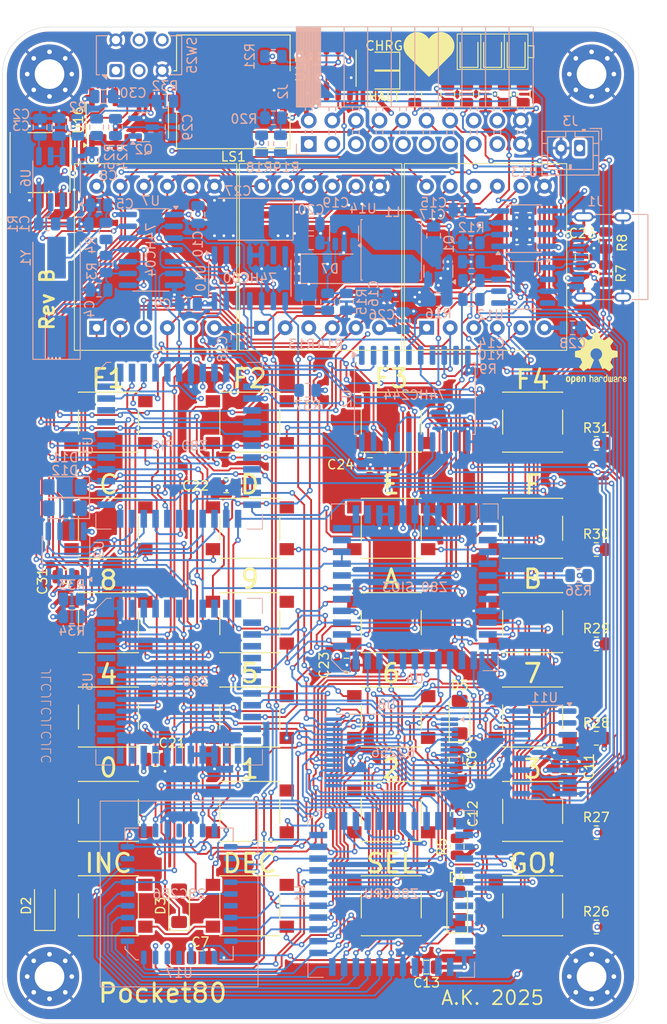
<source format=kicad_pcb>
(kicad_pcb (version 20241229) (generator "pcbnew") (generator_version "9.0")
  (title_block (title "Pocket80") (date "2025-10-19") (rev "B") (company "A.K."))
  (layers (0 "F.Cu" signal) (4 "In1.Cu" signal) (6 "In2.Cu" signal) (2 "B.Cu" signal) (13 "F.Paste" user) (15 "B.Paste" user) (5 "F.SilkS" user "F.Silkscreen") (7 "B.SilkS" user "B.Silkscreen") (1 "F.Mask" user) (3 "B.Mask" user) (25 "Edge.Cuts" user))
  (net 0 "")
  (net 1 "Net-(U6-TR)")
  (net 2 "GND")
  (net 3 "Net-(U6-CV)")
  (net 4 "Net-(U6-DIS)")
  (net 5 "Net-(C4-Pad1)")
  (net 6 "Net-(C5-Pad1)")
  (net 7 "VCC")
  (net 8 "Net-(U12-V3)")
  (net 9 "VBUS")
  (net 10 "+BATT")
  (net 11 "Net-(Q1-D)")
  (net 12 "Net-(D1-K)")
  (net 13 "Net-(D2-A)")
  (net 14 "Net-(D3-A)")
  (net 15 "Net-(D4-A)")
  (net 16 "Net-(D5-A)")
  (net 17 "Net-(D6-K)")
  (net 18 "Net-(D7-A)")
  (net 19 "Net-(D8-K)")
  (net 20 "Net-(D9-K)")
  (net 21 "Net-(D10-K)")
  (net 22 "Net-(Q2-C)")
  (net 23 "Net-(Q1-G)")
  (net 24 "Net-(Q2-B)")
  (net 25 "Net-(R3-Pad2)")
  (net 26 "/CPU/~{INT}")
  (net 27 "Net-(U1-~{HALT})")
  (net 28 "Net-(J1-CC2)")
  (net 29 "Net-(J1-CC1)")
  (net 30 "Net-(U12-TXD)")
  (net 31 "Net-(U12-RXD)")
  (net 32 "Net-(U13-~{CHRG})")
  (net 33 "Net-(U13-PROG)")
  (net 34 "Net-(R13-Pad2)")
  (net 35 "Net-(U14-FB)")
  (net 36 "Net-(U15A-+)")
  (net 37 "Net-(U15B-+)")
  (net 38 "Net-(U15A--)")
  (net 39 "Net-(R22-Pad2)")
  (net 40 "Net-(R23-Pad2)")
  (net 41 "Net-(C29-Pad2)")
  (net 42 "Net-(U2-1A0)")
  (net 43 "Net-(U2-1A1)")
  (net 44 "Net-(U2-1A2)")
  (net 45 "Net-(U2-1A3)")
  (net 46 "Net-(U2-2A0)")
  (net 47 "Net-(U2-2A1)")
  (net 48 "/CPU/D7")
  (net 49 "/CPU/~{WR}")
  (net 50 "/CPU/~{RD}")
  (net 51 "/CPU/A4")
  (net 52 "/CPU/A13")
  (net 54 "/CPU/A10")
  (net 55 "/CPU/D3")
  (net 56 "/CPU/CLK")
  (net 57 "/CPU/D6")
  (net 58 "/CPU/D1")
  (net 59 "/CPU/A8")
  (net 61 "/CPU/A6")
  (net 62 "/CPU/A12")
  (net 63 "/CPU/~{MREQ}")
  (net 64 "/CPU/A15")
  (net 65 "/CPU/A7")
  (net 66 "/CPU/D5")
  (net 67 "/CPU/A0")
  (net 68 "/CPU/A11")
  (net 69 "/CPU/~{M1}")
  (net 70 "/CPU/A1")
  (net 71 "/CPU/A2")
  (net 72 "/CPU/~{RST}")
  (net 73 "/CPU/A14")
  (net 74 "/CPU/~{IOREQ}")
  (net 75 "/CPU/A5")
  (net 76 "/CPU/D4")
  (net 77 "/CPU/D0")
  (net 78 "/CPU/D2")
  (net 79 "/CPU/A3")
  (net 80 "/CPU/A9")
  (net 81 "Net-(D11-A)")
  (net 83 "Net-(D11-K)")
  (net 84 "Net-(D12-K)")
  (net 85 "Net-(D12-A)")
  (net 86 "Net-(D13-K)")
  (net 87 "/Expansion/PORTA0")
  (net 88 "/Expansion/PORTA7")
  (net 89 "/Expansion/PORTA5")
  (net 90 "/Expansion/PORTA3")
  (net 91 "/Expansion/PORTA4")
  (net 92 "/Expansion/TX")
  (net 93 "/Expansion/PORTA6")
  (net 94 "/Expansion/ARDY")
  (net 96 "/PIO/IEI")
  (net 97 "/Expansion/PORTA1")
  (net 99 "/Expansion/PORTB0")
  (net 100 "/Expansion/PORTA2")
  (net 104 "/PIO/IEO")
  (net 105 "/Expansion/RX")
  (net 108 "/SIO/RX1")
  (net 118 "/SIO/TX1")
  (net 120 "/CTC/IEI")
  (net 128 "/CTC/IEO")
  (net 131 "/CTC/TO1")
  (net 138 "Net-(U6-Q)")
  (net 139 "Net-(U10-Pad3)")
  (net 140 "Net-(U10-Pad12)")
  (net 141 "/CPU/~{PIO_M1}")
  (net 142 "Net-(U10-Pad13)")
  (net 143 "/CPU/~{RAM}")
  (net 145 "/CPU/~{ROM}")
  (net 146 "/Expansion/PORTB1")
  (net 147 "/CPU/~{KEY}")
  (net 148 "/Expansion/~{ASTB}")
  (net 149 "Net-(U3-PB2)")
  (net 150 "/CPU/~{SIO}")
  (net 151 "/CPU/~{CTC}")
  (net 152 "/CPU/~{PIO}")
  (net 154 "Net-(U12-UD-)")
  (net 155 "Net-(U12-UD+)")
  (net 159 "/CTC/TO0")
  (net 160 "Net-(U16B-Q)")
  (net 161 "Net-(U16B-C)")
  (net 162 "Net-(U16B-D)")
  (net 165 "/CPU/~{DISP1}")
  (net 166 "/CPU/~{DISP3}")
  (net 167 "/CPU/~{DISP2}")
  (net 168 "/CPU/~{SRST}")
  (footprint "LED_SMD:LED_0805_2012Metric" (layer "F.Cu") (at 142.494 37.846 180)
    (property "Reference" "D13" (hide yes))
    (property "Value" "HEARTBEAT" (hide yes))
  )
  (footprint "Resistor_SMD:R_0805_2012Metric" (layer "F.Cu") (at 161.544 58.166 90)
    (property "Reference" "R8")
    (property "Value" "5K1")
  )
  (footprint "Resistor_SMD:R_0805_2012Metric" (layer "F.Cu") (at 152.654 42.418 -90)
    (property "Reference" "R22" (hide yes))
    (property "Value" "470R")
  )
  (footprint "dl1414:DL1414" (layer "F.Cu") (at 148.59 59.944)
    (property "Reference" "DL3" (hide yes))
    (property "Value" "~" (hide yes))
  )
  (footprint "Button_Switch_SMD:SW_SPST_PTS645" (layer "F.Cu") (at 153.67 77.724)
    (property "Reference" "SW4" (hide yes))
    (property "Value" "F4")
  )
  (footprint "LED_SMD:LED_0805_2012Metric" (layer "F.Cu") (at 137.668 40.894 180)
    (property "Reference" "D1" (hide yes))
    (property "Value" "HALT")
  )
  (footprint "Resistor_SMD:R_0805_2012Metric" (layer "F.Cu") (at 160.528 121.92)
    (property "Reference" "R27")
    (property "Value" "10K")
  )
  (footprint "Capacitor_SMD:C_0805_2012Metric" (layer "F.Cu") (at 145.542 119.888 -90)
    (property "Reference" "C12")
    (property "Value" "100n")
  )
  (footprint "Button_Switch_SMD:SW_SPST_PTS645" (layer "F.Cu") (at 153.67 89.154)
    (property "Reference" "SW8" (hide yes))
    (property "Value" "F")
  )
  (footprint "LED_SMD:LED_0805_2012Metric" (layer "F.Cu") (at 149.352 37.846 90)
    (property "Reference" "D10" (hide yes))
    (property "Value" "MEDIUM" (hide yes))
  )
  (footprint "Capacitor_SMD:C_0805_2012Metric" (layer "F.Cu") (at 159.004 59.944 90)
    (property "Reference" "C25")
    (property "Value" "100n")
  )
  (footprint "Button_Switch_SMD:SW_SPST_PTS645" (layer "F.Cu") (at 123.19 99.314)
    (property "Reference" "SW11" (hide yes))
    (property "Value" "9")
  )
  (footprint "Button_Switch_SMD:SW_SPST_PTS645" (layer "F.Cu") (at 123.19 119.634)
    (property "Reference" "SW19" (hide yes))
    (property "Value" "1")
  )
  (footprint "Package_SO:SOIC-8_3.9x4.9mm_P1.27mm" (layer "F.Cu") (at 132.08 39.624 90)
    (property "Reference" "U15")
    (property "Value" "LM393")
  )
  (footprint "MountingHole:MountingHole_3.2mm_M3_Pad_Via" (layer "F.Cu") (at 101.6 137.414)
    (property "Reference" "H4" (hide yes))
    (property "Value" "MountingHole_Pad_MP" (hide yes))
  )
  (footprint "Capacitor_SMD:C_0805_2012Metric" (layer "F.Cu") (at 157.099 114.808)
    (property "Reference" "C11")
    (property "Value" "100n")
  )
  (footprint "Button_Switch_SMD:SW_SPST_PTS645" (layer "F.Cu") (at 153.67 109.474)
    (property "Reference" "SW16" (hide yes))
    (property "Value" "7")
  )
  (footprint "Button_Switch_SMD:SW_SPST_PTS645" (layer "F.Cu") (at 123.19 77.724)
    (property "Reference" "SW2" (hide yes))
    (property "Value" "F2")
  )
  (footprint "Capacitor_SMD:C_0805_2012Metric" (layer "F.Cu") (at 142.24 136.398 180)
    (property "Reference" "C13")
    (property "Value" "100n")
  )
  (footprint "Resistor_SMD:R_0805_2012Metric" (layer "F.Cu") (at 160.528 80.01)
    (property "Reference" "R31")
    (property "Value" "10K")
  )
  (footprint "Button_Switch_SMD:SW_SPST_PTS645" (layer "F.Cu") (at 123.19 109.474)
    (property "Reference" "SW12" (hide yes))
    (property "Value" "5")
  )
  (footprint "Diode_SMD:D_MiniMELF" (layer "F.Cu") (at 101.092 129.794 90)
    (property "Reference" "D2")
    (property "Value" "1N4148")
  )
  (footprint "Button_Switch_SMD:SW_SPST_PTS645" (layer "F.Cu") (at 123.19 89.154)
    (property "Reference" "SW6" (hide yes))
    (property "Value" "D")
  )
  (footprint "Capacitor_SMD:C_0805_2012Metric" (layer "F.Cu") (at 145.415 114.046 -90)
    (property "Reference" "C6")
    (property "Value" "100n")
  )
  (footprint "Package_SO:SO-14_3.9x8.65mm_P1.27mm" (layer "F.Cu") (at 109.982 45.212 90)
    (property "Reference" "U16")
    (property "Value" "74HC74")
  )
  (footprint "Capacitor_SMD:C_0805_2012Metric" (layer "F.Cu") (at 120.65 84.582)
    (property "Reference" "C22")
    (property "Value" "100n")
  )
  (footprint "Capacitor_SMD:C_0805_2012Metric" (layer "F.Cu") (at 133.604 103.886)
    (property "Reference" "C23")
    (property "Value" "100n")
  )
  (footprint "Resistor_SMD:R_0805_2012Metric" (layer "F.Cu") (at 161.544 61.722 -90)
    (property "Reference" "R7")
    (property "Value" "5K1")
  )
  (footprint "Button_Switch_SMD:SW_SPST_PTS645" (layer "F.Cu") (at 138.43 77.724)
    (property "Reference" "SW3" (hide yes))
    (property "Value" "F3")
  )
  (footprint "Diode_SMD:D_MiniMELF" (layer "F.Cu") (at 145.796 109.474 90)
    (property "Reference" "D5")
    (property "Value" "1N4148")
  )
  (footprint "Button_Switch_SMD:SW_SPST_PTS645" (layer "F.Cu") (at 107.95 99.314)
    (property "Reference" "SW9" (hide yes))
    (property "Value" "8")
  )
  (footprint "Button_Switch_SMD:SW_SPST_PTS645" (layer "F.Cu") (at 138.43 109.474)
    (property "Reference" "SW14" (hide yes))
    (property "Value" "6")
  )
  (footprint "Button_Switch_SMD:SW_SPST_PTS645" (layer "F.Cu") (at 107.95 109.474)
    (property "Reference" "SW10" (hide yes))
    (property "Value" "4")
  )
  (footprint "Button_Switch_SMD:SW_SPST_PTS645" (layer "F.Cu") (at 107.95 77.724)
    (property "Reference" "SW1" (hide yes))
    (property "Value" "F1")
  )
  (footprint "Resistor_SMD:R_0805_2012Metric" (layer "F.Cu") (at 148.59 42.418 -90)
    (property "Reference" "R17" (hide yes))
    (property "Value" "1K")
  )
  (footprint "Symbol:OSHW-Logo2_7.3x6mm_SilkScreen" (layer "F.Cu") (at 160.528 70.866)
    (property "Reference" "REF**" (hide yes))
    (property "Value" "OSHW-Logo2_7.3x6mm_SilkScreen" (hide yes))
  )
  (footprint "Button_Switch_SMD:SW_SPST_PTS645" (layer "F.Cu") (at 138.43 119.634)
    (property "Reference" "SW21" (hide yes))
    (property "Value" "2")
  )
  (footprint "Button_Switch_SMD:SW_SPST_PTS645" (layer "F.Cu") (at 107.95 129.794)
    (property "Reference" "SW18" (hide yes))
    (property "Value" "INC")
  )
  (footprint "Button_Switch_SMD:SW_SPST_PTS645" (layer "F.Cu") (at 100.584 49.784 90)
    (property "Reference" "SW26" (hide yes))
    (property "Value" "RESET")
  )
  (footprint "Button_Switch_SMD:SW_SPST_PTS645" (layer "F.Cu") (at 123.19 129.794)
    (property "Reference" "SW20" (hide yes))
    (property "Value" "DEC")
  )
  (footprint "MountingHole:MountingHole_3.2mm_M3_Pad_Via" (layer "F.Cu") (at 101.6 40.259)
    (property "Reference" "H2" (hide yes))
    (property "Value" "MountingHole_Pad_MP" (hide yes))
  )
  (footprint "Button_Switch_SMD:SW_SPST_PTS645" (layer "F.Cu") (at 153.67 99.314)
    (property "Reference" "SW15" (hide yes))
    (property "Value" "B")
  )
  (footprint "Resistor_SMD:R_0805_2012Metric" (layer "F.Cu") (at 160.528 91.44)
    (property "Reference" "R30")
    (property "Value" "10K")
  )
  (footprint "Resistor_SMD:R_0805_2012Metric" (layer "F.Cu") (at 160.528 111.76)
    (property "Reference" "R28")
    (property "Value" "10K")
  )
  (footprint "Diode_SMD:D_MiniMELF" (layer "F.Cu") (at 145.542 130.048 90)
    (property "Reference" "D4")
    (property "Value" "1N4148")
  )
  (footprint "Button_Switch_SMD:SW_SPST_PTS645" (layer "F.Cu") (at 107.95 119.634)
    (property "Reference" "SW17" (hide yes))
    (property "Value" "0")
  )
  (footprint "Resistor_SMD:R_0805_2012Metric" (layer "F.Cu") (at 145.542 123.444 90)
    (property "Reference" "R5")
    (property "Value" "10K")
  )
  (footprint "Button_Switch_SMD:SW_SPST_PTS645" (layer "F.Cu") (at 138.43 129.794)
    (property "Reference" "SW22" (hide yes))
    (property "Value" "SEL")
  )
  (footprint "Capacitor_SMD:C_0805_2012Metric" (layer "F.Cu") (at 103.378 94.361 180)
    (property "Reference" "C31")
    (property "Value" "100n")
  )
  (footprint "Resistor_SMD:R_0805_2012Metric" (layer "F.Cu") (at 160.528 101.6)
    (property "Reference" "R29")
    (property "Value" "10K")
  )
  (footprint "Capacitor_SMD:C_0805_2012Metric" (layer "F.Cu") (at 136.144 82.296)
    (property "Reference" "C24")
    (property "Value" "100n")
  )
  (footprint "Resistor_SMD:R_0805_2012Metric" (layer "F.Cu") (at 140.97 42.418 -90)
    (property "Reference" "R6" (hide yes))
    (property "Value" "1K")
  )
  (footprint "Button_Switch_SMD:SW_SPST_PTS645" (layer "F.Cu") (at 153.67 129.794)
    (property "Reference" "SW24" (hide yes))
    (property "Value" "GO!")
  )
  (footprint "Capacitor_SMD:C_0805_2012Metric" (layer "F.Cu") (at 113.03 114.046)
    (property "Reference" "C21")
    (property "Value" "100n")
  )
  (footprint "Buzzer_Beeper:Buzzer_Murata_PKLCS1212E" (layer "F.Cu") (at 121.412 42.164)
    (property "Reference" "LS1")
    (property "Value" "Speaker_Crystal")
  )
  (footprint "Button_Switch_SMD:SW_SPST_PTS645" (layer "F.Cu") (at 138.43 89.154)
    (property "Reference" "SW7" (hide yes))
    (property "Value" "E")
  )
  (footprint "dl1414:DL1414" (layer "F.Cu") (at 130.81 59.944)
    (property "Reference" "DL2" (hide yes))
    (property "Value" "~" (hide yes))
  )
  (footprint "LED_SMD:LED_0805_2012Metric" (layer "F.Cu") (at 151.892 37.846 90)
    (property "Reference" "D9" (hide yes))
    (property "Value" "HIGH" (hide yes))
  )
  (footprint "dl1414:DL1414" (layer "F.Cu") (at 113.03 59.944)
    (property "Reference" "DL1" (hide yes))
    (property "Value" "~" (hide yes))
  )
  (footprint "LED_SMD:LED_0805_2012Metric" (layer "F.Cu") (at 146.812 37.846 90)
    (property "Reference" "D8" (hide yes))
    (property "Value" "POWER" (hide yes))
  )
  (footprint "MountingHole:MountingHole_3.2mm_M3_Pad_Via" (layer "F.Cu") (at 160.02 40.259)
    (property "Reference" "H1" (hide yes))
    (property "Value" "MountingHole_Pad_MP" (hide yes))
  )
  (footprint "Resistor_SMD:R_0805_2012Metric" (layer "F.Cu") (at 150.622 42.418 -90)
    (property "Reference" "R23" (hide yes))
    (property "Value" "680R")
  )
  (footprint "Button_Switch_SMD:SW_SPST_PTS645" (layer "F.Cu") (at 153.67 119.634)
    (property "Reference" "SW23" (hide yes))
    (property "Value" "3")
  )
  (footprint "Capacitor_SMD:C_0805_2012Metric" (layer "F.Cu") (at 117.856 135.382)
    (property "Reference" "C7")
    (property "Value" "100n")
  )
  (footprint "Button_Switch_SMD:SW_SPST_PTS645" (layer "F.Cu") (at 107.95 89.154)
    (property "Reference" "SW5" (hide yes))
    (property "Value" "C")
  )
  (footprint "Diode_SMD:D_MiniMELF" (layer "F.Cu") (at 115.57 129.794 90)
    (property "Reference" "D3")
    (property "Value" "1N4148")
  )
  (footprint "Resistor_SMD:R_0805_2012Metric" (layer "F.Cu") (at 144.526 42.418 -90)
    (property "Reference" "R11" (hide yes))
    (property "Value" "1K")
  )
  (footprint "MountingHole:MountingHole_3.2mm_M3_Pad_Via" (layer "F.Cu") (at 160.02 137.414)
    (property "Reference" "H3" (hide yes))
    (property "Value" "MountingHole_Pad_MP" (hide yes))
  )
  (footprint "Button_Switch_SMD:SW_SPST_PTS645" (layer "F.Cu") (at 138.43 99.314)
    (property "Reference" "SW13" (hide yes))
    (property "Value" "A")
  )
  (footprint "Resistor_SMD:R_0805_2012Metric" (layer "F.Cu") (at 160.528 132.08)
    (property "Reference" "R26")
    (property "Value" "10K")
  )
  (footprint "LED_SMD:LED_0805_2012Metric" (layer "F.Cu") (at 137.668 38.862 180)
    (property "Reference" "D6" (hide yes))
    (property "Value" "CHRG")
  )
  (footprint "Resistor_SMD:R_0805_2012Metric" (layer "F.Cu") (at 146.558 42.418 -90)
    (property "Reference" "R35" (hide yes))
    (property "Value" "470R")
  )
  (footprint "Resistor_SMD:R_0805_2012Metric" (layer "B.Cu") (at 124.46 47.752 -90)
    (property "Reference" "R18")
    (property "Value" "68K")
  )
  (footprint "Inductor_SMD:L_Sunlord_SWPA6040S" (layer "B.Cu") (at 138.43 59.182 -90)
    (property "Reference" "L1")
    (property "Value" "220u")
  )
  (footprint "Capacitor_SMD:C_0805_2012Metric" (layer "B.Cu") (at 147.066 60.452 180)
    (property "Reference" "C14")
    (property "Value" "100n")
  )
  (footprint "Package_SO:SOIC-8-1EP_3.9x4.9mm_P1.27mm_EP2.41x3.3mm_ThermalVias" (layer "B.Cu") (at 152.654 56.896)
    (property "Reference" "U13")
    (property "Value" "TP4056-42-ESOP8")
  )
  (footprint "Connector_USB:USB_C_Receptacle_G-Switch_GT-USB-7010ASV" (layer "B.Cu") (at 162.306 59.944 -90)
    (property "Reference" "J1")
    (property "Value" "USB_C_Receptacle_USB2.0_14P")
  )
  (footprint "Package_TO_SOT_SMD:SOT-23" (layer "B.Cu") (at 143.51 61.468 90)
    (property "Reference" "Q1")
    (property "Value" "IRLML6402")
  )
  (footprint "Resistor_SMD:R_0805_2012Metric" (layer "B.Cu") (at 126.492 47.752 90)
    (property "Reference" "R19")
    (property "Value" "47K")
  )
  (footprint "Resistor_SMD:R_0805_2012Metric" (layer "B.Cu") (at 107.696 57.15 -90)
    (property "Reference" "R4")
    (property "Value" "1K")
  )
  (footprint "Package_LCC:PLCC-44" (layer "B.Cu") (at 115.57 80.264 -90)
    (property "Reference" "U3")
    (property "Value" "Z80 PIO")
  )
  (footprint "Package_TO_SOT_SMD:SOT-23" (layer "B.Cu") (at 111.76 45.974)
    (property "Reference" "Q2")
    (property "Value" "BC847")
  )
  (footprint "Package_SO:SO-14_3.9x8.65mm_P1.27mm" (layer "B.Cu") (at 112.522 59.182 180)
    (property "Reference" "U7")
    (property "Value" "74HC04")
  )
  (footprint "Package_SO:TSOP-I-28_11.8x8mm_P0.55mm" (layer "B.Cu") (at 138.43 113.284 180)
    (property "Reference" "U8")
    (property "Value" "62256")
  )
  (footprint "Capacitor_SMD:C_0805_2012Metric" (layer "B.Cu") (at 106.934 54.356 180)
    (property "Reference" "C5")
    (property "Value" "22p")
  )
  (footprint "Resistor_SMD:R_0805_2012Metric" (layer "B.Cu") (at 104.648 45.974 -90)
    (property "Reference" "R2")
    (property "Value" "1M")
  )
  (footprint "Capacitor_SMD:C_0805_2012Metric" (layer "B.Cu") (at 106.934 63.5 180)
    (property "Reference" "C4")
    (property "Value" "22p")
  )
  (footprint "Resistor_SMD:R_0805_2012Metric" (layer "B.Cu") (at 147.066 58.42 180)
    (property "Reference" "R12")
    (property "Value" "2K7")
  )
  (footprint "Package_SO:SOIC-20W_7.5x12.8mm_P1.27mm" (layer "B.Cu") (at 140.97 75.184 -90)
    (property "Reference" "U2")
    (property "Value" "74HC244")
  )
  (footprint "Package_SO:SOIC-8_3.9x4.9mm_P1.27mm" (layer "B.Cu") (at 103.378 91.948 90)
    (property "Reference" "U9")
    (property "Value" "24C512")
  )
  (footprint "Capacitor_SMD:C_0805_2012Metric" (layer "B.Cu") (at 117.602 55.372 -90)
    (property "Reference" "C10")
    (property "Value" "100n")
  )
  (footprint "Resistor_SMD:R_0805_2012Metric" (layer "B.Cu") (at 125.73 38.354)
    (property "Reference" "R21")
    (property "Value" "100K")
  )
  (footprint "Diode_SMD:D_MiniMELF" (layer "B.Cu") (at 103.251 86.995 180)
    (property "Reference" "D12")
    (property "Value" "1N4148")
  )
  (footprint "Package_SO:SOIC-8_3.9x4.9mm_P1.27mm" (layer "B.Cu") (at 102.362 51.562 90)
    (property "Reference" "U6")
    (property "Value" "NE555D")
  )
  (footprint "Capacitor_SMD:C_0805_2012Metric" (layer "B.Cu") (at 102.616 45.974 90)
    (property "Reference" "C3")
    (property "Value" "220n")
  )
  (footprint "Button_Switch_THT:SW_CK_JS202011AQN_DPDT_Angled" (layer "B.Cu") (at 108.752 39.876)
    (property "Reference" "SW25")
    (property "Value" "SW_Push_DPDT")
  )
  (footprint "Resistor_SMD:R_0805_2012Metric" (layer "B.Cu") (at 131.572 64.77 90)
    (property "Reference" "R14")
    (property "Value" "6K8")
  )
  (footprint "Capacitor_SMD:C_0805_2012Metric" (layer "B.Cu") (at 121.92 68.58 -90)
    (property "Reference" "C18")
    (property "Value" "100n")
  )
  (footprint "Diode_SMD:D_MiniMELF" (layer "B.Cu") (at 103.251 84.709 180)
    (property "Reference" "D11")
    (property "Value" "1N4148")
  )
  (footprint "Package_LCC:PLCC-44" (layer "B.Cu") (at 138.43 128.524 -90)
    (property "Reference" "U1")
    (property "Value" "Z80CPU")
  )
  (footprint "Resistor_SMD:R_0805_2012Metric" (layer "B.Cu") (at 129.413 74.295)
    (property "Reference" "R37")
    (property "Value" "10K")
  )
  (footprint "Resistor_SMD:R_0805_2012Metric" (layer "B.Cu") (at 106.68 45.974 -90)
    (property "Reference" "R25")
    (property "Value" "10K")
  )
  (footprint "Resistor_SMD:R_0805_2012Metric" (layer "B.Cu") (at 158.623 94.234)
    (property "Reference" "R36")
    (property "Value" "10K")
  )
  (footprint "Capacitor_SMD:C_0805_2012Metric" (layer "B.Cu") (at 129.794 56.388)
    (property "Reference" "C19")
    (property "Value" "100n")
  )
  (footprint "Resistor_SMD:R_0805_2012Metric" (layer "B.Cu") (at 133.604 64.77 -90)
    (property "Reference" "R15")
    (property "Value" "1K")
  )
  (footprint "Resistor_SMD:R_0805_2012Metric" (layer "B.Cu") (at 101.346 56.388)
    (property "Reference" "R1")
    (property "Value" "10K")
  )
  (footprint "Capacitor_SMD:C_0805_2012Metric" (layer "B.Cu") (at 139.7 66.802 90)
    (property "Reference" "C26")
    (property "Value" "100n")
  )
  (footprint "Capacitor_SMD:C_0805_2012Metric" (layer "B.Cu") (at 104.902 56.388)
    (property "Reference" "C1")
    (property "Value" "100n")
  )
  (footprint "Crystal:Crystal_SMD_HC49-SD" (layer "B.Cu") (at 102.362 64.262 90)
    (property "Reference" "Y1")
    (property "Value" "3.6864M")
  )
  (footprint "Resistor_SMD:R_0805_2012Metric" (layer "B.Cu") (at 107.696 60.706 90)
    (property "Reference" "R3")
    (property "Value" "1M")
  )
  (footprint "Connector_PinSocket_2.54mm:PinSocket_2x10_P2.54mm_Horizontal" (layer "B.Cu") (at 129.54 47.789 -90)
    (property "Reference" "J2")
    (property "Value" "Conn_02x10_Odd_Even")
  )
  (footprint "Capacitor_Tantalum_SMD:CP_EIA-7343-15_Kemet-W" (layer "B.Cu") (at 123.444 55.88 180)
    (property "Reference" "C27")
    (property "Value" "68u")
  )
  (footprint "Resistor_SMD:R_0805_2012Metric" (layer "B.Cu") (at 147.066 64.516)
    (property "Reference" "R9")
    (property "Value" "220R")
  )
  (footprint "Package_LCC:PLCC-44" (layer "B.Cu") (at 115.57 105.664 -90)
    (property "Reference" "U5")
    (property "Value" "Z80 CTC")
  )
  (footprint "Capacitor_SMD:C_0805_2012Metric" (layer "B.Cu") (at 138.938 64.008 180)
    (property "Reference" "C16")
    (property "Value" "22u")
  )
  (footprint "Resistor_SMD:R_0805_2012Metric" (layer "B.Cu") (at 104.013 96.774 180)
    (property "Reference" "R33")
    (property "Value" "4K7")
  )
  (footprint "Resistor_SMD:R_0805_2012Metric" (layer "B.Cu") (at 108.712 45.974 -90)
    (property "Reference" "R24")
    (property "Value" "1K")
  )
  (footprint "Resistor_SMD:R_0805_2012Metric" (layer "B.Cu") (at 125.73 44.958 180)
    (property "Reference" "R20")
    (property "Value" "220K")
  )
  (footprint "Resistor_SMD:R_0805_2012Metric" (layer "B.Cu") (at 147.066 62.484 180)
    (property "Reference" "R10")
    (property "Value" "220R")
  )
  (footprint "Resistor_SMD:R_0805_2012Metric" (layer "B.Cu") (at 104.013 98.679 180)
    (property "Reference" "R34")
    (property "Value" "4K7")
  )
  (footprint "Connector_JST:JST_PH_B2B-PH-K_1x02_P2.00mm_Vertical" (layer "B.Cu") (at 158.734 48.218 180)
    (property "Reference" "J3")
    (property "Value" "Conn_01x02")
  )
  (footprint "Capacitor_SMD:C_0805_2012Metric" (layer "B.Cu") (at 143.002 57.658 -90)
    (property "Reference" "C17")
    (property "Value" "100n")
  )
  (footprint "Package_TO_SOT_SMD:TSOT-23-5" (layer "B.Cu") (at 133.35 57.404 90)
    (property "Reference" "U14")
    (property "Value" "SX1308")
  )
  (footprint "Package_LCC:PLCC-32_11.4x14.0mm_P1.27mm" (layer "B.Cu") (at 115.57 128.524)
    (property "Reference" "U17")
    (property "Value" "28C256")
  )
  (footprint "Capacitor_SMD:C_0805_2012Metric" (layer "B.Cu") (at 107.442 42.672)
    (property "Reference" "C30")
    (property "Value" "100n")
  )
  (footprint "Package_LCC:PLCC-44" (layer "B.Cu") (at 140.97 95.504)
    (property "Reference" "U4")
    (property "Value" "Z80 SIO3")
  )
  (footprint "Resistor_SMD:R_0805_2012Metric" (layer "B.Cu") (at 143.51 64.516)
    (property "Reference" "R16")
    (property "Value" "1M")
  )
  (footprint "Resistor_SMD:R_0805_2012Metric" (layer "B.Cu") (at 129.54 64.77 -90)
    (property "Reference" "R13")
    (property "Value" "470R")
  )
  (footprint "Package_SO:SOIC-16_3.9x9.9mm_P1.27mm" (layer "B.Cu") (at 154.94 113.284 180)
    (property "Reference" "U11")
    (property "Value" "74HC138")
  )
  (footprint "Package_SO:SO-14_3.9x8.65mm_P1.27mm" (layer "B.Cu") (at 123.19 62.23 -90)
    (property "Reference" "U10")
    (property "Value" "74HC00")
  )
  (footprint "Capacitor_SMD:C_0805_2012Metric" (layer "B.Cu") (at 146.05 54.864 180)
    (property "Reference" "C15")
    (property "Value" "22u")
  )
  (footprint "Diode_SMD:D_2010_5025Metric" (layer "B.Cu") (at 131.826 61.214)
    (property "Reference" "D7")
    (property "Value" "SS34")
  )
  (footprint "Capacitor_SMD:C_0805_2012Metric" (layer "B.Cu") (at 106.172 49.53 -90)
    (property "Reference" "C8")
    (property "Value" "100n")
  )
  (footprint "Capacitor_SMD:C_0805_2012Metric" (layer "B.Cu") (at 129.794 58.42)
    (property "Reference" "C20")
    (property "Value" "22u")
  )
  (footprint "Package_SO:SOP-8_3.9x4.9mm_P1.27mm" (layer "B.Cu") (at 152.654 62.992 180)
    (property "Reference" "U12")
    (property "Value" "CH340N")
  )
  (footprint "Resistor_SMD:R_0805_2012Metric" (layer "B.Cu") (at 114.046 43.18 180)
    (property "Reference" "R32")
    (property "Value" "100k")
  )
  (footprint "Capacitor_SMD:C_0805_2012Metric" (layer "B.Cu") (at 100.584 45.974 90)
    (property "Reference" "C2")
    (property "Value" "10n")
  )
  (footprint "Capacitor_SMD:C_0805_2012Metric" (layer "B.Cu") (at 157.988 67.564)
    (property "Reference" "C28")
    (property "Value" "100n")
  )
  (footprint "Capacitor_SMD:C_0805_2012Metric" (layer "B.Cu") (at 116.586 65.024 180)
    (property "Reference" "C9")
    (property "Value" "100n")
  )
  (footprint "Capacitor_SMD:C_0805_2012Metric" (layer "B.Cu") (at 114.808 45.974 90)
    (property "Reference" "C29")
    (property "Value" "1u")
  )
  (gr_line (start 142.494 40.489044) (end 144.768023 38.215021) (stroke (width 0.1)) (layer "F.SilkS"))
  (gr_line (start 140.219979 38.215023) (end 142.494 40.489044) (stroke (width 0.1)) (layer "F.SilkS"))
  (gr_arc (start 140.219978 38.215022) (mid 140.393769 36.059116) (end 142.493999 36.576) (stroke (width 0.1)) (layer "F.SilkS"))
  (gr_line (start 153.797 38.481) (end 153.797 37.211) (stroke (width 0.1)) (layer "F.SilkS"))
  (gr_circle (center 143.764 37.211) (end 143.764 35.791097) (stroke (width 0.1)) (fill yes) (layer "F.SilkS"))
  (gr_circle (center 141.224001 37.211) (end 141.224001 35.814) (stroke (width 0.1)) (fill yes) (layer "F.SilkS"))
  (gr_line (start 150.622 35.941) (end 150.622 39.751) (stroke (width 0.1)) (layer "F.SilkS"))
  (gr_rect (start 141.732 37.592) (end 143.256 38.608) (stroke (width 0.1)) (fill yes) (layer "F.SilkS"))
  (gr_arc (start 142.494 36.576) (mid 144.594232 36.059115) (end 144.768023 38.215023) (stroke (width 0.1)) (layer "F.SilkS"))
  (gr_line (start 153.162 35.941) (end 153.162 39.751) (stroke (width 0.1)) (layer "F.SilkS"))
  (gr_line (start 153.797 37.211) (end 153.162 37.211) (stroke (width 0.1)) (layer "F.SilkS"))
  (gr_line (start 145.542 35.941) (end 153.162 35.941) (stroke (width 0.1)) (layer "F.SilkS"))
  (gr_poly (pts (xy 140.219979 38.215023) (xy 142.494 40.489044) (xy 144.768023 38.215021) (xy 140.219981 38.215021)) (stroke (width 0.1)) (fill yes) (layer "F.SilkS"))
  (gr_line (start 145.542 39.751) (end 145.542 35.941) (stroke (width 0.1)) (layer "F.SilkS"))
  (gr_line (start 153.162 39.751) (end 145.542 39.751) (stroke (width 0.1)) (layer "F.SilkS"))
  (gr_line (start 153.162 38.481) (end 153.797 38.481) (stroke (width 0.1)) (layer "F.SilkS"))
  (gr_line (start 148.082 35.941) (end 148.082 39.751) (stroke (width 0.1)) (layer "F.SilkS"))
  (gr_arc (start 160.02 35.179) (mid 163.612102 36.666898) (end 165.1 40.259) (stroke (width 0.05)) (layer "Edge.Cuts"))
  (gr_arc (start 101.6 142.494) (mid 98.007898 141.006102) (end 96.52 137.414) (stroke (width 0.05)) (layer "Edge.Cuts"))
  (gr_line (start 101.6 35.179) (end 160.02 35.179) (stroke (width 0.05)) (layer "Edge.Cuts"))
  (gr_line (start 96.52 137.414) (end 96.52 40.259) (stroke (width 0.05)) (layer "Edge.Cuts"))
  (gr_arc (start 165.1 137.414) (mid 163.612102 141.006102) (end 160.02 142.494) (stroke (width 0.05)) (layer "Edge.Cuts"))
  (gr_line (start 160.019998 142.494) (end 101.6 142.494) (stroke (width 0.05)) (layer "Edge.Cuts"))
  (gr_arc (start 96.52 40.259) (mid 98.007898 36.666898) (end 101.6 35.179) (stroke (width 0.05)) (layer "Edge.Cuts"))
  (gr_line (start 165.1 40.259) (end 165.099998 137.413998) (stroke (width 0.05)) (layer "Edge.Cuts"))
  (gr_text "Pocket80" (at 113.792 139.192 0) (layer "F.SilkS") (effects (font (size 2 2) (thickness 0.3) (bold yes))))
  (gr_text "Rev B" (at 101.346 64.516 90) (layer "F.SilkS") (effects (font (size 1.5 1.5) (thickness 0.3) (bold yes))))
  (gr_text "A.K. 2025" (at 149.352 139.7 0) (layer "F.SilkS") (effects (font (size 1.5 1.5) (thickness 0.1875))))
  (gr_text "JLCJLCJLCJLC" (at 101.854 104.14 90) (layer "B.SilkS") (effects (font (size 1 1) (thickness 0.1)) (justify left bottom mirror)))
  (segment (start 102.834 53.764) (end 102.834 52.741) (width 0.2) (layer "F.Cu") (net 1))
  (segment (start 102.834 52.741) (end 103.124 52.451) (width 0.2) (layer "F.Cu") (net 1))
  (via (at 103.124 52.451) (size 0.6) (drill 0.3) (layers "F.Cu" "B.Cu") (net 1))
  (segment (start 102.409 55.88) (end 102.2585 56.0305) (width 0.2) (layer "B.Cu") (net 1))
  (segment (start 102.997 52.578) (end 102.997 54.037) (width 0.2) (layer "B.Cu") (net 1))
  (segment (start 102.616 55.88) (end 102.409 55.88) (width 0.2) (layer "B.Cu") (net 1))
  (segment (start 102.997 55.499) (end 102.616 55.88) (width 0.2) (layer "B.Cu") (net 1))
  (segment (start 102.2585 56.388) (end 103.952 56.388) (width 0.2) (layer "B.Cu") (net 1))
  (segment (start 102.2585 56.0305) (end 102.2585 56.388) (width 0.2) (layer "B.Cu") (net 1))
  (segment (start 103.124 52.451) (end 102.997 52.578) (width 0.2) (layer "B.Cu") (net 1))
  (segment (start 102.997 54.037) (end 102.997 55.499) (width 0.2) (layer "B.Cu") (net 1))
  (segment (start 114.046 114.112) (end 113.98 114.046) (width 0.5) (layer "F.Cu") (net 2))
  (segment (start 114.046 115.316) (end 114.046 114.112) (width 0.5) (layer "F.Cu") (net 2))
  (segment (start 121.208843 84.582) (end 120.699914 85.090929) (width 0.5) (layer "F.Cu") (net 2))
  (segment (start 145.542 120.838) (end 146.746 120.838) (width 0.5) (layer "F.Cu") (net 2))
  (segment (start 148.59 43.3305) (end 148.59 44.542) (width 0.2) (layer "F.Cu") (net 2))
  (segment (start 158.049 114.808) (end 158.692 114.808) (width 0.5) (layer "F.Cu") (net 2))
  (segment (start 146.746 120.838) (end 146.812 120.904) (width 0.5) (layer "F.Cu") (net 2))
  (segment (start 133.985 40.767) (end 134.112 40.64) (width 0.5) (layer "F.Cu") (net 2))
  (segment (start 133.985 42.099) (end 133.985 40.767) (width 0.5) (layer "F.Cu") (net 2))
  (segment (start 98.334 53.764) (end 99.357 53.764) (width 0.5) (layer "F.Cu") (net 2))
  (segment (start 161.544 60.8095) (end 161.544 59.0785) (width 0.5) (layer "F.Cu") (net 2))
  (segment (start 118.806 135.382) (end 120.396 135.382) (width 0.5) (layer "F.Cu") (net 2))
  (segment (start 125.987568 42.164) (end 125.808285 41.984717) (width 0.5) (layer "F.Cu") (net 2))
  (segment (start 141.29 136.398) (end 141.29 134.94) (width 0.5) (layer "F.Cu") (net 2))
  (segment (start 161.4595 58.994) (end 161.544 59.0785) (width 0.5) (layer "F.Cu") (net 2))
  (segment (start 159.004 58.994) (end 160.274 58.994) (width 0.5) (layer "F.Cu") (net 2))
  (segment (start 146.685 114.046) (end 146.238 114.046) (width 0.5) (layer "F.Cu") (net 2))
  (segment (start 102.428 94.361) (end 100.584 94.361) (width 0.5) (layer "F.Cu") (net 2))
  (segment (start 158.692 114.808) (end 159.004 115.12) (width 0.5) (layer "F.Cu") (net 2))
  (segment (start 113.792 45.466) (end 113.538 45.212) (width 0.5) (layer "F.Cu") (net 2))
  (segment (start 98.334 45.804) (end 99.398 45.804) (width 0.5) (layer "F.Cu") (net 2))
  (segment (start 134.554 103.886) (end 133.654 103.886) (width 0.5) (layer "F.Cu") (net 2))
  (segment (start 137.094 82.296) (end 136.194 82.296) (width 0.5) (layer "F.Cu") (net 2))
  (segment (start 160.274 58.994) (end 161.4595 58.994) (width 0.5) (layer "F.Cu") (net 2))
  (segment (start 99.398 45.804) (end 99.441 45.847) (width 0.5) (layer "F.Cu") (net 2))
  (segment (start 146.238 114.046) (end 145.288 114.996) (width 0.5) (layer "F.Cu") (net 2))
  (segment (start 141.29 134.94) (end 141.224 134.874) (width 0.5) (layer "F.Cu") (net 2))
  (segment (start 113.792 47.687) (end 113.792 45.466) (width 0.5) (layer "F.Cu") (net 2))
  (segment (start 127.012 42.164) (end 125.987568 42.164) (width 0.5) (layer "F.Cu") (net 2))
  (segment (start 99.357 53.764) (end 99.441 53.848) (width 0.5) (layer "F.Cu") (net 2))
  (segment (start 121.6 84.582) (end 121.208843 84.582) (width 0.5) (layer "F.Cu") (net 2))
  (via (at 134.112 40.64) (size 0.6) (drill 0.3) (layers "F.Cu" "B.Cu") (net 2))
  (via (at 99.441 45.847) (size 0.6) (drill 0.3) (layers "F.Cu" "B.Cu") (net 2))
  (via (at 160.274 58.994) (size 0.6) (drill 0.3) (layers "F.Cu" "B.Cu") (net 2))
  (via (at 141.224 134.874) (size 0.6) (drill 0.3) (layers "F.Cu" "B.Cu") (net 2))
  (via (at 146.812 120.904) (size 0.6) (drill 0.3) (layers "F.Cu" "B.Cu") (net 2))
  (via (at 119.38 57.658) (size 0.6) (drill 0.3) (layers "F.Cu" "B.Cu") (net 2))
  (via (at 147.32 98.044) (size 0.6) (drill 0.3) (layers "F.Cu" "B.Cu") (net 2))
  (via (at 105.407168 49.834419) (size 0.6) (drill 0.3) (layers "F.Cu" "B.Cu") (net 2))
  (via (at 143.764 55.499) (size 0.6) (drill 0.3) (layers "F.Cu" "B.Cu") (net 2))
  (via (at 143.002 55.88) (size 0.6) (drill 0.3) (layers "F.Cu" "B.Cu") (net 2))
  (via (at 158.115 67.564) (size 0.6) (drill 0.3) (layers "F.Cu" "B.Cu") (net 2))
  (via (at 127 61.214) (size 0.6) (drill 0.3) (layers "F.Cu" "B.Cu") (net 2))
  (via (at 133.687206 113.609) (size 0.6) (drill 0.3) (layers "F.Cu" "B.Cu") (net 2))
  (via (at 113.538 45.212) (size 0.6) (drill 0.3) (layers "F.Cu" "B.Cu") (net 2))
  (via (at 131.572 60.706) (size 0.6) (drill 0.3) (layers "F.Cu" "B.Cu") (net 2))
  (via (at 119.38 115.062) (size 0.6) (drill 0.3) (layers "F.Cu" "B.Cu") (net 2))
  (via (at 103.759 88.054002) (size 0.6) (drill 0.3) (layers "F.Cu" "B.Cu") (net 2))
  (via (at 130.81 57.404) (size 0.6) (drill 0.3) (layers "F.Cu" "B.Cu") (net 2))
  (via (at 146.966 58.42) (size 0.6) (drill 0.3) (layers "F.Cu" "B.Cu") (net 2))
  (via (at 138.43 89.154) (size 0.6) (drill 0.3) (layers "F.Cu" "B.Cu") (net 2))
  (via (at 121.412 57.658) (size 0.6) (drill 0.3) (layers "F.Cu" "B.Cu") (net 2))
  (via (at 133.294277 59.475922) (size 0.6) (drill 0.3) (layers "F.Cu" "B.Cu") (net 2))
  (via (at 120.396 53.848) (size 0.6) (drill 0.3) (layers "F.Cu" "B.Cu") (net 2))
  (via (at 109.22 99.314) (size 0.6) (drill 0.3) (layers "F.Cu" "B.Cu") (net 2))
  (via (at 148.59 44.542) (size 0.6) (drill 0.3) (layers "F.Cu" "B.Cu") (net 2))
  (via (at 125.808285 41.984717) (size 0.6) (drill 0.3) (layers "F.Cu" "B.Cu") (net 2))
  (via (at 140.843 65.786) (size 0.6) (drill 0.3) (layers "F.Cu" "B.Cu") (net 2))
  (via (at 133.654 103.886) (size 0.6) (drill 0.3) (layers "F.Cu" "B.Cu") (net 2))
  (via (at 116.84 73.914) (size 0.6) (drill 0.3) (layers "F.Cu" "B.Cu") (net 2))
  (via (at 133.858 54.356) (size 0.6) (drill 0.3) (layers "F.Cu" "B.Cu") (net 2))
  (via (at 136.194 82.296) (size 0.6) (drill 0.3) (layers "F.Cu" "B.Cu") (net 2))
  (via (at 146.666 78.451) (size 0.6) (drill 0.3) (layers "F.Cu" "B.Cu") (net 2))
  (via (at 143.51 89.154) (size 0.6) (drill 0.3) (layers "F.Cu" "B.Cu") (net 2))
  (via (at 100.584 94.361) (size 0.6) (drill 0.3) (layers "F.Cu" "B.Cu") (net 2))
  (via (at 146.812 72.136) (size 0.6) (drill 0.3) (layers "F.Cu" "B.Cu") (net 2))
  (via (at 99.441 53.848) (size 0.6) (drill 0.3) (layers "F.Cu" "B.Cu") (net 2))
  (via (at 142.24 89.154) (size 0.6) (drill 0.3) (layers "F.Cu" "B.Cu") (net 2))
  (via (at 102.616 44.196) (size 0.6) (drill 0.3) (layers "F.Cu" "B.Cu") (net 2))
  (via (at 155.956 117.856) (size 0.6) (drill 0.3) (layers "F.Cu" "B.Cu") (net 2))
  (via (at 147.016 60.452) (size 0.6) (drill 0.3) (layers "F.Cu" "B.Cu") (net 2))
  (via (at 100.584 45.847) (size 0.6) (drill 0.3) (layers "F.Cu" "B.Cu") (net 2))
  (via (at 124.46 61.214) (size 0.6) (drill 0.3) (layers "F.Cu" "B.Cu") (net 2))
  (via (at 104.267 52.705) (size 0.6) (drill 0.3) (layers "F.Cu" "B.Cu") (net 2))
  (via (at 119.38 53.848) (size 0.6) (drill 0.3) (layers "F.Cu" "B.Cu") (net 2))
  (via (at 125.63 44.958) (size 0.6) (drill 0.3) (layers "F.Cu" "B.Cu") (net 2))
  (via (at 144.272 78.486) (size 0.6) (drill 0.3) (layers "F.Cu" "B.Cu") (net 2))
  (via (at 133.35 57.404) (size 0.6) (drill 0.3) (layers "F.Cu" "B.Cu") (net 2))
  (via (at 157.48 56.642) (size 0.6) (drill 0.3) (layers "F.Cu" "B.Cu") (net 2))
  (via (at 105.029 56.388) (size 0.6) (drill 0.3) (layers "F.Cu" "B.Cu") (net 2))
  (via (at 114.046 115.316) (size 0.6) (drill 0.3) (layers "F.Cu" "B.Cu") (net 2))
  (via (at 120.699914 85.090929) (size 0.6) (drill 0.3) (layers "F.Cu" "B.Cu") (net 2))
  (via (at 157.48 63.246) (size 0.6) (drill 0.3) (layers "F.Cu" "B.Cu") (net 2))
  (via (at 146 54.864) (size 0.6) (drill 0.3) (layers "F.Cu" "B.Cu") (net 2))
  (via (at 135.255 54.229) (size 0.6) (drill 0.3) (layers "F.Cu" "B.Cu") (net 2))
  (via (at 159.004 115.12) (size 0.6) (drill 0.3) (layers "F.Cu" "B.Cu") (net 2))
  (via (at 106.807 63.5) (size 0.6) (drill 0.3) (layers "F.Cu" "B.Cu") (net 2))
  (via (at 137.16 89.154) (size 0.6) (drill 0.3) (layers "F.Cu" "B.Cu") (net 2))
  (via (at 147.955 56.515) (size 0.6) (drill 0.3) (layers "F.Cu" "B.Cu") (net 2))
  (via (at 139.7 134.874) (size 0.6) (drill 0.3) (layers "F.Cu" "B.Cu") (net 2))
  (via (at 106.807 54.356) (size 0.6) (drill 0.3) (layers "F.Cu" "B.Cu") (net 2))
  (via (at 138.888 64.008) (size 0.6) (drill 0.3) (layers "F.Cu" "B.Cu") (net 2))
  (via (at 146.685 114.046) (size 0.6) (drill 0.3) (layers "F.Cu" "B.Cu") (net 2))
  (via (at 119.923 68.957997) (size 0.6) (drill 0.3) (layers "F.Cu" "B.Cu") (net 2))
  (via (at 155.995536 113.329) (size 0.6) (drill 0.3) (layers "F.Cu" "B.Cu") (net 2))
  (via (at 120.396 57.658) (size 0.6) (drill 0.3) (layers "F.Cu" "B.Cu") (net 2))
  (via (at 115.062 64.008) (size 0.6) (drill 0.3) (layers "F.Cu" "B.Cu") (net 2))
  (via (at 114.3 120.396) (size 0.6) (drill 0.3) (layers "F.Cu" "B.Cu") (net 2))
  (via (at 120.396 135.382) (size 0.6) (drill 0.3) (layers "F.Cu" "B.Cu") (net 2))
  (via (at 111.76 44.958) (size 0.6) (drill 0.3) (layers "F.Cu" "B.Cu") (net 2))
  (segment (start 157.415 113.919) (end 156.585536 113.919) (width 0.5) (layer "B.Cu") (net 2))
  (segment (start 115.636 65.024) (end 115.636 64.582) (width 0.5) (layer "B.Cu") (net 2))
  (segment (start 114.3 115.062) (end 114.046 115.316) (width 0.5) (layer "B.Cu") (net 2))
  (segment (start 117.602 56.322) (end 119.882 56.322) (width 0.5) (layer "B.Cu") (net 2))
  (segment (start 119.38 113.5265) (end 118.11 113.5265) (width 0.5) (layer "B.Cu") (net 2))
  (segment (start 118.11 113.5265) (end 116.84 113.5265) (width 0.5) (layer "B.Cu") (net 2))
  (segment (start 145.1 54.864) (end 146 54.864) (width 0.5) (layer "B.Cu") (net 2))
  (segment (start 104.013 88.308002) (end 103.759 88.054002) (width 0.5) (layer "B.Cu") (net 2))
  (segment (start 102.743 94.423) (end 104.013 94.423) (width 0.5) (layer "B.Cu") (net 2))
  (segment (start 157.582 63.144) (end 157.48 63.246) (width 0.5) (layer "B.Cu") (net 2))
  (segment (start 119.882 56.322) (end 120.324 55.88) (width 0.5) (layer "B.Cu") (net 2))
  (segment (start 144.145 79.834) (end 144.145 78.613) (width 0.5) (layer "B.Cu") (net 2))
  (segment (start 133.604 65.6825) (end 136.3135 65.6825) (width 0.5) (layer "B.Cu") (net 2))
  (segment (start 130.744 58.42) (end 130.744 57.47) (width 0.5) (layer "B.Cu") (net 2))
  (segment (start 139.7 65.852) (end 140.777 65.852) (width 0.5) (layer "B.Cu") (net 2))
  (segment (start 105.407168 49.834419) (end 106.052749 50.48) (width 0.5) (layer "B.Cu") (net 2))
  (segment (start 137.988 64.008) (end 138.888 64.008) (width 0.5) (layer "B.Cu") (net 2))
  (segment (start 115.062 64.008) (end 115.062 63.057) (width 0.5) (layer "B.Cu") (net 2))
  (segment (start 101.473 94.423) (end 100.646 94.423) (width 0.5) (layer "B.Cu") (net 2))
  (segment (start 116.84 72.4015) (end 116.84 73.914) (width 0.5) (layer "B.Cu") (net 2))
  (segment (start 124.8175 44.958) (end 125.63 44.958) (width 0.5) (layer "B.Cu") (net 2))
  (segment (start 132.16 113.559) (end 133.637206 113.559) (width 0.2) (layer "B.Cu") (net 2))
  (segment (start 142.24 87.6415) (end 142.24 89.154) (width 0.5) (layer "B.Cu") (net 2))
  (segment (start 115.636 64.582) (end 115.062 64.008) (width 0.5) (layer "B.Cu") (net 2))
  (segment (start 158.581 63.144) (end 157.582 63.144) (width 0.5) (layer "B.Cu") (net 2))
  (segment (start 108.392 42.672) (end 108.9 43.18) (width 0.5) (layer "B.Cu") (net 2))
  (segment (start 113.538 43.5845) (end 113.538 45.212) (width 0.5) (layer "B.Cu") (net 2))
  (segment (start 104.013 89.473) (end 104.013 88.308002) (width 0.5) (layer "B.Cu") (net 2))
  (segment (start 156.585536 113.919) (end 155.995536 113.329) (width 0.5) (layer "B.Cu") (net 2))
  (segment (start 127 59.755) (end 127 61.214) (width 0.5) (layer "B.Cu") (net 2))
  (segment (start 146.116 60.452) (end 147.016 60.452) (width 0.5) (layer "B.Cu") (net 2))
  (segment (start 100.646 94.423) (end 100.584 94.361) (width 0.5) (layer "B.Cu") (net 2))
  (segment (start 157.415 117.729) (end 156.083 117.729) (width 0.5) (layer "B.Cu") (net 2))
  (segment (start 155.279 63.627) (end 157.099 63.627) (width 0.5) (layer "B.Cu") (net 2))
  (segment (start 105.852 56.388) (end 105.029 56.388) (width 0.5) (layer "B.Cu") (net 2))
  (segment (start 130.744 57.47) (end 130.81 57.404) (width 0.5) (layer "B.Cu") (net 2))
  (segment (start 119.38 113.5265) (end 119.38 115.062) (width 0.5) (layer "B.Cu") (net 2))
  (segment (start 157.582 56.744) (end 157.48 56.642) (width 0.5) (layer "B.Cu") (net 2))
  (segment (start 150.179 58.801) (end 151.249 58.801) (width 0.5) (layer "B.Cu") (net 2))
  (segment (start 133.35 59.420199) (end 133.294277 59.475922) (width 0.5) (layer "B.Cu") (net 2))
  (segment (start 100.584 45.024) (end 100.584 45.847) (width 0.5) (layer "B.Cu") (net 2))
  (segment (start 143.51 87.6415) (end 143.51 89.154) (width 0.5) (layer "B.Cu") (net 2))
  (segment (start 104.267 54.037) (end 104.267 52.705) (width 0.5) (layer "B.Cu") (net 2))
  (segment (start 121.92 69.53) (end 121.347997 68.957997) (width 0.5) (layer "B.Cu") (net 2))
  (segment (start 121.347997 68.957997) (end 119.923 68.957997) (width 0.5) (layer "B.Cu") (net 2))
  (segment (start 105.984 63.5) (end 106.807 63.5) (width 0.5) (layer "B.Cu") (net 2))
  (segment (start 139.7 136.3865) (end 139.7 134.874) (width 0.5) (layer "B.Cu") (net 2))
  (segment (start 101.473 94.423) (end 102.743 94.423) (width 0.5) (layer "B.Cu") (net 2))
  (segment (start 130.744 56.388) (end 130.744 57.338) (width 0.5) (layer "B.Cu") (net 2))
  (segment (start 133.35 58.5415) (end 133.35 57.404) (width 0.5) (layer "B.Cu") (net 2))
  (segment (start 136.3135 65.6825) (end 137.988 64.008) (width 0.5) (layer "B.Cu") (net 2))
  (segment (start 146.666 78.451) (end 146.666 78.594) (width 0.5) (layer "B.Cu") (net 2))
  (segment (start 150.179 56.261) (end 152.019 56.261) (width 0.5) (layer "B.Cu") (net 2))
  (segment (start 104.013 94.423) (end 105.283 94.423) (width 0.5) (layer "B.Cu") (net 2))
  (segment (start 115.062 63.057) (end 114.997 62.992) (width 0.5) (layer "B.Cu") (net 2))
  (segment (start 110.8225 45.024) (end 111.694 45.024) (width 0.5) (layer "B.Cu") (net 2))
  (segment (start 158.938 67.564) (end 158.115 67.564) (width 0.5) (layer "B.Cu") (net 2))
  (segment (start 144.145 78.613) (end 144.272 78.486) (width 0.5) (layer "B.Cu") (net 2))
  (segment (start 152.019 56.261) (end 152.654 56.896) (width 0.5) (layer "B.Cu") (net 2))
  (segment (start 114.3 113.5265) (end 114.3 115.062) (width 0.5) (layer "B.Cu") (net 2))
  (segment (start 140.777 65.852) (end 140.843 65.786) (width 0.5) (layer "B.Cu") (net 2))
  (segment (start 109.22 97.8015) (end 109.22 99.314) (width 0.5) (layer "B.Cu") (net 2))
  (segment (start 151.249 58.801) (end 151.954 58.096) (width 0.5) (layer "B.Cu") (net 2))
  (segment (start 123.19 59.755) (end 124.46 59.755) (width 0.5) (layer "B.Cu") (net 2))
  (segment (start 108.9 43.18) (end 113.1335 43.18) (width 0.5) (layer "B.Cu") (net 2))
  (segment (start 156.083 117.729) (end 155.956 117.856) (width 0.5) (layer "B.Cu") (net 2))
  (segment (start 105.984 54.356) (end 106.807 54.356) (width 0.5) (layer "B.Cu") (net 2))
  (segment (start 146.685 72.009) (end 146.812 72.136) (width 0.5) (layer "B.Cu") (net 2))
  (segment (start 157.099 63.627) (end 157.48 63.246) (width 0.5) (layer "B.Cu") (net 2))
  (segment (start 133.35 58.5415) (end 133.35 59.420199) (width 0.5) (layer "B.Cu") (net 2))
  (segment (start 146.1535 58.42) (end 146.966 58.42) (width 0.5) (layer "B.Cu") (net 2))
  (segment (start 146.666 78.594) (end 146.685 78.613) (width 0.5) (layer "B.Cu") (net 2))
  (segment (start 141.224 134.874) (end 139.7 134.874) (width 0.5) (layer "B.Cu") (net 2))
  (segment (start 124.46 59.755) (end 124.46 61.214) (width 0.5) (layer "B.Cu") (net 2))
  (segment (start 113.1335 43.18) (end 113.538 43.5845) (width 0.5) (layer "B.Cu") (net 2))
  (segment (start 102.616 45.024) (end 102.616 44.196) (width 0.5) (layer "B.Cu") (net 2))
  (segment (start 133.637206 113.559) (end 133.687206 113.609) (width 0.2) (layer "B.Cu") (net 2))
  (segment (start 148.8325 98.044) (end 147.32 98.044) (width 0.5) (layer "B.Cu") (net 2))
  (segment (start 106.052749 50.48) (end 106.172 50.48) (width 0.5) (layer "B.Cu") (net 2))
  (segment (start 111.694 45.024) (end 111.76 44.958) (width 0.5) (layer "B.Cu") (net 2))
  (segment (start 143.002 56.708) (end 143.002 55.88) (width 0.5) (layer "B.Cu") (net 2))
  (segment (start 146.685 78.613) (end 146.685 79.834) (width 0.5) (layer "B.Cu") (net 2))
  (segment (start 138.43 87.6415) (end 138.43 89.154) (width 0.5) (layer "B.Cu") (net 2))
  (segment (start 114.3 121.6865) (end 114.3 120.396) (width 0.5) (layer "B.Cu") (net 2))
  (segment (start 130.744 57.338) (end 130.81 57.404) (width 0.5) (layer "B.Cu") (net 2))
  (segment (start 158.581 56.744) (end 157.582 56.744) (width 0.5) (layer "B.Cu") (net 2))
  (segment (start 137.16 87.6415) (end 137.16 89.154) (width 0.5) (layer "B.Cu") (net 2))
  (segment (start 146.685 70.534) (end 146.685 72.009) (width 0.5) (layer "B.Cu") (net 2))
  (segment (start 100.457 47.051) (end 100.584 46.924) (width 0.2) (layer "B.Cu") (net 3))
  (segment (start 100.457 49.087) (end 100.457 47.051) (width 0.2) (layer "B.Cu") (net 3))
  (segment (start 104.6105 46.924) (end 104.648 46.8865) (width 0.2) (layer "B.Cu") (net 4))
  (segment (start 101.727 49.087) (end 102.997 49.087) (width 0.2) (layer "B.Cu") (net 4))
  (segment (start 102.616 46.924) (end 104.6105 46.924) (width 0.2) (layer "B.Cu") (net 4))
  (segment (start 102.997 47.305) (end 102.616 46.924) (width 0.2) (layer "B.Cu") (net 4))
  (segment (start 102.997 49.087) (end 102.997 47.305) (width 0.2) (layer "B.Cu") (net 4))
  (segment (start 102.362 65.786) (end 103.124 65.024) (width 0.2) (layer "B.Cu") (net 5))
  (segment (start 102.362 68.512) (end 102.362 65.786) (width 0.2) (layer "B.Cu") (net 5))
  (segment (start 103.124 65.024) (end 106.68 65.024) (width 0.2) (layer "B.Cu") (net 5))
  (segment (start 107.884 63.82) (end 107.884 63.5) (width 0.2) (layer "B.Cu") (net 5))
  (segment (start 107.7995 61.722) (end 107.696 61.6185) (width 0.2) (layer "B.Cu") (net 5))
  (segment (start 107.884 62.672) (end 107.696 62.484) (width 0.2) (layer "B.Cu") (net 5))
  (segment (start 107.696 62.484) (end 107.696 61.6185) (width 0.2) (layer "B.Cu") (net 5))
  (segment (start 106.68 65.024) (end 107.884 63.82) (width 0.2) (layer "B.Cu") (net 5))
  (segment (start 107.884 63.5) (end 107.884 62.672) (width 0.2) (layer "B.Cu") (net 5))
  (segment (start 110.047 61.722) (end 107.7995 61.722) (width 0.2) (layer "B.Cu") (net 5))
  (segment (start 107.884 55.184) (end 107.696 55.372) (width 0.2) (layer "B.Cu") (net 6))
  (segment (start 107.884 54.356) (end 107.884 55.184) (width 0.2) (layer "B.Cu") (net 6))
  (segment (start 103.9215 60.012) (end 107.696 56.2375) (width 0.2) (layer "B.Cu") (net 6))
  (segment (start 107.696 55.372) (end 107.696 56.2375) (width 0.2) (layer "B.Cu") (net 6))
  (segment (start 102.362 60.012) (end 103.9215 60.012) (width 0.2) (layer "B.Cu") (net 6))
  (segment (start 102.744 95.963) (end 102.744 96.773) (width 0.5) (layer "F.Cu") (net 7))
  (segment (start 107.442 47.687) (end 108.712 47.687) (width 0.5) (layer "F.Cu") (net 7))
  (segment (start 108.712 47.687) (end 109.982 47.687) (width 0.5) (layer "F.Cu") (net 7))
  (segment (start 116.84 135.316) (end 116.906 135.382) (width 0.5) (layer "F.Cu") (net 7))
  (segment (start 132.654 102.936) (end 132.588 102.87) (width 0.5) (layer "F.Cu") (net 7))
  (segment (start 143.19 136.398) (end 146.304 136.398) (width 0.5) (layer "F.Cu") (net 7))
  (segment (start 146.325703 36.422203) (end 142.980297 36.422203) (width 0.5) (layer "F.Cu") (net 7))
  (segment (start 129.286 44.995) (end 129.54 45.249) (width 0.5) (layer "F.Cu") (net 7))
  (segment (start 145.288 113.096) (end 146.492 113.096) (width 0.5) (layer "F.Cu") (net 7))
  (segment (start 161.4405 101.6) (end 160.628 101.6) (width 0.5) (layer "F.Cu") (net 7))
  (segment (start 106.172 47.687) (end 107.442 47.687) (width 0.5) (layer "F.Cu") (net 7))
  (segment (start 137.668 38.110222) (end 137.668 39.9565) (width 0.5) (layer "F.Cu") (net 7))
  (segment (start 161.4405 80.01) (end 160.628 80.01) (width 0.5) (layer "F.Cu") (net 7))
  (segment (start 104.328 95.443) (end 103.808 95.963) (width 0.5) (layer "F.Cu") (net 7))
  (segment (start 129.286 39.624) (end 129.286 44.995) (width 0.5) (layer "F.Cu") (net 7))
  (segment (start 145.542 119.584) (end 145.796 119.838) (width 0.5) (layer "F.Cu") (net 7))
  (segment (start 142.980297 36.422203) (end 141.5565 37.846) (width 0.5) (layer "F.Cu") (net 7))
  (segment (start 161.372 112.649) (end 161.4405 112.5805) (width 0.5) (layer "F.Cu") (net 7))
  (segment (start 155.448 114.808) (end 155.067 115.189) (width 0.5) (layer "F.Cu") (net 7))
  (segment (start 146.6615 124.3565) (end 145.542 124.3565) (width 0.5) (layer "F.Cu") (net 7))
  (segment (start 136.7305 42.7505) (end 136.7305 40.894) (width 0.5) (layer "F.Cu") (net 7))
  (segment (start 102.744 96.773) (end 101.981 97.536) (width 0.5) (layer "F.Cu") (net 7))
  (segment (start 103.808 95.963) (end 102.744 95.963) (width 0.5) (layer "F.Cu") (net 7))
  (segment (start 104.328 94.361) (end 104.328 95.443) (width 0.5) (layer "F.Cu") (net 7))
  (segment (start 149.352 36.9085) (end 146.812 36.9085) (width 0.5) (layer "F.Cu") (net 7))
  (segment (start 161.4405 121.92) (end 160.628 121.92) (width 0.5) (layer "F.Cu") (net 7))
  (segment (start 147.574 123.444) (end 146.6615 124.3565) (width 0.5) (layer "F.Cu") (net 7))
  (segment (start 130.175 38.735) (end 129.286 39.624) (width 0.5) (layer "F.Cu") (net 7))
  (segment (start 146.812 36.9085) (end 146.325703 36.422203) (width 0.5) (layer "F.Cu") (net 7))
  (segment (start 141.5565 37.846) (end 141.070202 37.359702) (width 0.5) (layer "F.Cu") (net 7))
  (segment (start 145.542 118.938) (end 145.542 119.584) (width 0.5) (layer "F.Cu") (net 7))
  (segment (start 111.76 115.316) (end 111.76 114.366) (width 0.5) (layer "F.Cu") (net 7))
  (segment (start 119.977094 84.582) (end 120.618383 83.940711) (width 0.5) (layer "F.Cu") (net 7))
  (segment (start 116.84 134.112) (end 116.84 135.316) (width 0.5) (layer "F.Cu") (net 7))
  (segment (start 137.668 39.9565) (end 136.7305 40.894) (width 0.5) (layer "F.Cu") (net 7))
  (segment (start 151.892 36.9085) (end 149.352 36.9085) (width 0.5) (layer "F.Cu") (net 7))
  (segment (start 108.712 47.687) (end 108.712 45.874) (width 0.5) (layer "F.Cu") (net 7))
  (segment (start 138.41852 37.359702) (end 137.668 38.110222) (width 0.5) (layer "F.Cu") (net 7))
  (segment (start 161.4405 132.08) (end 160.628 132.08) (width 0.5) (layer "F.Cu") (net 7))
  (segment (start 141.070202 37.359702) (end 138.41852 37.359702) (width 0.5) (layer "F.Cu") (net 7))
  (segment (start 161.4405 112.5805) (end 161.4405 111.76) (width 0.5) (layer "F.Cu") (net 7))
  (segment (start 146.492 113.096) (end 146.558 113.03) (width 0.5) (layer "F.Cu") (net 7))
  (segment (start 111.252 44.196) (end 109.574 45.874) (width 0.5) (layer "F.Cu") (net 7))
  (segment (start 106.172 47.687) (end 106.172 49.48) (width 0.5) (layer "F.Cu") (net 7))
  (segment (start 109.574 45.874) (end 108.712 45.874) (width 0.5) (layer "F.Cu") (net 7))
  (segment (start 130.175 37.149) (end 130.175 38.735) (width 0.5) (layer "F.Cu") (net 7))
  (segment (start 111.76 114.366) (end 112.08 114.046) (width 0.5) (layer "F.Cu") (net 7))
  (segment (start 135.128 81.28) (end 135.128 82.23) (width 0.5) (layer "F.Cu") (net 7))
  (segment (start 156.149 114.808) (end 155.448 114.808) (width 0.5) (layer "F.Cu") (net 7))
  (segment (start 106.172 42.737) (end 105.599 42.737) (width 0.5) (layer "F.Cu") (net 7))
  (segment (start 119.7 84.582) (end 119.977094 84.582) (width 0.5) (layer "F.Cu") (net 7))
  (segment (start 132.654 103.886) (end 132.654 102.936) (width 0.5) (layer "F.Cu") (net 7))
  (segment (start 135.128 82.23) (end 135.194 82.296) (width 0.5) (layer "F.Cu") (net 7))
  (segment (start 138.43 44.45) (end 136.7305 42.7505) (width 0.5) (layer "F.Cu") (net 7))
  (segment (start 111.252 42.737) (end 111.252 44.196) (width 0.5) (layer "F.Cu") (net 7))
  (segment (start 161.372 112.903) (end 161.372 112.649) (width 0.5) (layer "F.Cu") (net 7))
  (segment (start 161.4405 91.44) (end 160.628 91.44) (width 0.5) (layer "F.Cu") (net 7))
  (segment (start 105.599 42.737) (end 105.41 42.926) (width 0.5) (layer "F.Cu") (net 7))
  (via (at 135.128 81.28) (size 0.6) (drill 0.3) (layers "F.Cu" "B.Cu") (net 7))
  (via (at 158.723 94.234) (size 0.6) (drill 0.3) (layers "F.Cu" "B.Cu") (net 7))
  (via (at 128.524 59.69) (size 0.6) (drill 0.3) (layers "F.Cu" "B.Cu") (net 7))
  (via (at 134.62 98.214002) (size 0.6) (drill 0.3) (layers "F.Cu" "B.Cu") (net 7))
  (via (at 108.630829 55.398244) (size 0.6) (drill 0.3) (layers "F.Cu" "B.Cu") (net 7))
  (via (at 160.628 101.6) (size 0.6) (drill 0.3) (layers "F.Cu" "B.Cu") (net 7))
  (via (at 160.628 132.08) (size 0.6) (drill 0.3) (layers "F.Cu" "B.Cu") (net 7))
  (via (at 101.981 97.536) (size 0.6) (drill 0.3) (layers "F.Cu" "B.Cu") (net 7))
  (via (at 101.981 98.679) (size 0.6) (drill 0.3) (layers "F.Cu" "B.Cu") (net 7))
  (via (at 128.524 62.738) (size 0.6) (drill 0.3) (layers "F.Cu" "B.Cu") (net 7))
  (via (at 105.41 42.926) (size 0.6) (drill 0.3) (layers "F.Cu" "B.Cu") (net 7))
  (via (at 100.457 51.689) (size 0.6) (drill 0.3) (layers "F.Cu" "B.Cu") (net 7))
  (via (at 118.364 64.897) (size 0.6) (drill 0.3) (layers "F.Cu" "B.Cu") (net 7))
  (via (at 104.149842 45.874554) (size 0.6) (drill 0.3) (layers "F.Cu" "B.Cu") (net 7))
  (via (at 160.628 80.01) (size 0.6) (drill 0.3) (layers "F.Cu" "B.Cu") (net 7))
  (via (at 129.54 62.865) (size 0.6) (drill 0.3) (layers "F.Cu" "B.Cu") (net 7))
  (via (at 128.524 60.706) (size 0.6) (drill 0.3) (layers "F.Cu" "B.Cu") (net 7))
  (via (at 146.558 113.03) (size 0.6) (drill 0.3) (layers "F.Cu" "B.Cu") (net 7))
  (via (at 132.588 102.87) (size 0.6) (drill 0.3) (layers "F.Cu" "B.Cu") (net 7))
  (via (at 145.796 119.838) (size 0.6) (drill 0.3) (layers "F.Cu" "B.Cu") (net 7))
  (via (at 128.016 57.404) (size 0.6) (drill 0.3) (layers "F.Cu" "B.Cu") (net 7))
  (via (at 150.998 108.839) (size 0.6) (drill 0.3) (layers "F.Cu" "B.Cu") (net 7))
  (via (at 129.032 55.118) (size 0.6) (drill 0.3) (layers "F.Cu" "B.Cu") (net 7))
  (via (at 127.254 57.658) (size 0.6) (drill 0.3) (layers "F.Cu" "B.Cu") (net 7))
  (via (at 106.172 49.48) (size 0.6) (drill 0.3) (layers "F.Cu" "B.Cu") (net 7))
  (via (at 138.43 44.45) (size 0.6) (drill 0.3) (layers "F.Cu" "B.Cu") (net 7))
  (via (at 147.574 123.444) (size 0.6) (drill 0.3) (layers "F.Cu" "B.Cu") (net 7))
  (via (at 161.372 112.903) (size 0.6) (drill 0.3) (layers "F.Cu" "B.Cu") (net 7))
  (via (at 108.712 45.874) (size 0.6) (drill 0.3) (layers "F.Cu" "B.Cu") (net 7))
  (via (at 117.602 55.322) (size 0.6) (drill 0.3) (layers "F.Cu" "B.Cu") (net 7))
  (via (at 116.84 134.112) (size 0.6) (drill 0.3) (layers "F.Cu" "B.Cu") (net 7))
  (via (at 146.304 136.398) (size 0.6) (drill 0.3) (layers "F.Cu" "B.Cu") (net 7))
  (via (at 111.76 115.316) (size 0.6) (drill 0.3) (layers "F.Cu" "B.Cu") (net 7))
  (via (at 160.628 121.92) (size 0.6) (drill 0.3) (layers "F.Cu" "B.Cu") (net 7))
  (via (at 141.986 123.063) (size 0.6) (drill 0.3) (layers "F.Cu" "B.Cu") (net 7))
  (via (at 160.628 91.44) (size 0.6) (drill 0.3) (layers "F.Cu" "B.Cu") (net 7))
  (via (at 128.27 55.118) (size 0.6) (drill 0.3) (layers "F.Cu" "B.Cu") (net 7))
  (via (at 124.841 75.184) (size 0.6) (drill 0.3) (layers "F.Cu" "B.Cu") (net 7))
  (via (at 155.067 115.189) (size 0.6) (drill 0.3) (layers "F.Cu" "B.Cu") (net 7))
  (via (at 128.524 61.722) (size 0.6) (drill 0.3) (layers "F.Cu" "B.Cu") (net 7))
  (via (at 124.46 47.652) (size 0.6) (drill 0.3) (layers "F.Cu" "B.Cu") (net 7))
  (via (at 131.318 74.295) (size 0.6) (drill 0.3) (layers "F.Cu" "B.Cu") (net 7))
  (via (at 120.618383 83.940711) (size 0.6) (drill 0.3) (layers "F.Cu" "B.Cu") (net 7))
  (via (at 106.172 89.535) (size 0.6) (drill 0.3) (layers "F.Cu" "B.Cu") (net 7))
  (via (at 126.238 57.658) (size 0.6) (drill 0.3) (layers "F.Cu" "B.Cu") (net 7))
  (via (at 120.65 86.614) (size 0.6) (drill 0.3) (layers "F.Cu" "B.Cu") (net 7))
  (segment (start 130.3255 74.295) (end 131.318 74.295) (width 0.5) (layer "B.Cu") (net 7))
  (segment (start 117.536 65.024) (end 118.237 65.024) (width 0.5) (layer "B.Cu") (net 7))
  (segment (start 120.65 88.1265) (end 120.65 86.614) (width 0.5) (layer "B.Cu") (net 7))
  (segment (start 118.237 65.024) (end 118.364 64.897) (width 0.5) (layer "B.Cu") (net 7))
  (segment (start 104.149842 45.559658) (end 104.648 45.0615) (width 0.5) (layer "B.Cu") (net 7))
  (segment (start 144.7 113.009) (end 146.537 113.009) (width 0.2) (layer "B.Cu") (net 7))
  (segment (start 108.657073 55.372) (end 108.630829 55.398244) (width 0.5) (layer "B.Cu") (net 7))
  (segment (start 119.061 65.024) (end 119.38 64.705) (width 0.5) (layer "B.Cu") (net 7))
  (segment (start 105.41 42.926) (end 106.238 42.926) (width 0.5) (layer "B.Cu") (net 7))
  (segment (start 159.5355 94.234) (end 158.723 94.234) (width 0.5) (layer "B.Cu") (net 7))
  (segment (start 118.364 64.897) (end 118.491 65.024) (width 0.5) (layer "B.Cu") (net 7))
  (segment (start 105.283 89.473) (end 106.11 89.473) (width 0.5) (layer "B.Cu") (net 7))
  (segment (start 146.2925 134.874) (end 146.2925 136.3865) (width 0.5) (layer "B.Cu") (net 7))
  (segment (start 144.7915 136.398) (end 144.78 136.3865) (width 0.5) (layer "B.Cu") (net 7))
  (segment (start 121.92 67.63) (end 119.446 67.63) (width 0.5) (layer "B.Cu") (net 7))
  (segment (start 116.84 135.3615) (end 116.84 134.112) (width 0.5) (layer "B.Cu") (net 7))
  (segment (start 146.537 113.009) (end 146.558 113.03) (width 0.2) (layer "B.Cu") (net 7))
  (segment (start 104.149842 45.874554) (end 104.149842 45.559658) (width 0.5) (layer "B.Cu") (net 7))
  (segment (start 146.2925 123.444) (end 147.574 123.444) (width 0.5) (layer "B.Cu") (net 7))
  (segment (start 139.7 121.606) (end 141.157 123.063) (width 0.5) (layer "B.Cu") (net 7))
  (segment (start 137.348 67.752) (end 137.16 67.564) (width 0.5) (layer "B.Cu") (net 7))
  (segment (start 146.2925 136.3865) (end 146.304 136.398) (width 0.5) (layer "B.Cu") (net 7))
  (segment (start 117.602 54.422) (end 117.602 55.322) (width 0.5) (layer "B.Cu") (net 7))
  (segment (start 100.457 54.037) (end 100.457 51.689) (width 0.5) (layer "B.Cu") (net 7))
  (segment (start 105.852 48.58) (end 106.172 48.58) (width 0.5) (layer "B.Cu") (net 7))
  (segment (start 139.7 67.752) (end 137.348 67.752) (width 0.5) (layer "B.Cu") (net 7))
  (segment (start 124.46 46.8395) (end 124.46 46.99) (width 0.5) (layer "B.Cu") (net 7))
  (segment (start 100.457 54.037) (end 100.457 56.3645) (width 0.5) (layer "B.Cu") (net 7))
  (segment (start 100.457 56.3645) (end 100.4335 56.388) (width 0.5) (layer "B.Cu") (net 7))
  (segment (start 104.267 49.087) (end 105.345 49.087) (width 0.5) (layer "B.Cu") (net 7))
  (segment (start 139.7 120.6615) (end 139.7 121.606) (width 0.5) (layer "B.Cu") (net 7))
  (segment (start 141.157 123.063) (end 141.986 123.063) (width 0.5) (layer "B.Cu") (net 7))
  (segment (start 119.446 67.63) (end 119.38 67.564) (width 0.5) (layer "B.Cu") (net 7))
  (segment (start 106.11 89.473) (end 106.172 89.535) (width 0.5) (layer "B.Cu") (net 7))
  (segment (start 106.238 42.926) (end 106.492 42.672) (width 0.5) (layer "B.Cu") (net 7))
  (segment (start 118.491 65.024) (end 119.061 65.024) (width 0.5) (layer "B.Cu") (net 7))
  (segment (start 155.067 115.189) (end 157.415 115.189) (width 0.5) (layer "B.Cu") (net 7))
  (segment (start 157.038 67.564) (end 154.94 67.564) (width 0.5) (layer "B.Cu") (net 7))
  (segment (start 133.1075 98.044) (end 134.449998 98.044) (width 0.5) (layer "B.Cu") (net 7))
  (segment (start 106.172 49.48) (end 106.172 48.58) (width 0.5) (layer "B.Cu") (net 7))
  (segment (start 103.1005 98.679) (end 101.981 98.679) (width 0.5) (layer "B.Cu") (net 7))
  (segment (start 146.304 136.398) (end 144.7915 136.398) (width 0.5) (layer "B.Cu") (net 7))
  (segment (start 103.1005 98.679) (end 103.1005 96.774) (width 0.5) (layer "B.Cu") (net 7))
  (segment (start 135.255 80.997002) (end 135.255 79.834) (width 0.5) (layer "B.Cu") (net 7))
  (segment (start 110.047 55.372) (end 108.657073 55.372) (width 0.5) (layer "B.Cu") (net 7))
  (segment (start 135.128 81.124002) (end 135.255 80.997002) (width 0.5) (layer "B.Cu") (net 7))
  (segment (start 124.46 46.8395) (end 124.46 47.652) (width 0.5) (layer "B.Cu") (net 7))
  (segment (start 111.76 113.5265) (end 111.76 115.316) (width 0.5) (layer "B.Cu") (net 7))
  (segment (start 123.4325 75.184) (end 124.841 75.184) (width 0.5) (layer "B.Cu") (net 7))
  (segment (start 135.128 81.28) (end 135.128 81.124002) (width 0.5) (layer "B.Cu") (net 7))
  (segment (start 108.712 45.874) (end 108.712 45.0615) (width 0.5) (layer "B.Cu") (net 7))
  (segment (start 134.449998 98.044) (end 134.62 98.214002) (width 0.5) (layer "B.Cu") (net 7))
  (segment (start 105.345 49.087) (end 105.852 48.58) (width 0.5) (layer "B.Cu") (net 7))
  (segment (start 150.998 108.839) (end 152.465 108.839) (width 0.5) (layer "B.Cu") (net 7))
  (segment (start 148.016 60.64) (end 148.016 60.452) (width 0.2) (layer "B.Cu") (net 8))
  (segment (start 150.029 61.087) (end 148.463 61.087) (width 0.2) (layer "B.Cu") (net 8))
  (segment (start 148.463 61.087) (end 148.016 60.64) (width 0.2) (layer "B.Cu") (net 8))
  (segment (start 135.382 40.2105) (end 135.382 43.78) (width 0.5) (layer "F.Cu") (net 9))
  (segment (start 136.7305 38.862) (end 135.382 40.2105) (width 0.5) (layer "F.Cu") (net 9))
  (segment (start 160.17253 60.894) (end 160.190265 60.876265) (width 0.5) (layer "F.Cu") (net 9))
  (segment (start 159.004 60.894) (end 160.17253 60.894) (width 0.5) (layer "F.Cu") (net 9))
  (via (at 148.59 54.991) (size 0.6) (drill 0.3) (layers "F.Cu" "B.Cu") (net 9))
  (via (at 157.48 57.658) (size 0.6) (drill 0.3) (layers "F.Cu" "B.Cu") (net 9))
  (via (at 157.48 62.23) (size 0.6) (drill 0.3) (layers "F.Cu" "B.Cu") (net 9))
  (via (at 156.464 58.928) (size 0.6) (drill 0.3) (layers "F.Cu" "B.Cu") (net 9))
  (via (at 151.73 64.897) (size 0.6) (drill 0.3) (layers "F.Cu" "B.Cu") (net 9))
  (via (at 160.190265 60.876265) (size 0.6) (drill 0.3) (layers "F.Cu" "B.Cu") (net 9))
  (via (at 135.382 43.78) (size 0.6) (drill 0.3) (layers "F.Cu" "B.Cu") (net 9))
  (segment (start 136.581 46.538) (end 145.344 46.538) (width 0.4) (layer "B.Cu") (net 9))
  (segment (start 158.581 62.344) (end 157.594 62.344) (width 0.5) (layer "B.Cu") (net 9))
  (segment (start 156.337 58.801) (end 156.464 58.928) (width 0.5) (layer "B.Cu") (net 9))
  (segment (start 135.382 43.78) (end 135.871 44.269) (width 0.4) (layer "B.Cu") (net 9))
  (segment (start 135.871 44.269) (end 135.871 45.828) (width 0.4) (layer "B.Cu") (net 9))
  (segment (start 135.871 45.828) (end 136.581 46.538) (width 0.4) (layer "B.Cu") (net 9))
  (segment (start 157.594 57.544) (end 157.48 57.658) (width 0.5) (layer "B.Cu") (net 9))
  (segment (start 135.382 43.78) (end 133.549 43.78) (width 0.5) (layer "B.Cu") (net 9))
  (segment (start 133.549 43.78) (end 132.08 45.249) (width 0.5) (layer "B.Cu") (net 9))
  (segment (start 146.05 47.244) (end 146.05 52.832) (width 0.4) (layer "B.Cu") (net 9))
  (segment (start 157.594 62.344) (end 157.48 62.23) (width 0.5) (layer "B.Cu") (net 9))
  (segment (start 155.129 58.801) (end 156.337 58.801) (width 0.5) (layer "B.Cu") (net 9))
  (segment (start 148.59 54.991) (end 150.179 54.991) (width 0.5) (layer "B.Cu") (net 9))
  (segment (start 158.581 57.544) (end 157.594 57.544) (width 0.5) (layer "B.Cu") (net 9))
  (segment (start 151.73 64.897) (end 150.029 64.897) (width 0.5) (layer "B.Cu") (net 9))
  (segment (start 147.127 54.991) (end 148.59 54.991) (width 0.5) (layer "B.Cu") (net 9))
  (segment (start 147 54.864) (end 147.127 54.991) (width 0.5) (layer "B.Cu") (net 9))
  (segment (start 145.344 46.538) (end 146.05 47.244) (width 0.4) (layer "B.Cu") (net 9))
  (segment (start 146.05 52.832) (end 147 53.782) (width 0.4) (layer "B.Cu") (net 9))
  (segment (start 147 53.782) (end 147 54.864) (width 0.4) (layer "B.Cu") (net 9))
  (via (at 140.97 64.262) (size 0.6) (drill 0.3) (layers "F.Cu" "B.Cu") (net 10))
  (via (at 159.258 52.832) (size 0.6) (drill 0.3) (layers "F.Cu" "B.Cu") (net 10))
  (via (at 141.478 63.754) (size 0.6) (drill 0.3) (layers "F.Cu" "B.Cu") (net 10))
  (via (at 141.478 64.77) (size 0.6) (drill 0.3) (layers "F.Cu" "B.Cu") (net 10))
  (via (at 125.63 38.354) (size 0.6) (drill 0.3) (layers "F.Cu" "B.Cu") (net 10))
  (segment (start 157.099 54.991) (end 159.258 52.832) (width 0.5) (layer "B.Cu") (net 10))
  (segment (start 125.63 38.354) (end 124.8175 38.354) (width 0.2) (layer "B.Cu") (net 10))
  (segment (start 155.129 54.991) (end 157.099 54.991) (width 0.5) (layer "B.Cu") (net 10))
  (segment (start 140.3585 40.894) (end 140.97 41.5055) (width 0.2) (layer "F.Cu") (net 12))
  (segment (start 138.6055 40.894) (end 140.3585 40.894) (width 0.2) (layer "F.Cu") (net 12))
  (segment (start 102.616 92.077) (end 102.616 88.258) (width 0.2) (layer "F.Cu") (net 13))
  (segment (start 105.537 117.348) (end 105.537 107.188) (width 0.2) (layer "F.Cu") (net 13))
  (segment (start 105.537 97.028) (end 105.537 93.726) (width 0.2) (layer "F.Cu") (net 13))
  (segment (start 105.537 93.726) (end 104.648 92.837) (width 0.2) (layer "F.Cu") (net 13))
  (segment (start 101.092 128.044) (end 102.334 128.044) (width 0.2) (layer "F.Cu") (net 13))
  (segment (start 105.537 107.188) (end 105.537 97.028) (width 0.2) (layer "F.Cu") (net 13))
  (segment (start 102.489 85.423) (end 102.489 79.121) (width 0.2) (layer "F.Cu") (net 13))
  (segment (start 103.97 97.064) (end 105.501 97.064) (width 0.2) (layer "F.Cu") (net 13))
  (segment (start 105.501 117.384) (end 105.537 117.348) (width 0.2) (layer "F.Cu") (net 13))
  (segment (start 103.97 117.384) (end 105.501 117.384) (width 0.2) (layer "F.Cu") (net 13))
  (segment (start 102.489 79.121) (end 103.97 77.64) (width 0.2) (layer "F.Cu") (net 13))
  (segment (start 103.97 77.64) (end 103.97 75.474) (width 0.2) (layer "F.Cu") (net 13))
  (segment (start 103.97 107.224) (end 105.501 107.224) (width 0.2) (layer "F.Cu") (net 13))
  (segment (start 105.501 97.064) (end 105.537 97.028) (width 0.2) (layer "F.Cu") (net 13))
  (segment (start 103.376 92.837) (end 102.616 92.077) (width 0.2) (layer "F.Cu") (net 13))
  (segment (start 104.648 92.837) (end 103.376 92.837) (width 0.2) (layer "F.Cu") (net 13))
  (segment (start 102.616 88.258) (end 103.97 86.904) (width 0.2) (layer "F.Cu") (net 13))
  (segment (start 103.97 127.544) (end 105.537 125.977) (width 0.2) (layer "F.Cu") (net 13))
  (segment (start 105.501 107.224) (end 105.537 107.188) (width 0.2) (layer "F.Cu") (net 13))
  (segment (start 102.834 127.544) (end 103.97 127.544) (width 0.2) (layer "F.Cu") (net 13))
  (segment (start 102.334 128.044) (end 102.834 127.544) (width 0.2) (layer "F.Cu") (net 13))
  (segment (start 105.537 125.977) (end 105.537 117.348) (width 0.2) (layer "F.Cu") (net 13))
  (segment (start 103.97 86.904) (end 102.489 85.423) (width 0.2) (layer "F.Cu") (net 13))
  (segment (start 118.611 76.073) (end 119.21 75.474) (width 0.2) (layer "F.Cu") (net 14))
  (segment (start 118.618 86.312) (end 118.618 82.804) (width 0.2) (layer "F.Cu") (net 14))
  (segment (start 120.396 93.091) (end 120.396 90.043) (width 0.2) (layer "F.Cu") (net 14))
  (segment (start 119.21 86.904) (end 118.618 86.312) (width 0.2) (layer "F.Cu") (net 14))
  (segment (start 119.21 125.519) (end 119.507 125.222) (width 0.2) (layer "F.Cu") (net 14))
  (segment (start 119.21 107.224) (end 119.21 105.621) (width 0.2) (layer "F.Cu") (net 14))
  (segment (start 119.21 118.915) (end 119.21 117.384) (width 0.2) (layer "F.Cu") (net 14))
  (segment (start 118.745 119.38) (end 119.21 118.915) (width 0.2) (layer "F.Cu") (net 14))
  (segment (start 119.21 97.064) (end 119.21 94.277) (width 0.2) (layer "F.Cu") (net 14))
  (segment (start 119.21 109.685) (end 120.396 110.871) (width 0.2) (layer "F.Cu") (net 14))
  (segment (start 120.396 102.362) (end 120.396 99.441) (width 0.2) (layer "F.Cu") (net 14))
  (segment (start 120.003 120.65) (end 119.292057 120.65) (width 0.2) (layer "F.Cu") (net 14))
  (segment (start 118.745 104.013) (end 120.396 102.362) (width 0.2) (layer "F.Cu") (net 14))
  (segment (start 119.292057 120.65) (end 118.745 120.102943) (width 0.2) (layer "F.Cu") (net 14))
  (segment (start 119.21 94.277) (end 120.396 93.091) (width 0.2) (layer "F.Cu") (net 14))
  (segment (start 119.21 105.621) (end 118.745 105.156) (width 0.2) (layer "F.Cu") (net 14))
  (segment (start 115.57 128.044) (end 116.685 129.159) (width 0.2) (layer "F.Cu") (net 14))
  (segment (start 118.745 105.156) (end 118.745 104.013) (width 0.2) (layer "F.Cu") (net 14))
  (segment (start 120.396 110.871) (end 120.396 116.198) (width 0.2) (layer "F.Cu") (net 14))
  (segment (start 119.21 127.544) (end 119.21 125.519) (width 0.2) (layer "F.Cu") (net 14))
  (segment (start 119.21 88.857) (end 119.21 86.904) (width 0.2) (layer "F.Cu") (net 14))
  (segment (start 120.396 90.043) (end 119.21 88.857) (width 0.2) (layer "F.Cu") (net 14))
  (segment (start 118.745 120.102943) (end 118.745 119.38) (width 0.2) (layer "F.Cu") (net 14))
  (segment (start 120.65 121.666) (end 120.65 121.297) (width 0.2) (layer "F.Cu") (net 14))
  (segment (start 117.348 76.073) (end 118.611 76.073) (width 0.2) (layer "F.Cu") (net 14))
  (segment (start 118.618 82.804) (end 116.713 80.899) (width 0.2) (layer "F.Cu") (net 14))
  (segment (start 116.713 80.899) (end 116.713 76.708) (width 0.2) (layer "F.Cu") (net 14))
  (segment (start 120.396 99.441) (end 119.21 98.255) (width 0.2) (layer "F.Cu") (net 14))
  (segment (start 120.396 116.198) (end 119.21 117.384) (width 0.2) (layer "F.Cu") (net 14))
  (segment (start 119.21 107.224) (end 119.21 109.685) (width 0.2) (layer "F.Cu") (net 14))
  (segment (start 116.713 76.708) (end 117.348 76.073) (width 0.2) (layer "F.Cu") (net 14))
  (segment (start 116.685 129.159) (end 117.595 129.159) (width 0.2) (layer "F.Cu") (net 14))
  (segment (start 117.595 129.159) (end 119.21 127.544) (width 0.2) (layer "F.Cu") (net 14))
  (segment (start 120.65 121.297) (end 120.003 120.65) (width 0.2) (layer "F.Cu") (net 14))
  (segment (start 119.21 98.255) (end 119.21 97.064) (width 0.2) (layer "F.Cu") (net 14))
  (via (at 120.65 121.666) (size 0.6) (drill 0.3) (layers "F.Cu" "B.Cu") (net 14))
  (via (at 119.507 125.222) (size 0.6) (drill 0.3) (layers "F.Cu" "B.Cu") (net 14))
  (segment (start 119.761 124.079) (end 119.761 123.063) (width 0.2) (layer "B.Cu") (net 14))
  (segment (start 119.507 125.222) (end 119.761 124.968) (width 0.2) (layer "B.Cu") (net 14))
  (segment (start 119.761 124.968) (end 119.761 124.079) (width 0.2) (layer "B.Cu") (net 14))
  (segment (start 120.65 122.174) (end 120.65 121.666) (width 0.2) (layer "B.Cu") (net 14))
  (segment (start 119.761 123.063) (end 120.396 122.428) (width 0.2) (layer "B.Cu") (net 14))
  (segment (start 120.396 122.428) (end 120.65 122.174) (width 0.2) (layer "B.Cu") (net 14))
  (segment (start 141.063 112.019057) (end 140.863 111.819057) (width 0.2) (layer "F.Cu") (net 15))
  (segment (start 128.397 100.711) (end 128.397 98.044) (width 0.2) (layer "F.Cu") (net 15))
  (segment (start 142.41 86.904) (end 142.41 83.523) (width 0.2) (layer "F.Cu") (net 15))
  (segment (start 133.259 107.224) (end 132.715 106.68) (width 0.2) (layer "F.Cu") (net 15))
  (segment (start 142.41 97.064) (end 142.41 95.334) (width 0.2) (layer "F.Cu") (net 15))
  (segment (start 142.41 95.334) (end 144.399 93.345) (width 0.2) (layer "F.Cu") (net 15))
  (segment (start 143.637 82.296) (end 143.637 78.486) (width 0.2) (layer "F.Cu") (net 15))
  (segment (start 144.399 93.345) (end 144.399 88.893) (width 0.2) (layer "F.Cu") (net 15))
  (segment (start 142.41 127.544) (end 141.244 126.378) (width 0.2) (layer "F.Cu") (net 15))
  (segment (start 127.797 104.179889) (end 128.397 103.579889) (width 0.2) (layer "F.Cu") (net 15))
  (segment (start 141.244 118.55) (end 142.41 117.384) (width 0.2) (layer "F.Cu") (net 15))
  (segment (start 140.863 108.771) (end 142.41 107.224) (width 0.2) (layer "F.Cu") (net 15))
  (segment (start 144.399 88.893) (end 142.41 86.904) (width 0.2) (layer "F.Cu") (net 15))
  (segment (start 142.41 83.523) (end 143.637 82.296) (width 0.2) (layer "F.Cu") (net 15))
  (segment (start 142.41 128.44) (end 142.41 127.544) (width 0.2) (layer "F.Cu") (net 15))
  (segment (start 128.397 103.579889) (end 128.397 100.711) (width 0.2) (layer "F.Cu") (net 15))
  (segment (start 143.637 78.486) (end 142.41 77.259) (width 0.2) (layer "F.Cu") (net 15))
  (segment (start 144.681 129.159) (end 143.129 129.159) (width 0.2) (layer "F.Cu") (net 15))
  (segment (start 141.244 126.378) (end 141.244 118.55) (width 0.2) (layer "F.Cu") (net 15))
  (segment (start 142.41 114.5291) (end 141.063 113.1821) (width 0.2) (layer "F.Cu") (net 15))
  (segment (start 142.41 77.259) (end 142.41 75.474) (width 0.2) (layer "F.Cu") (net 15))
  (segment (start 131.536 97.064) (end 134.45 97.064) (width 0.2) (layer "F.Cu") (net 15))
  (segment (start 145.542 128.298) (end 144.681 129.159) (width 0.2) (layer "F.Cu") (net 15))
  (segment (start 134.45 107.224) (end 133.259 107.224) (width 0.2) (layer "F.Cu") (net 15))
  (segment (start 143.129 129.159) (end 142.41 128.44) (width 0.2) (layer "F.Cu") (net 15))
  (segment (start 141.063 113.1821) (end 141.063 112.019057) (width 0.2) (layer "F.Cu") (net 15))
  (segment (start 142.41 117.384) (end 142.41 114.5291) (width 0.2) (layer "F.Cu") (net 15))
  (segment (start 140.863 111.819057) (end 140.863 108.771) (width 0.2) (layer "F.Cu") (net 15))
  (segment (start 131.318 97.282) (end 131.536 97.064) (width 0.2) (layer "F.Cu") (net 15))
  (via (at 127.797 104.179889) (size 0.6) (drill 0.3) (layers "F.Cu" "B.Cu") (net 15))
  (via (at 131.318 97.282) (size 0.6) (drill 0.3) (layers "F.Cu" "B.Cu") (net 15))
  (via (at 128.397 98.044) (size 0.6) (drill 0.3) (layers "F.Cu" "B.Cu") (net 15))
  (via (at 132.715 106.68) (size 0.6) (drill 0.3) (layers "F.Cu" "B.Cu") (net 15))
  (segment (start 128.397 98.044) (end 130.556 98.044) (width 0.2) (layer "B.Cu") (net 15))
  (segment (start 129.413 106.172) (end 128.778 106.172) (width 0.2) (layer "B.Cu") (net 15))
  (segment (start 128.016 105.41) (end 127.762 105.156) (width 0.2) (layer "B.Cu") (net 15))
  (segment (start 127.762 105.156) (end 127.762 104.214889) (width 0.2) (layer "B.Cu") (net 15))
  (segment (start 132.715 106.68) (end 132.207 106.172) (width 0.2) (layer "B.Cu") (net 15))
  (segment (start 127.762 104.214889) (end 127.797 104.179889) (width 0.2) (layer "B.Cu") (net 15))
  (segment (start 128.778 106.172) (end 128.016 105.41) (width 0.2) (layer "B.Cu") (net 15))
  (segment (start 132.207 106.172) (end 129.413 106.172) (width 0.2) (layer "B.Cu") (net 15))
  (segment (start 130.556 98.044) (end 131.318 97.282) (width 0.2) (layer "B.Cu") (net 15))
  (segment (start 151.11 85.484) (end 149.69 86.904) (width 0.2) (layer "F.Cu") (net 16))
  (segment (start 157.65 117.384) (end 160.528 114.506) (width 0.2) (layer "F.Cu") (net 16))
  (segment (start 151.11 88.324) (end 151.11 95.644) (width 0.2) (layer "F.Cu") (net 16))
  (segment (start 157.65 103.802) (end 156.337 102.489) (width 0.2) (layer "F.Cu") (net 16))
  (segment (start 157.65 99.398) (end 157.65 97.064) (width 0.2) (layer "F.Cu") (net 16))
  (segment (start 149.69 86.904) (end 151.11 88.324) (width 0.2) (layer "F.Cu") (net 16))
  (segment (start 151.11 76.894) (end 151.11 85.484) (width 0.2) (layer "F.Cu") (net 16))
  (segment (start 157.65 125.011) (end 156.337 123.698) (width 0.2) (layer "F.Cu") (net 16))
  (segment (start 145.796 107.724) (end 145.796 106.934) (width 0.2) (layer "F.Cu") (net 16))
  (segment (start 160.528 110.102) (end 157.65 107.224) (width 0.2) (layer "F.Cu") (net 16))
  (segment (start 148.7619 107.294592) (end 148.832492 107.224) (width 0.2) (layer "F.Cu") (net 16))
  (segment (start 160.528 114.506) (end 160.528 110.102) (width 0.2) (layer "F.Cu") (net 16))
  (segment (start 156.337 102.489) (end 156.337 100.711) (width 0.2) (layer "F.Cu") (net 16))
  (segment (start 156.337 123.698) (end 156.337 120.396) (width 0.2) (layer "F.Cu") (net 16))
  (segment (start 157.65 119.083) (end 157.65 117.384) (width 0.2) (layer "F.Cu") (net 16))
  (segment (start 157.65 127.544) (end 157.65 125.011) (width 0.2) (layer "F.Cu") (net 16))
  (segment (start 151.11 95.644) (end 149.69 97.064) (width 0.2) (layer "F.Cu") (net 16))
  (segment (start 157.65 107.224) (end 157.65 103.802) (width 0.2) (layer "F.Cu") (net 16))
  (segment (start 149.69 75.474) (end 151.11 76.894) (width 0.2) (layer "F.Cu") (net 16))
  (segment (start 148.832492 107.224) (end 149.69 107.224) (width 0.2) (layer "F.Cu") (net 16))
  (segment (start 156.337 100.711) (end 157.65 99.398) (width 0.2) (layer "F.Cu") (net 16))
  (segment (start 156.337 120.396) (end 157.65 119.083) (width 0.2) (layer "F.Cu") (net 16))
  (via (at 148.7619 107.294592) (size 0.6) (drill 0.3) (layers "F.Cu" "B.Cu") (net 16))
  (via (at 145.796 106.934) (size 0.6) (drill 0.3) (layers "F.Cu" "B.Cu") (net 16))
  (segment (start 148.233492 107.823) (end 146.685 107.823) (width 0.2) (layer "B.Cu") (net 16))
  (segment (start 148.7619 107.294592) (end 148.233492 107.823) (width 0.2) (layer "B.Cu") (net 16))
  (segment (start 146.685 107.823) (end 145.796 106.934) (width 0.2) (layer "B.Cu") (net 16))
  (segment (start 141.8825 38.862) (end 138.6055 38.862) (width 0.2) (layer "F.Cu") (net 17))
  (segment (start 144.526 41.5055) (end 141.8825 38.862) (width 0.2) (layer "F.Cu") (net 17))
  (segment (start 146.812 38.7835) (end 146.812 39.7275) (width 0.2) (layer "F.Cu") (net 19))
  (segment (start 146.812 39.7275) (end 148.59 41.5055) (width 0.2) (layer "F.Cu") (net 19))
  (segment (start 152.654 40.64) (end 152.654 41.5055) (width 0.2) (layer "F.Cu") (net 20))
  (segment (start 151.892 38.7835) (end 151.892 39.878) (width 0.2) (layer "F.Cu") (net 20))
  (segment (start 151.892 39.878) (end 152.654 40.64) (width 0.2) (layer "F.Cu") (net 20))
  (segment (start 149.352 39.37) (end 150.622 40.64) (width 0.2) (layer "F.Cu") (net 21))
  (segment (start 150.622 40.64) (end 150.622 41.5055) (width 0.2) (layer "F.Cu") (net 21))
  (segment (start 149.352 38.7835) (end 149.352 39.37) (width 0.2) (layer "F.Cu") (net 21))
  (segment (start 114.808 46.924) (end 113.858 45.974) (width 0.2) (layer "B.Cu") (net 22))
  (segment (start 112.6975 45.974) (end 109.6245 45.974) (width 0.2) (layer "B.Cu") (net 22))
  (segment (start 113.858 45.974) (end 112.6975 45.974) (width 0.2) (layer "B.Cu") (net 22))
  (segment (start 109.6245 45.974) (end 108.712 46.8865) (width 0.2) (layer "B.Cu") (net 22))
  (via (at 143.51 62.992) (size 0.6) (drill 0.3) (layers "F.Cu" "B.Cu") (net 23))
  (via (at 143.764 62.23) (size 0.6) (drill 0.3) (layers "F.Cu" "B.Cu") (net 23))
  (via (at 144.526 61.214) (size 0.6) (drill 0.3) (layers "F.Cu" "B.Cu") (net 23))
  (via (at 144.526 60.452) (size 0.6) (drill 0.3) (layers "F.Cu" "B.Cu") (net 23))
  (segment (start 110.302 46.924) (end 110.8225 46.924) (width 0.2) (layer "B.Cu") (net 24))
  (segment (start 109.22 48.006) (end 110.302 46.924) (width 0.2) (layer "B.Cu") (net 24))
  (segment (start 107.7995 48.006) (end 109.22 48.006) (width 0.2) (layer "B.Cu") (net 24))
  (segment (start 106.68 46.8865) (end 107.7995 48.006) (width 0.2) (layer "B.Cu") (net 24))
  (segment (start 111.76 62.992) (end 111.76 59.182) (width 0.2) (layer "F.Cu") (net 25))
  (via (at 111.76 59.182) (size 0.6) (drill 0.3) (layers "F.Cu" "B.Cu") (net 25))
  (via (at 111.76 62.992) (size 0.6) (drill 0.3) (layers "F.Cu" "B.Cu") (net 25))
  (segment (start 111.76 59.182) (end 110.047 59.182) (width 0.2) (layer "B.Cu") (net 25))
  (segment (start 110.047 59.182) (end 108.458 59.182) (width 0.2) (layer "B.Cu") (net 25))
  (segment (start 107.696 59.7935) (end 107.696 58.0625) (width 0.2) (layer "B.Cu") (net 25))
  (segment (start 108.458 59.182) (end 107.8465 59.7935) (width 0.2) (layer "B.Cu") (net 25))
  (segment (start 107.8465 59.7935) (end 107.696 59.7935) (width 0.2) (layer "B.Cu") (net 25))
  (segment (start 110.047 62.992) (end 111.76 62.992) (width 0.2) (layer "B.Cu") (net 25))
  (segment (start 145.669 105.272) (end 144.537 104.14) (width 0.2) (layer "F.Cu") (net 26))
  (segment (start 147.574 122.174) (end 147.066 122.174) (width 0.2) (layer "F.Cu") (net 26))
  (segment (start 147.32 109.601) (end 147.32 107.188) (width 0.2) (layer "F.Cu") (net 26))
  (segment (start 147.788 121.96) (end 147.788 118.618) (width 0.2) (layer "F.Cu") (net 26))
  (segment (start 147.066 122.174) (end 146.7085 122.5315) (width 0.2) (layer "F.Cu") (net 26))
  (segment (start 147.32 112.1809) (end 147.32 109.601) (width 0.2) (layer "F.Cu") (net 26))
  (segment (start 138.43 104.14) (end 136.017 101.727) (width 0.2) (layer "F.Cu") (net 26))
  (segment (start 147.788 118.618) (end 147.788 112.6489) (width 0.2) (layer "F.Cu") (net 26))
  (segment (start 147.788 112.6489) (end 147.32 112.1809) (width 0.2) (layer "F.Cu") (net 26))
  (segment (start 129.052235 100.076) (end 129.052235 86.634235) (width 0.2) (layer "F.Cu") (net 26))
  (segment (start 129.052235 86.634235) (end 127.762 85.344) (width 0.2) (layer "F.Cu") (net 26))
  (segment (start 129.052235 103.906235) (end 129.052235 100.076) (width 0.2) (layer "F.Cu") (net 26))
  (segment (start 146.7085 122.5315) (end 145.542 122.5315) (width 0.2) (layer "F.Cu") (net 26))
  (segment (start 144.537 104.14) (end 141.732 104.14) (width 0.2) (layer "F.Cu") (net 26))
  (segment (start 147.574 122.174) (end 147.788 121.96) (width 0.2) (layer "F.Cu") (net 26))
  (segment (start 141.732 104.14) (end 138.43 104.14) (width 0.2) (layer "F.Cu") (net 26))
  (via (at 145.669 105.272) (size 0.6) (drill 0.3) (layers "F.Cu" "B.Cu") (net 26))
  (via (at 129.052235 103.906235) (size 0.6) (drill 0.3) (layers "F.Cu" "B.Cu") (net 26))
  (via (at 147.574 122.174) (size 0.6) (drill 0.3) (layers "F.Cu" "B.Cu") (net 26))
  (via (at 147.32 107.188) (size 0.6) (drill 0.3) (layers "F.Cu" "B.Cu") (net 26))
  (via (at 136.017 101.727) (size 0.6) (drill 0.3) (layers "F.Cu" "B.Cu") (net 26))
  (via (at 127.762 85.344) (size 0.6) (drill 0.3) (layers "F.Cu" "B.Cu") (net 26))
  (via (at 129.052235 100.076) (size 0.6) (drill 0.3) (layers "F.Cu" "B.Cu") (net 26))
  (segment (start 134.62 102.235) (end 134.62 103.3665) (width 0.2) (layer "B.Cu") (net 26))
  (segment (start 135.128 101.727) (end 134.62 102.235) (width 0.2) (layer "B.Cu") (net 26))
  (segment (start 145.669 105.537) (end 145.669 105.272) (width 0.2) (layer "B.Cu") (net 26))
  (segment (start 127.635 100.584) (end 128.143 100.076) (width 0.2) (layer "B.Cu") (net 26))
  (segment (start 127.762 85.344) (end 123.4325 85.344) (width 0.2) (layer "B.Cu") (net 26))
  (segment (start 123.4325 100.584) (end 127.635 100.584) (width 0.2) (layer "B.Cu") (net 26))
  (segment (start 147.32 107.188) (end 145.669 105.537) (width 0.2) (layer "B.Cu") (net 26))
  (segment (start 130.175 105.029) (end 129.052235 103.906235) (width 0.2) (layer "B.Cu") (net 26))
  (segment (start 147.574 122.174) (end 146.2925 122.174) (width 0.2) (layer "B.Cu") (net 26))
  (segment (start 134.366 105.029) (end 130.175 105.029) (width 0.2) (layer "B.Cu") (net 26))
  (segment (start 128.143 100.076) (end 129.052235 100.076) (width 0.2) (layer "B.Cu") (net 26))
  (segment (start 134.62 104.775) (end 134.366 105.029) (width 0.2) (layer "B.Cu") (net 26))
  (segment (start 136.017 101.727) (end 135.128 101.727) (width 0.2) (layer "B.Cu") (net 26))
  (segment (start 134.62 103.3665) (end 134.62 104.775) (width 0.2) (layer "B.Cu") (net 26))
  (segment (start 151.384 124.714) (end 151.598 124.5) (width 0.2) (layer "F.Cu") (net 27))
  (segment (start 153.67 53.594) (end 153.67 44.323) (width 0.2) (layer "F.Cu") (net 27))
  (segment (start 140.97 44.45) (end 140.97 43.3305) (width 0.2) (layer "F.Cu") (net 27))
  (segment (start 153.67 62.357) (end 154.432 61.595) (width 0.2) (layer "F.Cu") (net 27))
  (segment (start 152.888 107.2671) (end 152.888 99.187) (width 0.2) (layer "F.Cu") (net 27))
  (segment (start 152.888 70.759) (end 153.67 69.977) (width 0.2) (layer "F.Cu") (net 27))
  (segment (start 151.598 123.444) (end 151.598 108.5571) (width 0.2) (layer "F.Cu") (net 27))
  (segment (start 151.598 124.5) (end 151.598 123.444) (width 0.2) (layer "F.Cu") (net 27))
  (segment (start 154.432 54.356) (end 153.67 53.594) (width 0.2) (layer "F.Cu") (net 27))
  (segment (start 153.67 69.977) (end 153.67 62.357) (width 0.2) (layer "F.Cu") (net 27))
  (segment (start 152.888 99.187) (end 152.888 70.759) (width 0.2) (layer "F.Cu") (net 27))
  (segment (start 153.67 44.323) (end 154.051 43.942) (width 0.2) (layer "F.Cu") (net 27))
  (segment (start 151.598 108.5571) (end 152.888 107.2671) (width 0.2) (layer "F.Cu") (net 27))
  (segment (start 154.432 61.595) (end 154.432 54.356) (width 0.2) (layer "F.Cu") (net 27))
  (via (at 140.97 44.45) (size 0.6) (drill 0.3) (layers "F.Cu" "B.Cu") (net 27))
  (via (at 151.384 124.714) (size 0.6) (drill 0.3) (layers "F.Cu" "B.Cu") (net 27))
  (via (at 154.051 43.942) (size 0.6) (drill 0.3) (layers "F.Cu" "B.Cu") (net 27))
  (segment (start 141.478 43.942) (end 154.051 43.942) (width 0.2) (layer "B.Cu") (net 27))
  (segment (start 140.97 44.45) (end 141.478 43.942) (width 0.2) (layer "B.Cu") (net 27))
  (segment (start 146.2925 124.714) (end 151.384 124.714) (width 0.2) (layer "B.Cu") (net 27))
  (segment (start 160.303214 62.199206) (end 160.738508 62.6345) (width 0.2) (layer "F.Cu") (net 28))
  (segment (start 160.738508 62.6345) (end 161.544 62.6345) (width 0.2) (layer "F.Cu") (net 28))
  (via (at 160.303214 62.199206) (size 0.6) (drill 0.3) (layers "F.Cu" "B.Cu") (net 28))
  (segment (start 158.581 61.694) (end 159.798008 61.694) (width 0.2) (layer "B.Cu") (net 28))
  (segment (start 159.798008 61.694) (end 160.303214 62.199206) (width 0.2) (layer "B.Cu") (net 28))
  (segment (start 160.738508 57.2535) (end 161.544 57.2535) (width 0.2) (layer "F.Cu") (net 29))
  (segment (start 160.303214 57.688794) (end 160.738508 57.2535) (width 0.2) (layer "F.Cu") (net 29))
  (via (at 160.303214 57.688794) (size 0.6) (drill 0.3) (layers "F.Cu" "B.Cu") (net 29))
  (segment (start 159.298008 58.694) (end 160.303214 57.688794) (width 0.2) (layer "B.Cu") (net 29))
  (segment (start 158.581 58.694) (end 159.298008 58.694) (width 0.2) (layer "B.Cu") (net 29))
  (segment (start 150.029 63.627) (end 148.717 63.627) (width 0.2) (layer "B.Cu") (net 30))
  (segment (start 148.717 63.627) (end 147.9785 64.3655) (width 0.2) (layer "B.Cu") (net 30))
  (segment (start 147.9785 64.3655) (end 147.9785 64.516) (width 0.2) (layer "B.Cu") (net 30))
  (segment (start 148.1055 62.357) (end 147.9785 62.484) (width 0.2) (layer "B.Cu") (net 31))
  (segment (start 150.029 62.357) (end 148.1055 62.357) (width 0.2) (layer "B.Cu") (net 31))
  (segment (start 156.718 57.499362) (end 156.690882 57.52648) (width 0.2) (layer "F.Cu") (net 32))
  (segment (start 143.326483 42.130983) (end 143.326483 41.814597) (width 0.2) (layer "F.Cu") (net 32))
  (segment (start 144.526 43.3305) (end 143.326483 42.130983) (width 0.2) (layer "F.Cu") (net 32))
  (segment (start 156.718 53.975) (end 156.718 57.499362) (width 0.2) (layer "F.Cu") (net 32))
  (via (at 156.718 53.975) (size 0.6) (drill 0.3) (layers "F.Cu" "B.Cu") (net 32))
  (via (at 156.690882 57.52648) (size 0.6) (drill 0.3) (layers "F.Cu" "B.Cu") (net 32))
  (via (at 143.326483 41.814597) (size 0.6) (drill 0.3) (layers "F.Cu" "B.Cu") (net 32))
  (segment (start 154.686 48.641) (end 156.718 50.673) (width 0.2) (layer "B.Cu") (net 32))
  (segment (start 153.574597 41.814597) (end 154.686 42.926) (width 0.2) (layer "B.Cu") (net 32))
  (segment (start 156.718 50.673) (end 156.718 53.975) (width 0.2) (layer "B.Cu") (net 32))
  (segment (start 155.13352 57.52648) (end 155.129 57.531) (width 0.2) (layer "B.Cu") (net 32))
  (segment (start 156.690882 57.52648) (end 155.13352 57.52648) (width 0.2) (layer "B.Cu") (net 32))
  (segment (start 154.686 42.926) (end 154.686 48.641) (width 0.2) (layer "B.Cu") (net 32))
  (segment (start 143.326483 41.814597) (end 153.574597 41.814597) (width 0.2) (layer "B.Cu") (net 32))
  (segment (start 147.9785 58.2695) (end 147.9785 58.42) (width 0.2) (layer "B.Cu") (net 33))
  (segment (start 148.717 57.531) (end 147.9785 58.2695) (width 0.2) (layer "B.Cu") (net 33))
  (segment (start 150.179 57.531) (end 148.717 57.531) (width 0.2) (layer "B.Cu") (net 33))
  (segment (start 129.54 65.6825) (end 131.572 65.6825) (width 0.2) (layer "B.Cu") (net 34))
  (segment (start 131.572 63.8575) (end 133.604 63.8575) (width 0.2) (layer "B.Cu") (net 35))
  (segment (start 131.572 63.8575) (end 131.572 61.976) (width 0.2) (layer "B.Cu") (net 35))
  (segment (start 131.572 61.976) (end 132.4 61.148) (width 0.2) (layer "B.Cu") (net 35))
  (segment (start 132.4 61.148) (end 132.4 58.5415) (width 0.2) (layer "B.Cu") (net 35))
  (segment (start 133.35 45.847) (end 133.35 44.45) (width 0.2) (layer "F.Cu") (net 36))
  (segment (start 132.715 43.815) (end 132.715 42.099) (width 0.2) (layer "F.Cu") (net 36))
  (segment (start 133.35 44.45) (end 132.715 43.815) (width 0.2) (layer "F.Cu") (net 36))
  (via (at 133.35 45.847) (size 0.6) (drill 0.3) (layers "F.Cu" "B.Cu") (net 36))
  (segment (start 124.46 48.6645) (end 126.492 48.6645) (width 0.2) (layer "B.Cu") (net 36))
  (segment (start 133.35 48.26) (end 132.588 49.022) (width 0.2) (layer "B.Cu") (net 36))
  (segment (start 132.588 49.022) (end 126.8495 49.022) (width 0.2) (layer "B.Cu") (net 36))
  (segment (start 126.8495 49.022) (end 126.492 48.6645) (width 0.2) (layer "B.Cu") (net 36))
  (segment (start 133.35 45.847) (end 133.35 48.26) (width 0.2) (layer "B.Cu") (net 36))
  (segment (start 127.762 44.958) (end 128.524 44.196) (width 0.2) (layer "F.Cu") (net 37))
  (segment (start 128.524 41.656) (end 128.524 38.262) (width 0.2) (layer "F.Cu") (net 37))
  (segment (start 133.858 38.862) (end 133.985 38.735) (width 0.2) (layer "F.Cu") (net 37))
  (segment (start 128.524 44.196) (end 128.524 41.656) (width 0.2) (layer "F.Cu") (net 37))
  (segment (start 133.985 38.735) (end 133.985 37.149) (width 0.2) (layer "F.Cu") (net 37))
  (via (at 127.762 44.958) (size 0.6) (drill 0.3) (layers "F.Cu" "B.Cu") (net 37))
  (via (at 128.524 38.262) (size 0.6) (drill 0.3) (layers "F.Cu" "B.Cu") (net 37))
  (via (at 133.858 38.862) (size 0.6) (drill 0.3) (layers "F.Cu" "B.Cu") (net 37))
  (segment (start 126.6425 44.958) (end 127.762 44.958) (width 0.2) (layer "B.Cu") (net 37))
  (segment (start 126.492 46.8395) (end 126.492 45.1085) (width 0.2) (layer "B.Cu") (net 37))
  (segment (start 133.258 38.262) (end 133.858 38.862) (width 0.2) (layer "B.Cu") (net 37))
  (segment (start 128.524 38.262) (end 133.258 38.262) (width 0.2) (layer "B.Cu") (net 37))
  (segment (start 126.492 45.1085) (end 126.6425 44.958) (width 0.2) (layer "B.Cu") (net 37))
  (segment (start 132.715 37.149) (end 132.715 38.989) (width 0.2) (layer "F.Cu") (net 38))
  (segment (start 131.445 40.259) (end 131.445 42.099) (width 0.2) (layer "F.Cu") (net 38))
  (segment (start 132.715 38.989) (end 131.445 40.259) (width 0.2) (layer "F.Cu") (net 38))
  (via (at 132.715 38.989) (size 0.6) (drill 0.3) (layers "F.Cu" "B.Cu") (net 38))
  (segment (start 132.715 38.989) (end 127.2775 38.989) (width 0.2) (layer "B.Cu") (net 38))
  (segment (start 127.2775 38.989) (end 126.6425 38.354) (width 0.2) (layer "B.Cu") (net 38))
  (segment (start 132.715 38.989) (end 132.588 38.862) (width 0.2) (layer "B.Cu") (net 38))
  (segment (start 152.5505 43.3305) (end 151.638 42.418) (width 0.2) (layer "F.Cu") (net 39))
  (segment (start 130.302 43.688) (end 130.175 43.561) (width 0.2) (layer "F.Cu") (net 39))
  (segment (start 130.175 43.561) (end 130.175 42.099) (width 0.2) (layer "F.Cu") (net 39))
  (segment (start 152.654 43.3305) (end 152.5505 43.3305) (width 0.2) (layer "F.Cu") (net 39))
  (via (at 151.638 42.418) (size 0.6) (drill 0.3) (layers "F.Cu" "B.Cu") (net 39))
  (via (at 130.302 43.688) (size 0.6) (drill 0.3) (layers "F.Cu" "B.Cu") (net 39))
  (segment (start 150.876 43.18) (end 149.352 43.18) (width 0.2) (layer "B.Cu") (net 39))
  (segment (start 130.81 43.18) (end 130.302 43.688) (width 0.2) (layer "B.Cu") (net 39))
  (segment (start 151.638 42.418) (end 150.876 43.18) (width 0.2) (layer "B.Cu") (net 39))
  (segment (start 149.352 43.18) (end 130.81 43.18) (width 0.2) (layer "B.Cu") (net 39))
  (segment (start 150.5185 43.3305) (end 149.606 42.418) (width 0.2) (layer "F.Cu") (net 40))
  (segment (start 130.81 40.64) (end 130.81 39.878) (width 0.2) (layer "F.Cu") (net 40))
  (segment (start 131.445 39.243) (end 131.445 37.149) (width 0.2) (layer "F.Cu") (net 40))
  (segment (start 130.81 39.878) (end 131.445 39.243) (width 0.2) (layer "F.Cu") (net 40))
  (segment (start 150.622 43.3305) (end 150.5185 43.3305) (width 0.2) (layer "F.Cu") (net 40))
  (via (at 130.81 40.64) (size 0.6) (drill 0.3) (layers "F.Cu" "B.Cu") (net 40))
  (via (at 149.606 42.418) (size 0.6) (drill 0.3) (layers "F.Cu" "B.Cu") (net 40))
  (segment (start 132.588 42.418) (end 130.81 40.64) (width 0.2) (layer "B.Cu") (net 40))
  (segment (start 149.606 42.418) (end 132.588 42.418) (width 0.2) (layer "B.Cu") (net 40))
  (segment (start 115.31948 41.91348) (end 115.57 42.164) (width 0.2) (layer "F.Cu") (net 41))
  (segment (start 114.592 41.91348) (end 115.31948 41.91348) (width 0.2) (layer "F.Cu") (net 41))
  (segment (start 115.57 42.164) (end 115.812 42.164) (width 0.2) (layer "F.Cu") (net 41))
  (via (at 114.592 41.91348) (size 0.6) (drill 0.3) (layers "F.Cu" "B.Cu") (net 41))
  (segment (start 114.9585 43.18) (end 114.9585 44.8735) (width 0.2) (layer "B.Cu") (net 41))
  (segment (start 114.592 41.91348) (end 114.9585 42.27998) (width 0.2) (layer "B.Cu") (net 41))
  (segment (start 114.9585 44.8735) (end 114.808 45.024) (width 0.2) (layer "B.Cu") (net 41))
  (segment (start 114.9585 42.27998) (end 114.9585 43.18) (width 0.2) (layer "B.Cu") (net 41))
  (segment (start 119.21 81.745) (end 119.21 79.974) (width 0.2) (layer "F.Cu") (net 42))
  (segment (start 131.572 76.434) (end 132.06 75.946) (width 0.2) (layer "F.Cu") (net 42))
  (segment (start 111.93 81.923) (end 112.141 82.134) (width 0.2) (layer "F.Cu") (net 42))
  (segment (start 131.572 78.359) (end 131.572 76.434) (width 0.2) (layer "F.Cu") (net 42))
  (segment (start 131.572 78.359) (end 133.187 79.974) (width 0.2) (layer "F.Cu") (net 42))
  (segment (start 127.17 79.974) (end 127.17 78.408) (width 0.2) (layer "F.Cu") (net 42))
  (segment (start 132.06 75.946) (end 132.06 71.716373) (width 0.2) (layer "F.Cu") (net 42))
  (segment (start 142.41 78.148) (end 142.367 78.105) (width 0.2) (layer "F.Cu") (net 42))
  (segment (start 142.41 79.974) (end 142.41 78.148) (width 0.2) (layer "F.Cu") (net 42))
  (segment (start 119.634 82.169) (end 119.21 81.745) (width 0.2) (layer "F.Cu") (net 42))
  (segment (start 133.187 79.974) (end 134.45 79.974) (width 0.2) (layer "F.Cu") (net 42))
  (segment (start 149.606 77.851) (end 149.69 77.935) (width 0.2) (layer "F.Cu") (net 42))
  (segment (start 157.686 80.01) (end 157.65 79.974) (width 0.2) (layer "F.Cu") (net 42))
  (segment (start 159.6155 80.01) (end 157.686 80.01) (width 0.2) (layer "F.Cu") (net 42))
  (segment (start 127.17 78.408) (end 127.254 78.324) (width 0.2) (layer "F.Cu") (net 42))
  (segment (start 149.69 77.935) (end 149.69 79.974) (width 0.2) (layer "F.Cu") (net 42))
  (segment (start 132.06 71.716373) (end 131.861 71.517373) (width 0.2) (layer "F.Cu") (net 42))
  (segment (start 111.93 79.974) (end 111.93 81.923) (width 0.2) (layer "F.Cu") (net 42))
  (via (at 119.634 82.169) (size 0.6) (drill 0.3) (layers "F.Cu" "B.Cu") (net 42))
  (via (at 127.254 78.324) (size 0.6) (drill 0.3) (layers "F.Cu" "B.Cu") (net 42))
  (via (at 149.606 77.851) (size 0.6) (drill 0.3) (layers "F.Cu" "B.Cu") (net 42))
  (via (at 131.572 78.359) (size 0.6) (drill 0.3) (layers "F.Cu" "B.Cu") (net 42))
  (via (at 112.141 82.134) (size 0.6) (drill 0.3) (layers "F.Cu" "B.Cu") (net 42))
  (via (at 142.367 78.105) (size 0.6) (drill 0.3) (layers "F.Cu" "B.Cu") (net 42))
  (via (at 131.861 71.517373) (size 0.6) (drill 0.3) (layers "F.Cu" "B.Cu") (net 42))
  (segment (start 136.164 72.116) (end 136.525 71.755) (width 0.2) (layer "B.Cu") (net 42))
  (segment (start 112.141 82.134) (end 112.176 82.169) (width 0.2) (layer "B.Cu") (net 42))
  (segment (start 136.525 71.755) (end 136.525 70.534) (width 0.2) (layer "B.Cu") (net 42))
  (segment (start 112.176 82.169) (end 119.634 82.169) (width 0.2) (layer "B.Cu") (net 42))
  (segment (start 131.861 71.517373) (end 132.459627 72.116) (width 0.2) (layer "B.Cu") (net 42))
  (segment (start 132.459627 72.116) (end 136.164 72.116) (width 0.2) (layer "B.Cu") (net 42))
  (segment (start 131.537 78.324) (end 131.572 78.359) (width 0.2) (layer "B.Cu") (net 42))
  (segment (start 127.254 78.324) (end 131.537 78.324) (width 0.2) (layer "B.Cu") (net 42))
  (segment (start 142.367 78.105) (end 142.621 77.851) (width 0.2) (layer "B.Cu") (net 42))
  (segment (start 142.621 77.851) (end 149.606 77.851) (width 0.2) (layer "B.Cu") (net 42))
  (segment (start 131.283 91.44) (end 131.319 91.404) (width 0.2) (layer "F.Cu") (net 43))
  (segment (start 128.416235 91.404) (end 128.452235 91.44) (width 0.2) (layer "F.Cu") (net 43))
  (segment (start 119.253 91.447) (end 119.21 91.404) (width 0.2) (layer "F.Cu") (net 43))
  (segment (start 157.686 91.44) (end 157.65 91.404) (width 0.2) (layer "F.Cu") (net 43))
  (segment (start 148.209 89.408) (end 147.32 90.297) (width 0.2) (layer "F.Cu") (net 43))
  (segment (start 111.93 92.456) (end 111.93 91.404) (width 0.2) (layer "F.Cu") (net 43))
  (segment (start 147.32 90.297) (end 147.32 91.404) (width 0.2) (layer "F.Cu") (net 43))
  (segment (start 131.319 91.404) (end 134.45 91.404) (width 0.2) (layer "F.Cu") (net 43))
  (segment (start 143.763 91.404) (end 143.799 91.44) (width 0.2) (layer "F.Cu") (net 43))
  (segment (start 127.17 91.404) (end 128.416235 91.404) (width 0.2) (layer "F.Cu") (net 43))
  (segment (start 148.209 74.422) (end 148.209 89.408) (width 0.2) (layer "F.Cu") (net 43))
  (segment (start 147.32 91.404) (end 149.69 91.404) (width 0.2) (layer "F.Cu") (net 43))
  (segment (start 147.955 74.168) (end 148.209 74.422) (width 0.2) (layer "F.Cu") (net 43))
  (segment (start 159.6155 91.44) (end 157.686 91.44) (width 0.2) (layer "F.Cu") (net 43))
  (segment (start 119.253 92.583) (end 119.253 91.447) (width 0.2) (layer "F.Cu") (net 43))
  (segment (start 142.41 91.404) (end 143.763 91.404) (width 0.2) (layer "F.Cu") (net 43))
  (via (at 147.955 74.168) (size 0.6) (drill 0.3) (layers "F.Cu" "B.Cu") (net 43))
  (via (at 131.283 91.44) (size 0.6) (drill 0.3) (layers "F.Cu" "B.Cu") (net 43))
  (via (at 147.32 91.404) (size 0.6) (drill 0.3) (layers "F.Cu" "B.Cu") (net 43))
  (via (at 128.452235 91.44) (size 0.6) (drill 0.3) (layers "F.Cu" "B.Cu") (net 43))
  (via (at 143.799 91.44) (size 0.6) (drill 0.3) (layers "F.Cu" "B.Cu") (net 43))
  (via (at 119.253 92.583) (size 0.6) (drill 0.3) (layers "F.Cu" "B.Cu") (net 43))
  (via (at 111.93 92.456) (size 0.6) (drill 0.3) (layers "F.Cu" "B.Cu") (net 43))
  (segment (start 112.057 92.583) (end 119.253 92.583) (width 0.2) (layer "B.Cu") (net 43))
  (segment (start 140.335 74.803) (end 139.065 73.533) (width 0.2) (layer "B.Cu") (net 43))
  (segment (start 111.93 92.456) (end 112.057 92.583) (width 0.2) (layer "B.Cu") (net 43))
  (segment (start 147.32 74.803) (end 140.335 74.803) (width 0.2) (layer "B.Cu") (net 43))
  (segment (start 147.284 91.44) (end 147.32 91.404) (width 0.2) (layer "B.Cu") (net 43))
  (segment (start 128.452235 91.44) (end 131.283 91.44) (width 0.2) (layer "B.Cu") (net 43))
  (segment (start 139.065 73.533) (end 139.065 70.534) (width 0.2) (layer "B.Cu") (net 43))
  (segment (start 143.799 91.44) (end 147.284 91.44) (width 0.2) (layer "B.Cu") (net 43))
  (segment (start 147.955 74.168) (end 147.32 74.803) (width 0.2) (layer "B.Cu") (net 43))
  (segment (start 146.685 89.154) (end 147.808 88.031) (width 0.2) (layer "F.Cu") (net 44))
  (segment (start 118.745 102.87) (end 118.745 102.029) (width 0.2) (layer "F.Cu") (net 44))
  (segment (start 147.808 88.031) (end 147.808 74.945) (width 0.2) (layer "F.Cu") (net 44))
  (segment (start 147.808 74.945) (end 147.066 74.203) (width 0.2) (layer "F.Cu") (net 44))
  (segment (start 145.288 101.219) (end 145.288 95.631) (width 0.2) (layer "F.Cu") (net 44))
  (segment (start 132.044 101.564) (end 134.45 101.564) (width 0.2) (layer "F.Cu") (net 44))
  (segment (start 118.745 102.029) (end 119.21 101.564) (width 0.2) (layer "F.Cu") (net 44))
  (segment (start 111.93 101.564) (end 111.93 102.786) (width 0.2) (layer "F.Cu") (net 44))
  (segment (start 147.03 101.564) (end 149.69 101.564) (width 0.2) (layer "F.Cu") (net 44))
  (segment (start 127.233765 103.611765) (end 127.233765 101.627765) (width 0.2) (layer "F.Cu") (net 44))
  (segment (start 145.288 95.631) (end 146.685 94.234) (width 0.2) (layer "F.Cu") (net 44))
  (segment (start 146.685 94.234) (end 146.685 89.154) (width 0.2) (layer "F.Cu") (net 44))
  (segment (start 127.233765 101.627765) (end 127.17 101.564) (width 0.2) (layer "F.Cu") (net 44))
  (segment (start 146.939 101.473) (end 147.03 101.564) (width 0.2) (layer "F.Cu") (net 44))
  (segment (start 157.686 101.6) (end 157.65 101.564) (width 0.2) (layer "F.Cu") (net 44))
  (segment (start 159.6155 101.6) (end 157.686 101.6) (width 0.2) (layer "F.Cu") (net 44))
  (segment (start 111.93 102.786) (end 112.141 102.997) (width 0.2) (layer "F.Cu") (net 44))
  (segment (start 131.699 101.219) (end 132.044 101.564) (width 0.2) (layer "F.Cu") (net 44))
  (segment (start 142.41 101.564) (end 144.943 101.564) (width 0.2) (layer "F.Cu") (net 44))
  (segment (start 144.943 101.564) (end 145.288 101.219) (width 0.2) (layer "F.Cu") (net 44))
  (via (at 147.066 74.203) (size 0.6) (drill 0.3) (layers "F.Cu" "B.Cu") (net 44))
  (via (at 145.288 101.219) (size 0.6) (drill 0.3) (layers "F.Cu" "B.Cu") (net 44))
  (via (at 118.745 102.87) (size 0.6) (drill 0.3) (layers "F.Cu" "B.Cu") (net 44))
  (via (at 131.699 101.219) (size 0.6) (drill 0.3) (layers "F.Cu" "B.Cu") (net 44))
  (via (at 146.939 101.473) (size 0.6) (drill 0.3) (layers "F.Cu" "B.Cu") (net 44))
  (via (at 127.233765 103.611765) (size 0.6) (drill 0.3) (layers "F.Cu" "B.Cu") (net 44))
  (via (at 112.141 102.997) (size 0.6) (drill 0.3) (layers "F.Cu" "B.Cu") (net 44))
  (segment (start 112.141 102.997) (end 118.618 102.997) (width 0.2) (layer "B.Cu") (net 44))
  (segment (start 143.164 74.203) (end 141.605 72.644) (width 0.2) (layer "B.Cu") (net 44))
  (segment (start 118.618 102.997) (end 118.745 102.87) (width 0.2) (layer "B.Cu") (net 44))
  (segment (start 146.592 101.126) (end 146.939 101.473) (width 0.2) (layer "B.Cu") (net 44))
  (segment (start 145.381 101.126) (end 146.592 101.126) (width 0.2) (layer "B.Cu") (net 44))
  (segment (start 141.605 72.644) (end 141.605 70.534) (width 0.2) (layer "B.Cu") (net 44))
  (segment (start 147.066 74.203) (end 143.164 74.203) (width 0.2) (layer "B.Cu") (net 44))
  (segment (start 145.288 101.219) (end 145.381 101.126) (width 0.2) (layer "B.Cu") (net 44))
  (segment (start 127.233765 103.611765) (end 129.49953 101.346) (width 0.2) (layer "B.Cu") (net 44))
  (segment (start 129.49953 101.346) (end 131.572 101.346) (width 0.2) (layer "B.Cu") (net 44))
  (segment (start 131.572 101.346) (end 131.699 101.219) (width 0.2) (layer "B.Cu") (net 44))
  (segment (start 119.21 110.701) (end 119.126 110.617) (width 0.2) (layer "F.Cu") (net 45))
  (segment (start 134.45 111.724) (end 135.475 110.699) (width 0.2) (layer "F.Cu") (net 45))
  (segment (start 111.93 111.724) (end 111.93 110.533) (width 0.2) (layer "F.Cu") (net 45))
  (segment (start 134.713444 108.678444) (end 132.748556 108.678444) (width 0.2) (layer "F.Cu") (net 45))
  (segment (start 149.133823 110.03412) (end 149.133823 111.167823) (width 0.2) (layer "F.Cu") (net 45))
  (segment (start 111.93 110.533) (end 111.887 110.49) (width 0.2) (layer "F.Cu") (net 45))
  (segment (start 119.21 111.724) (end 119.21 110.701) (width 0.2) (layer "F.Cu") (net 45))
  (segment (start 150.911 72.263) (end 150.183 71.535) (width 0.2) (layer "F.Cu") (net 45))
  (segment (start 149.784527 109.383416) (end 149.133823 110.03412) (width 0.2) (layer "F.Cu") (net 45))
  (segment (start 149.784527 108.931) (end 149.784527 109.383416) (width 0.2) (layer "F.Cu") (net 45))
  (segment (start 159.6155 111.76) (end 159.6155 110.5135) (width 0.2) (layer "F.Cu") (net 45))
  (segment (start 150.183 71.535) (end 146.524 71.535) (width 0.2) (layer "F.Cu") (net 45))
  (segment (start 146.524 71.535) (end 145.415 72.644) (width 0.2) (layer "F.Cu") (net 45))
  (segment (start 132.748556 108.678444) (end 132.715 108.712) (width 0.2) (layer "F.Cu") (net 45))
  (segment (start 145.288 72.771) (end 144.145 72.771) (width 0.2) (layer "F.Cu") (net 45))
  (segment (start 142.401 109.960057) (end 143.888057 108.473) (width 0.2) (layer "F.Cu") (net 45))
  (segment (start 135.475 109.44) (end 134.874 108.839) (width 0.2) (layer "F.Cu") (net 45))
  (segment (start 159.6155 110.5135) (end 159.766 110.363) (width 0.2) (layer "F.Cu") (net 45))
  (segment (start 159.6155 111.76) (end 157.686 111.76) (width 0.2) (layer "F.Cu") (net 45))
  (segment (start 142.41 111.724) (end 142.401 111.715) (width 0.2) (layer "F.Cu") (net 45))
  (segment (start 134.874 108.839) (end 134.713444 108.678444) (width 0.2) (layer "F.Cu") (net 45))
  (segment (start 149.133823 111.167823) (end 149.69 111.724) (width 0.2) (layer "F.Cu") (net 45))
  (segment (start 135.475 110.699) (end 135.475 109.44) (width 0.2) (layer "F.Cu") (net 45))
  (segment (start 142.401 111.715) (end 142.401 109.960057) (width 0.2) (layer "F.Cu") (net 45))
  (segment (start 157.686 111.76) (end 157.65 111.724) (width 0.2) (layer "F.Cu") (net 45))
  (segment (start 145.415 72.644) (end 145.288 72.771) (width 0.2) (layer "F.Cu") (net 45))
  (segment (start 143.888057 108.473) (end 144.470528 108.473) (width 0.2) (layer "F.Cu") (net 45))
  (via (at 150.911 72.263) (size 0.6) (drill 0.3) (layers "F.Cu" "B.Cu") (net 45))
  (via (at 111.887 110.49) (size 0.6) (drill 0.3) (layers "F.Cu" "B.Cu") (net 45))
  (via (at 144.145 72.771) (size 0.6) (drill 0.3) (layers "F.Cu" "B.Cu") (net 45))
  (via (at 149.784527 108.931) (size 0.6) (drill 0.3) (layers "F.Cu" "B.Cu") (net 45))
  (via (at 159.766 110.363) (size 0.6) (drill 0.3) (layers "F.Cu" "B.Cu") (net 45))
  (via (at 144.470528 108.473) (size 0.6) (drill 0.3) (layers "F.Cu" "B.Cu") (net 45))
  (via (at 132.715 108.712) (size 0.6) (drill 0.3) (layers "F.Cu" "B.Cu") (net 45))
  (via (at 119.126 110.617) (size 0.6) (drill 0.3) (layers "F.Cu" "B.Cu") (net 45))
  (via (at 127.162 111.724) (size 0.6) (drill 0.3) (layers "F.Cu" "B.Cu") (net 45))
  (segment (start 161.70495 82.96495) (end 161.972 82.6979) (width 0.2) (layer "B.Cu") (net 45))
  (segment (start 144.145 72.771) (end 144.145 70.534) (width 0.2) (layer "B.Cu") (net 45))
  (segment (start 159.385 72.263) (end 150.911 72.263) (width 0.2) (layer "B.Cu") (net 45))
  (segment (start 149.326527 108.473) (end 149.784527 108.931) (width 0.2) (layer "B.Cu") (net 45))
  (segment (start 159.766 110.363) (end 161.571 108.558) (width 0.2) (layer "B.Cu") (net 45))
  (segment (start 161.571 85.5571) (end 161.32395 85.31005) (width 0.2) (layer "B.Cu") (net 45))
  (segment (start 119.126 110.617) (end 117.094 110.617) (width 0.2) (layer "B.Cu") (net 45))
  (segment (start 127.162 110.201) (end 127.162 111.724) (width 0.2) (layer "B.Cu") (net 45))
  (segment (start 161.972 72.898) (end 161.337 72.263) (width 0.2) (layer "B.Cu") (net 45))
  (segment (start 161.32395 85.31005) (end 161.143 85.1291) (width 0.2) (layer "B.Cu") (net 45))
  (segment (start 112.742 111.345) (end 111.887 110.49) (width 0.2) (layer "B.Cu") (net 45))
  (segment (start 132.715 108.712) (end 128.651 108.712) (width 0.2) (layer "B.Cu") (net 45))
  (segment (start 161.571 106.045) (end 161.571 85.5571) (width 0.2) (layer "B.Cu") (net 45))
  (segment (start 117.094 110.617) (end 116.366 111.345) (width 0.2) (layer "B.Cu") (net 45))
  (segment (start 128.651 108.712) (end 127.162 110.201) (width 0.2) (layer "B.Cu") (net 45))
  (segment (start 161.571 108.558) (end 161.571 106.045) (width 0.2) (layer "B.Cu") (net 45))
  (segment (start 116.366 111.345) (end 112.742 111.345) (width 0.2) (layer "B.Cu") (net 45))
  (segment (start 161.972 82.6979) (end 161.972 72.898) (width 0.2) (layer "B.Cu") (net 45))
  (segment (start 161.143 83.5269) (end 161.70495 82.96495) (width 0.2) (layer "B.Cu") (net 45))
  (segment (start 144.470528 108.473) (end 149.326527 108.473) (width 0.2) (layer "B.Cu") (net 45))
  (segment (start 161.337 72.263) (end 159.385 72.263) (width 0.2) (layer "B.Cu") (net 45))
  (segment (start 161.143 85.1291) (end 161.143 83.5269) (width 0.2) (layer "B.Cu") (net 45))
  (segment (start 134.45 123.909) (end 134.493 123.952) (width 0.2) (layer "F.Cu") (net 46))
  (segment (start 144.873 77.309) (end 144.873 83.056316) (width 0.2) (layer "F.Cu") (net 46))
  (segment (start 162.433 113.792) (end 162.433 111.633) (width 0.2) (layer "F.Cu") (net 46))
  (segment (start 134.45 121.884) (end 134.45 123.909) (width 0.2) (layer "F.Cu") (net 46))
  (segment (start 159.6155 121.92) (end 157.686 121.92) (width 0.2) (layer "F.Cu") (net 46))
  (segment (start 157.686 121.92) (end 157.65 121.884) (width 0.2) (layer "F.Cu") (net 46))
  (segment (start 127.254 121.8) (end 127.17 121.884) (width 0.2) (layer "F.Cu") (net 46))
  (segment (start 130.937 123.041052) (end 130.937 121.158) (width 0.2) (layer "F.Cu") (net 46))
  (segment (start 144.653 76.073) (end 144.653 77.089) (width 0.2) (layer "F.Cu") (net 46))
  (segment (start 161.29 114.935) (end 162.433 113.792) (width 0.2) (layer "F.Cu") (net 46))
  (segment (start 150.622 125.349) (end 149.69 124.417) (width 0.2) (layer "F.Cu") (net 46))
  (segment (start 142.41 121.884) (end 142.768235 122.242235) (width 0.2) (layer "F.Cu") (net 46))
  (segment (start 118.237 122.857) (end 119.21 121.884) (width 0.2) (layer "F.Cu") (net 46))
  (segment (start 144.653 77.089) (end 144.873 77.309) (width 0.2) (layer "F.Cu") (net 46))
  (segment (start 159.6155 116.6095) (end 161.29 114.935) (width 0.2) (layer "F.Cu") (net 46))
  (segment (start 162.775 111.291) (end 162.775 84.079057) (width 0.2) (layer "F.Cu") (net 46))
  (segment (start 149.69 124.417) (end 149.69 121.884) (width 0.2) (layer "F.Cu") (net 46))
  (segment (start 144.873 83.056316) (end 144.815 83.114316) (width 0.2) (layer "F.Cu") (net 46))
  (segment (start 113.446 123.4) (end 113.446 124.044) (width 0.2) (layer "F.Cu") (net 46))
  (segment (start 142.768235 122.242235) (end 142.768235 123.845235) (width 0.2) (layer "F.Cu") (net 46))
  (segment (start 159.6155 121.92) (end 159.6155 116.6095) (width 0.2) (layer "F.Cu") (net 46))
  (segment (start 162.433 111.633) (end 162.775 111.291) (width 0.2) (layer "F.Cu") (net 46))
  (segment (start 162.775 84.079057) (end 161.810259 83.114316) (width 0.2) (layer "F.Cu") (net 46))
  (segment (start 127.254 120.65) (end 127.254 121.8) (width 0.2) (layer "F.Cu") (net 46))
  (segment (start 161.810259 83.114316) (end 160.707368 83.114316) (width 0.2) (layer "F.Cu") (net 46))
  (segment (start 111.93 121.884) (end 113.446 123.4) (width 0.2) (layer "F.Cu") (net 46))
  (segment (start 118.237 123.536) (end 118.237 122.857) (width 0.2) (layer "F.Cu") (net 46))
  (segment (start 144.912 125.349) (end 147.701 125.349) (width 0.2) (layer "F.Cu") (net 46))
  (segment (start 131.954365 124.058417) (end 130.937 123.041052) (width 0.2) (layer "F.Cu") (net 46))
  (via (at 113.446 124.044) (size 0.6) (drill 0.3) (layers "F.Cu" "B.Cu") (net 46))
  (via (at 150.622 125.349) (size 0.6) (drill 0.3) (layers "F.Cu" "B.Cu") (net 46))
  (via (at 131.954365 124.058417) (size 0.6) (drill 0.3) (layers "F.Cu" "B.Cu") (net 46))
  (via (at 160.707368 83.114316) (size 0.6) (drill 0.3) (layers "F.Cu" "B.Cu") (net 46))
  (via (at 118.237 123.536) (size 0.6) (drill 0.3) (layers "F.Cu" "B.Cu") (net 46))
  (via (at 147.701 125.349) (size 0.6) (drill 0.3) (layers "F.Cu" "B.Cu") (net 46))
  (via (at 144.815 83.114316) (size 0.6) (drill 0.3) (layers "F.Cu" "B.Cu") (net 46))
  (via (at 134.493 123.952) (size 0.6) (drill 0.3) (layers "F.Cu" "B.Cu") (net 46))
  (via (at 144.912 125.349) (size 0.6) (drill 0.3) (layers "F.Cu" "B.Cu") (net 46))
  (via (at 127.254 120.65) (size 0.6) (drill 0.3) (layers "F.Cu" "B.Cu") (net 46))
  (via (at 130.937 121.158) (size 0.6) (drill 0.3) (layers "F.Cu" "B.Cu") (net 46))
  (via (at 142.768235 123.845235) (size 0.6) (drill 0.3) (layers "F.Cu" "B.Cu") (net 46))
  (via (at 144.653 76.073) (size 0.6) (drill 0.3) (layers "F.Cu" "B.Cu") (net 46))
  (segment (start 117.729 124.044) (end 118.237 123.536) (width 0.2) (layer "B.Cu") (net 46))
  (segment (start 144.912 125.064057) (end 144.912 125.349) (width 0.2) (layer "B.Cu") (net 46))
  (segment (start 134.493 123.952) (end 132.060782 123.952) (width 0.2) (layer "B.Cu") (net 46))
  (segment (start 143.693178 123.845235) (end 144.912 125.064057) (width 0.2) (layer "B.Cu") (net 46))
  (segment (start 130.937 121.158) (end 127.762 121.158) (width 0.2) (layer "B.Cu") (net 46))
  (segment (start 132.060782 123.952) (end 131.954365 124.058417) (width 0.2) (layer "B.Cu") (net 46))
  (segment (start 147.701 125.349) (end 150.622 125.349) (width 0.2) (layer "B.Cu") (net 46))
  (segment (start 141.478 77.216) (end 139.954 77.216) (width 0.2) (layer "B.Cu") (net 46))
  (segment (start 127.762 121.158) (end 127.254 120.65) (width 0.2) (layer "B.Cu") (net 46))
  (segment (start 142.768235 123.845235) (end 143.693178 123.845235) (width 0.2) (layer "B.Cu") (net 46))
  (segment (start 142.621 76.073) (end 141.478 77.216) (width 0.2) (layer "B.Cu") (net 46))
  (segment (start 144.653 76.073) (end 142.621 76.073) (width 0.2) (layer "B.Cu") (net 46))
  (segment (start 113.446 124.044) (end 117.729 124.044) (width 0.2) (layer "B.Cu") (net 46))
  (segment (start 160.707368 83.114316) (end 144.836316 83.114316) (width 0.2) (layer "B.Cu") (net 46))
  (segment (start 139.065 78.105) (end 139.065 79.834) (width 0.2) (layer "B.Cu") (net 46))
  (segment (start 139.954 77.216) (end 139.065 78.105) (width 0.2) (layer "B.Cu") (net 46))
  (segment (start 161.686043 82.423) (end 160.147 82.423) (width 0.2) (layer "F.Cu") (net 47))
  (segment (start 134.45 132.044) (end 134.45 131.148) (width 0.2) (layer "F.Cu") (net 47))
  (segment (start 159.6155 132.08) (end 159.6155 127.6585) (width 0.2) (layer "F.Cu") (net 47))
  (segment (start 163.176 113.2839) (end 163.176 83.912957) (width 0.2) (layer "F.Cu") (net 47))
  (segment (start 159.6155 132.08) (end 157.686 132.08) (width 0.2) (layer "F.Cu") (net 47))
  (segment (start 147.574 133.096) (end 148.638 133.096) (width 0.2) (layer "F.Cu") (net 47))
  (segment (start 147.267 82.455316) (end 147.267 77.579) (width 0.2) (layer "F.Cu") (net 47))
  (segment (start 147.193 132.715) (end 147.574 133.096) (width 0.2) (layer "F.Cu") (net 47))
  (segment (start 162.834 113.6259) (end 163.176 113.2839) (width 0.2) (layer "F.Cu") (net 47))
  (segment (start 116.459 132.842) (end 117.257 132.044) (width 0.2) (layer "F.Cu") (net 47))
  (segment (start 146.431 130.683) (end 147.193 131.445) (width 0.2) (layer "F.Cu") (net 47))
  (segment (start 147.267 77.579) (end 146.939 77.251) (width 0.2) (layer "F.Cu") (net 47))
  (segment (start 147.208 82.514316) (end 147.267 82.455316) (width 0.2) (layer "F.Cu") (net 47))
  (segment (start 148.638 133.096) (end 149.69 132.044) (width 0.2) (layer "F.Cu") (net 47))
  (segment (start 159.6155 127.6585) (end 161.544 125.73) (width 0.2) (layer "F.Cu") (net 47))
  (segment (start 114.046 132.842) (end 116.459 132.842) (width 0.2) (layer "F.Cu") (net 47))
  (segment (start 127.127 133.223) (end 127.127 132.087) (width 0.2) (layer "F.Cu") (net 47))
  (segment (start 134.45 131.148) (end 134.112 130.81) (width 0.2) (layer "F.Cu") (net 47))
  (segment (start 161.544 125.73) (end 162.834 124.44) (width 0.2) (layer "F.Cu") (net 47))
  (segment (start 157.686 132.08) (end 157.65 132.044) (width 0.2) (layer "F.Cu") (net 47))
  (segment (start 117.257 132.044) (end 119.21 132.044) (width 0.2) (layer "F.Cu") (net 47))
  (segment (start 162.834 124.44) (end 162.834 113.6259) (width 0.2) (layer "F.Cu") (net 47))
  (segment (start 143.771 130.683) (end 146.431 130.683) (width 0.2) (layer "F.Cu") (net 47))
  (segment (start 129.792586 132.947384) (end 128.766485 133.973485) (width 0.2) (layer "F.Cu") (net 47))
  (segment (start 142.41 132.044) (end 143.771 130.683) (width 0.2) (layer "F.Cu") (net 47))
  (segment (start 131.963399 132.947384) (end 129.792586 132.947384) (width 0.2) (layer "F.Cu") (net 47))
  (segment (start 113.248 132.044) (end 114.046 132.842) (width 0.2) (layer "F.Cu") (net 47))
  (segment (start 147.193 131.445) (end 147.193 132.715) (width 0.2) (layer "F.Cu") (net 47))
  (segment (start 111.93 132.044) (end 113.248 132.044) (width 0.2) (layer "F.Cu") (net 47))
  (segment (start 163.176 83.912957) (end 161.686043 82.423) (width 0.2) (layer "F.Cu") (net 47))
  (segment (start 127.127 132.087) (end 127.17 132.044) (width 0.2) (layer "F.Cu") (net 47))
  (via (at 146.939 77.251) (size 0.6) (drill 0.3) (layers "F.Cu" "B.Cu") (net 47))
  (via (at 128.766485 133.973485) (size 0.6) (drill 0.3) (layers "F.Cu" "B.Cu") (net 47))
  (via (at 127.127 133.223) (size 0.6) (drill 0.3) (layers "F.Cu" "B.Cu") (net 47))
  (via (at 160.147 82.423) (size 0.6) (drill 0.3) (layers "F.Cu" "B.Cu") (net 47))
  (via (at 147.208 82.514316) (size 0.6) (drill 0.3) (layers "F.Cu" "B.Cu") (net 47))
  (via (at 134.112 130.81) (size 0.6) (drill 0.3) (layers "F.Cu" "B.Cu") (net 47))
  (via (at 131.963399 132.947384) (size 0.6) (drill 0.3) (layers "F.Cu" "B.Cu") (net 47))
  (segment (start 147.243684 82.55) (end 160.02 82.55) (width 0.2) (layer "B.Cu") (net 47))
  (segment (start 128.766485 133.973485) (end 127.877485 133.973485) (width 0.2) (layer "B.Cu") (net 47))
  (segment (start 142.332 77.251) (end 141.605 77.978) (width 0.2) (layer "B.Cu") (net 47))
  (segment (start 134.112 130.843186) (end 132.007802 132.947384) (width 0.2) (layer "B.Cu") (net 47))
  (segment (start 132.007802 132.947384) (end 131.963399 132.947384) (width 0.2) (layer "B.Cu") (net 47))
  (segment (start 160.02 82.55) (end 160.147 82.423) (width 0.2) (layer "B.Cu") (net 47))
  (segment (start 146.939 77.251) (end 142.332 77.251) (width 0.2) (layer "B.Cu") (net 47))
  (segment (start 147.208 82.514316) (end 147.243684 82.55) (width 0.2) (layer "B.Cu") (net 47))
  (segment (start 134.112 130.81) (end 134.112 130.843186) (width 0.2) (layer "B.Cu") (net 47))
  (segment (start 141.605 77.978) (end 141.605 79.834) (width 0.2) (layer "B.Cu") (net 47))
  (segment (start 127.877485 133.973485) (end 127.127 133.223) (width 0.2) (layer "B.Cu") (net 47))
  (segment (start 129.701 120.196) (end 129.89145 120.38645) (width 0.2) (layer "F.Cu") (net 48))
  (segment (start 129.583265 115.359265) (end 129.54 115.316) (width 0.2) (layer "F.Cu") (net 48))
  (segment (start 129.583265 115.359265) (end 129.583265 117.225208) (width 0.2) (layer "F.Cu") (net 48))
  (segment (start 129.901 119.38) (end 129.701 119.58) (width 0.2) (layer "F.Cu") (net 48))
  (segment (start 114.3 100.584) (end 114.661 100.223) (width 0.2) (layer "F.Cu") (net 48))
  (segment (start 129.89145 122.23855) (end 128.778 123.352) (width 0.2) (layer "F.Cu") (net 48))
  (segment (start 128.794765 110.398) (end 128.540765 110.144) (width 0.2) (layer "F.Cu") (net 48))
  (segment (start 128.540765 110.144) (end 121.666 110.144) (width 0.2) (layer "F.Cu") (net 48))
  (segment (start 135.89 109.058) (end 135.89 106.518) (width 0.2) (layer "F.Cu") (net 48))
  (segment (start 129.701 119.58) (end 129.701 120.196) (width 0.2) (layer "F.Cu") (net 48))
  (segment (start 129.286 115.062) (end 129.583265 115.359265) (width 0.2) (layer "F.Cu") (net 48))
  (segment (start 129.89145 120.38645) (end 129.89145 122.23855) (width 0.2) (layer "F.Cu") (net 48))
  (segment (start 129.583265 117.225208) (end 129.901 117.542943) (width 0.2) (layer "F.Cu") (net 48))
  (segment (start 136.306 109.474) (end 135.89 109.058) (width 0.2) (layer "F.Cu") (net 48))
  (segment (start 129.286 110.889235) (end 129.286 115.062) (width 0.2) (layer "F.Cu") (net 48))
  (segment (start 129.901 117.542943) (end 129.901 119.38) (width 0.2) (layer "F.Cu") (net 48))
  (segment (start 114.661 100.223) (end 114.661 79.193) (width 0.2) (layer "F.Cu") (net 48))
  (segment (start 114.3 109.982) (end 114.3 100.584) (width 0.2) (layer "F.Cu") (net 48))
  (segment (start 128.794765 110.398) (end 129.286 110.889235) (width 0.2) (layer "F.Cu") (net 48))
  (segment (start 114.661 79.193) (end 114.462 78.994) (width 0.2) (layer "F.Cu") (net 48))
  (via (at 135.89 106.518) (size 0.6) (drill 0.3) (layers "F.Cu" "B.Cu") (net 48))
  (via (at 114.462 78.994) (size 0.6) (drill 0.3) (layers "F.Cu" "B.Cu") (net 48))
  (via (at 136.306 109.474) (size 0.6) (drill 0.3) (layers "F.Cu" "B.Cu") (net 48))
  (via (at 128.778 123.352) (size 0.6) (drill 0.3) (layers "F.Cu" "B.Cu") (net 48))
  (via (at 129.583265 115.359265) (size 0.6) (drill 0.3) (layers "F.Cu" "B.Cu") (net 48))
  (via (at 128.794765 110.398) (size 0.6) (drill 0.3) (layers "F.Cu" "B.Cu") (net 48))
  (via (at 121.666 110.144) (size 0.6) (drill 0.3) (layers "F.Cu" "B.Cu") (net 48))
  (via (at 114.3 109.982) (size 0.6) (drill 0.3) (layers "F.Cu" "B.Cu") (net 48))
  (via (at 114.3 100.584) (size 0.6) (drill 0.3) (layers "F.Cu" "B.Cu") (net 48))
  (segment (start 126.33 123.352) (end 124.333 125.349) (width 0.2) (layer "B.Cu") (net 48))
  (segment (start 136.306 109.474) (end 136.121 109.289) (width 0.2) (layer "B.Cu") (net 48))
  (segment (start 129.3 117.509043) (end 130.194957 118.404) (width 0.2) (layer "B.Cu") (net 48))
  (segment (start 128.794765 110.398) (end 130.21 110.398) (width 0.2) (layer "B.Cu") (net 48))
  (segment (start 114.3 100.584) (end 107.7075 100.584) (width 0.2) (layer "B.Cu") (net 48))
  (segment (start 121.666 110.144) (end 121.123 109.601) (width 0.2) (layer "B.Cu") (net 48))
  (segment (start 141.478 118.404) (end 142.24 119.166) (width 0.2) (layer "B.Cu") (net 48))
  (segment (start 135.89 106.518) (end 135.89 103.3665) (width 0.2) (layer "B.Cu") (net 48))
  (segment (start 114.462 78.994) (end 107.7075 78.994) (width 0.2) (layer "B.Cu") (net 48))
  (segment (start 133.604 110.542) (end 133.337 110.809) (width 0.2) (layer "B.Cu") (net 48))
  (segment (start 133.604 110.236) (end 133.604 110.542) (width 0.2) (layer "B.Cu") (net 48))
  (segment (start 122.428 124.714) (end 121.1325 124.714) (width 0.2) (layer "B.Cu") (net 48))
  (segment (start 124.333 125.349) (end 123.063 125.349) (width 0.2) (layer "B.Cu") (net 48))
  (segment (start 128.778 123.352) (end 126.33 123.352) (width 0.2) (layer "B.Cu") (net 48))
  (segment (start 134.551 109.289) (end 133.604 110.236) (width 0.2) (layer "B.Cu") (net 48))
  (segment (start 123.063 125.349) (end 122.428 124.714) (width 0.2) (layer "B.Cu") (net 48))
  (segment (start 142.24 119.166) (end 142.24 120.6615) (width 0.2) (layer "B.Cu") (net 48))
  (segment (start 133.337 110.809) (end 132.16 110.809) (width 0.2) (layer "B.Cu") (net 48))
  (segment (start 136.121 109.289) (end 134.551 109.289) (width 0.2) (layer "B.Cu") (net 48))
  (segment (start 130.194957 118.404) (end 141.478 118.404) (width 0.2) (layer "B.Cu") (net 48))
  (segment (start 121.123 109.601) (end 114.681 109.601) (width 0.2) (layer "B.Cu") (net 48))
  (segment (start 129.583265 115.359265) (end 129.3 115.64253) (width 0.2) (layer "B.Cu") (net 48))
  (segment (start 130.21 110.398) (end 130.621 110.809) (width 0.2) (layer "B.Cu") (net 48))
  (segment (start 114.681 109.601) (end 114.3 109.982) (width 0.2) (layer "B.Cu") (net 48))
  (segment (start 129.3 115.64253) (end 129.3 117.509043) (width 0.2) (layer "B.Cu") (net 48))
  (segment (start 130.621 110.809) (end 132.16 110.809) (width 0.2) (layer "B.Cu") (net 48))
  (segment (start 128.016 135.636) (end 138.43 135.636) (width 0.2) (layer "F.Cu") (net 49))
  (segment (start 148.209 111.725) (end 147.99 111.506) (width 0.2) (layer "F.Cu") (net 49))
  (segment (start 148.189 132.314) (end 148.189 125.877) (width 0.2) (layer "F.Cu") (net 49))
  (segment (start 140.462 135.128) (end 140.462 134.786057) (width 0.2) (layer "F.Cu") (net 49))
  (segment (start 148.336 124.968) (end 148.209 124.841) (width 0.2) (layer "F.Cu") (net 49))
  (segment (start 148.209 124.841) (end 148.209 111.725) (width 0.2) (layer "F.Cu") (net 49))
  (segment (start 140.975057 134.273) (end 141.801 134.273) (width 0.2) (layer "F.Cu") (net 49))
  (segment (start 148.189 125.877) (end 148.336 125.73) (width 0.2) (layer "F.Cu") (net 49))
  (segment (start 139.954 135.636) (end 140.462 135.128) (width 0.2) (layer "F.Cu") (net 49))
  (segment (start 127.559985 135.179985) (end 128.016 135.636) (width 0.2) (layer "F.Cu") (net 49))
  (segment (start 148.336 125.73) (end 148.336 124.968) (width 0.2) (layer "F.Cu") (net 49))
  (segment (start 138.43 135.636) (end 139.954 135.636) (width 0.2) (layer "F.Cu") (net 49))
  (segment (start 141.801 134.273) (end 141.986 134.458) (width 0.2) (layer "F.Cu") (net 49))
  (segment (start 140.462 134.786057) (end 140.975057 134.273) (width 0.2) (layer "F.Cu") (net 49))
  (segment (start 148.209 132.334) (end 148.189 132.314) (width 0.2) (layer "F.Cu") (net 49))
  (via (at 141.986 134.458) (size 0.6) (drill 0.3) (layers "F.Cu" "B.Cu") (net 49))
  (via (at 147.99 111.506) (size 0.6) (drill 0.3) (layers "F.Cu" "B.Cu") (net 49))
  (via (at 127.559985 135.179985) (size 0.6) (drill 0.3) (layers "F.Cu" "B.Cu") (net 49))
  (via (at 148.209 132.334) (size 0.6) (drill 0.3) (layers "F.Cu" "B.Cu") (net 49))
  (segment (start 120.015 134.112) (end 120.523 134.62) (width 0.2) (layer "B.Cu") (net 49))
  (segment (start 147.99 111.506) (end 147.066 111.506) (width 0.2) (layer "B.Cu") (net 49))
  (segment (start 141.986 134.458) (end 144.11 132.334) (width 0.2) (layer "B.Cu") (net 49))
  (segment (start 147.066 111.506) (end 146.113 112.459) (width 0.2) (layer "B.Cu") (net 49))
  (segment (start 144.11 132.334) (end 146.2925 132.334) (width 0.2) (layer "B.Cu") (net 49))
  (segment (start 118.364 134.112) (end 120.015 134.112) (width 0.2) (layer "B.Cu") (net 49))
  (segment (start 126.111 135.128) (end 127.508 135.128) (width 0.2) (layer "B.Cu") (net 49))
  (segment (start 118.11 135.3615) (end 118.11 134.366) (width 0.2) (layer "B.Cu") (net 49))
  (segment (start 121.031 135.128) (end 126.111 135.128) (width 0.2) (layer "B.Cu") (net 49))
  (segment (start 127.508 135.128) (end 127.559985 135.179985) (width 0.2) (layer "B.Cu") (net 49))
  (segment (start 118.11 134.366) (end 118.364 134.112) (width 0.2) (layer "B.Cu") (net 49))
  (segment (start 148.209 132.334) (end 146.2925 132.334) (width 0.2) (layer "B.Cu") (net 49))
  (segment (start 120.523 134.62) (end 121.031 135.128) (width 0.2) (layer "B.Cu") (net 49))
  (segment (start 146.113 112.459) (end 144.7 112.459) (width 0.2) (layer "B.Cu") (net 49))
  (segment (start 116.078 123.952) (end 116.078 108.458) (width 0.2) (layer "F.Cu") (net 50))
  (segment (start 151.638 101.346) (end 151.638 107.315) (width 0.2) (layer "F.Cu") (net 50))
  (segment (start 148.737 125.8961) (end 148.737 124.8019) (width 0.2) (layer "F.Cu") (net 50))
  (segment (start 149.225 108.331) (end 148.59 108.966) (width 0.2) (layer "F.Cu") (net 50))
  (segment (start 117.348 125.222) (end 116.078 123.952) (width 0.2) (layer "F.Cu") (net 50))
  (segment (start 148.61 109.748) (end 148.59 109.728) (width 0.2) (layer "F.Cu") (net 50))
  (segment (start 148.59 126.0431) (end 148.737 125.8961) (width 0.2) (layer "F.Cu") (net 50))
  (segment (start 151.638 107.315) (end 150.622 108.331) (width 0.2) (layer "F.Cu") (net 50))
  (segment (start 152.146 100.838) (end 151.638 101.346) (width 0.2) (layer "F.Cu") (net 50))
  (segment (start 116.078 108.458) (end 116.078 100.584) (width 0.2) (layer "F.Cu") (net 50))
  (segment (start 148.59 108.966) (end 148.59 109.728) (width 0.2) (layer "F.Cu") (net 50))
  (segment (start 116.078 100.584) (end 116.078 90.8) (width 0.2) (layer "F.Cu") (net 50))
  (segment (start 109.22 91.688) (end 109.22 86.869) (width 0.2) (layer "F.Cu") (net 50))
  (segment (start 150.622 108.331) (end 149.225 108.331) (width 0.2) (layer "F.Cu") (net 50))
  (segment (start 126.746 108.839) (end 121.793 108.839) (width 0.2) (layer "F.Cu") (net 50))
  (segment (start 148.737 124.8019) (end 148.61 124.6749) (width 0.2) (layer "F.Cu") (net 50))
  (segment (start 109.221 91.689) (end 109.22 91.688) (width 0.2) (layer "F.Cu") (net 50))
  (segment (start 148.971 128.778) (end 148.59 128.397) (width 0.2) (layer "F.Cu") (net 50))
  (segment (start 152.146 99.314) (end 152.146 100.838) (width 0.2) (layer "F.Cu") (net 50))
  (segment (start 109.22 86.869) (end 109.221 86.868) (width 0.2) (layer "F.Cu") (net 50))
  (segment (start 117.348 128.524) (end 117.348 125.222) (width 0.2) (layer "F.Cu") (net 50))
  (segment (start 121.793 108.839) (end 121.412 108.458) (width 0.2) (layer "F.Cu") (net 50))
  (segment (start 148.61 124.6749) (end 148.61 109.748) (width 0.2) (layer "F.Cu") (net 50))
  (segment (start 148.59 128.397) (end 148.59 126.0431) (width 0.2) (layer "F.Cu") (net 50))
  (via (at 152.146 99.314) (size 0.6) (drill 0.3) (layers "F.Cu" "B.Cu") (net 50))
  (via (at 109.221 91.689) (size 0.6) (drill 0.3) (layers "F.Cu" "B.Cu") (net 50))
  (via (at 121.412 108.458) (size 0.6) (drill 0.3) (layers "F.Cu" "B.Cu") (net 50))
  (via (at 116.078 90.8) (size 0.6) (drill 0.3) (layers "F.Cu" "B.Cu") (net 50))
  (via (at 116.078 108.458) (size 0.6) (drill 0.3) (layers "F.Cu" "B.Cu") (net 50))
  (via (at 109.221 86.868) (size 0.6) (drill 0.3) (layers "F.Cu" "B.Cu") (net 50))
  (via (at 117.348 128.524) (size 0.6) (drill 0.3) (layers "F.Cu" "B.Cu") (net 50))
  (via (at 116.078 100.584) (size 0.6) (drill 0.3) (layers "F.Cu" "B.Cu") (net 50))
  (via (at 148.59 109.728) (size 0.6) (drill 0.3) (layers "F.Cu" "B.Cu") (net 50))
  (via (at 148.971 128.778) (size 0.6) (drill 0.3) (layers "F.Cu" "B.Cu") (net 50))
  (via (at 126.746 108.839) (size 0.6) (drill 0.3) (layers "F.Cu" "B.Cu") (net 50))
  (segment (start 148.717 128.524) (end 148.971 128.778) (width 0.2) (layer "B.Cu") (net 50))
  (segment (start 146.2925 128.524) (end 148.717 128.524) (width 0.2) (layer "B.Cu") (net 50))
  (segment (start 112.268 99.822) (end 111.76 99.314) (width 0.2) (layer "B.Cu") (net 50))
  (segment (start 127.488 108.097) (end 136.2319 108.097) (width 0.2) (layer "B.Cu") (net 50))
  (segment (start 144.681 109.728) (end 144.7 109.709) (width 0.2) (layer "B.Cu") (net 50))
  (segment (start 152.146 99.314) (end 148.8325 99.314) (width 0.2) (layer "B.Cu") (net 50))
  (segment (start 111.3008 90.999) (end 110.6108 91.689) (width 0.2) (layer "B.Cu") (net 50))
  (segment (start 111.76 99.314) (end 111.76 97.8015) (width 0.2) (layer "B.Cu") (net 50))
  (segment (start 144.7 109.709) (end 148.571 109.709) (width 0.2) (layer "B.Cu") (net 50))
  (segment (start 137.6089 109.474) (end 143.116943 109.474) (width 0.2) (layer "B.Cu") (net 50))
  (segment (start 121.1325 128.524) (end 117.348 128.524) (width 0.2) (layer "B.Cu") (net 50))
  (segment (start 148.571 109.709) (end 148.59 109.728) (width 0.2) (layer "B.Cu") (net 50))
  (segment (start 116.078 90.8) (end 111.511 90.8) (width 0.2) (layer "B.Cu") (net 50))
  (segment (start 111.511 90.8) (end 111.312 90.999) (width 0.2) (layer "B.Cu") (net 50))
  (segment (start 111.312 90.999) (end 111.3008 90.999) (width 0.2) (layer "B.Cu") (net 50))
  (segment (start 115.316 99.822) (end 112.268 99.822) (width 0.2) (layer "B.Cu") (net 50))
  (segment (start 109.22 88.1265) (end 109.22 86.869) (width 0.2) (layer "B.Cu") (net 50))
  (segment (start 143.370943 109.728) (end 144.681 109.728) (width 0.2) (layer "B.Cu") (net 50))
  (segment (start 110.6108 91.689) (end 109.221 91.689) (width 0.2) (layer "B.Cu") (net 50))
  (segment (start 116.078 100.584) (end 115.316 99.822) (width 0.2) (layer "B.Cu") (net 50))
  (segment (start 109.22 86.869) (end 109.221 86.868) (width 0.2) (layer "B.Cu") (net 50))
  (segment (start 136.2319 108.097) (end 137.6089 109.474) (width 0.2) (layer "B.Cu") (net 50))
  (segment (start 143.116943 109.474) (end 143.370943 109.728) (width 0.2) (layer "B.Cu") (net 50))
  (segment (start 126.746 108.839) (end 127.488 108.097) (width 0.2) (layer "B.Cu") (net 50))
  (segment (start 121.412 108.458) (end 116.078 108.458) (width 0.2) (layer "B.Cu") (net 50))
  (segment (start 135.7578 133.872) (end 136.826 132.8038) (width 0.2) (layer "F.Cu") (net 51))
  (segment (start 136.826 118.5971) (end 135.997 117.7681) (width 0.2) (layer "F.Cu") (net 51))
  (segment (start 135.997 114.955061) (end 136.247824 114.704237) (width 0.2) (layer "F.Cu") (net 51))
  (segment (start 135.997 117.7681) (end 135.997 114.955061) (width 0.2) (layer "F.Cu") (net 51))
  (segment (start 134.606 133.872) (end 135.7578 133.872) (width 0.2) (layer "F.Cu") (net 51))
  (segment (start 133.604 134.874) (end 134.606 133.872) (width 0.2) (layer "F.Cu") (net 51))
  (segment (start 136.826 132.8038) (end 136.826 118.5971) (width 0.2) (layer "F.Cu") (net 51))
  (via (at 133.604 134.874) (size 0.6) (drill 0.3) (layers "F.Cu" "B.Cu") (net 51))
  (via (at 136.247824 114.704237) (size 0.6) (drill 0.3) (layers "F.Cu" "B.Cu") (net 51))
  (segment (start 108.966 131.064) (end 110.0075 131.064) (width 0.2) (layer "B.Cu") (net 51))
  (segment (start 138.7471 114.558) (end 140.4981 116.309) (width 0.2) (layer "B.Cu") (net 51))
  (segment (start 136.394061 114.558) (end 138.7471 114.558) (width 0.2) (layer "B.Cu") (net 51))
  (segment (start 133.35 136.3865) (end 133.35 137.414) (width 0.2) (layer "B.Cu") (net 51))
  (segment (start 133.35 137.414) (end 132.909 137.855) (width 0.2) (layer "B.Cu") (net 51))
  (segment (start 133.35 135.128) (end 133.604 134.874) (width 0.2) (layer "B.Cu") (net 51))
  (segment (start 133.35 136.3865) (end 133.35 135.128) (width 0.2) (layer "B.Cu") (net 51))
  (segment (start 132.909 137.855) (end 111.5157 137.855) (width 0.2) (layer "B.Cu") (net 51))
  (segment (start 108.311 131.719) (end 108.966 131.064) (width 0.2) (layer "B.Cu") (net 51))
  (segment (start 111.5157 137.855) (end 108.311 134.6503) (width 0.2) (layer "B.Cu") (net 51))
  (segment (start 108.311 134.6503) (end 108.311 131.719) (width 0.2) (layer "B.Cu") (net 51))
  (segment (start 136.247824 114.704237) (end 136.394061 114.558) (width 0.2) (layer "B.Cu") (net 51))
  (segment (start 140.4981 116.309) (end 144.7 116.309) (width 0.2) (layer "B.Cu") (net 51))
  (segment (start 128.431 127.562) (end 128.631 127.762) (width 0.2) (layer "F.Cu") (net 52))
  (segment (start 125.984 135.255) (end 125.984 136.052) (width 0.2) (layer "F.Cu") (net 52))
  (segment (start 142.494 124.968) (end 143.51 123.952) (width 0.2) (layer "F.Cu") (net 52))
  (segment (start 143.51 123.952) (end 143.51 115.062) (width 0.2) (layer "F.Cu") (net 52))
  (segment (start 128.431 126.077) (end 128.431 127.562) (width 0.2) (layer "F.Cu") (net 52))
  (segment (start 128.631 127.762) (end 128.631 132.608) (width 0.2) (layer "F.Cu") (net 52))
  (segment (start 143.51 115.062) (end 142.352145 113.904145) (width 0.2) (layer "F.Cu") (net 52))
  (segment (start 128.631 132.608) (end 125.984 135.255) (width 0.2) (layer "F.Cu") (net 52))
  (segment (start 142.494 125.984) (end 142.494 124.968) (width 0.2) (layer "F.Cu") (net 52))
  (segment (start 128.524 125.984) (end 128.431 126.077) (width 0.2) (layer "F.Cu") (net 52))
  (segment (start 142.352145 113.904145) (end 142.352145 113.042424) (width 0.2) (layer "F.Cu") (net 52))
  (via (at 142.494 125.984) (size 0.6) (drill 0.3) (layers "F.Cu" "B.Cu") (net 52))
  (via (at 125.984 136.052) (size 0.6) (drill 0.3) (layers "F.Cu" "B.Cu") (net 52))
  (via (at 142.352145 113.042424) (size 0.6) (drill 0.3) (layers "F.Cu" "B.Cu") (net 52))
  (via (at 128.524 125.984) (size 0.6) (drill 0.3) (layers "F.Cu" "B.Cu") (net 52))
  (segment (start 119.796 136.052) (end 119.38 135.636) (width 0.2) (layer "B.Cu") (net 52))
  (segment (start 125.984 136.052) (end 119.796 136.052) (width 0.2) (layer "B.Cu") (net 52))
  (segment (start 130.5675 125.984) (end 128.524 125.984) (width 0.2) (layer "B.Cu") (net 52))
  (segment (start 130.5675 125.984) (end 142.494 125.984) (width 0.2) (layer "B.Cu") (net 52))
  (segment (start 119.38 135.636) (end 119.38 135.3615) (width 0.2) (layer "B.Cu") (net 52))
  (segment (start 143.485569 111.909) (end 144.7 111.909) (width 0.2) (layer "B.Cu") (net 52))
  (segment (start 142.352145 113.042424) (end 143.485569 111.909) (width 0.2) (layer "B.Cu") (net 52))
  (segment (start 125.476 129.032) (end 125.476 128.524) (width 0.2) (layer "F.Cu") (net 54))
  (segment (start 132.284206 115.188494) (end 132.284206 110.285794) (width 0.2) (layer "F.Cu") (net 54))
  (segment (start 133.290556 109.279444) (end 133.687735 109.279444) (width 0.2) (layer "F.Cu") (net 54))
  (segment (start 132.147 123.384) (end 132.147 119.4294) (width 0.2) (layer "F.Cu") (net 54))
  (segment (start 132.555365 123.792365) (end 132.147 123.384) (width 0.2) (layer "F.Cu") (net 54))
  (segment (start 131.948 129.54) (end 132.147 129.341) (width 0.2) (layer "F.Cu") (net 54))
  (segment (start 132.147 119.4294) (end 131.746 119.0284) (width 0.2) (layer "F.Cu") (net 54))
  (segment (start 131.746 119.0284) (end 131.746 115.7267) (width 0.2) (layer "F.Cu") (net 54))
  (segment (start 132.555365 124.365635) (end 132.555365 123.792365) (width 0.2) (layer "F.Cu") (net 54))
  (segment (start 131.746 115.7267) (end 132.284206 115.188494) (width 0.2) (layer "F.Cu") (net 54))
  (segment (start 132.284206 110.285794) (end 133.290556 109.279444) (width 0.2) (layer "F.Cu") (net 54))
  (segment (start 126.238 129.794) (end 125.476 129.032) (width 0.2) (layer "F.Cu") (net 54))
  (segment (start 132.147 124.774) (end 132.555365 124.365635) (width 0.2) (layer "F.Cu") (net 54))
  (segment (start 132.147 129.341) (end 132.147 124.774) (width 0.2) (layer "F.Cu") (net 54))
  (via (at 126.238 129.794) (size 0.6) (drill 0.3) (layers "F.Cu" "B.Cu") (net 54))
  (via (at 133.687735 109.279444) (size 0.6) (drill 0.3) (layers "F.Cu" "B.Cu") (net 54))
  (via (at 125.476 128.524) (size 0.6) (drill 0.3) (layers "F.Cu" "B.Cu") (net 54))
  (via (at 131.948 129.54) (size 0.6) (drill 0.3) (layers "F.Cu" "B.Cu") (net 54))
  (segment (start 131.694 129.794) (end 131.948 129.54) (width 0.2) (layer "B.Cu") (net 54))
  (segment (start 130.5675 129.794) (end 126.238 129.794) (width 0.2) (layer "B.Cu") (net 54))
  (segment (start 133.258179 109.709) (end 132.16 109.709) (width 0.2) (layer "B.Cu") (net 54))
  (segment (start 124.206 127.254) (end 121.1325 127.254) (width 0.2) (layer "B.Cu") (net 54))
  (segment (start 130.5675 129.794) (end 131.694 129.794) (width 0.2) (layer "B.Cu") (net 54))
  (segment (start 133.687735 109.279444) (end 133.258179 109.709) (width 0.2) (layer "B.Cu") (net 54))
  (segment (start 125.476 128.524) (end 124.206 127.254) (width 0.2) (layer "B.Cu") (net 54))
  (segment (start 139.593 113.391) (end 139.861465 113.122535) (width 0.2) (layer "F.Cu") (net 55))
  (segment (start 116.84 99.548) (end 116.479 99.187) (width 0.2) (layer "F.Cu") (net 55))
  (segment (start 128.388458 113.402458) (end 128.388458 122.817542) (width 0.2) (layer "F.Cu") (net 55))
  (segment (start 139.593 107.681) (end 138.43 106.518) (width 0.2) (layer "F.Cu") (net 55))
  (segment (start 109.22 54.2969) (end 109.748 54.8249) (width 0.2) (layer "F.Cu") (net 55))
  (segment (start 111.165 50.379) (end 120.2202 50.379) (width 0.2) (layer "F.Cu") (net 55))
  (segment (start 116.84 82.169) (end 116.205 81.534) (width 0.2) (layer "F.Cu") (net 55))
  (segment (start 139.861465 113.122535) (end 139.861465 111.393465) (width 0.2) (layer "F.Cu") (net 55))
  (segment (start 125.857 53.467) (end 127 52.324) (width 0.2) (layer "F.Cu") (net 55))
  (segment (start 109.22 52.324) (end 111.165 50.379) (width 0.2) (layer "F.Cu") (net 55))
  (segment (start 128.945 50.379) (end 138.517 50.379) (width 0.2) (layer "F.Cu") (net 55))
  (segment (start 138.517 50.379) (end 141.563 53.425) (width 0.2) (layer "F.Cu") (net 55))
  (segment (start 143.679 53.425) (end 144.78 52.324) (width 0.2) (layer "F.Cu") (net 55))
  (segment (start 127 52.324) (end 128.945 50.379) (width 0.2) (layer "F.Cu") (net 55))
  (segment (start 139.7 122.936) (end 139.7 122.248057) (width 0.2) (layer "F.Cu") (net 55))
  (segment (start 139.861465 111.393465) (end 139.593 111.125) (width 0.2) (layer "F.Cu") (net 55))
  (segment (start 117.602 124.206) (end 116.84 123.444) (width 0.2) (layer "F.Cu") (net 55))
  (segment (start 109.22 52.324) (end 109.22 54.2969) (width 0.2) (layer "F.Cu") (net 55))
  (segment (start 139.232 116.8591) (end 139.47555 116.61555) (width 0.2) (layer "F.Cu") (net 55))
  (segment (start 116.84 122.844) (end 116.84 106.934) (width 0.2) (layer "F.Cu") (net 55))
  (segment (start 127.655 123.551) (end 119.185057 123.551) (width 0.2) (layer "F.Cu") (net 55))
  (segment (start 116.479 99.187) (end 116.479 92.69) (width 0.2) (layer "F.Cu") (net 55))
  (segment (start 128.388458 122.817542) (end 127.655 123.551) (width 0.2) (layer "F.Cu") (net 55))
  (segment (start 139.232 121.780057) (end 139.232 120.904) (width 0.2) (layer "F.Cu") (net 55))
  (segment (start 119.185057 123.551) (end 118.530057 124.206) (width 0.2) (layer "F.Cu") (net 55))
  (segment (start 101.286 80.931) (end 101.889 81.534) (width 0.2) (layer "F.Cu") (net 55))
  (segment (start 139.593 116.4981) (end 139.593 113.792) (width 0.2) (layer "F.Cu") (net 55))
  (segment (start 139.232 117.856) (end 139.232 116.8591) (width 0.2) (layer "F.Cu") (net 55))
  (segment (start 101.286 66.1767) (end 101.286 80.931) (width 0.2) (layer "F.Cu") (net 55))
  (segment (start 123.3082 53.467) (end 125.857 53.467) (width 0.2) (layer "F.Cu") (net 55))
  (segment (start 121.412 81.534) (end 124.895002 81.534) (width 0.2) (layer "F.Cu") (net 55))
  (segment (start 141.563 53.425) (end 143.679 53.425) (width 0.2) (layer "F.Cu") (net 55))
  (segment (start 116.84 106.934) (end 116.84 99.548) (width 0.2) (layer "F.Cu") (net 55))
  (segment (start 139.593 113.792) (end 139.593 113.391) (width 0.2) (layer "F.Cu") (net 55))
  (segment (start 139.47555 116.61555) (end 139.593 116.4981) (width 0.2) (layer "F.Cu") (net 55))
  (segment (start 116.84 123.444) (end 116.84 122.844) (width 0.2) (layer "F.Cu") (net 55))
  (segment (start 109.748 54.8249) (end 109.748 57.7147) (width 0.2) (layer "F.Cu") (net 55))
  (segment (start 120.2202 50.379) (end 123.3082 53.467) (width 0.2) (layer "F.Cu") (net 55))
  (segment (start 116.479 92.69) (end 116.84 92.329) (width 0.2) (layer "F.Cu") (net 55))
  (segment (start 116.84 92.329) (end 116.84 82.169) (width 0.2) (layer "F.Cu") (net 55))
  (segment (start 118.530057 124.206) (end 117.602 124.206) (width 0.2) (layer "F.Cu") (net 55))
  (segment (start 109.748 57.7147) (end 101.286 66.1767) (width 0.2) (layer "F.Cu") (net 55))
  (segment (start 139.7 122.248057) (end 139.232 121.780057) (width 0.2) (layer "F.Cu") (net 55))
  (segment (start 139.232 120.904) (end 139.232 117.856) (width 0.2) (layer "F.Cu") (net 55))
  (segment (start 139.593 111.125) (end 139.593 107.681) (width 0.2) (layer "F.Cu") (net 55))
  (via (at 116.84 122.844) (size 0.6) (drill 0.3) (layers "F.Cu" "B.Cu") (net 55))
  (via (at 124.895002 81.534) (size 0.6) (drill 0.3) (layers "F.Cu" "B.Cu") (net 55))
  (via (at 121.412 81.534) (size 0.6) (drill 0.3) (layers "F.Cu" "B.Cu") (net 55))
  (via (at 138.43 106.518) (size 0.6) (drill 0.3) (layers "F.Cu" "B.Cu") (net 55))
  (via (at 116.84 106.934) (size 0.6) (drill 0.3) (layers "F.Cu" "B.Cu") (net 55))
  (via (at 116.205 81.534) (size 0.6) (drill 0.3) (layers "F.Cu" "B.Cu") (net 55))
  (via (at 139.7 122.936) (size 0.6) (drill 0.3) (layers "F.Cu" "B.Cu") (net 55))
  (via (at 139.861465 113.122535) (size 0.6) (drill 0.3) (layers "F.Cu" "B.Cu") (net 55))
  (via (at 101.889 81.534) (size 0.6) (drill 0.3) (layers "F.Cu" "B.Cu") (net 55))
  (via (at 128.388458 113.402458) (size 0.6) (drill 0.3) (layers "F.Cu" "B.Cu") (net 55))
  (segment (start 145.415 81.407) (end 145.415 79.834) (width 0.2) (layer "B.Cu") (net 55))
  (segment (start 129.373 113.009) (end 132.16 113.009) (width 0.2) (layer "B.Cu") (net 55))
  (segment (start 134.863672 112.598374) (end 139.337304 112.598374) (width 0.2) (layer "B.Cu") (net 55))
  (segment (start 128.388458 113.402458) (end 128.979542 113.402458) (width 0.2) (layer "B.Cu") (net 55))
  (segment (start 143.089 83.733) (end 145.415 81.407) (width 0.2) (layer "B.Cu") (net 55))
  (segment (start 138.43 106.518) (end 138.43 103.3665) (width 0.2) (layer "B.Cu") (net 55))
  (segment (start 134.453046 113.009) (end 134.863672 112.598374) (width 0.2) (layer "B.Cu") (net 55))
  (segment (start 116.205 81.534) (end 121.412 81.534) (width 0.2) (layer "B.Cu") (net 55))
  (segment (start 116.84 106.934) (end 107.7075 106.934) (width 0.2) (layer "B.Cu") (net 55))
  (segment (start 116.205 81.534) (end 107.7075 81.534) (width 0.2) (layer "B.Cu") (net 55))
  (segment (start 135.128 122.428) (end 135.890185 123.190185) (width 0.2) (layer "B.Cu") (net 55))
  (segment (start 135.890185 123.190185) (end 139.445815 123.190185) (width 0.2) (layer "B.Cu") (net 55))
  (segment (start 124.895002 81.534) (end 132.3428 81.534) (width 0.2) (layer "B.Cu") (net 55))
  (segment (start 101.889 81.534) (end 107.7075 81.534) (width 0.2) (layer "B.Cu") (net 55))
  (segment (start 134.62 121.92) (end 135.128 122.428) (width 0.2) (layer "B.Cu") (net 55))
  (segment (start 116.84 121.6865) (end 116.84 122.844) (width 0.2) (layer "B.Cu") (net 55))
  (segment (start 128.979542 113.402458) (end 129.373 113.009) (width 0.2) (layer "B.Cu") (net 55))
  (segment (start 139.337304 112.598374) (end 139.861465 113.122535) (width 0.2) (layer "B.Cu") (net 55))
  (segment (start 134.5418 83.733) (end 143.089 83.733) (width 0.2) (layer "B.Cu") (net 55))
  (segment (start 132.16 113.009) (end 134.453046 113.009) (width 0.2) (layer "B.Cu") (net 55))
  (segment (start 132.3428 81.534) (end 134.5418 83.733) (width 0.2) (layer "B.Cu") (net 55))
  (segment (start 134.62 120.6615) (end 134.62 121.92) (width 0.2) (layer "B.Cu") (net 55))
  (segment (start 139.445815 123.190185) (end 139.7 122.936) (width 0.2) (layer "B.Cu") (net 55))
  (segment (start 139.7 76.327) (end 139.7 89.154) (width 0.2) (layer "F.Cu") (net 56))
  (segment (start 131.503 120.111032) (end 131.345 119.953032) (width 0.2) (layer "F.Cu") (net 56))
  (segment (start 121.412 90.932) (end 121.92 90.424) (width 0.2) (layer "F.Cu") (net 56))
  (segment (start 131.345 119.953032) (end 131.345 107.161) (width 0.2) (layer "F.Cu") (net 56))
  (segment (start 131.345 107.161) (end 131.572 106.934) (width 0.2) (layer "F.Cu") (net 56))
  (segment (start 121.412 105.41) (end 121.412 90.932) (width 0.2) (layer "F.Cu") (net 56))
  (via (at 139.7 76.327) (size 0.6) (drill 0.3) (layers "F.Cu" "B.Cu") (net 56))
  (via (at 131.572 106.934) (size 0.6) (drill 0.3) (layers "F.Cu" "B.Cu") (net 56))
  (via (at 131.503 120.111032) (size 0.6) (drill 0.3) (layers "F.Cu" "B.Cu") (net 56))
  (via (at 121.412 105.41) (size 0.6) (drill 0.3) (layers "F.Cu" "B.Cu") (net 56))
  (via (at 139.7 89.154) (size 0.6) (drill 0.3) (layers "F.Cu" "B.Cu") (net 56))
  (via (at 121.92 90.424) (size 0.6) (drill 0.3) (layers "F.Cu" "B.Cu") (net 56))
  (segment (start 139.065 75.692) (end 134.62 75.692) (width 0.2) (layer "B.Cu") (net 56))
  (segment (start 131.572 87.884) (end 133.35 86.106) (width 0.2) (layer "B.Cu") (net 56))
  (segment (start 134.62 75.692) (end 130.971 72.043) (width 0.2) (layer "B.Cu") (net 56))
  (segment (start 113.792 70.358) (end 113.03 69.596) (width 0.2) (layer "B.Cu") (net 56))
  (segment (start 131.3295 88.1265) (end 121.92 88.1265) (width 0.2) (layer "B.Cu") (net 56))
  (segment (start 133.35 86.106) (end 139.446 86.106) (width 0.2) (layer "B.Cu") (net 56))
  (segment (start 131.503 120.111032) (end 132.053468 120.6615) (width 0.2) (layer "B.Cu") (net 56))
  (segment (start 113.03 69.596) (end 113.03 61.468) (width 0.2) (layer "B.Cu") (net 56))
  (segment (start 132.053468 120.6615) (end 132.08 120.6615) (width 0.2) (layer "B.Cu") (net 56))
  (segment (start 139.7 76.327) (end 139.065 75.692) (width 0.2) (layer "B.Cu") (net 56))
  (segment (start 113.03 61.468) (end 112.014 60.452) (width 0.2) (layer "B.Cu") (net 56))
  (segment (start 139.7 86.36) (end 139.7 87.6415) (width 0.2) (layer "B.Cu") (net 56))
  (segment (start 122.642943 70.358) (end 113.792 70.358) (width 0.2) (layer "B.Cu") (net 56))
  (segment (start 112.014 60.452) (end 110.047 60.452) (width 0.2) (layer "B.Cu") (net 56))
  (segment (start 139.7 89.154) (end 139.7 87.6415) (width 0.2) (layer "B.Cu") (net 56))
  (segment (start 131.572 106.934) (end 123.4325 106.934) (width 0.2) (layer "B.Cu") (net 56))
  (segment (start 121.92 90.424) (end 121.92 88.1265) (width 0.2) (layer "B.Cu") (net 56))
  (segment (start 124.327943 72.043) (end 122.642943 70.358) (width 0.2) (layer "B.Cu") (net 56))
  (segment (start 123.4325 106.934) (end 121.666 106.934) (width 0.2) (layer "B.Cu") (net 56))
  (segment (start 139.446 86.106) (end 139.7 86.36) (width 0.2) (layer "B.Cu") (net 56))
  (segment (start 121.666 106.934) (end 121.412 106.68) (width 0.2) (layer "B.Cu") (net 56))
  (segment (start 131.572 87.884) (end 131.3295 88.1265) (width 0.2) (layer "B.Cu") (net 56))
  (segment (start 130.971 72.043) (end 124.327943 72.043) (width 0.2) (layer "B.Cu") (net 56))
  (segment (start 121.412 106.68) (end 121.412 105.41) (width 0.2) (layer "B.Cu") (net 56))
  (segment (start 123.876527 122.757473) (end 123.698 122.936) (width 0.2) (layer "F.Cu") (net 57))
  (segment (start 139.894 49.978) (end 128.7789 49.978) (width 0.2) (layer "F.Cu") (net 57))
  (segment (start 109.026 49.978) (end 120.3863 49.978) (width 0.2) (layer "F.Cu") (net 57))
  (segment (start 109.636 101.854) (end 109.821 101.669) (width 0.2) (layer "F.Cu") (net 57))
  (segment (start 138.404235 108.772762) (end 138.43 108.798527) (width 0.2) (layer "F.Cu") (net 57))
  (segment (start 109.821 77.758) (end 110.109 77.47) (width 0.2) (layer "F.Cu") (net 57))
  (segment (start 117.44 118.11) (end 117.44 101.889) (width 0.2) (layer "F.Cu") (net 57))
  (segment (start 123.876527 118.272) (end 123.876527 122.757473) (width 0.2) (layer "F.Cu") (net 57))
  (segment (start 120.3863 49.978) (end 122.7323 52.324) (width 0.2) (layer "F.Cu") (net 57))
  (segment (start 109.347 54.991) (end 106.68 52.324) (width 0.2) (layer "F.Cu") (net 57))
  (segment (start 109.347 57.5486) (end 109.347 54.991) (width 0.2) (layer "F.Cu") (net 57))
  (segment (start 100.885 76.788) (end 100.885 66.0106) (width 0.2) (layer "F.Cu") (net 57))
  (segment (start 138.592001 108.331585) (end 138.404235 108.519351) (width 0.2) (layer "F.Cu") (net 57))
  (segment (start 100.686 76.987) (end 100.885 76.788) (width 0.2) (layer "F.Cu") (net 57))
  (segment (start 138.404235 108.519351) (end 138.404235 108.772762) (width 0.2) (layer "F.Cu") (net 57))
  (segment (start 100.686 77.724) (end 100.686 76.987) (width 0.2) (layer "F.Cu") (net 57))
  (segment (start 138.43 108.798527) (end 138.43 111.16) (width 0.2) (layer "F.Cu") (net 57))
  (segment (start 117.44 101.889) (end 117.475 101.854) (width 0.2) (layer "F.Cu") (net 57))
  (segment (start 126.806 49.978) (end 128.7789 49.978) (width 0.2) (layer "F.Cu") (net 57))
  (segment (start 122.7323 52.324) (end 124.46 52.324) (width 0.2) (layer "F.Cu") (net 57))
  (segment (start 109.821 101.669) (end 109.821 77.758) (width 0.2) (layer "F.Cu") (net 57))
  (segment (start 106.68 52.324) (end 109.026 49.978) (width 0.2) (layer "F.Cu") (net 57))
  (segment (start 124.46 52.324) (end 126.806 49.978) (width 0.2) (layer "F.Cu") (net 57))
  (segment (start 100.885 66.0106) (end 109.347 57.5486) (width 0.2) (layer "F.Cu") (net 57))
  (segment (start 142.24 52.324) (end 139.894 49.978) (width 0.2) (layer "F.Cu") (net 57))
  (via (at 100.686 77.724) (size 0.6) (drill 0.3) (layers "F.Cu" "B.Cu") (net 57))
  (via (at 117.475 101.854) (size 0.6) (drill 0.3) (layers "F.Cu" "B.Cu") (net 57))
  (via (at 110.109 77.47) (size 0.6) (drill 0.3) (layers "F.Cu" "B.Cu") (net 57))
  (via (at 123.876527 118.272) (size 0.6) (drill 0.3) (layers "F.Cu" "B.Cu") (net 57))
  (via (at 138.43 111.16) (size 0.6) (drill 0.3) (layers "F.Cu" "B.Cu") (net 57))
  (via (at 117.44 118.11) (size 0.6) (drill 0.3) (layers "F.Cu" "B.Cu") (net 57))
  (via (at 123.698 122.936) (size 0.6) (drill 0.3) (layers "F.Cu" "B.Cu") (net 57))
  (via (at 138.592001 108.331585) (size 0.6) (drill 0.3) (layers "F.Cu" "B.Cu") (net 57))
  (via (at 109.636 101.854) (size 0.6) (drill 0.3) (layers "F.Cu" "B.Cu") (net 57))
  (segment (start 137.16 120.6615) (end 137.16 119.499) (width 0.2) (layer "B.Cu") (net 57))
  (segment (start 127.762 118.471) (end 124.46 118.471) (width 0.2) (layer "B.Cu") (net 57))
  (segment (start 144.78 107.315) (end 144.78 103.3665) (width 0.2) (layer "B.Cu") (net 57))
  (segment (start 123.698 122.936) (end 123.19 123.444) (width 0.2) (layer "B.Cu") (net 57))
  (segment (start 100.686 77.724) (end 107.7075 77.724) (width 0.2) (layer "B.Cu") (net 57))
  (segment (start 129.794 110.998) (end 128.29444 110.998) (width 0.2) (layer "B.Cu") (net 57))
  (segment (start 124.46 118.471) (end 124.075527 118.471) (width 0.2) (layer "B.Cu") (net 57))
  (segment (start 123.19 123.444) (end 121.1325 123.444) (width 0.2) (layer "B.Cu") (net 57))
  (segment (start 137.16 119.499) (end 136.867 119.206) (width 0.2) (layer "B.Cu") (net 57))
  (segment (start 128.377 118.471) (end 127.762 118.471) (width 0.2) (layer "B.Cu") (net 57))
  (segment (start 130.155 111.359) (end 129.794 110.998) (width 0.2) (layer "B.Cu") (net 57))
  (segment (start 132.16 111.359) (end 138.231 111.359) (width 0.2) (layer "B.Cu") (net 57))
  (segment (start 118.872 118.471) (end 117.801 118.471) (width 0.2) (layer "B.Cu") (net 57))
  (segment (start 129.112 119.206) (end 128.498 118.592) (width 0.2) (layer "B.Cu") (net 57))
  (segment (start 138.592001 108.331585) (end 143.763415 108.331585) (width 0.2) (layer "B.Cu") (net 57))
  (segment (start 128.498 118.592) (end 128.377 118.471) (width 0.2) (layer "B.Cu") (net 57))
  (segment (start 109.855 77.724) (end 110.109 77.47) (width 0.2) (layer "B.Cu") (net 57))
  (segment (start 143.763415 108.331585) (end 144.78 107.315) (width 0.2) (layer "B.Cu") (net 57))
  (segment (start 123.677527 118.471) (end 118.872 118.471) (width 0.2) (layer "B.Cu") (net 57))
  (segment (start 128.29444 110.998) (end 127.762 111.53044) (width 0.2) (layer "B.Cu") (net 57))
  (segment (start 124.075527 118.471) (end 123.876527 118.272) (width 0.2) (layer "B.Cu") (net 57))
  (segment (start 127.762 111.53044) (end 127.762 118.471) (width 0.2) (layer "B.Cu") (net 57))
  (segment (start 117.801 118.471) (end 117.44 118.11) (width 0.2) (layer "B.Cu") (net 57))
  (segment (start 107.7075 77.724) (end 109.855 77.724) (width 0.2) (layer "B.Cu") (net 57))
  (segment (start 138.231 111.359) (end 138.43 111.16) (width 0.2) (layer "B.Cu") (net 57))
  (segment (start 132.16 111.359) (end 130.155 111.359) (width 0.2) (layer "B.Cu") (net 57))
  (segment (start 117.475 101.854) (end 107.7075 101.854) (width 0.2) (layer "B.Cu") (net 57))
  (segment (start 136.867 119.206) (end 129.112 119.206) (width 0.2) (layer "B.Cu") (net 57))
  (segment (start 123.876527 118.272) (end 123.677527 118.471) (width 0.2) (layer "B.Cu") (net 57))
  (segment (start 130.142 108.712) (end 130.142 106.379857) (width 0.2) (layer "F.Cu") (net 58))
  (segment (start 110.854 109.491) (end 110.854 119.49) (width 0.2) (layer "F.Cu") (net 58))
  (segment (start 102.088 78.085) (end 102.088 66.5089) (width 0.2) (layer "F.Cu") (net 58))
  (segment (start 138.1848 51.181) (end 141.2308 54.227) (width 0.2) (layer "F.Cu") (net 58))
  (segment (start 115.443 51.181) (end 119.888 51.181) (width 0.2) (layer "F.Cu") (net 58))
  (segment (start 130.302 114.808) (end 130.302 115.57) (width 0.2) (layer "F.Cu") (net 58))
  (segment (start 110.871 109.474) (end 110.854 109.491) (width 0.2) (layer "F.Cu") (net 58))
  (segment (start 130.142 113.284) (end 130.142 108.712) (width 0.2) (layer "F.Cu") (net 58))
  (segment (start 106.172 78.359) (end 109.22 78.359) (width 0.2) (layer "F.Cu") (net 58))
  (segment (start 110.854 119.49) (end 111.76 120.396) (width 0.2) (layer "F.Cu") (net 58))
  (segment (start 129.743 113.683) (end 130.142 113.284) (width 0.2) (layer "F.Cu") (net 58))
  (segment (start 138.684 105.116) (end 139.486 105.116) (width 0.2) (layer "F.Cu") (net 58))
  (segment (start 114.3 52.324) (end 115.443 51.181) (width 0.2) (layer "F.Cu") (net 58))
  (segment (start 130.135 54.269) (end 132.08 52.324) (width 0.2) (layer "F.Cu") (net 58))
  (segment (start 130.302 115.57) (end 130.048 115.824) (width 0.2) (layer "F.Cu") (net 58))
  (segment (start 102.362 78.359) (end 102.088 78.085) (width 0.2) (layer "F.Cu") (net 58))
  (segment (start 132.08 52.324) (end 133.223 51.181) (width 0.2) (layer "F.Cu") (net 58))
  (segment (start 133.223 51.181) (end 138.1848 51.181) (width 0.2) (layer "F.Cu") (net 58))
  (segment (start 102.088 66.5089) (end 114.3 54.2969) (width 0.2) (layer "F.Cu") (net 58))
  (segment (start 130.833929 105.687928) (end 131.405857 105.116) (width 0.2) (layer "F.Cu") (net 58))
  (segment (start 122.976 54.269) (end 130.135 54.269) (width 0.2) (layer "F.Cu") (net 58))
  (segment (start 119.888 51.181) (end 122.976 54.269) (width 0.2) (layer "F.Cu") (net 58))
  (segment (start 110.854 109.457) (end 110.854 78.63) (width 0.2) (layer "F.Cu") (net 58))
  (segment (start 131.405857 105.116) (end 136.144 105.116) (width 0.2) (layer "F.Cu") (net 58))
  (segment (start 136.144 105.116) (end 138.684 105.116) (width 0.2) (layer "F.Cu") (net 58))
  (segment (start 110.871 109.474) (end 110.854 109.457) (width 0.2) (layer "F.Cu") (net 58))
  (segment (start 130.292956 114.808) (end 129.743 114.258044) (width 0.2) (layer "F.Cu") (net 58))
  (segment (start 129.743 114.258044) (end 129.743 113.683) (width 0.2) (layer "F.Cu") (net 58))
  (segment (start 130.048 115.824) (end 130.048 116.84) (width 0.2) (layer "F.Cu") (net 58))
  (segment (start 110.854 78.63) (end 111.125 78.359) (width 0.2) (layer "F.Cu") (net 58))
  (segment (start 130.302 117.094) (end 130.302 119.888) (width 0.2) (layer "F.Cu") (net 58))
  (segment (start 130.142 106.379857) (end 130.833929 105.687928) (width 0.2) (layer "F.Cu") (net 58))
  (segment (start 147.957 54.227) (end 149.86 52.324) (width 0.2) (layer "F.Cu") (net 58))
  (segment (start 130.302 114.808) (end 130.292956 114.808) (width 0.2) (layer "F.Cu") (net 58))
  (segment (start 130.048 116.84) (end 130.302 117.094) (width 0.2) (layer "F.Cu") (net 58))
  (segment (start 141.2308 54.227) (end 147.957 54.227) (width 0.2) (layer "F.Cu") (net 58))
  (segment (start 114.3 54.2969) (end 114.3 52.324) (width 0.2) (layer "F.Cu") (net 58))
  (segment (start 139.486 105.116) (end 139.7 104.902) (width 0.2) (layer "F.Cu") (net 58))
  (via (at 111.76 120.396) (size 0.6) (drill 0.3) (layers "F.Cu" "B.Cu") (net 58))
  (via (at 102.362 78.359) (size 0.6) (drill 0.3) (layers "F.Cu" "B.Cu") (net 58))
  (via (at 130.302 114.808) (size 0.6) (drill 0.3) (layers "F.Cu" "B.Cu") (net 58))
  (via (at 110.871 109.474) (size 0.6) (drill 0.3) (layers "F.Cu" "B.Cu") (net 58))
  (via (at 130.302 117.094) (size 0.6) (drill 0.3) (layers "F.Cu" "B.Cu") (net 58))
  (via (at 111.125 78.359) (size 0.6) (drill 0.3) (layers "F.Cu" "B.Cu") (net 58))
  (via (at 139.7 104.902) (size 0.6) (drill 0.3) (layers "F.Cu" "B.Cu") (net 58))
  (via (at 109.22 78.359) (size 0.6) (drill 0.3) (layers "F.Cu" "B.Cu") (net 58))
  (via (at 130.302 119.888) (size 0.6) (drill 0.3) (layers "F.Cu" "B.Cu") (net 58))
  (via (at 106.172 78.359) (size 0.6) (drill 0.3) (layers "F.Cu" "B.Cu") (net 58))
  (segment (start 139.7 104.902) (end 139.7 103.3665) (width 0.2) (layer "B.Cu") (net 58))
  (segment (start 134.874 82.931) (end 139.446 82.931) (width 0.2) (layer "B.Cu") (net 58))
  (segment (start 109.22 78.359) (end 111.125 78.359) (width 0.2) (layer "B.Cu") (net 58))
  (segment (start 140.335 82.042) (end 140.335 79.834) (width 0.2) (layer "B.Cu") (net 58))
  (segment (start 102.362 78.359) (end 106.172 78.359) (width 0.2) (layer "B.Cu") (net 58))
  (segment (start 130.451 114.659) (end 132.16 114.659) (width 0.2) (layer "B.Cu") (net 58))
  (segment (start 113.284 118.872) (end 111.76 120.396) (width 0.2) (layer "B.Cu") (net 58))
  (segment (start 130.302 117.094) (end 130.81 117.602) (width 0.2) (layer "B.Cu") (net 58))
  (segment (start 130.937 78.994) (end 134.874 82.931) (width 0.2) (layer "B.Cu") (net 58))
  (segment (start 130.302 119.888) (end 129.2269 119.888) (width 0.2) (layer "B.Cu") (net 58))
  (segment (start 129.2269 119.888) (end 128.2109 118.872) (width 0.2) (layer "B.Cu") (net 58))
  (segment (start 130.302 114.808) (end 130.451 114.659) (width 0.2) (layer "B.Cu") (net 58))
  (segment (start 144.78 119.126) (end 144.78 120.6615) (width 0.2) (layer "B.Cu") (net 58))
  (segment (start 143.256 117.602) (end 144.78 119.126) (width 0.2) (layer "B.Cu") (net 58))
  (segment (start 107.7075 109.474) (end 110.871 109.474) (width 0.2) (layer "B.Cu") (net 58))
  (segment (start 111.76 120.396) (end 111.76 121.6865) (width 0.2) (layer "B.Cu") (net 58))
  (segment (start 111.125 78.359) (end 119.888 78.359) (width 0.2) (layer "B.Cu") (net 58))
  (segment (start 123.4325 78.994) (end 130.937 78.994) (width 0.2) (layer "B.Cu") (net 58))
  (segment (start 128.2109 118.872) (end 113.284 118.872) (width 0.2) (layer "B.Cu") (net 58))
  (segment (start 139.446 82.931) (end 140.335 82.042) (width 0.2) (layer "B.Cu") (net 58))
  (segment (start 130.81 117.602) (end 143.256 117.602) (width 0.2) (layer "B.Cu") (net 58))
  (segment (start 120.523 78.994) (end 123.4325 78.994) (width 0.2) (layer "B.Cu") (net 58))
  (segment (start 119.888 78.359) (end 120.523 78.994) (width 0.2) (layer "B.Cu") (net 58))
  (segment (start 133.086206 111.007794) (end 133.593444 110.500556) (width 0.2) (layer "F.Cu") (net 59))
  (segment (start 133.357365 124.697835) (end 133.357365 123.460165) (width 0.2) (layer "F.Cu") (net 59))
  (segment (start 132.349 131.756243) (end 132.548 131.557243) (width 0.2) (layer "F.Cu") (net 59))
  (segment (start 133.593444 110.500556) (end 134.357062 110.500556) (width 0.2) (layer "F.Cu") (net 59))
  (segment (start 132.548 131.557243) (end 132.548 130.3578) (width 0.2) (layer "F.Cu") (net 59))
  (segment (start 133.357365 123.460165) (end 132.949 123.0518) (width 0.2) (layer "F.Cu") (net 59))
  (segment (start 132.548 116.0589) (end 133.086206 115.520694) (width 0.2) (layer "F.Cu") (net 59))
  (segment (start 132.548 118.6962) (end 132.548 116.0589) (width 0.2) (layer "F.Cu") (net 59))
  (segment (start 132.949 125.1062) (end 133.357365 124.697835) (width 0.2) (layer "F.Cu") (net 59))
  (segment (start 132.949 129.9568) (end 132.949 125.1062) (width 0.2) (layer "F.Cu") (net 59))
  (segment (start 132.949 119.0972) (end 132.548 118.6962) (width 0.2) (layer "F.Cu") (net 59))
  (segment (start 132.548 130.3578) (end 132.949 129.9568) (width 0.2) (layer "F.Cu") (net 59))
  (segment (start 132.949 123.0518) (end 132.949 119.0972) (width 0.2) (layer "F.Cu") (net 59))
  (segment (start 133.086206 115.520694) (end 133.086206 111.007794) (width 0.2) (layer "F.Cu") (net 59))
  (via (at 132.349 131.756243) (size 0.6) (drill 0.3) (layers "F.Cu" "B.Cu") (net 59))
  (via (at 134.357062 110.500556) (size 0.6) (drill 0.3) (layers "F.Cu" "B.Cu") (net 59))
  (segment (start 138.938 110.49) (end 139.807 111.359) (width 0.2) (layer "B.Cu") (net 59))
  (segment (start 131.771243 132.334) (end 132.349 131.756243) (width 0.2) (layer "B.Cu") (net 59))
  (segment (start 134.357062 110.500556) (end 134.367618 110.49) (width 0.2) (layer "B.Cu") (net 59))
  (segment (start 125.476 132.334) (end 124.206 133.604) (width 0.2) (layer "B.Cu") (net 59))
  (segment (start 134.367618 110.49) (end 138.938 110.49) (width 0.2) (layer "B.Cu") (net 59))
  (segment (start 124.206 133.604) (end 121.1325 133.604) (width 0.2) (layer "B.Cu") (net 59))
  (segment (start 139.807 111.359) (end 144.7 111.359) (width 0.2) (layer "B.Cu") (net 59))
  (segment (start 130.5675 132.334) (end 131.771243 132.334) (width 0.2) (layer "B.Cu") (net 59))
  (segment (start 130.5675 132.334) (end 125.476 132.334) (width 0.2) (layer "B.Cu") (net 59))
  (segment (start 133.35 118.364) (end 133.35 116.586) (width 0.2) (layer "F.Cu") (net 61))
  (segment (start 136.024 121.038) (end 133.35 118.364) (width 0.2) (layer "F.Cu") (net 61))
  (segment (start 133.35 116.586) (end 135.096133 114.839867) (width 0.2) (layer "F.Cu") (net 61))
  (segment (start 149.331765 113.978292) (end 150.766 112.544057) (width 0.2) (layer "F.Cu") (net 61))
  (segment (start 150.567 110.574) (end 149.734823 110.574) (width 0.2) (layer "F.Cu") (net 61))
  (segment (start 133.35 133.430942) (end 133.35 130.69) (width 0.2) (layer "F.Cu") (net 61))
  (segment (start 150.766 110.773) (end 150.567 110.574) (width 0.2) (layer "F.Cu") (net 61))
  (segment (start 132.755471 134.025471) (end 133.35 133.430942) (width 0.2) (layer "F.Cu") (net 61))
  (segment (start 133.35 130.69) (end 136.024 128.016) (width 0.2) (layer "F.Cu") (net 61))
  (segment (start 149.331765 114.660765) (end 149.331765 113.978292) (width 0.2) (layer "F.Cu") (net 61))
  (segment (start 135.096133 114.839867) (end 135.096133 113.782956) (width 0.2) (layer "F.Cu") (net 61))
  (segment (start 136.024 128.016) (end 136.024 121.038) (width 0.2) (layer "F.Cu") (net 61))
  (segment (start 150.766 112.544057) (end 150.766 110.773) (width 0.2) (layer "F.Cu") (net 61))
  (via (at 149.331765 114.660765) (size 0.6) (drill 0.3) (layers "F.Cu" "B.Cu") (net 61))
  (via (at 135.096133 113.782956) (size 0.6) (drill 0.3) (layers "F.Cu" "B.Cu") (net 61))
  (via (at 149.734823 110.574) (size 0.6) (drill 0.3) (layers "F.Cu" "B.Cu") (net 61))
  (via (at 132.755471 134.025471) (size 0.6) (drill 0.3) (layers "F.Cu" "B.Cu") (net 61))
  (segment (start 130.5675 134.874) (end 130.048 134.874) (width 0.2) (layer "B.Cu") (net 61))
  (segment (start 130.5675 134.874) (end 131.906942 134.874) (width 0.2) (layer "B.Cu") (net 61))
  (segment (start 127.869 137.053) (end 111.8479 137.053) (width 0.2) (layer "B.Cu") (net 61))
  (segment (start 135.096133 113.782956) (end 135.478715 113.400374) (width 0.2) (layer "B.Cu") (net 61))
  (segment (start 140.5323 115.209) (end 144.7 115.209) (width 0.2) (layer "B.Cu") (net 61))
  (segment (start 149.734823 110.574) (end 149.904823 110.744) (width 0.2) (layer "B.Cu") (net 61))
  (segment (start 130.048 134.874) (end 127.869 137.053) (width 0.2) (layer "B.Cu") (net 61))
  (segment (start 149.904823 110.744) (end 154.813 110.744) (width 0.2) (layer "B.Cu") (net 61))
  (segment (start 144.7 115.209) (end 148.78353 115.209) (width 0.2) (layer "B.Cu") (net 61))
  (segment (start 138.723674 113.400374) (end 140.5323 115.209) (width 0.2) (layer "B.Cu") (net 61))
  (segment (start 135.478715 113.400374) (end 138.723674 113.400374) (width 0.2) (layer "B.Cu") (net 61))
  (segment (start 111.8479 137.053) (end 110.0075 135.2126) (width 0.2) (layer "B.Cu") (net 61))
  (segment (start 131.906942 134.874) (end 132.755471 134.025471) (width 0.2) (layer "B.Cu") (net 61))
  (segment (start 110.0075 135.2126) (end 110.0075 133.604) (width 0.2) (layer "B.Cu") (net 61))
  (segment (start 148.78353 115.209) (end 149.331765 114.660765) (width 0.2) (layer "B.Cu") (net 61))
  (segment (start 155.448 110.109) (end 157.415 110.109) (width 0.2) (layer "B.Cu") (net 61))
  (segment (start 154.813 110.744) (end 155.448 110.109) (width 0.2) (layer "B.Cu") (net 61))
  (segment (start 125.984 136.906) (end 113.538 136.906) (width 0.2) (layer "F.Cu") (net 62))
  (segment (start 140.843 125.441) (end 139.03 127.254) (width 0.2) (layer "F.Cu") (net 62))
  (segment (start 126.619 136.271) (end 125.984 136.906) (width 0.2) (layer "F.Cu") (net 62))
  (segment (start 129.032 127.254) (end 129.032 132.7741) (width 0.2) (layer "F.Cu") (net 62))
  (segment (start 129.032 132.7741) (end 126.619 135.1871) (width 0.2) (layer "F.Cu") (net 62))
  (segment (start 113.03 136.398) (end 113.03 134.112) (width 0.2) (layer "F.Cu") (net 62))
  (segment (start 113.538 136.906) (end 113.03 136.398) (width 0.2) (layer "F.Cu") (net 62))
  (segment (start 140.843 114.046) (end 140.843 125.441) (width 0.2) (layer "F.Cu") (net 62))
  (segment (start 126.619 135.1871) (end 126.619 136.271) (width 0.2) (layer "F.Cu") (net 62))
  (via (at 139.03 127.254) (size 0.6) (drill 0.3) (layers "F.Cu" "B.Cu") (net 62))
  (via (at 129.032 127.254) (size 0.6) (drill 0.3) (layers "F.Cu" "B.Cu") (net 62))
  (via (at 140.843 114.046) (size 0.6) (drill 0.3) (layers "F.Cu" "B.Cu") (net 62))
  (via (at 113.03 134.112) (size 0.6) (drill 0.3) (layers "F.Cu" "B.Cu") (net 62))
  (segment (start 140.843 114.046) (end 141.224 114.046) (width 0.2) (layer "B.Cu") (net 62))
  (segment (start 130.5675 127.254) (end 139.03 127.254) (width 0.2) (layer "B.Cu") (net 62))
  (segment (start 113.03 134.112) (end 113.03 135.3615) (width 0.2) (layer "B.Cu") (net 62))
  (segment (start 141.287 114.109) (end 144.7 114.109) (width 0.2) (layer "B.Cu") (net 62))
  (segment (start 130.5675 127.254) (end 129.032 127.254) (width 0.2) (layer "B.Cu") (net 62))
  (segment (start 141.224 114.046) (end 141.287 114.109) (width 0.2) (layer "B.Cu") (net 62))
  (segment (start 117.368 56.154) (end 116.586 55.372) (width 0.2) (layer "F.Cu") (net 63))
  (segment (start 151.999 113.3128) (end 151.999 125.785) (width 0.2) (layer "F.Cu") (net 63))
  (segment (start 151.238523 64.147001) (end 151.13 64.255524) (width 0.2) (layer "F.Cu") (net 63))
  (segment (start 151.13 64.255524) (end 151.13 67.183) (width 0.2) (layer "F.Cu") (net 63))
  (segment (start 151.999 125.785) (end 151.8 125.984) (width 0.2) (layer "F.Cu") (net 63))
  (segment (start 141.498 56.154) (end 141.986 56.642) (width 0.2) (layer "F.Cu") (net 63))
  (segment (start 141.986 56.642) (end 144.653 56.642) (width 0.2) (layer "F.Cu") (net 63))
  (segment (start 153.2934 112.0184) (end 151.999 113.3128) (width 0.2) (layer "F.Cu") (net 63))
  (segment (start 153.289 71.235265) (end 153.289 112.014) (width 0.2) (layer "F.Cu") (net 63))
  (segment (start 141.498 56.154) (end 117.368 56.154) (width 0.2) (layer "F.Cu") (net 63))
  (segment (start 153.488 71.036265) (end 153.289 71.235265) (width 0.2) (layer "F.Cu") (net 63))
  (segment (start 153.289 112.014) (end 153.2934 112.0184) (width 0.2) (layer "F.Cu") (net 63))
  (via (at 144.653 56.642) (size 0.6) (drill 0.3) (layers "F.Cu" "B.Cu") (net 63))
  (via (at 153.488 71.036265) (size 0.6) (drill 0.3) (layers "F.Cu" "B.Cu") (net 63))
  (via (at 151.238523 64.147001) (size 0.6) (drill 0.3) (layers "F.Cu" "B.Cu") (net 63))
  (via (at 151.13 67.183) (size 0.6) (drill 0.3) (layers "F.Cu" "B.Cu") (net 63))
  (via (at 116.586 55.372) (size 0.6) (drill 0.3) (layers "F.Cu" "B.Cu") (net 63))
  (via (at 151.8 125.984) (size 0.6) (drill 0.3) (layers "F.Cu" "B.Cu") (net 63))
  (segment (start 146.2925 125.984) (end 151.8 125.984) (width 0.2) (layer "B.Cu") (net 63))
  (segment (start 114.997 55.372) (end 116.586 55.372) (width 0.2) (layer "B.Cu") (net 63))
  (segment (start 151.384 60.706) (end 150.104 59.426) (width 0.2) (layer "B.Cu") (net 63))
  (segment (start 151.13 67.183) (end 151.13 68.678265) (width 0.2) (layer "B.Cu") (net 63))
  (segment (start 145.552 59.426) (end 145.542 59.436) (width 0.2) (layer "B.Cu") (net 63))
  (segment (start 144.653 58.547) (end 144.653 56.642) (width 0.2) (layer "B.Cu") (net 63))
  (segment (start 151.13 68.678265) (end 153.488 71.036265) (width 0.2) (layer "B.Cu") (net 63))
  (segment (start 151.384 64.001524) (end 151.384 60.706) (width 0.2) (layer "B.Cu") (net 63))
  (segment (start 150.104 59.426) (end 145.552 59.426) (width 0.2) (layer "B.Cu") (net 63))
  (segment (start 145.542 59.436) (end 144.653 58.547) (width 0.2) (layer "B.Cu") (net 63))
  (segment (start 151.238523 64.147001) (end 151.384 64.001524) (width 0.2) (layer "B.Cu") (net 63))
  (segment (start 126.053277 107.800277) (end 125.984 107.731) (width 0.2) (layer "F.Cu") (net 64))
  (segment (start 125.984 71.296) (end 125.73 71.042) (width 0.2) (layer "F.Cu") (net 64))
  (segment (start 126.053277 108.239) (end 126.053277 107.800277) (width 0.2) (layer "F.Cu") (net 64))
  (segment (start 125.984 107.731) (end 125.984 71.296) (width 0.2) (layer "F.Cu") (net 64))
  (segment (start 125.476 117.602) (end 125.476 122.682) (width 0.2) (layer "F.Cu") (net 64))
  (via (at 125.476 122.682) (size 0.6) (drill 0.3) (layers "F.Cu" "B.Cu") (net 64))
  (via (at 126.053277 108.239) (size 0.6) (drill 0.3) (layers "F.Cu" "B.Cu") (net 64))
  (via (at 125.73 71.042) (size 0.6) (drill 0.3) (layers "F.Cu" "B.Cu") (net 64))
  (via (at 125.476 117.602) (size 0.6) (drill 0.3) (layers "F.Cu" "B.Cu") (net 64))
  (segment (start 122.555 61.087) (end 124.46 62.992) (width 0.2) (layer "B.Cu") (net 64))
  (segment (start 129.159 122.682) (end 129.921 123.444) (width 0.2) (layer "B.Cu") (net 64))
  (segment (start 124.46 62.992) (end 124.46 64.705) (width 0.2) (layer "B.Cu") (net 64))
  (segment (start 122.260968 58.479) (end 122.555 58.773032) (width 0.2) (layer "B.Cu") (net 64))
  (segment (start 125.73 66.548) (end 125.349 66.167) (width 0.2) (layer "B.Cu") (net 64))
  (segment (start 122.555 58.773032) (end 122.555 61.087) (width 0.2) (layer "B.Cu") (net 64))
  (segment (start 125.476 122.682) (end 129.159 122.682) (width 0.2) (layer "B.Cu") (net 64))
  (segment (start 125.73 71.042) (end 125.73 66.548) (width 0.2) (layer "B.Cu") (net 64))
  (segment (start 118.55 58.479) (end 122.260968 58.479) (width 0.2) (layer "B.Cu") (net 64))
  (segment (start 124.714 66.167) (end 124.46 65.913) (width 0.2) (layer "B.Cu") (net 64))
  (segment (start 129.921 123.444) (end 130.5675 123.444) (width 0.2) (layer "B.Cu") (net 64))
  (segment (start 125.349 66.167) (end 124.714 66.167) (width 0.2) (layer "B.Cu") (net 64))
  (segment (start 114.997 57.912) (end 117.983 57.912) (width 0.2) (layer "B.Cu") (net 64))
  (segment (start 124.46 65.913) (end 124.46 64.705) (width 0.2) (layer "B.Cu") (net 64))
  (segment (start 126.053277 108.239) (end 126.053277 117.024723) (width 0.2) (layer "B.Cu") (net 64))
  (segment (start 126.053277 117.024723) (end 125.476 117.602) (width 0.2) (layer "B.Cu") (net 64))
  (segment (start 117.983 57.912) (end 118.55 58.479) (width 0.2) (layer "B.Cu") (net 64))
  (segment (start 132.949 130.5239) (end 133.35 130.1229) (width 0.2) (layer "F.Cu") (net 65))
  (segment (start 132.949 116.225) (end 134.266943 114.907057) (width 0.2) (layer "F.Cu") (net 65))
  (segment (start 134.266943 114.907057) (end 134.266943 114.3) (width 0.2) (layer "F.Cu") (net 65))
  (segment (start 132.949 118.5301) (end 132.949 116.225) (width 0.2) (layer "F.Cu") (net 65))
  (segment (start 133.35 125.2723) (end 133.758365 124.863935) (width 0.2) (layer "F.Cu") (net 65))
  (segment (start 133.35 122.8857) (end 133.35 118.9311) (width 0.2) (layer "F.Cu") (net 65))
  (segment (start 132.75 133.093206) (end 132.949 132.894206) (width 0.2) (layer "F.Cu") (net 65))
  (segment (start 133.35 118.9311) (end 132.949 118.5301) (width 0.2) (layer "F.Cu") (net 65))
  (segment (start 133.758365 123.294065) (end 133.35 122.8857) (width 0.2) (layer "F.Cu") (net 65))
  (segment (start 133.758365 124.863935) (end 133.758365 123.294065) (width 0.2) (layer "F.Cu") (net 65))
  (segment (start 132.949 132.894206) (end 132.949 130.5239) (width 0.2) (layer "F.Cu") (net 65))
  (segment (start 133.35 130.1229) (end 133.35 125.2723) (width 0.2) (layer "F.Cu") (net 65))
  (via (at 134.266943 114.3) (size 0.6) (drill 0.3) (layers "F.Cu" "B.Cu") (net 65))
  (via (at 132.75 133.093206) (size 0.6) (drill 0.3) (layers "F.Cu" "B.Cu") (net 65))
  (segment (start 126.9365 136.652) (end 112.014 136.652) (width 0.2) (layer "B.Cu") (net 65))
  (segment (start 138.889774 112.999374) (end 140.5494 114.659) (width 0.2) (layer "B.Cu") (net 65))
  (segment (start 140.5494 114.659) (end 144.7 114.659) (width 0.2) (layer "B.Cu") (net 65))
  (segment (start 132.239206 133.604) (end 132.75 133.093206) (width 0.2) (layer "B.Cu") (net 65))
  (segment (start 134.266943 114.3) (end 134.266943 113.763616) (width 0.2) (layer "B.Cu") (net 65))
  (segment (start 112.014 136.652) (end 111.76 136.398) (width 0.2) (layer "B.Cu") (net 65))
  (segment (start 134.495133 113.535426) (end 134.495133 113.534013) (width 0.2) (layer "B.Cu") (net 65))
  (segment (start 111.76 136.398) (end 111.76 135.3615) (width 0.2) (layer "B.Cu") (net 65))
  (segment (start 154.686 112.014) (end 155.321 111.379) (width 0.2) (layer "B.Cu") (net 65))
  (segment (start 148.485 114.659) (end 151.13 112.014) (width 0.2) (layer "B.Cu") (net 65))
  (segment (start 130.5675 133.604) (end 129.9845 133.604) (width 0.2) (layer "B.Cu") (net 65))
  (segment (start 155.321 111.379) (end 157.415 111.379) (width 0.2) (layer "B.Cu") (net 65))
  (segment (start 129.9845 133.604) (end 126.9365 136.652) (width 0.2) (layer "B.Cu") (net 65))
  (segment (start 135.029772 112.999374) (end 138.889774 112.999374) (width 0.2) (layer "B.Cu") (net 65))
  (segment (start 134.495133 113.534013) (end 135.029772 112.999374) (width 0.2) (layer "B.Cu") (net 65))
  (segment (start 130.5675 133.604) (end 132.239206 133.604) (width 0.2) (layer "B.Cu") (net 65))
  (segment (start 144.7 114.659) (end 148.485 114.659) (width 0.2) (layer "B.Cu") (net 65))
  (segment (start 151.13 112.014) (end 154.686 112.014) (width 0.2) (layer "B.Cu") (net 65))
  (segment (start 134.266943 113.763616) (end 134.495133 113.535426) (width 0.2) (layer "B.Cu") (net 65))
  (segment (start 119.4303 64.262) (end 122.7323 67.564) (width 0.2) (layer "F.Cu") (net 66))
  (segment (start 120.396 105.41) (end 119.38 104.394) (width 0.2) (layer "F.Cu") (net 66))
  (segment (start 121.031 117.983) (end 121.031 110.744) (width 0.2) (layer "F.Cu") (net 66))
  (segment (start 137.16 106.518) (end 137.761 107.119) (width 0.2) (layer "F.Cu") (net 66))
  (segment (start 121.285 88.011) (end 121.285 86.233) (width 0.2) (layer "F.Cu") (net 66))
  (segment (start 138.831 116.693) (end 138.831 122.321) (width 0.2) (layer "F.Cu") (net 66))
  (segment (start 138.4639 107.119) (end 139.192 107.8471) (width 0.2) (layer "F.Cu") (net 66))
  (segment (start 138.831 122.321) (end 138.938 122.428) (width 0.2) (layer "F.Cu") (net 66))
  (segment (start 124.46 67.564) (end 126.131 65.893) (width 0.2) (layer "F.Cu") (net 66))
  (segment (start 123.444 85.26516) (end 123.444 83.89884) (width 0.2) (layer "F.Cu") (net 66))
  (segment (start 119.38 119.634) (end 121.031 117.983) (width 0.2) (layer "F.Cu") (net 66))
  (segment (start 121.031 110.744) (end 120.396 110.109) (width 0.2) (layer "F.Cu") (net 66))
  (segment (start 105.046 73.262) (end 106.68 71.628) (width 0.2) (layer "F.Cu") (net 66))
  (segment (start 137.761 107.119) (end 138.4639 107.119) (width 0.2) (layer "F.Cu") (net 66))
  (segment (start 139.192 111.597374) (end 139.192 116.332) (width 0.2) (layer "F.Cu") (net 66))
  (segment (start 140.6393 67.564) (end 142.24 67.564) (width 0.2) (layer "F.Cu") (net 66))
  (segment (start 119.38 119.888) (end 119.38 119.634) (width 0.2) (layer "F.Cu") (net 66))
  (segment (start 119.38 104.394) (end 120.904 102.87) (width 0.2) (layer "F.Cu") (net 66))
  (segment (start 126.131 65.893) (end 131.338 65.893) (width 0.2) (layer "F.Cu") (net 66))
  (segment (start 122.85716 83.312) (end 121.666 83.312) (width 0.2) (layer "F.Cu") (net 66))
  (segment (start 131.338 65.893) (end 132.969 64.262) (width 0.2) (layer "F.Cu") (net 66))
  (segment (start 128.524 111.618383) (end 128.524 111.051) (width 0.2) (layer "F.Cu") (net 66))
  (segment (start 123.444 83.89884) (end 122.85716 83.312) (width 0.2) (layer "F.Cu") (net 66))
  (segment (start 105.046 82.66) (end 105.046 73.262) (width 0.2) (layer "F.Cu") (net 66))
  (segment (start 139.192 116.332) (end 138.831 116.693) (width 0.2) (layer "F.Cu") (net 66))
  (segment (start 128.524 111.051) (end 128.217 110.744) (width 0.2) (layer "F.Cu") (net 66))
  (segment (start 120.904 88.392) (end 121.285 88.011) (width 0.2) (layer "F.Cu") (net 66))
  (segment (start 120.904 102.87) (end 120.904 88.392) (width 0.2) (layer "F.Cu") (net 66))
  (segment (start 122.98416 85.725) (end 123.444 85.26516) (width 0.2) (layer "F.Cu") (net 66))
  (segment (start 109.026 65.218) (end 116.011 65.218) (width 0.2) (layer "F.Cu") (net 66))
  (segment (start 128.217 110.744) (end 121.031 110.744) (width 0.2) (layer "F.Cu") (net 66))
  (segment (start 120.396 110.109) (end 120.396 105.41) (width 0.2) (layer "F.Cu") (net 66))
  (segment (start 121.285 86.233) (end 121.793 85.725) (width 0.2) (layer "F.Cu") (net 66))
  (segment (start 104.902 82.804) (end 105.046 82.66) (width 0.2) (layer "F.Cu") (net 66))
  (segment (start 106.68 67.564) (end 109.026 65.218) (width 0.2) (layer "F.Cu") (net 66))
  (segment (start 106.68 71.628) (end 106.68 67.564) (width 0.2) (layer "F.Cu") (net 66))
  (segment (start 137.3373 64.262) (end 140.6393 67.564) (width 0.2) (layer "F.Cu") (net 66))
  (segment (start 139.192 107.8471) (end 139.192 111.597374) (width 0.2) (layer "F.Cu") (net 66))
  (segment (start 122.7323 67.564) (end 124.46 67.564) (width 0.2) (layer "F.Cu") (net 66))
  (segment (start 132.969 64.262) (end 137.3373 64.262) (width 0.2) (layer "F.Cu") (net 66))
  (segment (start 121.793 85.725) (end 122.98416 85.725) (width 0.2) (layer "F.Cu") (net 66))
  (segment (start 116.967 64.262) (end 119.4303 64.262) (width 0.2) (layer "F.Cu") (net 66))
  (segment (start 116.011 65.218) (end 116.967 64.262) (width 0.2) (layer "F.Cu") (net 66))
  (segment (start 104.902 83.312) (end 104.902 82.804) (width 0.2) (layer "F.Cu") (net 66))
  (segment (start 138.938 122.428) (end 139.03 122.428) (width 0.2) (layer "F.Cu") (net 66))
  (via (at 128.524 111.618383) (size 0.6) (drill 0.3) (layers "F.Cu" "B.Cu") (net 66))
  (via (at 119.38 119.888) (size 0.6) (drill 0.3) (layers "F.Cu" "B.Cu") (net 66))
  (via (at 137.16 106.518) (size 0.6) (drill 0.3) (layers "F.Cu" "B.Cu") (net 66))
  (via (at 104.902 83.312) (size 0.6) (drill 0.3) (layers "F.Cu" "B.Cu") (net 66))
  (via (at 139.192 111.597374) (size 0.6) (drill 0.3) (layers "F.Cu" "B.Cu") (net 66))
  (via (at 121.666 83.312) (size 0.6) (drill 0.3) (layers "F.Cu" "B.Cu") (net 66))
  (via (at 139.03 122.428) (size 0.6) (drill 0.3) (layers "F.Cu" "B.Cu") (net 66))
  (via (at 119.38 104.394) (size 0.6) (drill 0.3) (layers "F.Cu" "B.Cu") (net 66))
  (segment (start 140.335 69.5281) (end 142.24 67.6231) (width 0.2) (layer "B.Cu") (net 66))
  (segment (start 106.299 84.074) (end 107.7075 84.074) (width 0.2) (layer "B.Cu") (net 66))
  (segment (start 104.995 83.405) (end 105.63 83.405) (width 0.2) (layer "B.Cu") (net 66))
  (segment (start 136.398 122.428) (end 139.03 122.428) (width 0.2) (layer "B.Cu") (net 66))
  (segment (start 118.364 84.074) (end 107.7075 84.074) (width 0.2) (layer "B.Cu") (net 66))
  (segment (start 135.89 120.6615) (end 135.89 121.92) (width 0.2) (layer "B.Cu") (net 66))
  (segment (start 139.029374 111.76) (end 134.112 111.76) (width 0.2) (layer "B.Cu") (net 66))
  (segment (start 133.963 111.909) (end 132.16 111.909) (width 0.2) (layer "B.Cu") (net 66))
  (segment (start 104.902 83.312) (end 104.995 83.405) (width 0.2) (layer "B.Cu") (net 66))
  (segment (start 119.38 119.888) (end 119.38 121.6865) (width 0.2) (layer "B.Cu") (net 66))
  (segment (start 119.38 104.394) (end 107.7075 104.394) (width 0.2) (layer "B.Cu") (net 66))
  (segment (start 105.63 83.405) (end 106.299 84.074) (width 0.2) (layer "B.Cu") (net 66))
  (segment (start 129.475781 111.618383) (end 129.766398 111.909) (width 0.2) (layer "B.Cu") (net 66))
  (segment (start 142.24 67.6231) (end 142.24 67.564) (width 0.2) (layer "B.Cu") (net 66))
  (segment (start 140.335 70.534) (end 140.335 69.5281) (width 0.2) (layer "B.Cu") (net 66))
  (segment (start 119.126 83.312) (end 118.364 84.074) (width 0.2) (layer "B.Cu") (net 66))
  (segment (start 139.192 111.597374) (end 139.029374 111.76) (width 0.2) (layer "B.Cu") (net 66))
  (segment (start 129.766398 111.909) (end 132.16 111.909) (width 0.2) (layer "B.Cu") (net 66))
  (segment (start 134.112 111.76) (end 133.963 111.909) (width 0.2) (layer "B.Cu") (net 66))
  (segment (start 121.666 83.312) (end 119.126 83.312) (width 0.2) (layer "B.Cu") (net 66))
  (segment (start 128.524 111.618383) (end 129.475781 111.618383) (width 0.2) (layer "B.Cu") (net 66))
  (segment (start 137.16 106.518) (end 137.16 103.3665) (width 0.2) (layer "B.Cu") (net 66))
  (segment (start 135.89 121.92) (end 136.398 122.428) (width 0.2) (layer "B.Cu") (net 66))
  (segment (start 150.284265 104.818265) (end 148.82953 106.273) (width 0.2) (layer "F.Cu") (net 67))
  (segment (start 134.62 67.564) (end 135.89 66.294) (width 0.2) (layer "F.Cu") (net 67))
  (segment (start 123.103 69.636) (end 132.548 69.636) (width 0.2) (layer "F.Cu") (net 67))
  (segment (start 115.062 74.422) (end 115.062 72.898) (width 0.2) (layer "F.Cu") (net 67))
  (segment (start 119.888 66.421) (end 123.103 69.636) (width 0.2) (layer "F.Cu") (net 67))
  (segment (start 117.983 66.421) (end 119.888 66.421) (width 0.2) (layer "F.Cu") (net 67))
  (segment (start 116.84 67.564) (end 117.983 66.421) (width 0.2) (layer "F.Cu") (net 67))
  (segment (start 101.092 131.544) (end 103.096 129.54) (width 0.2) (layer "F.Cu") (net 67))
  (segment (start 142.91 106.08) (end 142.91 106.073998) (width 0.2) (layer "F.Cu") (net 67))
  (segment (start 143.103 106.273) (end 142.91 106.08) (width 0.2) (layer "F.Cu") (net 67))
  (segment (start 149.606 70.358) (end 152.4 67.564) (width 0.2) (layer "F.Cu") (net 67))
  (segment (start 132.548 69.636) (end 134.62 67.564) (width 0.2) (layer "F.Cu") (net 67))
  (segment (start 141.732 70.358) (end 149.606 70.358) (width 0.2) (layer "F.Cu") (net 67))
  (segment (start 137.668 112.268) (end 138.43 113.03) (width 0.2) (layer "F.Cu") (net 67))
  (segment (start 148.82953 106.273) (end 143.103 106.273) (width 0.2) (layer "F.Cu") (net 67))
  (segment (start 115.062 110.744) (end 115.062 74.422) (width 0.2) (layer "F.Cu") (net 67))
  (segment (start 137.506 107.788) (end 137.668 107.95) (width 0.2) (layer "F.Cu") (net 67))
  (segment (start 138.43 134.874) (end 138.43 115.824) (width 0.2) (layer "F.Cu") (net 67))
  (segment (start 103.096 129.54) (end 105.41 129.54) (width 0.2) (layer "F.Cu") (net 67))
  (segment (start 137.668 107.95) (end 137.668 112.268) (width 0.2) (layer "F.Cu") (net 67))
  (segment (start 115.062 72.898) (end 116.84 71.12) (width 0.2) (layer "F.Cu") (net 67))
  (segment (start 105.41 129.54) (end 106.707 128.243) (width 0.2) (layer "F.Cu") (net 67))
  (segment (start 135.89 66.294) (end 137.668 66.294) (width 0.2) (layer "F.Cu") (net 67))
  (segment (start 137.668 66.294) (end 141.732 70.358) (width 0.2) (layer "F.Cu") (net 67))
  (segment (start 115.062 125.984) (end 115.062 110.744) (width 0.2) (layer "F.Cu") (net 67))
  (segment (start 138.43 113.03) (end 138.43 115.824) (width 0.2) (layer "F.Cu") (net 67))
  (segment (start 116.84 71.12) (end 116.84 67.564) (width 0.2) (layer "F.Cu") (net 67))
  (via (at 142.91 106.073998) (size 0.6) (drill 0.3) (layers "F.Cu" "B.Cu") (net 67))
  (via (at 115.062 125.984) (size 0.6) (drill 0.3) (layers "F.Cu" "B.Cu") (net 67))
  (via (at 150.284265 104.818265) (size 0.6) (drill 0.3) (layers "F.Cu" "B.Cu") (net 67))
  (via (at 138.43 115.824) (size 0.6) (drill 0.3) (layers "F.Cu" "B.Cu") (net 67))
  (via (at 115.062 110.744) (size 0.6) (drill 0.3) (layers "F.Cu" "B.Cu") (net 67))
  (via (at 115.062 74.422) (size 0.6) (drill 0.3) (layers "F.Cu" "B.Cu") (net 67))
  (via (at 137.506 107.788) (size 0.6) (drill 0.3) (layers "F.Cu" "B.Cu") (net 67))
  (via (at 106.707 128.243) (size 0.6) (drill 0.3) (layers "F.Cu" "B.Cu") (net 67))
  (via (at 138.43 134.874) (size 0.6) (drill 0.3) (layers "F.Cu" "B.Cu") (net 67))
  (segment (start 109.22 73.914) (end 109.728 74.422) (width 0.2) (layer "B.Cu") (net 67))
  (segment (start 109.728 74.422) (end 115.062 74.422) (width 0.2) (layer "B.Cu") (net 67))
  (segment (start 121.285 110.744) (end 123.4325 110.744) (width 0.2) (layer "B.Cu") (net 67))
  (segment (start 115.804 110.002) (end 120.543 110.002) (width 0.2) (layer "B.Cu") (net 67))
  (segment (start 132.16 115.759) (end 138.365 115.759) (width 0.2) (layer "B.Cu") (net 67))
  (segment (start 115.062 110.744) (end 115.804 110.002) (width 0.2) (layer "B.Cu") (net 67))
  (segment (start 110.8513 139.459) (end 106.707 135.3147) (width 0.2) (layer "B.Cu") (net 67))
  (segment (start 108.966 125.984) (end 110.0075 125.984) (width 0.2) (layer "B.Cu") (net 67))
  (segment (start 138.338 107.788) (end 138.537 107.589) (width 0.2) (layer "B.Cu") (net 67))
  (segment (start 138.537 107.589) (end 141.001523 107.589) (width 0.2) (layer "B.Cu") (net 67))
  (segment (start 136.639 139.459) (end 110.8513 139.459) (width 0.2) (layer "B.Cu") (net 67))
  (segment (start 150.284265 104.818265) (end 148.8325 103.3665) (width 0.2) (layer "B.Cu") (net 67))
  (segment (start 138.43 136.3865) (end 138.43 137.668) (width 0.2) (layer "B.Cu") (net 67))
  (segment (start 137.506 107.788) (end 138.338 107.788) (width 0.2) (layer "B.Cu") (net 67))
  (segment (start 120.543 110.002) (end 121.285 110.744) (width 0.2) (layer "B.Cu") (net 67))
  (segment (start 110.0075 125.984) (end 115.062 125.984) (width 0.2) (layer "B.Cu") (net 67))
  (segment (start 138.365 115.759) (end 138.43 115.824) (width 0.2) (layer "B.Cu") (net 67))
  (segment (start 141.001523 107.589) (end 142.037523 106.553) (width 0.2) (layer "B.Cu") (net 67))
  (segment (start 142.430998 106.553) (end 142.91 106.073998) (width 0.2) (layer "B.Cu") (net 67))
  (segment (start 106.707 128.243) (end 108.966 125.984) (width 0.2) (layer "B.Cu") (net 67))
  (segment (start 138.43 137.668) (end 136.639 139.459) (width 0.2) (layer "B.Cu") (net 67))
  (segment (start 106.707 135.3147) (end 106.707 128.243) (width 0.2) (layer "B.Cu") (net 67))
  (segment (start 109.22 72.4015) (end 109.22 73.914) (width 0.2) (layer "B.Cu") (net 67))
  (segment (start 148.8325 103.3665) (end 148.8325 101.854) (width 0.2) (layer "B.Cu") (net 67))
  (segment (start 142.037523 106.553) (end 142.430998 106.553) (width 0.2) (layer "B.Cu") (net 67))
  (segment (start 138.43 136.3865) (end 138.43 134.874) (width 0.2) (layer "B.Cu") (net 67))
  (segment (start 144.312 111.519) (end 144.312 127.774088) (width 0.2) (layer "F.Cu") (net 68))
  (segment (start 143.002 110.209) (end 144.312 111.519) (width 0.2) (layer "F.Cu") (net 68))
  (segment (start 144.312 127.774088) (end 143.535845 128.550243) (width 0.2) (layer "F.Cu") (net 68))
  (via (at 143.002 110.209) (size 0.6) (drill 0.3) (layers "F.Cu" "B.Cu") (net 68))
  (via (at 143.535845 128.550243) (size 0.6) (drill 0.3) (layers "F.Cu" "B.Cu") (net 68))
  (segment (start 126.492 128.524) (end 130.5675 128.524) (width 0.2) (layer "B.Cu") (net 68))
  (segment (start 121.1325 131.064) (end 123.952 131.064) (width 0.2) (layer "B.Cu") (net 68))
  (segment (start 123.952 131.064) (end 126.492 128.524) (width 0.2) (layer "B.Cu") (net 68))
  (segment (start 143.052 110.259) (end 144.7 110.259) (width 0.2) (layer "B.Cu") (net 68))
  (segment (start 143.535845 128.550243) (end 143.509602 128.524) (width 0.2) (layer "B.Cu") (net 68))
  (segment (start 143.002 110.209) (end 143.052 110.259) (width 0.2) (layer "B.Cu") (net 68))
  (segment (start 143.509602 128.524) (end 130.5675 128.524) (width 0.2) (layer "B.Cu") (net 68))
  (segment (start 155.067 100.203) (end 155.067 111.379) (width 0.2) (layer "F.Cu") (net 69))
  (segment (start 152.801 113.645) (end 152.801 136.378) (width 0.2) (layer "F.Cu") (net 69))
  (segment (start 130.683 75.946) (end 130.683 99.314) (width 0.2) (layer "F.Cu") (net 69))
  (segment (start 155.321 99.949) (end 155.067 100.203) (width 0.2) (layer "F.Cu") (net 69))
  (segment (start 130.068 75.331) (end 130.683 75.946) (width 0.2) (layer "F.Cu") (net 69))
  (segment (start 130.683 72.644) (end 130.068 73.259) (width 0.2) (layer "F.Cu") (net 69))
  (segment (start 152.801 136.378) (end 152.019 137.16) (width 0.2) (layer "F.Cu") (net 69))
  (segment (start 118.11 68.961) (end 118.872 69.723) (width 0.2) (layer "F.Cu") (net 69))
  (segment (start 155.067 111.379) (end 152.801 113.645) (width 0.2) (layer "F.Cu") (net 69))
  (segment (start 130.068 73.259) (end 130.068 75.331) (width 0.2) (layer "F.Cu") (net 69))
  (segment (start 150.876 99.949) (end 147.32 99.949) (width 0.2) (layer "F.Cu") (net 69))
  (segment (start 147.32 99.949) (end 146.685 99.314) (width 0.2) (layer "F.Cu") (net 69))
  (segment (start 118.872 69.723) (end 118.872 70.958) (width 0.2) (layer "F.Cu") (net 69))
  (segment (start 119.38 60.706) (end 118.618 59.944) (width 0.2) (layer "F.Cu") (net 69))
  (segment (start 119.38 62.611) (end 119.38 60.706) (width 0.2) (layer "F.Cu") (net 69))
  (via (at 150.876 99.949) (size 0.6) (drill 0.3) (layers "F.Cu" "B.Cu") (net 69))
  (via (at 118.872 70.958) (size 0.6) (drill 0.3) (layers "F.Cu" "B.Cu") (net 69))
  (via (at 118.618 59.944) (size 0.6) (drill 0.3) (layers "F.Cu" "B.Cu") (net 69))
  (via (at 130.683 72.644) (size 0.6) (drill 0.3) (layers "F.Cu" "B.Cu") (net 69))
  (via (at 146.685 99.314) (size 0.6) (drill 0.3) (layers "F.Cu" "B.Cu") (net 69))
  (via (at 118.11 68.961) (size 0.6) (drill 0.3) (layers "F.Cu" "B.Cu") (net 69))
  (via (at 152.019 137.16) (size 0.6) (drill 0.3) (layers "F.Cu" "B.Cu") (net 69))
  (via (at 155.321 99.949) (size 0.6) (drill 0.3) (layers "F.Cu" "B.Cu") (net 69))
  (via (at 130.683 99.314) (size 0.6) (drill 0.3) (layers "F.Cu" "B.Cu") (net 69))
  (via (at 119.38 62.611) (size 0.6) (drill 0.3) (layers "F.Cu" "B.Cu") (net 69))
  (segment (start 146.685 99.314) (end 133.1075 99.314) (width 0.2) (layer "B.Cu") (net 69))
  (segment (start 119.634 66.294) (end 120.015 65.913) (width 0.2) (layer "B.Cu") (net 69))
  (segment (start 151.257 137.922) (end 142.621 137.922) (width 0.2) (layer "B.Cu") (net 69))
  (segment (start 123.4325 104.394) (end 125.603 104.394) (width 0.2) (layer "B.Cu") (net 69))
  (segment (start 120.015 63.246) (end 119.38 62.611) (width 0.2) (layer "B.Cu") (net 69))
  (segment (start 142.24 137.541) (end 142.24 136.3865) (width 0.2) (layer "B.Cu") (net 69))
  (segment (start 118.11 68.961) (end 118.11 66.802) (width 0.2) (layer "B.Cu") (net 69))
  (segment (start 125.603 104.394) (end 130.683 99.314) (width 0.2) (layer "B.Cu") (net 69))
  (segment (start 122.936 71.501) (end 124.079 72.644) (width 0.2) (layer "B.Cu") (net 69))
  (segment (start 119.507 70.759) (end 119.071 70.759) (width 0.2) (layer "B.Cu") (net 69))
  (segment (start 124.079 72.644) (end 130.683 72.644) (width 0.2) (layer "B.Cu") (net 69))
  (segment (start 142.621 137.922) (end 142.24 137.541) (width 0.2) (layer "B.Cu") (net 69))
  (segment (start 122.936 71.501) (end 122.194 70.759) (width 0.2) (layer "B.Cu") (net 69))
  (segment (start 122.194 70.759) (end 119.507 70.759) (width 0.2) (layer "B.Cu") (net 69))
  (segment (start 152.019 137.16) (end 151.257 137.922) (width 0.2) (layer "B.Cu") (net 69))
  (segment (start 130.683 99.314) (end 133.1075 99.314) (width 0.2) (layer "B.Cu") (net 69))
  (segment (start 118.807 59.755) (end 118.618 59.944) (width 0.2) (layer "B.Cu") (net 69))
  (segment (start 118.618 66.294) (end 119.634 66.294) (width 0.2) (layer "B.Cu") (net 69))
  (segment (start 119.071 70.759) (end 118.872 70.958) (width 0.2) (layer "B.Cu") (net 69))
  (segment (start 120.015 65.913) (end 120.015 63.246) (width 0.2) (layer "B.Cu") (net 69))
  (segment (start 118.11 66.802) (end 118.618 66.294) (width 0.2) (layer "B.Cu") (net 69))
  (segment (start 119.38 59.755) (end 118.807 59.755) (width 0.2) (layer "B.Cu") (net 69))
  (segment (start 155.321 99.949) (end 150.876 99.949) (width 0.2) (layer "B.Cu") (net 69))
  (segment (start 114.046 122.301) (end 113.665 121.92) (width 0.2) (layer "F.Cu") (net 70))
  (segment (start 132.08 67.564) (end 133.751 65.893) (width 0.2) (layer "F.Cu") (net 70))
  (segment (start 130.409 69.235) (end 132.08 67.564) (width 0.2) (layer "F.Cu") (net 70))
  (segment (start 114.046 127.254) (end 114.046 128.524) (width 0.2) (layer "F.Cu") (net 70))
  (segment (start 137.668 116.359) (end 138.029 116.72) (width 0.2) (layer "F.Cu") (net 70))
  (segment (start 114.3 67.564) (end 114.3 70.866) (width 0.2) (layer "F.Cu") (net 70))
  (segment (start 133.751 65.893) (end 137.8341 65.893) (width 0.2) (layer "F.Cu") (net 70))
  (segment (start 137.8341 65.893) (end 141.8981 69.957) (width 0.2) (layer "F.Cu") (net 70))
  (segment (start 114.3 67.564) (end 115.844 66.02) (width 0.2) (layer "F.Cu") (net 70))
  (segment (start 151.13 100.965) (end 151.511 100.584) (width 0.2) (layer "F.Cu") (net 70))
  (segment (start 142.617211 105.406211) (end 142.130839 105.892584) (width 0.2) (layer "F.Cu") (net 70))
  (segment (start 141.8981 69.957) (end 147.467 69.957) (width 0.2) (layer "F.Cu") (net 70))
  (segment (start 151.13 102.489) (end 151.13 100.965) (width 0.2) (layer "F.Cu") (net 70))
  (segment (start 113.665 121.92) (end 113.665 116.84) (width 0.2) (layer "F.Cu") (net 70))
  (segment (start 151.13 103.124) (end 151.13 102.489) (width 0.2) (layer "F.Cu") (net 70))
  (segment (start 138.029 134.005) (end 137.16 134.874) (width 0.2) (layer "F.Cu") (net 70))
  (segment (start 113.284 71.882) (end 113.284 75.161) (width 0.2) (layer "F.Cu") (net 70))
  (segment (start 115.57 130.048) (end 115.57 131.544) (width 0.2) (layer "F.Cu") (net 70))
  (segment (start 114.046 127.254) (end 114.046 122.301) (width 0.2) (layer "F.Cu") (net 70))
  (segment (start 138.029 116.72) (end 138.029 134.005) (width 0.2) (layer "F.Cu") (net 70))
  (segment (start 123.2691 69.235) (end 130.409 69.235) (width 0.2) (layer "F.Cu") (net 70))
  (segment (start 115.844 66.02) (end 120.0541 66.02) (width 0.2) (layer "F.Cu") (net 70))
  (segment (start 137.668 112.8351) (end 137.668 116.359) (width 0.2) (layer "F.Cu") (net 70))
  (segment (start 113.284 75.161) (end 113.261 75.184) (width 0.2) (layer "F.Cu") (net 70))
  (segment (start 114.046 128.524) (end 115.57 130.048) (width 0.2) (layer "F.Cu") (net 70))
  (segment (start 151.511 100.584) (end 151.511 69.977) (width 0.2) (layer "F.Cu") (net 70))
  (segment (start 136.906 112.0731) (end 137.668 112.8351) (width 0.2) (layer "F.Cu") (net 70))
  (segment (start 148.382 105.872) (end 151.13 103.124) (width 0.2) (layer "F.Cu") (net 70))
  (segment (start 121.92 116.84) (end 121.92 115.062) (width 0.2) (layer "F.Cu") (net 70))
  (segment (start 148.382 105.872) (end 143.972 105.872) (width 0.2) (layer "F.Cu") (net 70))
  (segment (start 120.0541 66.02) (end 123.2691 69.235) (width 0.2) (layer "F.Cu") (net 70))
  (segment (start 143.972 105.872) (end 143.506211 105.406211) (width 0.2) (layer "F.Cu") (net 70))
  (segment (start 147.467 69.957) (end 149.86 67.564) (width 0.2) (layer "F.Cu") (net 70))
  (segment (start 143.506211 105.406211) (end 142.617211 105.406211) (width 0.2) (layer "F.Cu") (net 70))
  (segment (start 136.906 107.385599) (end 136.906 112.0731) (width 0.2) (layer "F.Cu") (net 70))
  (segment (start 114.3 70.866) (end 113.284 71.882) (width 0.2) (layer "F.Cu") (net 70))
  (segment (start 136.524998 107.004597) (end 136.906 107.385599) (width 0.2) (layer "F.Cu") (net 70))
  (via (at 142.130839 105.892584) (size 0.6) (drill 0.3) (layers "F.Cu" "B.Cu") (net 70))
  (via (at 151.511 69.977) (size 0.6) (drill 0.3) (layers "F.Cu" "B.Cu") (net 70))
  (via (at 114.046 127.254) (size 0.6) (drill 0.3) (layers "F.Cu" "B.Cu") (net 70))
  (via (at 151.511 100.584) (size 0.6) (drill 0.3) (layers "F.Cu" "B.Cu") (net 70))
  (via (at 121.92 116.84) (size 0.6) (drill 0.3) (layers "F.Cu" "B.Cu") (net 70))
  (via (at 137.16 134.874) (size 0.6) (drill 0.3) (layers "F.Cu" "B.Cu") (net 70))
  (via (at 121.92 115.062) (size 0.6) (drill 0.3) (layers "F.Cu" "B.Cu") (net 70))
  (via (at 113.261 75.184) (size 0.6) (drill 0.3) (layers "F.Cu" "B.Cu") (net 70))
  (via (at 136.524998 107.004597) (size 0.6) (drill 0.3) (layers "F.Cu" "B.Cu") (net 70))
  (via (at 137.668 116.359) (size 0.6) (drill 0.3) (layers "F.Cu" "B.Cu") (net 70))
  (via (at 113.665 116.84) (size 0.6) (drill 0.3) (layers "F.Cu" "B.Cu") (net 70))
  (segment (start 113.665 116.84) (end 121.92 116.84) (width 0.2) (layer "B.Cu") (net 70))
  (segment (start 111.0174 139.058) (end 107.108 135.1486) (width 0.2) (layer "B.Cu") (net 70))
  (segment (start 137.16 136.3865) (end 137.16 134.874) (width 0.2) (layer "B.Cu") (net 70))
  (segment (start 149.86 68.326) (end 149.86 67.564) (width 0.2) (layer "B.Cu") (net 70))
  (segment (start 121.92 115.062) (end 121.92 113.5265) (width 0.2) (layer "B.Cu") (net 70))
  (segment (start 137.16 137.668) (end 135.77 139.058) (width 0.2) (layer "B.Cu") (net 70))
  (segment (start 136.524998 107.004597) (end 136.708401 107.188) (width 0.2) (layer "B.Cu") (net 70))
  (segment (start 110.0075 127.254) (end 114.046 127.254) (width 0.2) (layer "B.Cu") (net 70))
  (segment (start 136.708401 107.188) (end 140.835423 107.188) (width 0.2) (layer "B.Cu") (net 70))
  (segment (start 137.668 116.359) (end 137.618 116.309) (width 0.2) (layer "B.Cu") (net 70))
  (segment (start 113.261 75.184) (end 112.9 74.823) (width 0.2) (layer "B.Cu") (net 70))
  (segment (start 107.108 135.1486) (end 107.108 128.858) (width 0.2) (layer "B.Cu") (net 70))
  (segment (start 151.511 100.584) (end 148.8325 100.584) (width 0.2) (layer "B.Cu") (net 70))
  (segment (start 135.77 139.058) (end 111.0174 139.058) (width 0.2) (layer "B.Cu") (net 70))
  (segment (start 109.69845 74.823) (end 109.33745 75.184) (width 0.2) (layer "B.Cu") (net 70))
  (segment (start 140.835423 107.188) (end 142.130839 105.892584) (width 0.2) (layer "B.Cu") (net 70))
  (segment (start 151.511 69.977) (end 149.86 68.326) (width 0.2) (layer "B.Cu") (net 70))
  (segment (start 137.618 116.309) (end 132.16 116.309) (width 0.2) (layer "B.Cu") (net 70))
  (segment (start 108.712 127.254) (end 110.0075 127.254) (width 0.2) (layer "B.Cu") (net 70))
  (segment (start 109.33745 75.184) (end 107.7075 75.184) (width 0.2) (layer "B.Cu") (net 70))
  (segment (start 107.108 128.858) (end 108.712 127.254) (width 0.2) (layer "B.Cu") (net 70))
  (segment (start 137.16 136.3865) (end 137.16 137.668) (width 0.2) (layer "B.Cu") (net 70))
  (segment (start 112.9 74.823) (end 109.69845 74.823) (width 0.2) (layer "B.Cu") (net 70))
  (segment (start 142.24 133.858) (end 139.192 133.858) (width 0.2) (layer "F.Cu") (net 71))
  (segment (start 143.482 133.858) (end 142.24 133.858) (width 0.2) (layer "F.Cu") (net 71))
  (segment (start 145.542 131.798) (end 143.482 133.858) (width 0.2) (layer "F.Cu") (net 71))
  (segment (start 137.087086 116.909039) (end 137.628 117.449953) (width 0.2) (layer "F.Cu") (net 71))
  (segment (start 137.628 133.136) (end 135.89 134.874) (width 0.2) (layer "F.Cu") (net 71))
  (segment (start 137.628 117.449953) (end 137.628 133.136) (width 0.2) (layer "F.Cu") (net 71))
  (via (at 137.087086 116.909039) (size 0.6) (drill 0.3) (layers "F.Cu" "B.Cu") (net 71))
  (via (at 135.89 134.874) (size 0.6) (drill 0.3) (layers "F.Cu" "B.Cu") (net 71))
  (via (at 139.192 133.858) (size 0.6) (drill 0.3) (layers "F.Cu" "B.Cu") (net 71))
  (segment (start 107.509 129.981) (end 108.966 128.524) (width 0.2) (layer "B.Cu") (net 71))
  (segment (start 139.192 133.858) (end 136.906 133.858) (width 0.2) (layer "B.Cu") (net 71))
  (segment (start 136.906 133.858) (end 135.89 134.874) (width 0.2) (layer "B.Cu") (net 71))
  (segment (start 134.901 138.657) (end 111.1835 138.657) (width 0.2) (layer "B.Cu") (net 71))
  (segment (start 111.1835 138.657) (end 107.509 134.9825) (width 0.2) (layer "B.Cu") (net 71))
  (segment (start 108.966 128.524) (end 110.0075 128.524) (width 0.2) (layer "B.Cu") (net 71))
  (segment (start 135.89 137.668) (end 134.901 138.657) (width 0.2) (layer "B.Cu") (net 71))
  (segment (start 137.037047 116.859) (end 137.087086 116.909039) (width 0.2) (layer "B.Cu") (net 71))
  (segment (start 132.16 116.859) (end 137.037047 116.859) (width 0.2) (layer "B.Cu") (net 71))
  (segment (start 135.89 136.3865) (end 135.89 134.874) (width 0.2) (layer "B.Cu") (net 71))
  (segment (start 107.509 134.9825) (end 107.509 129.981) (width 0.2) (layer "B.Cu") (net 71))
  (segment (start 135.89 136.3865) (end 135.89 137.668) (width 0.2) (layer "B.Cu") (net 71))
  (segment (start 152.4 113.4789) (end 154.666 111.2129) (width 0.2) (layer "F.Cu") (net 72))
  (segment (start 140.97 99.914) (end 140.97 89.789) (width 0.2) (layer "F.Cu") (net 72))
  (segment (start 140.97 85.471) (end 140.97 76.581) (width 0.2) (layer "F.Cu") (net 72))
  (segment (start 124.841 109.474) (end 127 109.474) (width 0.2) (layer "F.Cu") (net 72))
  (segment (start 154.813 85.09) (end 155.067 85.344) (width 0.2) (layer "F.Cu") (net 72))
  (segment (start 134.655 99.695) (end 134.874 99.914) (width 0.2) (layer "F.Cu") (net 72))
  (segment (start 149.606 134.62) (end 152.4 131.826) (width 0.2) (layer "F.Cu") (net 72))
  (segment (start 134.112 99.695) (end 134.655 99.695) (width 0.2) (layer "F.Cu") (net 72))
  (segment (start 155.067 85.344) (end 155.067 98.933) (width 0.2) (layer "F.Cu") (net 72))
  (segment (start 131.992057 99.695) (end 134.112 99.695) (width 0.2) (layer "F.Cu") (net 72))
  (segment (start 122.555 62.103) (end 121.631 62.103) (width 0.2) (layer "F.Cu") (net 72))
  (segment (start 121.631 62.103) (end 120.65 61.122) (width 0.2) (layer "F.Cu") (net 72))
  (segment (start 154.666 111.2129) (end 154.666 99.334) (width 0.2) (layer "F.Cu") (net 72))
  (segment (start 128.27 108.204) (end 128.27 105.537) (width 0.2) (layer "F.Cu") (net 72))
  (segment (start 154.666 99.334) (end 155.067 98.933) (width 0.2) (layer "F.Cu") (net 72))
  (segment (start 152.4 131.826) (end 152.4 113.4789) (width 0.2) (layer "F.Cu") (net 72))
  (segment (start 128.27 105.537) (end 130.995 102.812) (width 0.2) (layer "F.Cu") (net 72))
  (segment (start 127 109.474) (end 128.27 108.204) (width 0.2) (layer "F.Cu") (net 72))
  (segment (start 143.51 134.62) (end 149.606 134.62) (width 0.2) (layer "F.Cu") (net 72))
  (segment (start 130.995 102.812) (end 130.995 100.692057) (width 0.2) (layer "F.Cu") (net 72))
  (segment (start 130.995 100.692057) (end 131.992057 99.695) (width 0.2) (layer "F.Cu") (net 72))
  (via (at 140.97 99.914) (size 0.6) (drill 0.3) (layers "F.Cu" "B.Cu") (net 72))
  (via (at 140.97 89.789) (size 0.6) (drill 0.3) (layers "F.Cu" "B.Cu") (net 72))
  (via (at 140.97 76.581) (size 0.6) (drill 0.3) (layers "F.Cu" "B.Cu") (net 72))
  (via (at 120.65 61.122) (size 0.6) (drill 0.3) (layers "F.Cu" "B.Cu") (net 72))
  (via (at 140.97 85.471) (size 0.6) (drill 0.3) (layers "F.Cu" "B.Cu") (net 72))
  (via (at 122.555 62.103) (size 0.6) (drill 0.3) (layers "F.Cu" "B.Cu") (net 72))
  (via (at 134.874 99.914) (size 0.6) (drill 0.3) (layers "F.Cu" "B.Cu") (net 72))
  (via (at 124.841 109.474) (size 0.6) (drill 0.3) (layers "F.Cu" "B.Cu") (net 72))
  (via (at 154.813 85.09) (size 0.6) (drill 0.3) (layers "F.Cu" "B.Cu") (net 72))
  (via (at 143.51 134.62) (size 0.6) (drill 0.3) (layers "F.Cu" "B.Cu") (net 72))
  (segment (start 140.97 76.581) (end 139.446 75.057) (width 0.2) (layer "B.Cu") (net 72))
  (segment (start 140.97 87.6415) (end 140.97 85.471) (width 0.2) (layer "B.Cu") (net 72))
  (segment (start 123.4325 109.474) (end 124.841 109.474) (width 0.2) (layer "B.Cu") (net 72))
  (segment (start 139.446 75.057) (end 134.5521 75.057) (width 0.2) (layer "B.Cu") (net 72))
  (segment (start 122.946 66.558) (end 122.555 66.167) (width 0.2) (layer "B.Cu") (net 72))
  (segment (start 120.559 61.031) (end 118.462968 61.031) (width 0.2) (layer "B.Cu") (net 72))
  (segment (start 122.946 70.093957) (end 122.946 66.558) (width 0.2) (layer "B.Cu") (net 72))
  (segment (start 120.65 61.122) (end 120.559 61.031) (width 0.2) (layer "B.Cu") (net 72))
  (segment (start 140.97 89.789) (end 140.97 87.6415) (width 0.2) (layer "B.Cu") (net 72))
  (segment (start 134.874 99.914) (end 140.97 99.914) (width 0.2) (layer "B.Cu") (net 72))
  (segment (start 154.813 85.09) (end 141.351 85.09) (width 0.2) (layer "B.Cu") (net 72))
  (segment (start 112.395 57.912) (end 110.047 57.912) (width 0.2) (layer "B.Cu") (net 72))
  (segment (start 118.462968 61.031) (end 115.978968 58.547) (width 0.2) (layer "B.Cu") (net 72))
  (segment (start 131.1371 71.642) (end 124.494043 71.642) (width 0.2) (layer "B.Cu") (net 72))
  (segment (start 120.65 61.122) (end 120.65 59.755) (width 0.2) (layer "B.Cu") (net 72))
  (segment (start 115.978968 58.547) (end 113.03 58.547) (width 0.2) (layer "B.Cu") (net 72))
  (segment (start 113.03 58.547) (end 112.395 57.912) (width 0.2) (layer "B.Cu") (net 72))
  (segment (start 122.555 66.167) (end 122.555 62.103) (width 0.2) (layer "B.Cu") (net 72))
  (segment (start 141.351 85.09) (end 140.97 85.471) (width 0.2) (layer "B.Cu") (net 72))
  (segment (start 143.51 136.3865) (end 143.51 134.62) (width 0.2) (layer "B.Cu") (net 72))
  (segment (start 134.5521 75.057) (end 131.1371 71.642) (width 0.2) (layer "B.Cu") (net 72))
  (segment (start 124.494043 71.642) (end 122.946 70.093957) (width 0.2) (layer "B.Cu") (net 72))
  (segment (start 123.591 136.505) (end 114.661 136.505) (width 0.2) (layer "F.Cu") (net 73))
  (segment (start 125.984 124.714) (end 124.714 125.984) (width 0.2) (layer "F.Cu") (net 73))
  (segment (start 124.714 125.984) (end 124.714 135.382) (width 0.2) (layer "F.Cu") (net 73))
  (segment (start 143.712 124.714) (end 143.911 124.515) (width 0.2) (layer "F.Cu") (net 73))
  (segment (start 124.714 135.382) (end 123.591 136.505) (width 0.2) (layer "F.Cu") (net 73))
  (segment (start 114.661 136.505) (end 114.3 136.144) (width 0.2) (layer "F.Cu") (net 73))
  (segment (start 143.911 124.515) (end 143.911 114.418) (width 0.2) (layer "F.Cu") (net 73))
  (segment (start 114.3 136.144) (end 114.3 134.112) (width 0.2) (layer "F.Cu") (net 73))
  (segment (start 143.911 114.418) (end 143.002 113.509) (width 0.2) (layer "F.Cu") (net 73))
  (via (at 143.002 113.509) (size 0.6) (drill 0.3) (layers "F.Cu" "B.Cu") (net 73))
  (via (at 114.3 134.112) (size 0.6) (drill 0.3) (layers "F.Cu" "B.Cu") (net 73))
  (via (at 125.984 124.714) (size 0.6) (drill 0.3) (layers "F.Cu" "B.Cu") (net 73))
  (via (at 143.712 124.714) (size 0.6) (drill 0.3) (layers "F.Cu" "B.Cu") (net 73))
  (segment (start 130.5675 124.714) (end 125.984 124.714) (width 0.2) (layer "B.Cu") (net 73))
  (segment (start 114.3 134.112) (end 114.3 135.3615) (width 0.2) (layer "B.Cu") (net 73))
  (segment (start 130.5675 124.714) (end 143.712 124.714) (width 0.2) (layer "B.Cu") (net 73))
  (segment (start 143.052 113.559) (end 144.7 113.559) (width 0.2) (layer "B.Cu") (net 73))
  (segment (start 143.002 113.509) (end 143.052 113.559) (width 0.2) (layer "B.Cu") (net 73))
  (segment (start 146.05 96.012) (end 146.05 101.727) (width 0.2) (layer "F.Cu") (net 74))
  (segment (start 155.555328 112.795672) (end 155.956 112.395) (width 0.2) (layer "F.Cu") (net 74))
  (segment (start 155.199343 113.151657) (end 155.203271 113.151657) (width 0.2) (layer "F.Cu") (net 74))
  (segment (start 155.956 103.577) (end 155.956 112.395) (width 0.2) (layer "F.Cu") (net 74))
  (segment (start 131.318 95.631) (end 135.509 95.631) (width 0.2) (layer "F.Cu") (net 74))
  (segment (start 117.51 94.234) (end 117.51 85.344) (width 0.2) (layer "F.Cu") (net 74))
  (segment (start 155.203271 113.151657) (end 155.555328 112.7996) (width 0.2) (layer "F.Cu") (net 74))
  (segment (start 153.416 127.254) (end 153.202 127.04) (width 0.2) (layer "F.Cu") (net 74))
  (segment (start 150.53 102.798261) (end 147.121261 102.798261) (width 0.2) (layer "F.Cu") (net 74))
  (segment (start 153.202 127.04) (end 153.202 115.149) (width 0.2) (layer "F.Cu") (net 74))
  (segment (start 153.202 115.149) (end 155.199343 113.151657) (width 0.2) (layer "F.Cu") (net 74))
  (segment (start 155.555328 112.7996) (end 155.555328 112.795672) (width 0.2) (layer "F.Cu") (net 74))
  (segment (start 153.67 127.254) (end 153.416 127.254) (width 0.2) (layer "F.Cu") (net 74))
  (segment (start 156.155 103.378) (end 155.956 103.577) (width 0.2) (layer "F.Cu") (net 74))
  (segment (start 147.121261 102.798261) (end 146.05 101.727) (width 0.2) (layer "F.Cu") (net 74))
  (via (at 117.51 85.344) (size 0.6) (drill 0.3) (layers "F.Cu" "B.Cu") (net 74))
  (via (at 153.67 127.254) (size 0.6) (drill 0.3) (layers "F.Cu" "B.Cu") (net 74))
  (via (at 146.05 101.727) (size 0.6) (drill 0.3) (layers "F.Cu" "B.Cu") (net 74))
  (via (at 155.956 112.395) (size 0.6) (drill 0.3) (layers "F.Cu" "B.Cu") (net 74))
  (via (at 135.509 95.631) (size 0.6) (drill 0.3) (layers "F.Cu" "B.Cu") (net 74))
  (via (at 146.05 96.012) (size 0.6) (drill 0.3) (layers "F.Cu" "B.Cu") (net 74))
  (via (at 150.53 102.798261) (size 0.6) (drill 0.3) (layers "F.Cu" "B.Cu") (net 74))
  (via (at 117.51 94.234) (size 0.6) (drill 0.3) (layers "F.Cu" "B.Cu") (net 74))
  (via (at 131.318 95.631) (size 0.6) (drill 0.3) (layers "F.Cu" "B.Cu") (net 74))
  (via (at 156.155 103.378) (size 0.6) (drill 0.3) (layers "F.Cu" "B.Cu") (net 74))
  (segment (start 146.05 101.727) (end 146.05 103.3665) (width 0.2) (layer "B.Cu") (net 74))
  (segment (start 107.7075 86.614) (end 108.458 86.614) (width 0.2) (layer "B.Cu") (net 74))
  (segment (start 115.189 86.106) (end 115.951 85.344) (width 0.2) (layer "B.Cu") (net 74))
  (segment (start 118.11 97.8015) (end 118.11 95.596) (width 0.2) (layer "B.Cu") (net 74))
  (segment (start 118.11 95.596) (end 131.283 95.596) (width 0.2) (layer "B.Cu") (net 74))
  (segment (start 150.839261 102.489) (end 150.53 102.798261) (width 0.2) (layer "B.Cu") (net 74))
  (segment (start 145.669 95.631) (end 146.05 96.012) (width 0.2) (layer "B.Cu") (net 74))
  (segment (start 108.966 86.106) (end 115.189 86.106) (width 0.2) (layer "B.Cu") (net 74))
  (segment (start 135.509 95.631) (end 145.669 95.631) (width 0.2) (layer "B.Cu") (net 74))
  (segment (start 155.956 112.395) (end 156.21 112.649) (width 0.2) (layer "B.Cu") (net 74))
  (segment (start 118.11 95.596) (end 118.11 94.834) (width 0.2) (layer "B.Cu") (net 74))
  (segment (start 156.21 112.649) (end 157.415 112.649) (width 0.2) (layer "B.Cu") (net 74))
  (segment (start 156.155 103.378) (end 155.266 102.489) (width 0.2) (layer "B.Cu") (net 74))
  (segment (start 118.11 94.834) (end 117.51 94.234) (width 0.2) (layer "B.Cu") (net 74))
  (segment (start 117.51 85.344) (end 115.951 85.344) (width 0.2) (layer "B.Cu") (net 74))
  (segment (start 131.283 95.596) (end 131.318 95.631) (width 0.2) (layer "B.Cu") (net 74))
  (segment (start 108.458 86.614) (end 108.966 86.106) (width 0.2) (layer "B.Cu") (net 74))
  (segment (start 155.266 102.489) (end 150.839261 102.489) (width 0.2) (layer "B.Cu") (net 74))
  (segment (start 146.2925 127.254) (end 153.67 127.254) (width 0.2) (layer "B.Cu") (net 74))
  (segment (start 135.596 117.9342) (end 135.596 115.824) (width 0.2) (layer "F.Cu") (net 75))
  (segment (start 151.197 110.156968) (end 151.197 112.963) (width 0.2) (layer "F.Cu") (net 75))
  (segment (start 151.197 112.963) (end 150.114 114.046) (width 0.2) (layer "F.Cu") (net 75))
  (segment (start 135.596 115.824) (end 135.596 114.271115) (width 0.2) (layer "F.Cu") (net 75))
  (segment (start 135.382 133.471) (end 135.5917 133.471) (width 0.2) (layer "F.Cu") (net 75))
  (segment (start 133.579737 134.049734) (end 134.158471 133.471) (width 0.2) (layer "F.Cu") (net 75))
  (segment (start 136.425 132.6377) (end 136.425 131.826) (width 0.2) (layer "F.Cu") (net 75))
  (segment (start 150.522059 109.482027) (end 151.197 110.156968) (width 0.2) (layer "F.Cu") (net 75))
  (segment (start 136.0849 118.4231) (end 135.596 117.9342) (width 0.2) (layer "F.Cu") (net 75))
  (segment (start 134.158471 133.471) (end 135.382 133.471) (width 0.2) (layer "F.Cu") (net 75))
  (segment (start 135.596 114.271115) (end 135.865741 114.001374) (width 0.2) (layer "F.Cu") (net 75))
  (segment (start 135.5917 133.471) (end 136.425 132.6377) (width 0.2) (layer "F.Cu") (net 75))
  (segment (start 136.425 131.826) (end 136.425 118.7632) (width 0.2) (layer "F.Cu") (net 75))
  (segment (start 136.425 118.7632) (end 136.0849 118.4231) (width 0.2) (layer "F.Cu") (net 75))
  (via (at 150.114 114.046) (size 0.6) (drill 0.3) (layers "F.Cu" "B.Cu") (net 75))
  (via (at 135.865741 114.001374) (size 0.6) (drill 0.3) (layers "F.Cu" "B.Cu") (net 75))
  (via (at 150.522059 109.482027) (size 0.6) (drill 0.3) (layers "F.Cu" "B.Cu") (net 75))
  (via (at 133.579737 134.049734) (size 0.6) (drill 0.3) (layers "F.Cu" "B.Cu") (net 75))
  (segment (start 130.4405 136.3865) (end 129.373 137.454) (width 0.2) (layer "B.Cu") (net 75))
  (segment (start 132.08 135.549471) (end 133.579737 134.049734) (width 0.2) (layer "B.Cu") (net 75))
  (segment (start 140.5152 115.759) (end 144.7 115.759) (width 0.2) (layer "B.Cu") (net 75))
  (segment (start 109.474 132.334) (end 110.0075 132.334) (width 0.2) (layer "B.Cu") (net 75))
  (segment (start 151.248973 109.482027) (end 151.257 109.474) (width 0.2) (layer "B.Cu") (net 75))
  (segment (start 132.08 136.3865) (end 132.08 135.549471) (width 0.2) (layer "B.Cu") (net 75))
  (segment (start 144.7 115.759) (end 149.083473 115.759) (width 0.2) (layer "B.Cu") (net 75))
  (segment (start 151.257 109.474) (end 154.94 109.474) (width 0.2) (layer "B.Cu") (net 75))
  (segment (start 155.575 108.839) (end 157.415 108.839) (width 0.2) (layer "B.Cu") (net 75))
  (segment (start 138.757574 114.001374) (end 140.5152 115.759) (width 0.2) (layer "B.Cu") (net 75))
  (segment (start 154.94 109.474) (end 155.575 108.839) (width 0.2) (layer "B.Cu") (net 75))
  (segment (start 135.865741 114.001374) (end 138.757574 114.001374) (width 0.2) (layer "B.Cu") (net 75))
  (segment (start 149.083473 115.759) (end 150.114 114.728473) (width 0.2) (layer "B.Cu") (net 75))
  (segment (start 150.114 114.728473) (end 150.114 114.046) (width 0.2) (layer "B.Cu") (net 75))
  (segment (start 150.522059 109.482027) (end 151.248973 109.482027) (width 0.2) (layer "B.Cu") (net 75))
  (segment (start 111.6818 137.454) (end 108.712 134.4842) (width 0.2) (layer "B.Cu") (net 75))
  (segment (start 132.08 136.3865) (end 130.4405 136.3865) (width 0.2) (layer "B.Cu") (net 75))
  (segment (start 129.373 137.454) (end 111.6818 137.454) (width 0.2) (layer "B.Cu") (net 75))
  (segment (start 108.712 133.096) (end 109.474 132.334) (width 0.2) (layer "B.Cu") (net 75))
  (segment (start 108.712 134.4842) (end 108.712 133.096) (width 0.2) (layer "B.Cu") (net 75))
  (segment (start 128.27 66.294) (end 132.7829 66.294) (width 0.2) (layer "F.Cu") (net 76))
  (segment (start 105.447 73.4281) (end 105.447 81.407) (width 0.2) (layer "F.Cu") (net 76))
  (segment (start 109.22 69.6551) (end 105.56655 73.30855) (width 0.2) (layer "F.Cu") (net 76))
  (segment (start 109.22 67.564) (end 111.165 65.619) (width 0.2) (layer "F.Cu") (net 76))
  (segment (start 132.7829 66.294) (end 133.5849 65.492) (width 0.2) (layer "F.Cu") (net 76))
  (segment (start 127 67.564) (end 128.27 66.294) (width 0.2) (layer "F.Cu") (net 76))
  (segment (start 139.633 121.599) (end 139.633 117.0252) (width 0.2) (layer "F.Cu") (net 76))
  (segment (start 128.166386 112.776) (end 128.524 112.418386) (width 0.2) (layer "F.Cu") (net 76))
  (segment (start 144.78 68.707) (end 144.78 67.564) (width 0.2) (layer "F.Cu") (net 76))
  (segment (start 118.11 105.664) (end 118.11 83.312) (width 0.2) (layer "F.Cu") (net 76))
  (segment (start 143.931 69.556) (end 144.78 68.707) (width 0.2) (layer "F.Cu") (net 76))
  (segment (start 141.463 110.109) (end 143.764 107.808) (width 0.2) (layer "F.Cu") (net 76))
  (segment (start 140.193 110.109) (end 140.462 110.378) (width 0.2) (layer "F.Cu") (net 76))
  (segment (start 139.989172 123.681911) (end 140.335 123.336083) (width 0.2) (layer "F.Cu") (net 76))
  (segment (start 111.165 65.619) (end 120.2202 65.619) (width 0.2) (layer "F.Cu") (net 76))
  (segment (start 118.11 119.888) (end 118.11 115.824) (width 0.2) (layer "F.Cu") (net 76))
  (segment (start 118.11 83.312) (end 117.602 82.804) (width 0.2) (layer "F.Cu") (net 76))
  (segment (start 140.335 122.301) (end 139.633 121.599) (width 0.2) (layer "F.Cu") (net 76))
  (segment (start 138.0002 65.492) (end 142.0642 69.556) (width 0.2) (layer "F.Cu") (net 76))
  (segment (start 125.73 68.834) (end 127 67.564) (width 0.2) (layer "F.Cu") (net 76))
  (segment (start 144.78 72.009) (end 137.795 72.009) (width 0.2) (layer "F.Cu") (net 76))
  (segment (start 139.633 117.0252) (end 139.994 116.6642) (width 0.2) (layer "F.Cu") (net 76))
  (segment (start 140.462 113.538) (end 140.462 112.268) (width 0.2) (layer "F.Cu") (net 76))
  (segment (start 105.447 81.407) (end 105.447 82.587) (width 0.2) (layer "F.Cu") (net 76))
  (segment (start 125.857 112.776) (end 128.166386 112.776) (width 0.2) (layer "F.Cu") (net 76))
  (segment (start 120.2202 65.619) (end 123.4352 68.834) (width 0.2) (layer "F.Cu") (net 76))
  (segment (start 105.447 82.587) (end 105.664 82.804) (width 0.2) (layer "F.Cu") (net 76))
  (segment (start 140.335 123.336083) (end 140.335 122.301) (width 0.2) (layer "F.Cu") (net 76))
  (segment (start 140.462 110.378) (end 140.462 112.268) (width 0.2) (layer "F.Cu") (net 76))
  (segment (start 133.5849 65.492) (end 138.0002 65.492) (width 0.2) (layer "F.Cu") (net 76))
  (segment (start 142.0642 69.556) (end 143.931 69.556) (width 0.2) (layer "F.Cu") (net 76))
  (segment (start 105.56655 73.30855) (end 105.447 73.4281) (width 0.2) (layer "F.Cu") (net 76))
  (segment (start 118.11 115.824) (end 118.11 105.664) (width 0.2) (layer "F.Cu") (net 76))
  (segment (start 109.22 67.564) (end 109.22 69.6551) (width 0.2) (layer "F.Cu") (net 76))
  (segment (start 139.994 116.6642) (end 139.994 114.006) (width 0.2) (layer "F.Cu") (net 76))
  (segment (start 122.809 115.824) (end 125.857 112.776) (width 0.2) (layer "F.Cu") (net 76))
  (segment (start 123.4352 68.834) (end 125.73 68.834) (width 0.2) (layer "F.Cu") (net 76))
  (segment (start 143.764 107.808) (end 143.764 107.061) (width 0.2) (layer "F.Cu") (net 76))
  (segment (start 139.994 114.006) (end 140.462 113.538) (width 0.2) (layer "F.Cu") (net 76))
  (via (at 118.11 119.888) (size 0.6) (drill 0.3) (layers "F.Cu" "B.Cu") (net 76))
  (via (at 140.462 112.268) (size 0.6) (drill 0.3) (layers "F.Cu" "B.Cu") (net 76))
  (via (at 122.809 115.824) (size 0.6) (drill 0.3) (layers "F.Cu" "B.Cu") (net 76))
  (via (at 139.989172 123.681911) (size 0.6) (drill 0.3) (layers "F.Cu" "B.Cu") (net 76))
  (via (at 118.11 115.824) (size 0.6) (drill 0.3) (layers "F.Cu" "B.Cu") (net 76))
  (via (at 141.463 110.109) (size 0.6) (drill 0.3) (layers "F.Cu" "B.Cu") (net 76))
  (via (at 144.78 72.009) (size 0.6) (drill 0.3) (layers "F.Cu" "B.Cu") (net 76))
  (via (at 137.795 72.009) (size 0.6) (drill 0.3) (layers "F.Cu" "B.Cu") (net 76))
  (via (at 140.193 110.109) (size 0.6) (drill 0.3) (layers "F.Cu" "B.Cu") (net 76))
  (via (at 118.11 105.664) (size 0.6) (drill 0.3) (layers "F.Cu" "B.Cu") (net 76))
  (via (at 105.664 82.804) (size 0.6) (drill 0.3) (layers "F.Cu" "B.Cu") (net 76))
  (via (at 143.764 107.061) (size 0.6) (drill 0.3) (layers "F.Cu" "B.Cu") (net 76))
  (via (at 128.524 112.418386) (size 0.6) (drill 0.3) (layers "F.Cu" "B.Cu") (net 76))
  (via (at 117.602 82.804) (size 0.6) (drill 0.3) (layers "F.Cu" "B.Cu") (net 76))
  (segment (start 139.57403 112.268) (end 139.503404 112.197374) (width 0.2) (layer "B.Cu") (net 76))
  (segment (start 137.795 72.009) (end 137.795 70.534) (width 0.2) (layer "B.Cu") (net 76))
  (segment (start 118.11 105.664) (end 107.7075 105.664) (width 0.2) (layer "B.Cu") (net 76))
  (segment (start 143.764 107.061) (end 143.51 106.807) (width 0.2) (layer "B.Cu") (net 76))
  (segment (start 128.524 112.418386) (end 128.564614 112.459) (width 0.2) (layer "B.Cu") (net 76))
  (segment (start 134.435946 112.459) (end 132.16 112.459) (width 0.2) (layer "B.Cu") (net 76))
  (segment (start 140.462 112.268) (end 139.57403 112.268) (width 0.2) (layer "B.Cu") (net 76))
  (segment (start 139.898446 123.591185) (end 135.021185 123.591185) (width 0.2) (layer "B.Cu") (net 76))
  (segment (start 143.51 106.807) (end 143.51 103.3665) (width 0.2) (layer "B.Cu") (net 76))
  (segment (start 139.503404 112.197374) (end 134.697572 112.197374) (width 0.2) (layer "B.Cu") (net 76))
  (segment (start 134.697572 112.197374) (end 134.435946 112.459) (width 0.2) (layer "B.Cu") (net 76))
  (segment (start 105.664 82.804) (end 107.7075 82.804) (width 0.2) (layer "B.Cu") (net 76))
  (segment (start 118.11 121.6865) (end 118.11 119.888) (width 0.2) (layer "B.Cu") (net 76))
  (segment (start 139.989172 123.681911) (end 139.898446 123.591185) (width 0.2) (layer "B.Cu") (net 76))
  (segment (start 135.021185 123.591185) (end 133.35 121.92) (width 0.2) (layer "B.Cu") (net 76))
  (segment (start 141.463 110.109) (end 140.193 110.109) (width 0.2) (layer "B.Cu") (net 76))
  (segment (start 133.35 121.92) (end 133.35 120.6615) (width 0.2) (layer "B.Cu") (net 76))
  (segment (start 117.602 82.804) (end 107.7075 82.804) (width 0.2) (layer "B.Cu") (net 76))
  (segment (start 144.78 67.564) (end 144.78 72.009) (width 0.2) (layer "B.Cu") (net 76))
  (segment (start 128.564614 112.459) (end 132.16 112.459) (width 0.2) (layer "B.Cu") (net 76))
  (segment (start 122.809 115.824) (end 118.11 115.824) (width 0.2) (layer "B.Cu") (net 76))
  (segment (start 126.111 54.67) (end 127.194 55.753) (width 0.2) (layer "F.Cu") (net 77))
  (segment (start 118.999 124.587) (end 119.634 123.952) (width 0.2) (layer "F.Cu") (net 77))
  (segment (start 110.236 110.744) (end 110.236 122.174) (width 0.2) (layer "F.Cu") (net 77))
  (segment (start 102.489 66.675) (end 116.84 52.324) (width 0.2) (layer "F.Cu") (net 77))
  (segment (start 102.743 76.962) (end 102.489 76.708) (width 0.2) (layer "F.Cu") (net 77))
  (segment (start 129.286 123.952) (end 130.29245 122.94555) (width 0.2) (layer "F.Cu") (net 77))
  (segment (start 149.132 55.592) (end 152.4 52.324) (width 0.2) (layer "F.Cu") (net 77))
  (segment (start 136.924 54.628) (end 144.417 54.628) (width 0.2) (layer "F.Cu") (net 77))
  (segment (start 110.236 78.306639) (end 110.968106 77.574533) (width 0.2) (layer "F.Cu") (net 77))
  (segment (start 144.417 54.628) (end 145.381 55.592) (width 0.2) (layer "F.Cu") (net 77))
  (segment (start 134.62 52.324) (end 136.924 54.628) (width 0.2) (layer "F.Cu") (net 77))
  (segment (start 130.725508 116.096421) (end 130.944 115.877929) (width 0.2) (layer "F.Cu") (net 77))
  (segment (start 130.944 106.712057) (end 131.738057 105.918) (width 0.2) (layer "F.Cu") (net 77))
  (segment (start 145.381 55.592) (end 149.132 55.592) (width 0.2) (layer "F.Cu") (net 77))
  (segment (start 131.738057 105.918) (end 140.716 105.918) (width 0.2) (layer "F.Cu") (net 77))
  (segment (start 116.84 52.324) (end 119.186 54.67) (width 0.2) (layer "F.Cu") (net 77))
  (segment (start 106.172 76.962) (end 109.22 76.962) (width 0.2) (layer "F.Cu") (net 77))
  (segment (start 130.944 115.877929) (end 130.944 106.712057) (width 0.2) (layer "F.Cu") (net 77))
  (segment (start 130.903 116.273913) (end 130.725508 116.096421) (width 0.2) (layer "F.Cu") (net 77))
  (segment (start 131.191 55.753) (end 134.62 52.324) (width 0.2) (layer "F.Cu") (net 77))
  (segment (start 127.194 55.753) (end 131.191 55.753) (width 0.2) (layer "F.Cu") (net 77))
  (segment (start 130.29245 122.94555) (end 130.29245 120.825607) (width 0.2) (layer "F.Cu") (net 77))
  (segment (start 140.716 105.918) (end 140.97 105.664) (width 0.2) (layer "F.Cu") (net 77))
  (segment (start 130.29245 120.825607) (end 130.903 120.215057) (width 0.2) (layer "F.Cu") (net 77))
  (segment (start 110.236 110.744) (end 110.236 78.306639) (width 0.2) (layer "F.Cu") (net 77))
  (segment (start 102.489 76.708) (end 102.489 66.675) (width 0.2) (layer "F.Cu") (net 77))
  (segment (start 119.186 54.67) (end 126.111 54.67) (width 0.2) (layer "F.Cu") (net 77))
  (segment (start 130.903 120.215057) (end 130.903 116.273913) (width 0.2) (layer "F.Cu") (net 77))
  (segment (start 119.634 123.952) (end 129.286 123.952) (width 0.2) (layer "F.Cu") (net 77))
  (via (at 109.22 76.962) (size 0.6) (drill 0.3) (layers "F.Cu" "B.Cu") (net 77))
  (via (at 110.236 122.174) (size 0.6) (drill 0.3) (layers "F.Cu" "B.Cu") (net 77))
  (via (at 130.725508 116.096421) (size 0.6) (drill 0.3) (layers "F.Cu" "B.Cu") (net 77))
  (via (at 110.236 110.744) (size 0.6) (drill 0.3) (layers "F.Cu" "B.Cu") (net 77))
  (via (at 106.172 76.962) (size 0.6) (drill 0.3) (layers "F.Cu" "B.Cu") (net 77))
  (via (at 110.968106 77.574533) (size 0.6) (drill 0.3) (layers "F.Cu" "B.Cu") (net 77))
  (via (at 102.743 76.962) (size 0.6) (drill 0.3) (layers "F.Cu" "B.Cu") (net 77))
  (via (at 118.999 124.587) (size 0.6) (drill 0.3) (layers "F.Cu" "B.Cu") (net 77))
  (via (at 140.97 105.664) (size 0.6) (drill 0.3) (layers "F.Cu" "B.Cu") (net 77))
  (segment (start 118.618 122.936) (end 118.999 123.317) (width 0.2) (layer "B.Cu") (net 77))
  (segment (start 123.4325 77.724) (end 137.033 77.724) (width 0.2) (layer "B.Cu") (net 77))
  (segment (start 143.51 118.872) (end 142.641 118.003) (width 0.2) (layer "B.Cu") (net 77))
  (segment (start 132.16 115.209) (end 130.983 115.209) (width 0.2) (layer "B.Cu") (net 77))
  (segment (start 102.743 76.962) (end 106.172 76.962) (width 0.2) (layer "B.Cu") (net 77))
  (segment (start 129.701 117.342943) (end 129.701 116.425) (width 0.2) (layer "B.Cu") (net 77))
  (segment (start 129.701 116.425) (end 130.029579 116.096421) (width 0.2) (layer "B.Cu") (net 77))
  (segment (start 109.474 76.708) (end 110.196943 76.708) (width 0.2) (layer "B.Cu") (net 77))
  (segment (start 111.117573 77.724) (end 123.4325 77.724) (width 0.2) (layer "B.Cu") (net 77))
  (segment (start 110.968106 77.479163) (end 110.968106 77.574533) (width 0.2) (layer "B.Cu") (net 77))
  (segment (start 130.725508 115.466492) (end 130.725508 116.096421) (width 0.2) (layer "B.Cu") (net 77))
  (segment (start 110.0075 122.4025) (end 110.0075 123.444) (width 0.2) (layer "B.Cu") (net 77))
  (segment (start 110.968106 77.574533) (end 111.117573 77.724) (width 0.2) (layer "B.Cu") (net 77))
  (segment (start 117.856 122.936) (end 118.618 122.936) (width 0.2) (layer "B.Cu") (net 77))
  (segment (start 110.236 122.174) (end 110.0075 122.4025) (width 0.2) (layer "B.Cu") (net 77))
  (segment (start 110.0075 123.444) (end 117.348 123.444) (width 0.2) (layer "B.Cu") (net 77))
  (segment (start 130.983 115.209) (end 130.725508 115.466492) (width 0.2) (layer "B.Cu") (net 77))
  (segment (start 142.641 118.003) (end 130.361057 118.003) (width 0.2) (layer "B.Cu") (net 77))
  (segment (start 137.795 78.486) (end 137.795 79.834) (width 0.2) (layer "B.Cu") (net 77))
  (segment (start 110.196943 76.708) (end 110.968106 77.479163) (width 0.2) (layer "B.Cu") (net 77))
  (segment (start 140.97 105.664) (end 140.97 103.3665) (width 0.2) (layer "B.Cu") (net 77))
  (segment (start 109.22 76.962) (end 109.474 76.708) (width 0.2) (layer "B.Cu") (net 77))
  (segment (start 130.361057 118.003) (end 129.701 117.342943) (width 0.2) (layer "B.Cu") (net 77))
  (segment (start 117.348 123.444) (end 117.856 122.936) (width 0.2) (layer "B.Cu") (net 77))
  (segment (start 118.999 123.317) (end 118.999 124.587) (width 0.2) (layer "B.Cu") (net 77))
  (segment (start 130.029579 116.096421) (end 130.725508 116.096421) (width 0.2) (layer "B.Cu") (net 77))
  (segment (start 107.7075 110.744) (end 110.236 110.744) (width 0.2) (layer "B.Cu") (net 77))
  (segment (start 143.51 120.6615) (end 143.51 118.872) (width 0.2) (layer "B.Cu") (net 77))
  (segment (start 137.033 77.724) (end 137.795 78.486) (width 0.2) (layer "B.Cu") (net 77))
  (segment (start 140.569 104.902) (end 142.24 104.902) (width 0.2) (layer "F.Cu") (net 78))
  (segment (start 113.03 120.488) (end 113.03 108.458) (width 0.2) (layer "F.Cu") (net 78))
  (segment (start 142.23 104.912) (end 142.24 104.902) (width 0.2) (layer "F.Cu") (net 78))
  (segment (start 113.284 80.264) (end 113.284 83.058) (width 0.2) (layer "F.Cu") (net 78))
  (segment (start 113.284 83.058) (end 112.649 83.693) (width 0.2) (layer "F.Cu") (net 78))
  (segment (start 129.54 52.324) (end 131.084 50.78) (width 0.2) (layer "F.Cu") (net 78))
  (segment (start 131.571957 105.517) (end 139.954 105.517) (width 0.2) (layer "F.Cu") (net 78))
  (segment (start 127.996 53.868) (end 129.54 52.324) (width 0.2) (layer "F.Cu") (net 78))
  (segment (start 129.286 120.31711) (end 129.286 118.364) (width 0.2) (layer "F.Cu") (net 78))
  (segment (start 101.687 80.062) (end 101.889 80.264) (width 0.2) (layer "F.Cu") (net 78))
  (segment (start 111.76 52.324) (end 113.304 50.78) (width 0.2) (layer "F.Cu") (net 78))
  (segment (start 121.793 80.264) (end 124.968 80.264) (width 0.2) (layer "F.Cu") (net 78))
  (segment (start 145.818 53.826) (end 147.32 52.324) (width 0.2) (layer "F.Cu") (net 78))
  (segment (start 113.157 108.077) (end 113.284 108.204) (width 0.2) (layer "F.Cu") (net 78))
  (segment (start 113.157 85.979) (end 113.157 108.077) (width 0.2) (layer "F.Cu") (net 78))
  (segment (start 111.76 56.2698) (end 101.687 66.3428) (width 0.2) (layer "F.Cu") (net 78))
  (segment (start 111.76 52.324) (end 111.76 56.2698) (width 0.2) (layer "F.Cu") (net 78))
  (segment (start 113.304 50.78) (end 120.0541 50.78) (width 0.2) (layer "F.Cu") (net 78))
  (segment (start 112.649 85.471) (end 113.157 85.979) (width 0.2) (layer "F.Cu") (net 78))
  (segment (start 120.0541 50.78) (end 123.1421 53.868) (width 0.2) (layer "F.Cu") (net 78))
  (segment (start 141.3969 53.826) (end 145.818 53.826) (width 0.2) (layer "F.Cu") (net 78))
  (segment (start 112.649 83.693) (end 112.649 85.471) (width 0.2) (layer "F.Cu") (net 78))
  (segment (start 139.954 105.517) (end 140.569 104.902) (width 0.2) (layer "F.Cu") (net 78))
  (segment (start 138.3509 50.78) (end 141.3969 53.826) (width 0.2) (layer "F.Cu") (net 78))
  (segment (start 113.03 108.458) (end 113.284 108.204) (width 0.2) (layer "F.Cu") (net 78))
  (segment (start 130.543 106.545957) (end 131.571957 105.517) (width 0.2) (layer "F.Cu") (net 78))
  (segment (start 130.344 114.009101) (end 130.344 113.687734) (width 0.2) (layer "F.Cu") (net 78))
  (segment (start 123.1421 53.868) (end 127.996 53.868) (width 0.2) (layer "F.Cu") (net 78))
  (segment (start 130.344 113.687734) (end 130.543 113.488734) (width 0.2) (layer "F.Cu") (net 78))
  (segment (start 101.687 66.3428) (end 101.687 80.062) (width 0.2) (layer "F.Cu") (net 78))
  (segment (start 129.123999 120.479111) (end 129.286 120.31711) (width 0.2) (layer "F.Cu") (net 78))
  (segment (start 130.543 113.488734) (end 130.543 106.545957) (width 0.2) (layer "F.Cu") (net 78))
  (segment (start 131.084 50.78) (end 138.3509 50.78) (width 0.2) (layer "F.Cu") (net 78))
  (via (at 130.344 114.009101) (size 0.6) (drill 0.3) (layers "F.Cu" "B.Cu") (net 78))
  (via (at 113.284 80.264) (size 0.6) (drill 0.3) (layers "F.Cu" "B.Cu") (net 78))
  (via (at 121.793 80.264) (size 0.6) (drill 0.3) (layers "F.Cu" "B.Cu") (net 78))
  (via (at 129.123999 120.479111) (size 0.6) (drill 0.3) (layers "F.Cu" "B.Cu") (net 78))
  (via (at 124.968 80.264) (size 0.6) (drill 0.3) (layers "F.Cu" "B.Cu") (net 78))
  (via (at 101.889 80.264) (size 0.6) (drill 0.3) (layers "F.Cu" "B.Cu") (net 78))
  (via (at 113.03 120.488) (size 0.6) (drill 0.3) (layers "F.Cu" "B.Cu") (net 78))
  (via (at 113.284 108.204) (size 0.6) (drill 0.3) (layers "F.Cu" "B.Cu") (net 78))
  (via (at 142.24 104.902) (size 0.6) (drill 0.3) (layers "F.Cu" "B.Cu") (net 78))
  (via (at 129.286 118.364) (size 0.6) (drill 0.3) (layers "F.Cu" "B.Cu") (net 78))
  (segment (start 131.6399 80.264) (end 134.7079 83.332) (width 0.2) (layer "B.Cu") (net 78))
  (segment (start 113.284 80.264) (end 107.7075 80.264) (width 0.2) (layer "B.Cu") (net 78))
  (segment (start 113.284 108.204) (end 107.7075 108.204) (width 0.2) (layer "B.Cu") (net 78))
  (segment (start 142.875 81.534) (end 142.875 79.834) (width 0.2) (layer "B.Cu") (net 78))
  (segment (start 141.077 83.332) (end 142.875 81.534) (width 0.2) (layer "B.Cu") (net 78))
  (segment (start 101.889 80.264) (end 107.7075 80.264) (width 0.2) (layer "B.Cu") (net 78))
  (segment (start 142.24 103.3665) (end 142.24 104.902) (width 0.2) (layer "B.Cu") (net 78))
  (segment (start 130.344 114.009101) (end 130.344 114.049997) (width 0.2) (layer "B.Cu") (net 78))
  (segment (start 130.403003 114.109) (end 132.16 114.109) (width 0.2) (layer "B.Cu") (net 78))
  (segment (start 130.344 114.049997) (end 130.403003 114.109) (width 0.2) (layer "B.Cu") (net 78))
  (segment (start 124.968 80.264) (end 131.6399 80.264) (width 0.2) (layer "B.Cu") (net 78))
  (segment (start 128.899 114.687) (end 128.899 117.977) (width 0.2) (layer "B.Cu") (net 78))
  (segment (start 129.727 118.805) (end 129.286 118.364) (width 0.2) (layer "B.Cu") (net 78))
  (segment (start 128.899 117.977) (end 129.286 118.364) (width 0.2) (layer "B.Cu") (net 78))
  (segment (start 130.028857 118.805) (end 129.727 118.805) (width 0.2) (layer "B.Cu") (net 78))
  (segment (start 113.03 121.6865) (end 113.03 120.488) (width 0.2) (layer "B.Cu") (net 78))
  (segment (start 140.395 118.805) (end 130.028857 118.805) (width 0.2) (layer "B.Cu") (net 78))
  (segment (start 130.318633 113.983734) (end 129.602266 113.983734) (width 0.2) (layer "B.Cu") (net 78))
  (segment (start 140.97 119.38) (end 140.395 118.805) (width 0.2) (layer "B.Cu") (net 78))
  (segment (start 113.284 80.264) (end 121.793 80.264) (width 0.2) (layer "B.Cu") (net 78))
  (segment (start 129.123999 120.479111) (end 127.917888 119.273) (width 0.2) (layer "B.Cu") (net 78))
  (segment (start 114.245 119.273) (end 113.03 120.488) (width 0.2) (layer "B.Cu") (net 78))
  (segment (start 127.917888 119.273) (end 114.245 119.273) (width 0.2) (layer "B.Cu") (net 78))
  (segment (start 129.602266 113.983734) (end 128.899 114.687) (width 0.2) (layer "B.Cu") (net 78))
  (segment (start 140.97 120.6615) (end 140.97 119.38) (width 0.2) (layer "B.Cu") (net 78))
  (segment (start 130.344 114.009101) (end 130.318633 113.983734) (width 0.2) (layer "B.Cu") (net 78))
  (segment (start 134.7079 83.332) (end 141.077 83.332) (width 0.2) (layer "B.Cu") (net 78))
  (segment (start 137.227 118.431) (end 136.398 117.602) (width 0.2) (layer "F.Cu") (net 79))
  (segment (start 137.227 132.9699) (end 137.227 118.431) (width 0.2) (layer "F.Cu") (net 79))
  (segment (start 134.62 134.874) (end 135.221 134.273) (width 0.2) (layer "F.Cu") (net 79))
  (segment (start 136.398 117.602) (end 136.398 115.667) (width 0.2) (layer "F.Cu") (net 79))
  (segment (start 146.939 114.681) (end 147.32 114.3) (width 0.2) (layer "F.Cu") (net 79))
  (segment (start 136.398 115.667) (end 136.906 115.159) (width 0.2) (layer "F.Cu") (net 79))
  (segment (start 146.939 116.859) (end 146.939 114.681) (width 0.2) (layer "F.Cu") (net 79))
  (segment (start 135.221 134.273) (end 135.9239 134.273) (width 0.2) (layer "F.Cu") (net 79))
  (segment (start 147.32 114.3) (end 147.32 112.748) (width 0.2) (layer "F.Cu") (net 79))
  (segment (start 147.32 112.748) (end 145.796 111.224) (width 0.2) (layer "F.Cu") (net 79))
  (segment (start 135.9239 134.273) (end 137.227 132.9699) (width 0.2) (layer "F.Cu") (net 79))
  (via (at 146.939 116.859) (size 0.6) (drill 0.3) (layers "F.Cu" "B.Cu") (net 79))
  (via (at 134.62 134.874) (size 0.6) (drill 0.3) (layers "F.Cu" "B.Cu") (net 79))
  (via (at 136.906 115.159) (size 0.6) (drill 0.3) (layers "F.Cu" "B.Cu") (net 79))
  (segment (start 146.939 116.859) (end 144.7 116.859) (width 0.2) (layer "B.Cu") (net 79))
  (segment (start 133.778 138.256) (end 111.3496 138.256) (width 0.2) (layer "B.Cu") (net 79))
  (segment (start 134.62 137.414) (end 133.778 138.256) (width 0.2) (layer "B.Cu") (net 79))
  (segment (start 134.62 136.3865) (end 134.62 137.414) (width 0.2) (layer "B.Cu") (net 79))
  (segment (start 107.91 134.8164) (end 107.91 130.85) (width 0.2) (layer "B.Cu") (net 79))
  (segment (start 134.62 136.3865) (end 134.62 134.874) (width 0.2) (layer "B.Cu") (net 79))
  (segment (start 138.781 115.159) (end 140.481 116.859) (width 0.2) (layer "B.Cu") (net 79))
  (segment (start 107.91 130.85) (end 108.966 129.794) (width 0.2) (layer "B.Cu") (net 79))
  (segment (start 136.906 115.159) (end 138.781 115.159) (width 0.2) (layer "B.Cu") (net 79))
  (segment (start 111.3496 138.256) (end 107.91 134.8164) (width 0.2) (layer "B.Cu") (net 79))
  (segment (start 108.966 129.794) (end 110.0075 129.794) (width 0.2) (layer "B.Cu") (net 79))
  (segment (start 140.481 116.859) (end 144.7 116.859) (width 0.2) (layer "B.Cu") (net 79))
  (segment (start 132.147 118.8623) (end 132.548 119.2633) (width 0.2) (layer "F.Cu") (net 80))
  (segment (start 132.685206 110.558851) (end 132.685206 115.354594) (width 0.2) (layer "F.Cu") (net 80))
  (segment (start 132.548 129.7907) (end 131.948 130.3907) (width 0.2) (layer "F.Cu") (net 80))
  (segment (start 134.863444 109.879444) (end 133.364613 109.879444) (width 0.2) (layer "F.Cu") (net 80))
  (segment (start 132.548 119.2633) (end 132.548 123.2179) (width 0.2) (layer "F.Cu") (net 80))
  (segment (start 132.147 115.8928) (end 132.147 118.8623) (width 0.2) (layer "F.Cu") (net 80))
  (segment (start 132.548 124.9401) (end 132.548 129.7907) (width 0.2) (layer "F.Cu") (net 80))
  (segment (start 132.548 123.2179) (end 132.956365 123.626265) (width 0.2) (layer "F.Cu") (net 80))
  (segment (start 133.364613 109.879444) (end 132.685206 110.558851) (width 0.2) (layer "F.Cu") (net 80))
  (segment (start 131.948 130.3907) (end 131.948 131.064) (width 0.2) (layer "F.Cu") (net 80))
  (segment (start 132.956365 123.626265) (end 132.956365 124.531735) (width 0.2) (layer "F.Cu") (net 80))
  (segment (start 132.956365 124.531735) (end 132.548 124.9401) (width 0.2) (layer "F.Cu") (net 80))
  (segment (start 132.685206 115.354594) (end 132.147 115.8928) (width 0.2) (layer "F.Cu") (net 80))
  (segment (start 134.874 109.89) (end 134.863444 109.879444) (width 0.2) (layer "F.Cu") (net 80))
  (via (at 134.874 109.89) (size 0.6) (drill 0.3) (layers "F.Cu" "B.Cu") (net 80))
  (via (at 131.948 131.064) (size 0.6) (drill 0.3) (layers "F.Cu" "B.Cu") (net 80))
  (segment (start 135.073 110.089) (end 139.1041 110.089) (width 0.2) (layer "B.Cu") (net 80))
  (segment (start 125.476 131.064) (end 124.206 132.334) (width 0.2) (layer "B.Cu") (net 80))
  (segment (start 130.5675 131.064) (end 125.476 131.064) (width 0.2) (layer "B.Cu") (net 80))
  (segment (start 130.5675 131.064) (end 131.948 131.064) (width 0.2) (layer "B.Cu") (net 80))
  (segment (start 124.206 132.334) (end 121.1325 132.334) (width 0.2) (layer "B.Cu") (net 80))
  (segment (start 139.1041 110.089) (end 139.8241 110.809) (width 0.2) (layer "B.Cu") (net 80))
  (segment (start 134.874 109.89) (end 135.073 110.089) (width 0.2) (layer "B.Cu") (net 80))
  (segment (start 139.8241 110.809) (end 144.7 110.809) (width 0.2) (layer "B.Cu") (net 80))
  (segment (start 108.585 91.186) (end 108.585 90.424) (width 0.2) (layer "F.Cu") (net 81))
  (segment (start 106.934 92.837) (end 108.585 91.186) (width 0.2) (layer "F.Cu") (net 81))
  (segment (start 106.934 97.536) (end 106.934 92.837) (width 0.2) (layer "F.Cu") (net 81))
  (segment (start 106.172 98.298) (end 106.934 97.536) (width 0.2) (layer "F.Cu") (net 81))
  (via (at 108.585 90.424) (size 0.6) (drill 0.3) (layers "F.Cu" "B.Cu") (net 81))
  (via (at 106.172 98.298) (size 0.6) (drill 0.3) (layers "F.Cu" "B.Cu") (net 81))
  (segment (start 104.9255 98.679) (end 105.791 98.679) (width 0.2) (layer "B.Cu") (net 81))
  (segment (start 105.41 91.186) (end 106.045 91.186) (width 0.2) (layer "B.Cu") (net 81))
  (segment (start 106.807 90.424) (end 108.585 90.424) (width 0.2) (layer "B.Cu") (net 81))
  (segment (start 109.601 90.424) (end 110.49 89.535) (width 0.2) (layer "B.Cu") (net 81))
  (segment (start 106.045 91.186) (end 106.68 90.551) (width 0.2) (layer "B.Cu") (net 81))
  (segment (start 102.743 85.951) (end 101.501 84.709) (width 0.2) (layer "B.Cu") (net 81))
  (segment (start 105.791 98.679) (end 106.172 98.298) (width 0.2) (layer "B.Cu") (net 81))
  (segment (start 108.585 90.424) (end 109.601 90.424) (width 0.2) (layer "B.Cu") (net 81))
  (segment (start 110.49 89.535) (end 110.49 88.1265) (width 0.2) (layer "B.Cu") (net 81))
  (segment (start 106.68 90.551) (end 106.807 90.424) (width 0.2) (layer "B.Cu") (net 81))
  (segment (start 102.743 89.473) (end 102.743 90.805) (width 0.2) (layer "B.Cu") (net 81))
  (segment (start 102.743 89.473) (end 102.743 85.951) (width 0.2) (layer "B.Cu") (net 81))
  (segment (start 103.124 91.186) (end 105.41 91.186) (width 0.2) (layer "B.Cu") (net 81))
  (segment (start 102.743 90.805) (end 103.124 91.186) (width 0.2) (layer "B.Cu") (net 81))
  (segment (start 115.697 83.474) (end 115.697 89.789) (width 0.2) (layer "F.Cu") (net 83))
  (segment (start 107.95 84.709) (end 109.22 83.439) (width 0.2) (layer "F.Cu") (net 83))
  (segment (start 106.172 84.709) (end 107.95 84.709) (width 0.2) (layer "F.Cu") (net 83))
  (via (at 115.697 83.474) (size 0.6) (drill 0.3) (layers "F.Cu" "B.Cu") (net 83))
  (via (at 106.172 84.709) (size 0.6) (drill 0.3) (layers "F.Cu" "B.Cu") (net 83))
  (via (at 109.22 83.439) (size 0.6) (drill 0.3) (layers "F.Cu" "B.Cu") (net 83))
  (via (at 115.697 89.789) (size 0.6) (drill 0.3) (layers "F.Cu" "B.Cu") (net 83))
  (segment (start 115.662 83.439) (end 115.697 83.474) (width 0.2) (layer "B.Cu") (net 83))
  (segment (start 115.697 89.789) (end 113.411 89.789) (width 0.2) (layer "B.Cu") (net 83))
  (segment (start 113.411 89.789) (end 113.03 89.408) (width 0.2) (layer "B.Cu") (net 83))
  (segment (start 109.22 83.439) (end 115.662 83.439) (width 0.2) (layer "B.Cu") (net 83))
  (segment (start 105.001 84.709) (end 106.172 84.709) (width 0.2) (layer "B.Cu") (net 83))
  (segment (start 113.03 89.408) (end 113.03 88.1265) (width 0.2) (layer "B.Cu") (net 83))
  (segment (start 113.284 85.5389) (end 114.061 86.3159) (width 0.2) (layer "F.Cu") (net 84))
  (segment (start 113.284 84.709) (end 113.284 85.5389) (width 0.2) (layer "F.Cu") (net 84))
  (segment (start 114.061 86.3159) (end 114.061 86.706) (width 0.2) (layer "F.Cu") (net 84))
  (segment (start 106.172 86.995) (end 106.934 86.995) (width 0.2) (layer "F.Cu") (net 84))
  (segment (start 106.934 86.995) (end 109.22 84.709) (width 0.2) (layer "F.Cu") (net 84))
  (via (at 113.284 84.709) (size 0.6) (drill 0.3) (layers "F.Cu" "B.Cu") (net 84))
  (via (at 106.172 86.995) (size 0.6) (drill 0.3) (layers "F.Cu" "B.Cu") (net 84))
  (via (at 109.22 84.709) (size 0.6) (drill 0.3) (layers "F.Cu" "B.Cu") (net 84))
  (via (at 114.061 86.706) (size 0.6) (drill 0.3) (layers "F.Cu" "B.Cu") (net 84))
  (segment (start 105.001 86.995) (end 106.172 86.995) (width 0.2) (layer "B.Cu") (net 84))
  (segment (start 114.061 86.706) (end 114.3 86.945) (width 0.2) (layer "B.Cu") (net 84))
  (segment (start 114.3 86.945) (end 114.3 88.1265) (width 0.2) (layer "B.Cu") (net 84))
  (segment (start 109.22 84.709) (end 113.284 84.709) (width 0.2) (layer "B.Cu") (net 84))
  (segment (start 106.172 92.324) (end 106.807 91.689) (width 0.2) (layer "F.Cu") (net 85))
  (segment (start 106.172 96.774) (end 106.172 92.324) (width 0.2) (layer "F.Cu") (net 85))
  (via (at 106.172 96.774) (size 0.6) (drill 0.3) (layers "F.Cu" "B.Cu") (net 85))
  (via (at 106.807 91.689) (size 0.6) (drill 0.3) (layers "F.Cu" "B.Cu") (net 85))
  (segment (start 101.473 87.023) (end 101.501 86.995) (width 0.2) (layer "B.Cu") (net 85))
  (segment (start 105.918 91.689) (end 105.719 91.888) (width 0.2) (layer "B.Cu") (net 85))
  (segment (start 104.9255 96.774) (end 106.172 96.774) (width 0.2) (layer "B.Cu") (net 85))
  (segment (start 110.363 91.059) (end 111.76 89.662) (width 0.2) (layer "B.Cu") (net 85))
  (segment (start 101.473 91.186) (end 101.473 89.473) (width 0.2) (layer "B.Cu") (net 85))
  (segment (start 106.807 91.689) (end 107.437 91.059) (width 0.2) (layer "B.Cu") (net 85))
  (segment (start 107.437 91.059) (end 110.363 91.059) (width 0.2) (layer "B.Cu") (net 85))
  (segment (start 111.76 89.662) (end 111.76 88.1265) (width 0.2) (layer "B.Cu") (net 85))
  (segment (start 106.807 91.689) (end 105.918 91.689) (width 0.2) (layer "B.Cu") (net 85))
  (segment (start 102.175 91.888) (end 101.473 91.186) (width 0.2) (layer "B.Cu") (net 85))
  (segment (start 105.719 91.888) (end 102.175 91.888) (width 0.2) (layer "B.Cu") (net 85))
  (segment (start 101.473 89.473) (end 101.473 87.023) (width 0.2) (layer "B.Cu") (net 85))
  (segment (start 146.558 41.5055) (end 143.4315 38.379) (width 0.2) (layer "F.Cu") (net 86))
  (segment (start 143.4315 38.379) (end 143.4315 37.846) (width 0.2) (layer "F.Cu") (net 86))
  (segment (start 120.015 71.882) (end 121.525 73.392) (width 0.2) (layer "F.Cu") (net 87))
  (segment (start 121.525 74.440633) (end 121.50721 74.458423) (width 0.2) (layer "F.Cu") (net 87))
  (segment (start 118.399 71.882) (end 120.015 71.882) (width 0.2) (layer "F.Cu") (net 87))
  (segment (start 121.525 73.392) (end 121.525 74.440633) (width 0.2) (layer "F.Cu") (net 87))
  (segment (start 117.475 70.958) (end 118.399 71.882) (width 0.2) (layer "F.Cu") (net 87))
  (via (at 117.475 70.958) (size 0.6) (drill 0.3) (layers "F.Cu" "B.Cu") (net 87))
  (via (at 121.50721 74.458423) (size 0.6) (drill 0.3) (layers "F.Cu" "B.Cu") (net 87))
  (segment (start 121.50721 74.458423) (end 121.92 74.045633) (width 0.2) (layer "B.Cu") (net 87))
  (segment (start 121.92 74.045633) (end 121.92 72.4015) (width 0.2) (layer "B.Cu") (net 87))
  (segment (start 124.983 74.396701) (end 124.778356 74.396701) (width 0.2) (layer "F.Cu") (net 88))
  (segment (start 132.969 72.263) (end 132.969 75.6) (width 0.2) (layer "F.Cu") (net 88))
  (segment (start 132.969 75.6) (end 133.061 75.692) (width 0.2) (layer "F.Cu") (net 88))
  (segment (start 124.778356 74.396701) (end 122.507602 76.667455) (width 0.2) (layer "F.Cu") (net 88))
  (segment (start 132.969 71.155) (end 132.969 72.263) (width 0.2) (layer "F.Cu") (net 88))
  (segment (start 122.507602 76.667455) (end 121.313203 76.667455) (width 0.2) (layer "F.Cu") (net 88))
  (segment (start 110.378 76.723) (end 109.982 76.327) (width 0.2) (layer "F.Cu") (net 88))
  (segment (start 112.120765 76.723) (end 110.378 76.723) (width 0.2) (layer "F.Cu") (net 88))
  (segment (start 109.982 74.33) (end 110.49 73.822) (width 0.2) (layer "F.Cu") (net 88))
  (segment (start 135.89 68.234) (end 132.969 71.155) (width 0.2) (layer "F.Cu") (net 88))
  (segment (start 109.982 75.946) (end 109.982 74.33) (width 0.2) (layer "F.Cu") (net 88))
  (segment (start 109.982 76.327) (end 109.982 75.946) (width 0.2) (layer "F.Cu") (net 88))
  (via (at 110.49 73.822) (size 0.6) (drill 0.3) (layers "F.Cu" "B.Cu") (net 88))
  (via (at 124.983 74.396701) (size 0.6) (drill 0.3) (layers "F.Cu" "B.Cu") (net 88))
  (via (at 112.120765 76.723) (size 0.6) (drill 0.3) (layers "F.Cu" "B.Cu") (net 88))
  (via (at 133.061 75.692) (size 0.6) (drill 0.3) (layers "F.Cu" "B.Cu") (net 88))
  (via (at 135.89 68.234) (size 0.6) (drill 0.3) (layers "F.Cu" "B.Cu") (net 88))
  (via (at 121.313203 76.667455) (size 0.6) (drill 0.3) (layers "F.Cu" "B.Cu") (net 88))
  (segment (start 110.49 73.822) (end 110.49 72.4015) (width 0.2) (layer "B.Cu") (net 88))
  (segment (start 133.061 75.692) (end 126.278299 75.692) (width 0.2) (layer "B.Cu") (net 88))
  (segment (start 121.168748 76.523) (end 112.320765 76.523) (width 0.2) (layer "B.Cu") (net 88))
  (segment (start 126.278299 75.692) (end 124.983 74.396701) (width 0.2) (layer "B.Cu") (net 88))
  (segment (start 112.320765 76.523) (end 112.120765 76.723) (width 0.2) (layer "B.Cu") (net 88))
  (segment (start 121.313203 76.667455) (end 121.168748 76.523) (width 0.2) (layer "B.Cu") (net 88))
  (segment (start 122.900235 72.313765) (end 122.478765 72.313765) (width 0.2) (layer "F.Cu") (net 89))
  (segment (start 113.665 69.342) (end 113.665 69.977) (width 0.2) (layer "F.Cu") (net 89))
  (segment (start 113.665 69.977) (end 113.03 70.612) (width 0.2) (layer "F.Cu") (net 89))
  (segment (start 122.478765 72.313765) (end 119.923 69.758) (width 0.2) (layer "F.Cu") (net 89))
  (via (at 113.665 69.342) (size 0.6) (drill 0.3) (layers "F.Cu" "B.Cu") (net 89))
  (via (at 113.03 70.612) (size 0.6) (drill 0.3) (layers "F.Cu" "B.Cu") (net 89))
  (via (at 122.900235 72.313765) (size 0.6) (drill 0.3) (layers "F.Cu" "B.Cu") (net 89))
  (via (at 119.923 69.758) (size 0.6) (drill 0.3) (layers "F.Cu" "B.Cu") (net 89))
  (segment (start 119.865 69.816) (end 114.139 69.816) (width 0.2) (layer "B.Cu") (net 89))
  (segment (start 114.139 69.816) (end 113.665 69.342) (width 0.2) (layer "B.Cu") (net 89))
  (segment (start 113.03 70.612) (end 113.03 72.4015) (width 0.2) (layer "B.Cu") (net 89))
  (segment (start 119.923 69.758) (end 119.865 69.816) (width 0.2) (layer "B.Cu") (net 89))
  (via (at 118.11 73.914) (size 0.6) (drill 0.3) (layers "F.Cu" "B.Cu") (net 90))
  (segment (start 118.11 73.914) (end 118.11 72.4015) (width 0.2) (layer "B.Cu") (net 90))
  (via (at 117.934998 75.184) (size 0.6) (drill 0.3) (layers "F.Cu" "B.Cu") (net 91))
  (segment (start 114.588 73.821) (end 114.3 73.533) (width 0.2) (layer "B.Cu") (net 91))
  (segment (start 116.967 75.184) (end 115.604 73.821) (width 0.2) (layer "B.Cu") (net 91))
  (segment (start 115.604 73.821) (end 114.588 73.821) (width 0.2) (layer "B.Cu") (net 91))
  (segment (start 117.934998 75.184) (end 116.967 75.184) (width 0.2) (layer "B.Cu") (net 91))
  (segment (start 114.3 73.533) (end 114.3 72.4015) (width 0.2) (layer "B.Cu") (net 91))
  (segment (start 153.797 78.867) (end 153.797 94.142) (width 0.2) (layer "F.Cu") (net 92))
  (segment (start 142.24 45.249) (end 143.473 46.482) (width 0.2) (layer "F.Cu") (net 92))
  (segment (start 161.29 66.04) (end 161.29 67.651943) (width 0.2) (layer "F.Cu") (net 92))
  (segment (start 153.797 75.144943) (end 153.797 78.867) (width 0.2) (layer "F.Cu") (net 92))
  (segment (start 145.161 46.482) (end 146.169 47.49) (width 0.2) (layer "F.Cu") (net 92))
  (segment (start 143.473 46.482) (end 145.161 46.482) (width 0.2) (layer "F.Cu") (net 92))
  (segment (start 146.169 47.49) (end 146.169 48.870472) (width 0.2) (layer "F.Cu") (net 92))
  (segment (start 153.797 94.142) (end 153.889 94.234) (width 0.2) (layer "F.Cu") (net 92))
  (segment (start 155.067 50.165) (end 161.544 50.165) (width 0.2) (layer "F.Cu") (net 92))
  (segment (start 146.169 48.870472) (end 147.498528 50.2) (width 0.2) (layer "F.Cu") (net 92))
  (segment (start 161.29 67.651943) (end 153.797 75.144943) (width 0.2) (layer "F.Cu") (net 92))
  (segment (start 161.544 50.165) (end 161.29 50.165) (width 0.2) (layer "F.Cu") (net 92))
  (via (at 155.067 50.165) (size 0.6) (drill 0.3) (layers "F.Cu" "B.Cu") (net 92))
  (via (at 153.889 94.234) (size 0.6) (drill 0.3) (layers "F.Cu" "B.Cu") (net 92))
  (via (at 161.29 50.165) (size 0.6) (drill 0.3) (layers "F.Cu" "B.Cu") (net 92))
  (via (at 147.498528 50.2) (size 0.6) (drill 0.3) (layers "F.Cu" "B.Cu") (net 92))
  (via (at 161.29 66.04) (size 0.6) (drill 0.3) (layers "F.Cu" "B.Cu") (net 92))
  (segment (start 147.498528 50.2) (end 155.032 50.2) (width 0.2) (layer "B.Cu") (net 92))
  (segment (start 155.032 50.2) (end 155.067 50.165) (width 0.2) (layer "B.Cu") (net 92))
  (segment (start 161.29 50.165) (end 161.29 66.04) (width 0.2) (layer "B.Cu") (net 92))
  (segment (start 153.889 94.234) (end 157.7105 94.234) (width 0.2) (layer "B.Cu") (net 92))
  (segment (start 153.889 94.234) (end 148.8325 94.234) (width 0.2) (layer "B.Cu") (net 92))
  (segment (start 110.617 74.93) (end 111.76 73.787) (width 0.2) (layer "F.Cu") (net 93))
  (segment (start 110.617 75.692) (end 110.617 74.93) (width 0.2) (layer "F.Cu") (net 93))
  (via (at 111.76 73.787) (size 0.6) (drill 0.3) (layers "F.Cu" "B.Cu") (net 93))
  (via (at 110.617 75.692) (size 0.6) (drill 0.3) (layers "F.Cu" "B.Cu") (net 93))
  (segment (start 111.76 73.787) (end 111.76 72.4015) (width 0.2) (layer "B.Cu") (net 93))
  (segment (start 132.461 70.57153) (end 132.461 76.454) (width 0.2) (layer "F.Cu") (net 94))
  (segment (start 133.393265 69.639265) (end 132.461 70.57153) (width 0.2) (layer "F.Cu") (net 94))
  (via (at 132.461 76.454) (size 0.6) (drill 0.3) (layers "F.Cu" "B.Cu") (net 94))
  (via (at 133.393265 69.639265) (size 0.6) (drill 0.3) (layers "F.Cu" "B.Cu") (net 94))
  (segment (start 132.461 76.454) (end 123.4325 76.454) (width 0.2) (layer "B.Cu") (net 94))
  (segment (start 135.763 100.584) (end 136.11 100.237) (width 0.2) (layer "F.Cu") (net 96))
  (segment (start 136.11 90.644) (end 135.509 90.043) (width 0.2) (layer "F.Cu") (net 96))
  (segment (start 135.509 90.043) (end 131.953 90.043) (width 0.2) (layer "F.Cu") (net 96))
  (segment (start 131.953 90.043) (end 131.445 89.535) (width 0.2) (layer "F.Cu") (net 96))
  (segment (start 136.11 100.237) (end 136.11 90.644) (width 0.2) (layer "F.Cu") (net 96))
  (segment (start 131.445 89.535) (end 131.445 86.995) (width 0.2) (layer "F.Cu") (net 96))
  (via (at 131.445 86.995) (size 0.6) (drill 0.3) (layers "F.Cu" "B.Cu") (net 96))
  (via (at 135.763 100.584) (size 0.6) (drill 0.3) (layers "F.Cu" "B.Cu") (net 96))
  (segment (start 123.4325 87.3645) (end 123.4325 86.614) (width 0.2) (layer "B.Cu") (net 96))
  (segment (start 123.7935 87.7255) (end 123.4325 87.3645) (width 0.2) (layer "B.Cu") (net 96))
  (segment (start 133.1075 100.584) (end 135.763 100.584) (width 0.2) (layer "B.Cu") (net 96))
  (segment (start 131.445 86.995) (end 130.7145 87.7255) (width 0.2) (layer "B.Cu") (net 96))
  (segment (start 130.7145 87.7255) (end 123.7935 87.7255) (width 0.2) (layer "B.Cu") (net 96))
  (via (at 120.015 73.914) (size 0.6) (drill 0.3) (layers "F.Cu" "B.Cu") (net 97))
  (segment (start 120.65 73.279) (end 120.65 72.4015) (width 0.2) (layer "B.Cu") (net 97))
  (segment (start 120.015 73.914) (end 120.65 73.279) (width 0.2) (layer "B.Cu") (net 97))
  (segment (start 100.18 92.49) (end 100.18 91.694) (width 0.2) (layer "F.Cu") (net 99))
  (segment (start 98.873 57.1597) (end 101.326 54.7067) (width 0.2) (layer "F.Cu") (net 99))
  (segment (start 100.18 91.694) (end 100.379 91.495) (width 0.2) (layer "F.Cu") (net 99))
  (segment (start 134.62 45.249) (end 134.62 45.847) (width 0.2) (layer "F.Cu") (net 99))
  (segment (start 134.62 45.847) (end 133.985 46.482) (width 0.2) (layer "F.Cu") (net 99))
  (segment (start 133.985 46.482) (end 128.778 46.482) (width 0.2) (layer "F.Cu") (net 99))
  (segment (start 98.873 81.1433) (end 98.873 57.1597) (width 0.2) (layer "F.Cu") (net 99))
  (segment (start 101.326 54.7067) (end 101.326 52.598) (width 0.2) (layer "F.Cu") (net 99))
  (segment (start 101.326 52.598) (end 103.251 50.673) (width 0.2) (layer "F.Cu") (net 99))
  (segment (start 100.379 82.6493) (end 98.873 81.1433) (width 0.2) (layer "F.Cu") (net 99))
  (segment (start 117.602 48.133) (end 117.221 48.514) (width 0.2) (layer "F.Cu") (net 99))
  (segment (start 119.253 46.482) (end 117.602 48.133) (width 0.2) (layer "F.Cu") (net 99))
  (segment (start 100.379 91.495) (end 100.379 82.6493) (width 0.2) (layer "F.Cu") (net 99))
  (segment (start 128.778 46.482) (end 119.253 46.482) (width 0.2) (layer "F.Cu") (net 99))
  (segment (start 117.221 48.514) (end 114.808 48.514) (width 0.2) (layer "F.Cu") (net 99))
  (via (at 103.251 50.673) (size 0.6) (drill 0.3) (layers "F.Cu" "B.Cu") (net 99))
  (via (at 114.808 48.514) (size 0.6) (drill 0.3) (layers "F.Cu" "B.Cu") (net 99))
  (via (at 100.18 92.49) (size 0.6) (drill 0.3) (layers "F.Cu" "B.Cu") (net 99))
  (segment (start 119.38 89.535) (end 119.38 88.1265) (width 0.2) (layer "B.Cu") (net 99))
  (segment (start 110.744 92.69) (end 111.633 91.801) (width 0.2) (layer "B.Cu") (net 99))
  (segment (start 100.838 92.49) (end 101.038 92.69) (width 0.2) (layer "B.Cu") (net 99))
  (segment (start 101.038 92.69) (end 110.744 92.69) (width 0.2) (layer "B.Cu") (net 99))
  (segment (start 117.114 91.801) (end 119.38 89.535) (width 0.2) (layer "B.Cu") (net 99))
  (segment (start 100.18 92.49) (end 100.838 92.49) (width 0.2) (layer "B.Cu") (net 99))
  (segment (start 111.633 91.801) (end 117.114 91.801) (width 0.2) (layer "B.Cu") (net 99))
  (via (at 120.924 73.910818) (size 0.6) (drill 0.3) (layers "F.Cu" "B.Cu") (net 100))
  (segment (start 119.38 74.128943) (end 119.38 72.4015) (width 0.2) (layer "B.Cu") (net 100))
  (segment (start 119.800057 74.549) (end 119.38 74.128943) (width 0.2) (layer "B.Cu") (net 100))
  (segment (start 120.924 73.910818) (end 120.924 74.275) (width 0.2) (layer "B.Cu") (net 100))
  (segment (start 120.924 74.275) (end 120.65 74.549) (width 0.2) (layer "B.Cu") (net 100))
  (segment (start 120.65 74.549) (end 119.800057 74.549) (width 0.2) (layer "B.Cu") (net 100))
  (segment (start 154.502 49.53) (end 161.925 49.53) (width 0.2) (layer "F.Cu") (net 105))
  (segment (start 147.066 46.482) (end 148.082 46.482) (width 0.2) (layer "F.Cu") (net 105))
  (segment (start 148.082 46.482) (end 148.59 46.99) (width 0.2) (layer "F.Cu") (net 105))
  (segment (start 154.198 75.311043) (end 154.198 78.867) (width 0.2) (layer "F.Cu") (net 105))
  (segment (start 156.982021 72.527022) (end 154.198 75.311043) (width 0.2) (layer "F.Cu") (net 105))
  (segment (start 154.432 49.6) (end 154.502 49.53) (width 0.2) (layer "F.Cu") (net 105))
  (segment (start 146.013 46.482) (end 147.066 46.482) (width 0.2) (layer "F.Cu") (net 105))
  (segment (start 161.925 66.548) (end 161.925 67.584043) (width 0.2) (layer "F.Cu") (net 105))
  (segment (start 154.198 78.867) (end 154.198 90.19) (width 0.2) (layer "F.Cu") (net 105))
  (segment (start 144.78 45.249) (end 146.013 46.482) (width 0.2) (layer "F.Cu") (net 105))
  (segment (start 148.59 46.99) (end 148.59 49) (width 0.2) (layer "F.Cu") (net 105))
  (segment (start 154.198 90.19) (end 154.432 90.424) (width 0.2) (layer "F.Cu") (net 105))
  (segment (start 161.925 67.584043) (end 156.982021 72.527022) (width 0.2) (layer "F.Cu") (net 105))
  (segment (start 148.59 49) (end 149.19 49.6) (width 0.2) (layer "F.Cu") (net 105))
  (via (at 161.925 49.53) (size 0.6) (drill 0.3) (layers "F.Cu" "B.Cu") (net 105))
  (via (at 149.19 49.6) (size 0.6) (drill 0.3) (layers "F.Cu" "B.Cu") (net 105))
  (via (at 154.432 90.424) (size 0.6) (drill 0.3) (layers "F.Cu" "B.Cu") (net 105))
  (via (at 154.432 49.6) (size 0.6) (drill 0.3) (layers "F.Cu" "B.Cu") (net 105))
  (via (at 161.925 66.548) (size 0.6) (drill 0.3) (layers "F.Cu" "B.Cu") (net 105))
  (segment (start 149.19 49.6) (end 154.432 49.6) (width 0.2) (layer "B.Cu") (net 105))
  (segment (start 161.925 49.53) (end 161.925 66.548) (width 0.2) (layer "B.Cu") (net 105))
  (segment (start 154.432 90.424) (end 148.8325 90.424) (width 0.2) (layer "B.Cu") (net 105))
  (segment (start 145.415 94.234) (end 145.415 73.787) (width 0.2) (layer "F.Cu") (net 108))
  (segment (start 145.415 73.787) (end 146.05 73.152) (width 0.2) (layer "F.Cu") (net 108))
  (via (at 146.05 73.152) (size 0.6) (drill 0.3) (layers "F.Cu" "B.Cu") (net 108))
  (via (at 145.415 94.234) (size 0.6) (drill 0.3) (layers "F.Cu" "B.Cu") (net 108))
  (segment (start 146.05 64.6195) (end 146.1535 64.516) (width 0.2) (layer "B.Cu") (net 108))
  (segment (start 133.1075 94.234) (end 145.415 94.234) (width 0.2) (layer "B.Cu") (net 108))
  (segment (start 146.05 73.152) (end 146.05 64.6195) (width 0.2) (layer "B.Cu") (net 108))
  (segment (start 146.05 67.140898) (end 146.05 67.945) (width 0.2) (layer "F.Cu") (net 118))
  (segment (start 145.816 90.352) (end 145.816 74.402) (width 0.2) (layer "F.Cu") (net 118))
  (segment (start 145.816 74.402) (end 147.066 73.152) (width 0.2) (layer "F.Cu") (net 118))
  (segment (start 146.898299 66.292599) (end 146.05 67.140898) (width 0.2) (layer "F.Cu") (net 118))
  (segment (start 146.015 90.424) (end 145.888 90.424) (width 0.2) (layer "F.Cu") (net 118))
  (segment (start 146.792019 68.687019) (end 146.792019 68.751958) (width 0.2) (layer "F.Cu") (net 118))
  (segment (start 145.888 90.424) (end 145.816 90.352) (width 0.2) (layer "F.Cu") (net 118))
  (segment (start 146.05 67.945) (end 146.792019 68.687019) (width 0.2) (layer "F.Cu") (net 118))
  (via (at 146.898299 66.292599) (size 0.6) (drill 0.3) (layers "F.Cu" "B.Cu") (net 118))
  (via (at 146.792019 68.751958) (size 0.6) (drill 0.3) (layers "F.Cu" "B.Cu") (net 118))
  (via (at 147.066 73.152) (size 0.6) (drill 0.3) (layers "F.Cu" "B.Cu") (net 118))
  (via (at 146.015 90.424) (size 0.6) (drill 0.3) (layers "F.Cu" "B.Cu") (net 118))
  (segment (start 146.792019 68.751958) (end 147.701 69.660939) (width 0.2) (layer "B.Cu") (net 118))
  (segment (start 146.898299 66.292599) (end 147.066 66.124898) (width 0.2) (layer "B.Cu") (net 118))
  (segment (start 147.701 72.517) (end 147.066 73.152) (width 0.2) (layer "B.Cu") (net 118))
  (segment (start 147.701 69.660939) (end 147.701 72.517) (width 0.2) (layer "B.Cu") (net 118))
  (segment (start 146.015 90.424) (end 133.1075 90.424) (width 0.2) (layer "B.Cu") (net 118))
  (segment (start 147.066 66.124898) (end 147.066 63.3965) (width 0.2) (layer "B.Cu") (net 118))
  (segment (start 147.066 63.3965) (end 146.1535 62.484) (width 0.2) (layer "B.Cu") (net 118))
  (segment (start 122.012 99.949) (end 124.983 99.949) (width 0.2) (layer "F.Cu") (net 128))
  (segment (start 131.318 99.695) (end 130.81 100.203) (width 0.2) (layer "F.Cu") (net 128))
  (segment (start 130.81 100.203) (end 130.394 100.619) (width 0.2) (layer "F.Cu") (net 128))
  (segment (start 130.394 100.619) (end 130.394 101.946) (width 0.2) (layer "F.Cu") (net 128))
  (segment (start 131.318 98.552) (end 131.318 99.695) (width 0.2) (layer "F.Cu") (net 128))
  (via (at 124.983 99.949) (size 0.6) (drill 0.3) (layers "F.Cu" "B.Cu") (net 128))
  (via (at 122.012 99.949) (size 0.6) (drill 0.3) (layers "F.Cu" "B.Cu") (net 128))
  (via (at 131.318 98.552) (size 0.6) (drill 0.3) (layers "F.Cu" "B.Cu") (net 128))
  (via (at 130.394 101.946) (size 0.6) (drill 0.3) (layers "F.Cu" "B.Cu") (net 128))
  (segment (start 130.394 101.946) (end 130.464 101.946) (width 0.2) (layer "B.Cu") (net 128))
  (segment (start 127.889 99.441) (end 128.778 98.552) (width 0.2) (layer "B.Cu") (net 128))
  (segment (start 130.464 101.946) (end 130.556 101.854) (width 0.2) (layer "B.Cu") (net 128))
  (segment (start 120.65 97.8015) (end 120.65 98.587) (width 0.2) (layer "B.Cu") (net 128))
  (segment (start 130.556 101.854) (end 133.1075 101.854) (width 0.2) (layer "B.Cu") (net 128))
  (segment (start 127.381 99.949) (end 127.889 99.441) (width 0.2) (layer "B.Cu") (net 128))
  (segment (start 120.65 98.587) (end 122.012 99.949) (width 0.2) (layer "B.Cu") (net 128))
  (segment (start 124.983 99.949) (end 127.381 99.949) (width 0.2) (layer "B.Cu") (net 128))
  (segment (start 128.778 98.552) (end 131.318 98.552) (width 0.2) (layer "B.Cu") (net 128))
  (segment (start 117.51 99.695) (end 117.51 95.412) (width 0.2) (layer "F.Cu") (net 131))
  (segment (start 117.51 95.412) (end 117.094 94.996) (width 0.2) (layer "F.Cu") (net 131))
  (via (at 117.51 99.695) (size 0.6) (drill 0.3) (layers "F.Cu" "B.Cu") (net 131))
  (via (at 117.094 94.996) (size 0.6) (drill 0.3) (layers "F.Cu" "B.Cu") (net 131))
  (segment (start 133.1075 92.964) (end 148.8325 92.964) (width 0.2) (layer "B.Cu") (net 131))
  (segment (start 116.078 99.568) (end 116.205 99.695) (width 0.2) (layer "B.Cu") (net 131))
  (segment (start 115.57 97.8015) (end 115.57 99.06) (width 0.2) (layer "B.Cu") (net 131))
  (segment (start 117.094 94.996) (end 116.713 94.615) (width 0.2) (layer "B.Cu") (net 131))
  (segment (start 115.57 99.06) (end 116.078 99.568) (width 0.2) (layer "B.Cu") (net 131))
  (segment (start 133.1075 92.964) (end 133.1075 91.694) (width 0.2) (layer "B.Cu") (net 131))
  (segment (start 116.713 94.615) (end 116.713 93.98) (width 0.2) (layer "B.Cu") (net 131))
  (segment (start 148.8325 92.964) (end 148.8325 91.694) (width 0.2) (layer "B.Cu") (net 131))
  (segment (start 131.191 92.964) (end 133.1075 92.964) (width 0.2) (layer "B.Cu") (net 131))
  (segment (start 117.221 93.472) (end 130.683 93.472) (width 0.2) (layer "B.Cu") (net 131))
  (segment (start 116.713 93.98) (end 117.221 93.472) (width 0.2) (layer "B.Cu") (net 131))
  (segment (start 116.205 99.695) (end 117.51 99.695) (width 0.2) (layer "B.Cu") (net 131))
  (segment (start 130.683 93.472) (end 131.191 92.964) (width 0.2) (layer "B.Cu") (net 131))
  (segment (start 100.861998 57.912) (end 102.173172 57.912) (width 0.2) (layer "F.Cu") (net 138))
  (segment (start 102.935172 57.15) (end 108.523171 57.15) (width 0.2) (layer "F.Cu") (net 138))
  (segment (start 102.173172 57.912) (end 102.935172 57.15) (width 0.2) (layer "F.Cu") (net 138))
  (via (at 108.523171 57.15) (size 0.6) (drill 0.3) (layers "F.Cu" "B.Cu") (net 138))
  (via (at 100.861998 57.912) (size 0.6) (drill 0.3) (layers "F.Cu" "B.Cu") (net 138))
  (segment (start 100.93116 57.389) (end 101.247 57.07316) (width 0.2) (layer "B.Cu") (net 138))
  (segment (start 109.031171 56.642) (end 108.523171 57.15) (width 0.2) (layer "B.Cu") (net 138))
  (segment (start 101.727 55.17983) (end 101.727 54.037) (width 0.2) (layer "B.Cu") (net 138))
  (segment (start 101.225495 55.681335) (end 101.727 55.17983) (width 0.2) (layer "B.Cu") (net 138))
  (segment (start 101.247 55.70284) (end 101.225495 55.681335) (width 0.2) (layer "B.Cu") (net 138))
  (segment (start 100.861998 57.389) (end 100.93116 57.389) (width 0.2) (layer "B.Cu") (net 138))
  (segment (start 100.861998 57.912) (end 100.861998 57.389) (width 0.2) (layer "B.Cu") (net 138))
  (segment (start 101.247 57.07316) (end 101.247 55.70284) (width 0.2) (layer "B.Cu") (net 138))
  (segment (start 110.047 56.642) (end 109.031171 56.642) (width 0.2) (layer "B.Cu") (net 138))
  (segment (start 114.997 60.452) (end 117.094 60.452) (width 0.2) (layer "B.Cu") (net 139))
  (segment (start 119.6931 61.468) (end 119.9471 61.722) (width 0.2) (layer "B.Cu") (net 139))
  (segment (start 121.92 60.96) (end 121.92 59.755) (width 0.2) (layer "B.Cu") (net 139))
  (segment (start 121.158 61.722) (end 121.92 60.96) (width 0.2) (layer "B.Cu") (net 139))
  (segment (start 119.9471 61.722) (end 121.158 61.722) (width 0.2) (layer "B.Cu") (net 139))
  (segment (start 118.11 61.468) (end 119.6931 61.468) (width 0.2) (layer "B.Cu") (net 139))
  (segment (start 117.094 60.452) (end 118.11 61.468) (width 0.2) (layer "B.Cu") (net 139))
  (segment (start 118.745 63.246) (end 113.411 57.912) (width 0.2) (layer "F.Cu") (net 140))
  (segment (start 121.539 63.246) (end 118.745 63.246) (width 0.2) (layer "F.Cu") (net 140))
  (segment (start 125.73 62.865) (end 121.92 62.865) (width 0.2) (layer "F.Cu") (net 140))
  (segment (start 121.92 62.865) (end 121.539 63.246) (width 0.2) (layer "F.Cu") (net 140))
  (via (at 121.92 62.865) (size 0.6) (drill 0.3) (layers "F.Cu" "B.Cu") (net 140))
  (via (at 113.411 57.912) (size 0.6) (drill 0.3) (layers "F.Cu" "B.Cu") (net 140))
  (via (at 125.73 62.865) (size 0.6) (drill 0.3) (layers "F.Cu" "B.Cu") (net 140))
  (segment (start 121.92 62.865) (end 121.92 64.705) (width 0.2) (layer "B.Cu") (net 140))
  (segment (start 125.73 64.705) (end 125.73 62.865) (width 0.2) (layer "B.Cu") (net 140))
  (segment (start 113.792 56.642) (end 114.997 56.642) (width 0.2) (layer "B.Cu") (net 140))
  (segment (start 113.411 57.912) (end 113.411 57.023) (width 0.2) (layer "B.Cu") (net 140))
  (segment (start 113.411 57.023) (end 113.792 56.642) (width 0.2) (layer "B.Cu") (net 140))
  (segment (start 113.861 79.242943) (end 114.046 79.427943) (width 0.2) (layer "F.Cu") (net 141))
  (segment (start 115.57 71.247) (end 113.861 72.956) (width 0.2) (layer "F.Cu") (net 141))
  (segment (start 113.861 72.956) (end 113.861 79.242943) (width 0.2) (layer "F.Cu") (net 141))
  (segment (start 115.57 69.215) (end 115.57 71.247) (width 0.2) (layer "F.Cu") (net 141))
  (segment (start 114.046 79.427943) (end 114.046 85.344) (width 0.2) (layer "F.Cu") (net 141))
  (via (at 114.046 85.344) (size 0.6) (drill 0.3) (layers "F.Cu" "B.Cu") (net 141))
  (via (at 115.57 69.215) (size 0.6) (drill 0.3) (layers "F.Cu" "B.Cu") (net 141))
  (segment (start 115.57 66.802) (end 113.431 64.663) (width 0.2) (layer "B.Cu") (net 141))
  (segment (start 115.57 69.215) (end 115.57 66.802) (width 0.2) (layer "B.Cu") (net 141))
  (segment (start 113.431 62.083) (end 113.792 61.722) (width 0.2) (layer "B.Cu") (net 141))
  (segment (start 113.792 61.722) (end 114.997 61.722) (width 0.2) (layer "B.Cu") (net 141))
  (segment (start 113.431 64.663) (end 113.431 62.083) (width 0.2) (layer "B.Cu") (net 141))
  (segment (start 114.046 85.344) (end 107.7075 85.344) (width 0.2) (layer "B.Cu") (net 141))
  (segment (start 117.1619 61.087) (end 117.9439 61.869) (width 0.2) (layer "B.Cu") (net 142))
  (segment (start 113.538 60.706) (end 113.919 61.087) (width 0.2) (layer "B.Cu") (net 142))
  (segment (start 120.65 62.992) (end 120.65 64.705) (width 0.2) (layer "B.Cu") (net 142))
  (segment (start 113.792 59.182) (end 113.538 59.436) (width 0.2) (layer "B.Cu") (net 142))
  (segment (start 117.9439 61.869) (end 119.527 61.869) (width 0.2) (layer "B.Cu") (net 142))
  (segment (start 114.997 59.182) (end 113.792 59.182) (width 0.2) (layer "B.Cu") (net 142))
  (segment (start 113.538 59.436) (end 113.538 60.706) (width 0.2) (layer "B.Cu") (net 142))
  (segment (start 113.919 61.087) (end 117.1619 61.087) (width 0.2) (layer "B.Cu") (net 142))
  (segment (start 119.527 61.869) (end 120.65 62.992) (width 0.2) (layer "B.Cu") (net 142))
  (segment (start 129.794 86.106) (end 129.794 102.489) (width 0.2) (layer "F.Cu") (net 143))
  (segment (start 129.286 105.41) (end 129.286 109.601) (width 0.2) (layer "F.Cu") (net 143))
  (segment (start 128.397 84.709) (end 129.794 86.106) (width 0.2) (layer "F.Cu") (net 143))
  (segment (start 128.397 70.993) (end 128.397 84.709) (width 0.2) (layer "F.Cu") (net 143))
  (via (at 129.794 102.489) (size 0.6) (drill 0.3) (layers "F.Cu" "B.Cu") (net 143))
  (via (at 129.286 105.41) (size 0.6) (drill 0.3) (layers "F.Cu" "B.Cu") (net 143))
  (via (at 129.286 109.601) (size 0.6) (drill 0.3) (layers "F.Cu" "B.Cu") (net 143))
  (via (at 128.397 70.993) (size 0.6) (drill 0.3) (layers "F.Cu" "B.Cu") (net 143))
  (segment (start 129.286 109.601) (end 130.048 109.601) (width 0.2) (layer "B.Cu") (net 143))
  (segment (start 127 65.913) (end 128.27 67.183) (width 0.2) (layer "B.Cu") (net 143))
  (segment (start 128.397 104.521) (end 129.286 105.41) (width 0.2) (layer "B.Cu") (net 143))
  (segment (start 129.794 102.489) (end 129.286 102.489) (width 0.2) (layer "B.Cu") (net 143))
  (segment (start 128.397 103.378) (end 128.397 104.521) (width 0.2) (layer "B.Cu") (net 143))
  (segment (start 130.706 110.259) (end 132.16 110.259) (width 0.2) (layer "B.Cu") (net 143))
  (segment (start 128.397 67.31) (end 128.397 70.993) (width 0.2) (layer "B.Cu") (net 143))
  (segment (start 129.286 102.489) (end 128.397 103.378) (width 0.2) (layer "B.Cu") (net 143))
  (segment (start 127 64.705) (end 127 65.913) (width 0.2) (layer "B.Cu") (net 143))
  (segment (start 130.048 109.601) (end 130.706 110.259) (width 0.2) (layer "B.Cu") (net 143))
  (segment (start 128.27 67.183) (end 128.397 67.31) (width 0.2) (layer "B.Cu") (net 143))
  (segment (start 125.583 72.136) (end 125.583 76.2) (width 0.2) (layer "F.Cu") (net 145))
  (segment (start 125.222 106.914) (end 125.222 108.238) (width 0.2) (layer "F.Cu") (net 145))
  (segment (start 125.583 80.645) (end 125.583 106.553) (width 0.2) (layer "F.Cu") (net 145))
  (segment (start 123.952 124.587) (end 123.952 126.111) (width 0.2) (layer "F.Cu") (net 145))
  (segment (start 124.841 70.993) (end 124.841 71.394) (width 0.2) (layer "F.Cu") (net 145))
  (segment (start 124.841 71.394) (end 125.583 72.136) (width 0.2) (layer "F.Cu") (net 145))
  (segment (start 124.722581 117.871) (end 124.722581 122.038419) (width 0.2) (layer "F.Cu") (net 145))
  (segment (start 125.583 76.2) (end 125.583 80.645) (width 0.2) (layer "F.Cu") (net 145))
  (segment (start 125.583 106.553) (end 125.222 106.914) (width 0.2) (layer "F.Cu") (net 145))
  (segment (start 124.722581 122.038419) (end 124.714 122.047) (width 0.2) (layer "F.Cu") (net 145))
  (via (at 123.952 126.111) (size 0.6) (drill 0.3) (layers "F.Cu" "B.Cu") (net 145))
  (via (at 125.222 108.238) (size 0.6) (drill 0.3) (layers "F.Cu" "B.Cu") (net 145))
  (via (at 124.722581 117.871) (size 0.6) (drill 0.3) (layers "F.Cu" "B.Cu") (net 145))
  (via (at 124.714 122.047) (size 0.6) (drill 0.3) (layers "F.Cu" "B.Cu") (net 145))
  (via (at 123.952 124.587) (size 0.6) (drill 0.3) (layers "F.Cu" "B.Cu") (net 145))
  (via (at 124.841 70.993) (size 0.6) (drill 0.3) (layers "F.Cu" "B.Cu") (net 145))
  (segment (start 124.722581 117.505476) (end 124.722581 117.871) (width 0.2) (layer "B.Cu") (net 145))
  (segment (start 124.714 122.047) (end 124.714 123.825) (width 0.2) (layer "B.Cu") (net 145))
  (segment (start 123.347 69.499) (end 124.841 70.993) (width 0.2) (layer "B.Cu") (net 145))
  (segment (start 125.652277 116.586) (end 125.642057 116.586) (width 0.2) (layer "B.Cu") (net 145))
  (segment (start 125.652277 111.76) (end 125.652277 116.586) (width 0.2) (layer "B.Cu") (net 145))
  (segment (start 121.1325 125.984) (end 123.825 125.984) (width 0.2) (layer "B.Cu") (net 145))
  (segment (start 123.19 64.705) (end 123.347 64.862) (width 0.2) (layer "B.Cu") (net 145))
  (segment (start 125.652277 108.687943) (end 125.652277 111.76) (width 0.2) (layer "B.Cu") (net 145))
  (segment (start 125.222 108.238) (end 125.222 108.257666) (width 0.2) (layer "B.Cu") (net 145))
  (segment (start 123.825 125.984) (end 123.952 126.111) (width 0.2) (layer "B.Cu") (net 145))
  (segment (start 125.222 108.257666) (end 125.652277 108.687943) (width 0.2) (layer "B.Cu") (net 145))
  (segment (start 125.642057 116.586) (end 124.722581 117.505476) (width 0.2) (layer "B.Cu") (net 145))
  (segment (start 123.347 64.862) (end 123.347 69.499) (width 0.2) (layer "B.Cu") (net 145))
  (segment (start 124.714 123.825) (end 123.952 124.587) (width 0.2) (layer "B.Cu") (net 145))
  (segment (start 101.38 91.326004) (end 101.382 91.324004) (width 0.2) (layer "F.Cu") (net 146))
  (segment (start 100.9259 56.241) (end 103.5929 56.241) (width 0.2) (layer "F.Cu") (net 146))
  (segment (start 135.89 46.519) (end 137.16 45.249) (width 0.2) (layer "F.Cu") (net 146))
  (segment (start 101.382 91.324004) (end 101.382 91.092) (width 0.2) (layer "F.Cu") (net 146))
  (segment (start 105.009 54.8249) (end 105.009 51.7769) (width 0.2) (layer "F.Cu") (net 146))
  (segment (start 99.675 57.4919) (end 100.9259 56.241) (width 0.2) (layer "F.Cu") (net 146))
  (segment (start 101.57045 82.70655) (end 99.675 80.8111) (width 0.2) (layer "F.Cu") (net 146))
  (segment (start 135.89 48.14676) (end 135.89 46.519) (width 0.2) (layer "F.Cu") (net 146))
  (segment (start 101.38 92.089) (end 101.38 91.326004) (width 0.2) (layer "F.Cu") (net 146))
  (segment (start 107.6099 49.176) (end 134.86076 49.176) (width 0.2) (layer "F.Cu") (net 146))
  (segment (start 134.86076 49.176) (end 135.89 48.14676) (width 0.2) (layer "F.Cu") (net 146))
  (segment (start 101.57045 90.90355) (end 101.57045 82.70655) (width 0.2) (layer "F.Cu") (net 146))
  (segment (start 99.675 80.8111) (end 99.675 57.4919) (width 0.2) (layer "F.Cu") (net 146))
  (segment (start 101.381 92.09) (end 101.38 92.089) (width 0.2) (layer "F.Cu") (net 146))
  (segment (start 105.009 51.7769) (end 107.6099 49.176) (width 0.2) (layer "F.Cu") (net 146))
  (segment (start 103.5929 56.241) (end 105.009 54.8249) (width 0.2) (layer "F.Cu") (net 146))
  (segment (start 101.382 91.092) (end 101.57045 90.90355) (width 0.2) (layer "F.Cu") (net 146))
  (via (at 101.381 92.09) (size 0.6) (drill 0.3) (layers "F.Cu" "B.Cu") (net 146))
  (segment (start 111.4669 91.4) (end 110.5779 92.289) (width 0.2) (layer "B.Cu") (net 146))
  (segment (start 118.11 88.1265) (end 118.11 89.789) (width 0.2) (layer "B.Cu") (net 146))
  (segment (start 101.58 92.289) (end 101.381 92.09) (width 0.2) (layer "B.Cu") (net 146))
  (segment (start 118.11 89.789) (end 116.499 91.4) (width 0.2) (layer "B.Cu") (net 146))
  (segment (start 110.5779 92.289) (end 101.58 92.289) (width 0.2) (layer "B.Cu") (net 146))
  (segment (start 101.381 92.09) (end 101.38 92.089) (width 0.2) (layer "B.Cu") (net 146))
  (segment (start 116.499 91.4) (end 111.4669 91.4) (width 0.2) (layer "B.Cu") (net 146))
  (segment (start 136.525 73.675) (end 134.366 71.516) (width 0.2) (layer "F.Cu") (net 147))
  (segment (start 136.525 78.324) (end 136.525 73.675) (width 0.2) (layer "F.Cu") (net 147))
  (segment (start 162.174 84.328) (end 156.718 84.328) (width 0.2) (layer "F.Cu") (net 147))
  (segment (start 138.049 85.09) (end 138.049 79.848) (width 0.2) (layer "F.Cu") (net 147))
  (segment (start 138.049 79.848) (end 136.525 78.324) (width 0.2) (layer "F.Cu") (net 147))
  (via (at 138.049 85.09) (size 0.6) (drill 0.3) (layers "F.Cu" "B.Cu") (net 147))
  (via (at 134.366 71.516) (size 0.6) (drill 0.3) (layers "F.Cu" "B.Cu") (net 147))
  (via (at 162.174 84.328) (size 0.6) (drill 0.3) (layers "F.Cu" "B.Cu") (net 147))
  (via (at 136.525 78.324) (size 0.6) (drill 0.3) (layers "F.Cu" "B.Cu") (net 147))
  (via (at 156.718 84.328) (size 0.6) (drill 0.3) (layers "F.Cu" "B.Cu") (net 147))
  (segment (start 159.9697 115.824) (end 156.433032 115.824) (width 0.2) (layer "B.Cu") (net 147))
  (segment (start 134.366 71.516) (end 134.366 70.739) (width 0.2) (layer "B.Cu") (net 147))
  (segment (start 154.539 84.328) (end 154.178 84.689) (width 0.2) (layer "B.Cu") (net 147))
  (segment (start 138.45 84.689) (end 138.049 85.09) (width 0.2) (layer "B.Cu") (net 147))
  (segment (start 136.525 78.324) (end 136.525 79.834) (width 0.2) (layer "B.Cu") (net 147))
  (segment (start 156.303746 115.953286) (end 154.688286 115.953286) (width 0.2) (layer "B.Cu") (net 147))
  (segment (start 153.924 115.189) (end 152.465 115.189) (width 0.2) (layer "B.Cu") (net 147))
  (segment (start 134.366 70.739) (end 134.571 70.534) (width 0.2) (layer "B.Cu") (net 147))
  (segment (start 156.718 84.328) (end 154.539 84.328) (width 0.2) (layer "B.Cu") (net 147))
  (segment (start 162.174 84.328) (end 162.373 84.527) (width 0.2) (layer "B.Cu") (net 147))
  (segment (start 154.688286 115.953286) (end 153.924 115.189) (width 0.2) (layer "B.Cu") (net 147))
  (segment (start 162.373 113.4207) (end 159.9697 115.824) (width 0.2) (layer "B.Cu") (net 147))
  (segment (start 134.571 70.534) (end 135.255 70.534) (width 0.2) (layer "B.Cu") (net 147))
  (segment (start 162.373 84.527) (end 162.373 113.4207) (width 0.2) (layer "B.Cu") (net 147))
  (segment (start 156.433032 115.824) (end 156.303746 115.953286) (width 0.2) (layer "B.Cu") (net 147))
  (segment (start 154.178 84.689) (end 138.45 84.689) (width 0.2) (layer "B.Cu") (net 147))
  (via (at 123.352 73.025) (size 0.6) (drill 0.3) (layers "F.Cu" "B.Cu") (net 148))
  (segment (start 123.4325 73.914) (end 124.46 73.914) (width 0.2) (layer "B.Cu") (net 148))
  (segment (start 123.352 73.8335) (end 123.4325 73.914) (width 0.2) (layer "B.Cu") (net 148))
  (segment (start 126.238 74.295) (end 128.5005 74.295) (width 0.2) (layer "B.Cu") (net 148))
  (segment (start 124.714 73.66) (end 125.603 73.66) (width 0.2) (layer "B.Cu") (net 148))
  (segment (start 124.46 73.914) (end 124.714 73.66) (width 0.2) (layer "B.Cu") (net 148))
  (segment (start 123.352 73.025) (end 123.352 73.8335) (width 0.2) (layer "B.Cu") (net 148))
  (segment (start 125.603 73.66) (end 126.238 74.295) (width 0.2) (layer "B.Cu") (net 148))
  (segment (start 151.594735 53.891265) (end 150.876 54.61) (width 0.2) (layer "F.Cu") (net 149))
  (segment (start 129.667 85.09) (end 129.667 70.866) (width 0.2) (layer "F.Cu") (net 149))
  (segment (start 133.604 73.152) (end 133.604 71.469765) (width 0.2) (layer "F.Cu") (net 149))
  (segment (start 146.558 44.163019) (end 146.15623 44.564789) (width 0.2) (layer "F.Cu") (net 149))
  (segment (start 151.11 63.05853) (end 147.63447 63.05853) (width 0.2) (layer "F.Cu") (net 149))
  (segment (start 146.558 43.3305) (end 146.558 44.163019) (width 0.2) (layer "F.Cu") (net 149))
  (segment (start 151.13 49) (end 151.13 52.705) (width 0.2) (layer "F.Cu") (net 149))
  (segment (start 147.63447 63.05853) (end 146.558 64.135) (width 0.2) (layer "F.Cu") (net 149))
  (segment (start 151.13 52.705) (end 149.987 53.848) (width 0.2) (layer "F.Cu") (net 149))
  (segment (start 143.637 65.659) (end 143.51 65.786) (width 0.2) (layer "F.Cu") (net 149))
  (segment (start 151.681265 53.891265) (end 151.594735 53.891265) (width 0.2) (layer "F.Cu") (net 149))
  (segment (start 150.876 61.214) (end 152.781 63.119) (width 0.2) (layer "F.Cu") (net 149))
  (segment (start 133.604 71.469765) (end 133.569 71.434765) (width 0.2) (layer "F.Cu") (net 149))
  (segment (start 143.51 67.945) (end 143.51 68.707) (width 0.2) (layer "F.Cu") (net 149))
  (segment (start 150.876 54.61) (end 150.876 61.214) (width 0.2) (layer "F.Cu") (net 149))
  (segment (start 144.893 64.403) (end 143.637 65.659) (width 0.2) (layer "F.Cu") (net 149))
  (segment (start 143.51 73.533) (end 137.287 73.533) (width 0.2) (layer "F.Cu") (net 149))
  (segment (start 121.92 86.487) (end 124.968 86.487) (width 0.2) (layer "F.Cu") (net 149))
  (segment (start 152.781 63.119) (end 152.908 63.119) (width 0.2) (layer "F.Cu") (net 149))
  (segment (start 152.356735 64.305265) (end 151.11 63.05853) (width 0.2) (layer "F.Cu") (net 149))
  (segment (start 143.51 65.786) (end 143.51 67.945) (width 0.2) (layer "F.Cu") (net 149))
  (segment (start 146.558 64.135) (end 146.29 64.403) (width 0.2) (layer "F.Cu") (net 149))
  (segment (start 146.29 64.403) (end 144.893 64.403) (width 0.2) (layer "F.Cu") (net 149))
  (via (at 121.92 86.487) (size 0.6) (drill 0.3) (layers "F.Cu" "B.Cu") (net 149))
  (via (at 124.968 86.487) (size 0.6) (drill 0.3) (layers "F.Cu" "B.Cu") (net 149))
  (via (at 133.569 71.434765) (size 0.6) (drill 0.3) (layers "F.Cu" "B.Cu") (net 149))
  (via (at 137.287 73.533) (size 0.6) (drill 0.3) (layers "F.Cu" "B.Cu") (net 149))
  (via (at 143.51 68.707) (size 0.6) (drill 0.3) (layers "F.Cu" "B.Cu") (net 149))
  (via (at 133.604 73.152) (size 0.6) (drill 0.3) (layers "F.Cu" "B.Cu") (net 149))
  (via (at 152.356735 64.305265) (size 0.6) (drill 0.3) (layers "F.Cu" "B.Cu") (net 149))
  (via (at 151.13 49) (size 0.6) (drill 0.3) (layers "F.Cu" "B.Cu") (net 149))
  (via (at 152.908 63.119) (size 0.6) (drill 0.3) (layers "F.Cu" "B.Cu") (net 149))
  (via (at 149.987 53.848) (size 0.6) (drill 0.3) (layers "F.Cu" "B.Cu") (net 149))
  (via (at 143.51 73.533) (size 0.6) (drill 0.3) (layers "F.Cu" "B.Cu") (net 149))
  (via (at 151.681265 53.891265) (size 0.6) (drill 0.3) (layers "F.Cu" "B.Cu") (net 149))
  (via (at 129.667 70.866) (size 0.6) (drill 0.3) (layers "F.Cu" "B.Cu") (net 149))
  (via (at 129.667 85.09) (size 0.6) (drill 0.3) (layers "F.Cu" "B.Cu") (net 149))
  (via (at 146.15623 44.564789) (size 0.6) (drill 0.3) (layers "F.Cu" "B.Cu") (net 149))
  (segment (start 137.287 73.533) (end 133.985 73.533) (width 0.2) (layer "B.Cu") (net 149))
  (segment (start 133.000235 70.866) (end 129.667 70.866) (width 0.2) (layer "B.Cu") (net 149))
  (segment (start 116.84 86.487) (end 116.84 88.1265) (width 0.2) (layer "B.Cu") (net 149))
  (segment (start 133.985 73.533) (end 133.604 73.152) (width 0.2) (layer "B.Cu") (net 149))
  (segment (start 133.569 71.434765) (end 133.000235 70.866) (width 0.2) (layer "B.Cu") (net 149))
  (segment (start 152.908 63.754) (end 152.356735 64.305265) (width 0.2) (layer "B.Cu") (net 149))
  (segment (start 151.638 53.848) (end 151.681265 53.891265) (width 0.2) (layer "B.Cu") (net 149))
  (segment (start 143.51 68.707) (end 143.51 73.533) (width 0.2) (layer "B.Cu") (net 149))
  (segment (start 151.13 46.863) (end 151.13 49) (width 0.2) (layer "B.Cu") (net 149))
  (segment (start 150.749 46.482) (end 151.13 46.863) (width 0.2) (layer "B.Cu") (net 149))
  (segment (start 149.987 53.848) (end 151.638 53.848) (width 0.2) (layer "B.Cu") (net 149))
  (segment (start 128.27 86.487) (end 129.667 85.09) (width 0.2) (layer "B.Cu") (net 149))
  (segment (start 146.558 46.482) (end 150.749 46.482) (width 0.2) (layer "B.Cu") (net 149))
  (segment (start 117.348 85.979) (end 116.84 86.487) (width 0.2) (layer "B.Cu") (net 149))
  (segment (start 146.15623 46.08023) (end 146.558 46.482) (width 0.2) (layer "B.Cu") (net 149))
  (segment (start 121.412 85.979) (end 117.348 85.979) (width 0.2) (layer "B.Cu") (net 149))
  (segment (start 152.908 63.119) (end 152.908 63.754) (width 0.2) (layer "B.Cu") (net 149))
  (segment (start 124.968 86.487) (end 128.27 86.487) (width 0.2) (layer "B.Cu") (net 149))
  (segment (start 146.15623 44.564789) (end 146.15623 46.08023) (width 0.2) (layer "B.Cu") (net 149))
  (segment (start 121.92 86.487) (end 121.412 85.979) (width 0.2) (layer "B.Cu") (net 149))
  (segment (start 147.99 106.965) (end 148.082 106.873) (width 0.2) (layer "F.Cu") (net 150))
  (segment (start 147.99 110.49) (end 147.99 106.965) (width 0.2) (layer "F.Cu") (net 150))
  (via (at 147.99 110.49) (size 0.6) (drill 0.3) (layers "F.Cu" "B.Cu") (net 150))
  (via (at 148.082 106.873) (size 0.6) (drill 0.3) (layers "F.Cu" "B.Cu") (net 150))
  (segment (start 147.32 106.111) (end 147.32 103.3665) (width 0.2) (layer "B.Cu") (net 150))
  (segment (start 152.465 111.379) (end 148.879 111.379) (width 0.2) (layer "B.Cu") (net 150))
  (segment (start 148.082 106.873) (end 147.32 106.111) (width 0.2) (layer "B.Cu") (net 150))
  (segment (start 148.879 111.379) (end 147.99 110.49) (width 0.2) (layer "B.Cu") (net 150))
  (segment (start 137.775 109.073) (end 136.398 107.696) (width 0.2) (layer "B.Cu") (net 151))
  (segment (start 149.078 109.073) (end 137.775 109.073) (width 0.2) (layer "B.Cu") (net 151))
  (segment (start 124.645 107.638) (end 124.079 108.204) (width 0.2) (layer "B.Cu") (net 151))
  (segment (start 136.398 107.696) (end 126.365 107.696) (width 0.2) (layer "B.Cu") (net 151))
  (segment (start 124.079 108.204) (end 123.4325 108.204) (width 0.2) (layer "B.Cu") (net 151))
  (segment (start 152.465 110.109) (end 150.114 110.109) (width 0.2) (layer "B.Cu") (net 151))
  (segment (start 126.365 107.696) (end 126.307 107.638) (width 0.2) (layer "B.Cu") (net 151))
  (segment (start 150.114 110.109) (end 149.078 109.073) (width 0.2) (layer "B.Cu") (net 151))
  (segment (start 126.307 107.638) (end 124.645 107.638) (width 0.2) (layer "B.Cu") (net 151))
  (segment (start 155.555 111.946057) (end 155.555 100.731) (width 0.2) (layer "F.Cu") (net 152))
  (segment (start 117.475 81.0939) (end 117.475 77.124) (width 0.2) (layer "F.Cu") (net 152))
  (segment (start 155.555 100.731) (end 155.956 100.33) (width 0.2) (layer "F.Cu") (net 152))
  (segment (start 124.832001 83.481034) (end 124.061967 82.711) (width 0.2) (layer "F.Cu") (net 152))
  (segment (start 124.061967 82.711) (end 121.124 82.711) (width 0.2) (layer "F.Cu") (net 152))
  (segment (start 154.954328 112.546729) (end 155.555 111.946057) (width 0.2) (layer "F.Cu") (net 152))
  (segment (start 121.124 82.711) (end 120.904 82.931) (width 0.2) (layer "F.Cu") (net 152))
  (segment (start 155.956 100.33) (end 155.956 83.728) (width 0.2) (layer "F.Cu") (net 152))
  (segment (start 154.954328 112.550657) (end 154.954328 112.546729) (width 0.2) (layer "F.Cu") (net 152))
  (segment (start 119.3121 82.931) (end 117.475 81.0939) (width 0.2) (layer "F.Cu") (net 152))
  (segment (start 120.904 82.931) (end 119.3121 82.931) (width 0.2) (layer "F.Cu") (net 152))
  (via (at 154.954328 112.550657) (size 0.6) (drill 0.3) (layers "F.Cu" "B.Cu") (net 152))
  (via (at 117.475 77.124) (size 0.6) (drill 0.3) (layers "F.Cu" "B.Cu") (net 152))
  (via (at 124.832001 83.481034) (size 0.6) (drill 0.3) (layers "F.Cu" "B.Cu") (net 152))
  (via (at 155.956 83.728) (size 0.6) (drill 0.3) (layers "F.Cu" "B.Cu") (net 152))
  (segment (start 154.855985 112.649) (end 154.954328 112.550657) (width 0.2) (layer "B.Cu") (net 152))
  (segment (start 110.851 76.307) (end 111.867 77.323) (width 0.2) (layer "B.Cu") (net 152))
  (segment (start 117.276 77.323) (end 117.475 77.124) (width 0.2) (layer "B.Cu") (net 152))
  (segment (start 154.5719 83.728) (end 155.956 83.728) (width 0.2) (layer "B.Cu") (net 152))
  (segment (start 111.867 77.323) (end 117.276 77.323) (width 0.2) (layer "B.Cu") (net 152))
  (segment (start 125.638967 84.288) (end 154.0119 84.288) (width 0.2) (layer "B.Cu") (net 152))
  (segment (start 108.985999 76.307) (end 110.851 76.307) (width 0.2) (layer "B.Cu") (net 152))
  (segment (start 124.832001 83.481034) (end 125.638967 84.288) (width 0.2) (layer "B.Cu") (net 152))
  (segment (start 152.465 112.649) (end 154.855985 112.649) (width 0.2) (layer "B.Cu") (net 152))
  (segment (start 154.0119 84.288) (end 154.5719 83.728) (width 0.2) (layer "B.Cu") (net 152))
  (segment (start 107.7075 76.454) (end 108.838999 76.454) (width 0.2) (layer "B.Cu") (net 152))
  (segment (start 108.838999 76.454) (end 108.985999 76.307) (width 0.2) (layer "B.Cu") (net 152))
  (segment (start 154.153 61.7495) (end 154.7605 62.357) (width 0.2) (layer "B.Cu") (net 154))
  (segment (start 154.153 60.477) (end 154.153 61.7495) (width 0.2) (layer "B.Cu") (net 154))
  (segment (start 157.722 59.194) (end 157.48 59.436) (width 0.2) (layer "B.Cu") (net 154))
  (segment (start 158.581 59.194) (end 157.722 59.194) (width 0.2) (layer "B.Cu") (net 154))
  (segment (start 154.436 60.194) (end 154.153 60.477) (width 0.2) (layer "B.Cu") (net 154))
  (segment (start 154.7605 62.357) (end 155.279 62.357) (width 0.2) (layer "B.Cu") (net 154))
  (segment (start 157.48 59.436) (end 157.48 60.194) (width 0.2) (layer "B.Cu") (net 154))
  (segment (start 158.581 60.194) (end 157.48 60.194) (width 0.2) (layer "B.Cu") (net 154))
  (segment (start 157.48 60.194) (end 154.436 60.194) (width 0.2) (layer "B.Cu") (net 154))
  (segment (start 158.581 59.694) (end 159.516 59.694) (width 0.2) (layer "B.Cu") (net 155))
  (segment (start 159.766 60.452) (end 159.524 60.694) (width 0.2) (layer "B.Cu") (net 155))
  (segment (start 159.524 60.694) (end 158.581 60.694) (width 0.2) (layer "B.Cu") (net 155))
  (segment (start 155.279 61.087) (end 156.845 61.087) (width 0.2) (layer "B.Cu") (net 155))
  (segment (start 159.766 59.944) (end 159.766 60.452) (width 0.2) (layer "B.Cu") (net 155))
  (segment (start 159.516 59.694) (end 159.766 59.944) (width 0.2) (layer "B.Cu") (net 155))
  (segment (start 156.845 61.087) (end 157.238 60.694) (width 0.2) (layer "B.Cu") (net 155))
  (segment (start 157.238 60.694) (end 158.581 60.694) (width 0.2) (layer "B.Cu") (net 155))
  (segment (start 136.99976 49.577) (end 138.43 48.14676) (width 0.2) (layer "F.Cu") (net 159))
  (segment (start 101.981 96.266) (end 101.981 95.946768) (width 0.2) (layer "F.Cu") (net 159))
  (segment (start 105.41 54.991) (end 105.41 51.943) (width 0.2) (layer "F.Cu") (net 159))
  (segment (start 101.092 56.642) (end 103.759 56.642) (width 0.2) (layer "F.Cu") (net 159))
  (segment (start 138.43 48.14676) (end 138.43 46.519) (width 0.2) (layer "F.Cu") (net 159))
  (segment (start 103.378 93.599) (end 101.981 92.202) (width 0.2) (layer "F.Cu") (net 159))
  (segment (start 100.076 57.658) (end 101.092 56.642) (width 0.2) (layer "F.Cu") (net 159))
  (segment (start 101.981 95.946768) (end 102.515768 95.412) (width 0.2) (layer "F.Cu") (net 159))
  (segment (start 102.515768 95.412) (end 103.089 95.412) (width 0.2) (layer "F.Cu") (net 159))
  (segment (start 107.776 49.577) (end 136.99976 49.577) (width 0.2) (layer "F.Cu") (net 159))
  (segment (start 138.43 46.519) (end 139.7 45.249) (width 0.2) (layer "F.Cu") (net 159))
  (segment (start 101.981 82.55) (end 100.076 80.645) (width 0.2) (layer "F.Cu") (net 159))
  (segment (start 103.378 95.123) (end 103.378 93.599) (width 0.2) (layer "F.Cu") (net 159))
  (segment (start 100.076 80.645) (end 100.076 57.658) (width 0.2) (layer "F.Cu") (net 159))
  (segment (start 101.981 92.202) (end 101.981 82.55) (width 0.2) (layer "F.Cu") (net 159))
  (segment (start 105.41 51.943) (end 107.776 49.577) (width 0.2) (layer "F.Cu") (net 159))
  (segment (start 103.759 56.642) (end 105.41 54.991) (width 0.2) (layer "F.Cu") (net 159))
  (segment (start 103.089 95.412) (end 103.378 95.123) (width 0.2) (layer "F.Cu") (net 159))
  (via (at 101.981 96.266) (size 0.6) (drill 0.3) (layers "F.Cu" "B.Cu") (net 159))
  (segment (start 112.156 95.773) (end 113.03 96.647) (width 0.2) (layer "B.Cu") (net 159))
  (segment (start 101.981 96.266) (end 102.474 95.773) (width 0.2) (layer "B.Cu") (net 159))
  (segment (start 113.03 96.647) (end 113.03 97.8015) (width 0.2) (layer "B.Cu") (net 159))
  (segment (start 102.474 95.773) (end 112.156 95.773) (width 0.2) (layer "B.Cu") (net 159))
  (segment (start 112.522 44.45) (end 112.522 42.737) (width 0.2) (layer "F.Cu") (net 160))
  (via (at 112.522 44.45) (size 0.6) (drill 0.3) (layers "F.Cu" "B.Cu") (net 160))
  (segment (start 112.268 44.196) (end 112.522 44.45) (width 0.2) (layer "B.Cu") (net 160))
  (segment (start 107.5455 44.196) (end 108.966 44.196) (width 0.2) (layer "B.Cu") (net 160))
  (segment (start 108.966 44.196) (end 112.268 44.196) (width 0.2) (layer "B.Cu") (net 160))
  (segment (start 106.68 45.0615) (end 107.5455 44.196) (width 0.2) (layer "B.Cu") (net 160))
  (segment (start 104.775 51.308) (end 104.394 51.689) (width 0.2) (layer "F.Cu") (net 161))
  (segment (start 104.394 51.689) (end 102.882 51.689) (width 0.2) (layer "F.Cu") (net 161))
  (segment (start 104.541 50.185) (end 104.775 50.419) (width 0.2) (layer "F.Cu") (net 161))
  (segment (start 109.982 44.45) (end 109.474 44.958) (width 0.2) (layer "F.Cu") (net 161))
  (segment (start 105.41 45.72) (end 105.41 46.5211) (width 0.2) (layer "F.Cu") (net 161))
  (segment (start 102.882 51.689) (end 101.727 52.844) (width 0.2) (layer "F.Cu") (net 161))
  (segment (start 109.982 42.737) (end 109.982 44.45) (width 0.2) (layer "F.Cu") (net 161))
  (segment (start 104.775 50.419) (end 104.775 51.308) (width 0.2) (layer "F.Cu") (net 161))
  (segment (start 106.172 44.958) (end 105.41 45.72) (width 0.2) (layer "F.Cu") (net 161))
  (segment (start 99.274 57.3258) (end 99.274 80.9772) (width 0.2) (layer "F.Cu") (net 161))
  (segment (start 100.78 82.4832) (end 100.78 93.149) (width 0.2) (layer "F.Cu") (net 161))
  (segment (start 109.474 44.958) (end 106.172 44.958) (width 0.2) (layer "F.Cu") (net 161))
  (segment (start 101.727 52.844) (end 101.727 54.8728) (width 0.2) (layer "F.Cu") (net 161))
  (segment (start 99.274 80.9772) (end 100.78 82.4832) (width 0.2) (layer "F.Cu") (net 161))
  (segment (start 105.41 46.5211) (end 104.541 47.3901) (width 0.2) (layer "F.Cu") (net 161))
  (segment (start 101.727 54.8728) (end 99.274 57.3258) (width 0.2) (layer "F.Cu") (net 161))
  (segment (start 104.541 47.3901) (end 104.541 50.185) (width 0.2) (layer "F.Cu") (net 161))
  (segment (start 100.78 93.149) (end 100.711 93.218) (width 0.2) (layer "F.Cu") (net 161))
  (via (at 100.711 93.218) (size 0.6) (drill 0.3) (layers "F.Cu" "B.Cu") (net 161))
  (segment (start 100.838 93.091) (end 114.173 93.091) (width 0.2) (layer "B.Cu") (net 161))
  (segment (start 100.711 93.218) (end 100.838 93.091) (width 0.2) (layer "B.Cu") (net 161))
  (segment (start 116.84 95.758) (end 116.84 97.8015) (width 0.2) (layer "B.Cu") (net 161))
  (segment (start 114.173 93.091) (end 116.84 95.758) (width 0.2) (layer "B.Cu") (net 161))
  (segment (start 108.712 42.737) (end 108.712 41.656) (width 0.2) (layer "F.Cu") (net 162))
  (segment (start 113.792 41.656) (end 113.792 42.737) (width 0.2) (layer "F.Cu") (net 162))
  (segment (start 108.712 41.656) (end 108.966 41.402) (width 0.2) (layer "F.Cu") (net 162))
  (segment (start 108.966 41.402) (end 113.538 41.402) (width 0.2) (layer "F.Cu") (net 162))
  (segment (start 113.538 41.402) (end 113.792 41.656) (width 0.2) (layer "F.Cu") (net 162))
  (segment (start 151.511 62.611) (end 147.193 62.611) (width 0.2) (layer "F.Cu") (net 165))
  (segment (start 131.1719 65.492) (end 121.2274 65.492) (width 0.2) (layer "F.Cu") (net 165))
  (segment (start 116.8009 63.861) (end 116.0439 64.618) (width 0.2) (layer "F.Cu") (net 165))
  (segment (start 142.367 63.119) (end 133.5449 63.119) (width 0.2) (layer "F.Cu") (net 165))
  (segment (start 153.035 64.135) (end 151.511 62.611) (width 0.2) (layer "F.Cu") (net 165))
  (segment (start 143.002 63.754) (end 142.367 63.119) (width 0.2) (layer "F.Cu") (net 165))
  (segment (start 147.193 62.611) (end 146.05 63.754) (width 0.2) (layer "F.Cu") (net 165))
  (segment (start 121.2274 65.492) (end 119.5964 63.861) (width 0.2) (layer "F.Cu") (net 165))
  (segment (start 146.05 63.754) (end 143.002 63.754) (width 0.2) (layer "F.Cu") (net 165))
  (segment (start 133.5449 63.119) (end 131.1719 65.492) (width 0.2) (layer "F.Cu") (net 165))
  (segment (start 153.035 65.37) (end 153.035 64.135) (width 0.2) (layer "F.Cu") (net 165))
  (segment (start 119.5964 63.861) (end 116.8009 63.861) (width 0.2) (layer "F.Cu") (net 165))
  (segment (start 116.0439 64.618) (end 111.76 64.618) (width 0.2) (layer "F.Cu") (net 165))
  (via (at 111.76 64.618) (size 0.6) (drill 0.3) (layers "F.Cu" "B.Cu") (net 165))
  (via (at 153.035 65.37) (size 0.6) (drill 0.3) (layers "F.Cu" "B.Cu") (net 165))
  (segment (start 153.035 65.37) (end 153.685 66.02) (width 0.2) (layer "B.Cu") (net 165))
  (segment (start 159.8339 117.094) (end 156.21 117.094) (width 0.2) (layer "B.Cu") (net 165))
  (segment (start 163.175 69.3899) (end 163.175 113.7529) (width 0.2) (layer "B.Cu") (net 165))
  (segment (start 159.8051 66.02) (end 163.175 69.3899) (width 0.2) (layer "B.Cu") (net 165))
  (segment (start 156.21 117.094) (end 155.575 116.459) (width 0.2) (layer "B.Cu") (net 165))
  (segment (start 155.575 116.459) (end 152.465 116.459) (width 0.2) (layer "B.Cu") (net 165))
  (segment (start 111.76 67.564) (end 111.76 64.618) (width 0.2) (layer "B.Cu") (net 165))
  (segment (start 153.685 66.02) (end 159.8051 66.02) (width 0.2) (layer "B.Cu") (net 165))
  (segment (start 163.175 113.7529) (end 159.8339 117.094) (width 0.2) (layer "B.Cu") (net 165))
  (segment (start 148.281563 66.602437) (end 147.32 67.564) (width 0.2) (layer "F.Cu") (net 166))
  (segment (start 148.985126 66.602437) (end 148.281563 66.602437) (width 0.2) (layer "F.Cu") (net 166))
  (via (at 148.985126 66.602437) (size 0.6) (drill 0.3) (layers "F.Cu" "B.Cu") (net 166))
  (segment (start 162.774 113.5868) (end 162.774 69.556) (width 0.2) (layer "B.Cu") (net 166))
  (segment (start 159.9018 116.459) (end 162.774 113.5868) (width 0.2) (layer "B.Cu") (net 166))
  (segment (start 149.166563 66.421) (end 148.985126 66.602437) (width 0.2) (layer "B.Cu") (net 166))
  (segment (start 162.774 69.556) (end 159.639 66.421) (width 0.2) (layer "B.Cu") (net 166))
  (segment (start 157.415 116.459) (end 159.9018 116.459) (width 0.2) (layer "B.Cu") (net 166))
  (segment (start 159.639 66.421) (end 149.166563 66.421) (width 0.2) (layer "B.Cu") (net 166))
  (segment (start 147.314943 64.804) (end 147.697828 65.186885) (width 0.2) (layer "F.Cu") (net 167))
  (segment (start 147.697828 65.186885) (end 147.697828 66.320114) (width 0.2) (layer "F.Cu") (net 167))
  (segment (start 144.145 66.167) (end 145.508 64.804) (width 0.2) (layer "F.Cu") (net 167))
  (segment (start 145.508 64.804) (end 147.314943 64.804) (width 0.2) (layer "F.Cu") (net 167))
  (via (at 147.697828 66.320114) (size 0.6) (drill 0.3) (layers "F.Cu" "B.Cu") (net 167))
  (via (at 144.145 66.167) (size 0.6) (drill 0.3) (layers "F.Cu" "B.Cu") (net 167))
  (segment (start 154.519 65.619) (end 153.67 64.77) (width 0.2) (layer "B.Cu") (net 167))
  (segment (start 152.465 117.729) (end 154.559 117.729) (width 0.2) (layer "B.Cu") (net 167))
  (segment (start 153.67 64.77) (end 152.781 64.77) (width 0.2) (layer "B.Cu") (net 167))
  (segment (start 141.478 66.167) (end 140.97 66.675) (width 0.2) (layer "B.Cu") (net 167))
  (segment (start 140.97 68.326) (end 140.462 68.834) (width 0.2) (layer "B.Cu") (net 167))
  (segment (start 163.576 113.919) (end 163.576 69.2238) (width 0.2) (layer "B.Cu") (net 167))
  (segment (start 154.559 117.729) (end 155.287 118.457) (width 0.2) (layer "B.Cu") (net 167))
  (segment (start 149.86 66.02) (end 149.841437 66.001437) (width 0.2) (layer "B.Cu") (net 167))
  (segment (start 140.462 68.834) (end 130.81 68.834) (width 0.2) (layer "B.Cu") (net 167))
  (segment (start 155.287 118.457) (end 159.038 118.457) (width 0.2) (layer "B.Cu") (net 167))
  (segment (start 149.841437 66.001437) (end 148.016505 66.001437) (width 0.2) (layer "B.Cu") (net 167))
  (segment (start 148.016505 66.001437) (end 147.697828 66.320114) (width 0.2) (layer "B.Cu") (net 167))
  (segment (start 159.9712 65.619) (end 154.519 65.619) (width 0.2) (layer "B.Cu") (net 167))
  (segment (start 140.97 66.675) (end 140.97 68.326) (width 0.2) (layer "B.Cu") (net 167))
  (segment (start 163.576 69.2238) (end 159.9712 65.619) (width 0.2) (layer "B.Cu") (net 167))
  (segment (start 130.81 68.834) (end 129.54 67.564) (width 0.2) (layer "B.Cu") (net 167))
  (segment (start 151.531 66.02) (end 149.86 66.02) (width 0.2) (layer "B.Cu") (net 167))
  (segment (start 144.145 66.167) (end 141.478 66.167) (width 0.2) (layer "B.Cu") (net 167))
  (segment (start 152.781 64.77) (end 151.531 66.02) (width 0.2) (layer "B.Cu") (net 167))
  (segment (start 159.038 118.457) (end 163.576 113.919) (width 0.2) (layer "B.Cu") (net 167))
  (segment (start 156.21 51.181) (end 155.829 50.8) (width 0.2) (layer "F.Cu") (net 168))
  (segment (start 105.009 45.5539) (end 105.009 46.355) (width 0.2) (layer "F.Cu") (net 168))
  (segment (start 156.21 53.213) (end 156.21 51.816) (width 0.2) (layer "F.Cu") (net 168))
  (segment (start 107.442 43.942) (end 106.934 44.45) (width 0.2) (layer "F.Cu") (net 168))
  (segment (start 106.934 44.45) (end 106.1129 44.45) (width 0.2) (layer "F.Cu") (net 168))
  (segment (start 155.448 63.246) (end 155.448 58.928) (width 0.2) (layer "F.Cu") (net 168))
  (segment (start 146.764178 50.825) (end 144.994374 50.825) (width 0.2) (layer "F.Cu") (net 168))
  (segment (start 105.009 46.355) (end 104.14 47.224) (width 0.2) (layer "F.Cu") (net 168))
  (segment (start 156.21 51.816) (end 156.21 51.181) (width 0.2) (layer "F.Cu") (net 168))
  (segment (start 146.786252 50.802926) (end 146.764178 50.825) (width 0.2) (layer "F.Cu") (net 168))
  (segment (start 106.1129 44.45) (end 105.009 45.5539) (width 0.2) (layer "F.Cu") (net 168))
  (segment (start 104.14 47.224) (end 104.14 50.927) (width 0.2) (layer "F.Cu") (net 168))
  (segment (start 155.448 53.975) (end 156.21 53.213) (width 0.2) (layer "F.Cu") (net 168))
  (segment (start 160.147 67.945) (end 155.448 63.246) (width 0.2) (layer "F.Cu") (net 168))
  (segment (start 155.448 58.928) (end 155.448 53.975) (width 0.2) (layer "F.Cu") (net 168))
  (segment (start 107.442 42.737) (end 107.442 43.942) (width 0.2) (layer "F.Cu") (net 168))
  (via (at 144.994374 50.825) (size 0.6) (drill 0.3) (layers "F.Cu" "B.Cu") (net 168))
  (via (at 104.14 50.927) (size 0.6) (drill 0.3) (layers "F.Cu" "B.Cu") (net 168))
  (via (at 109.347 50.8) (size 0.6) (drill 0.3) (layers "F.Cu" "B.Cu") (net 168))
  (via (at 155.829 50.8) (size 0.6) (drill 0.3) (layers "F.Cu" "B.Cu") (net 168))
  (via (at 146.786252 50.802926) (size 0.6) (drill 0.3) (layers "F.Cu" "B.Cu") (net 168))
  (via (at 160.147 67.945) (size 0.6) (drill 0.3) (layers "F.Cu" "B.Cu") (net 168))
  (segment (start 161.544 83.693) (end 162.373 82.864) (width 0.2) (layer "B.Cu") (net 168))
  (segment (start 161.544 84.963) (end 161.544 83.693) (width 0.2) (layer "B.Cu") (net 168))
  (segment (start 144.994374 50.825) (end 144.969374 50.8) (width 0.2) (layer "B.Cu") (net 168))
  (segment (start 155.321 113.919) (end 155.922 114.52) (width 0.2) (layer "B.Cu") (net 168))
  (segment (start 152.465 113.919) (end 155.321 113.919) (width 0.2) (layer "B.Cu") (net 168))
  (segment (start 147.1027 50.802926) (end 147.105626 50.8) (width 0.2) (layer "B.Cu") (net 168))
  (segment (start 161.972 85.391) (end 161.544 84.963) (width 0.2) (layer "B.Cu") (net 168))
  (segment (start 161.972 113.2546) (end 161.972 85.391) (width 0.2) (layer "B.Cu") (net 168))
  (segment (start 146.786252 50.802926) (end 147.1027 50.802926) (width 0.2) (layer "B.Cu") (net 168))
  (segment (start 144.969374 50.8) (end 109.347 50.8) (width 0.2) (layer "B.Cu") (net 168))
  (segment (start 162.373 70.171) (end 160.147 67.945) (width 0.2) (layer "B.Cu") (net 168))
  (segment (start 155.922 114.52) (end 160.7066 114.52) (width 0.2) (layer "B.Cu") (net 168))
  (segment (start 147.105626 50.8) (end 155.829 50.8) (width 0.2) (layer "B.Cu") (net 168))
  (segment (start 162.373 82.864) (end 162.373 70.171) (width 0.2) (layer "B.Cu") (net 168))
  (segment (start 160.7066 114.52) (end 161.972 113.2546) (width 0.2) (layer "B.Cu") (net 168))
  (zone (net 2) (net_name "GND") (layers "F.Cu" "B.Cu" "In2.Cu") (connect_pads (clearance 0.25)) (min_thickness 0.25) (fill yes (thermal_gap 0.3) (thermal_bridge_width 0.3))
    (polygon (pts (xy 165.1 35.052) (xy 96.266 35.052) (xy 96.266 142.494) (xy 165.1 142.494)))
  )
  (zone (net 2) (net_name "GND") (layer "B.Cu") (priority 9) (connect_pads yes (clearance 0.25)) (min_thickness 0.25) (fill yes (thermal_gap 0.5) (thermal_bridge_width 0.5) (island_removal_mode 1) (island_area_min 9.999999))
    (polygon (pts (xy 119.126 53.34) (xy 121.666 53.34) (xy 121.92 53.594) (xy 121.92 57.912) (xy 121.666 58.166) (xy 119.126 58.166) (xy 118.872 57.912) (xy 118.872 53.594)))
  )
  (zone (net 18) (net_name "Net-(D7-A)") (layer "B.Cu") (priority 1) (connect_pads yes (clearance 0.5)) (min_thickness 0.25) (fill yes (thermal_gap 0.5) (thermal_bridge_width 0.5) (island_removal_mode 1) (island_area_min 9.999999))
    (polygon (pts (xy 133.858 58.166) (xy 133.985 57.912) (xy 134.62 57.912) (xy 136.398 59.69) (xy 140.716 59.69) (xy 141.732 60.706) (xy 141.732 62.23) (xy 141.224 62.738) (xy 133.35 62.738) (xy 133.096 62.484) (xy 133.096 59.944) (xy 133.858 59.182)))
  )
  (zone (net 7) (net_name "VCC") (layer "B.Cu") (priority 2) (connect_pads yes (clearance 0.5)) (min_thickness 0.25) (fill yes (thermal_gap 0.5) (thermal_bridge_width 0.5) (island_removal_mode 1) (island_area_min 9.999999))
    (polygon (pts (xy 125.476 54.356) (xy 125.222 54.61) (xy 125.222 57.658) (xy 125.73 58.166) (xy 127.508 58.166) (xy 128.016 58.674) (xy 128.016 64.516) (xy 128.27 64.77) (xy 130.302 64.77) (xy 130.556 64.516) (xy 130.556 64.008) (xy 130.556 59.944) (xy 129.54 58.928) (xy 129.54 54.864) (xy 129.032 54.356)))
  )
  (zone (net 10) (net_name "+BATT") (layer "B.Cu") (priority 4) (connect_pads yes (clearance 0.5)) (min_thickness 0.25) (fill yes (thermal_gap 0.5) (thermal_bridge_width 0.5) (island_removal_mode 1) (island_area_min 9.999999))
    (polygon (pts (xy 139.192 63.5) (xy 139.192 64.516) (xy 139.446 64.77) (xy 140.716 64.77) (xy 141.224 65.278) (xy 143.002 65.278) (xy 143.256 65.024) (xy 143.256 61.722) (xy 143.002 61.468) (xy 142.24 61.468) (xy 141.986 61.722) (xy 141.986 62.992) (xy 141.732 63.246) (xy 139.446 63.246)))
  )
  (zone (net 11) (net_name "Net-(Q1-D)") (layer "B.Cu") (connect_pads yes (clearance 0.5)) (min_thickness 0.25) (fill yes (thermal_gap 0.5) (thermal_bridge_width 0.5) (island_removal_mode 1) (island_area_min 9.999999))
    (polygon (pts (xy 143.256 61.468) (xy 143.764 61.468) (xy 144.018 61.214) (xy 144.018 57.912) (xy 143.764 57.658) (xy 142.748 57.658) (xy 140.462 55.372) (xy 132.08 55.372) (xy 131.826 55.626) (xy 131.826 57.15) (xy 132.08 57.404) (xy 134.874 57.404) (xy 136.652 59.182) (xy 140.97 59.182)))
  )
  (zone (net 23) (net_name "Net-(Q1-G)") (layer "B.Cu") (priority 7) (connect_pads yes (clearance 0.25)) (min_thickness 0.25) (fill yes (thermal_gap 0.5) (thermal_bridge_width 0.5) (island_removal_mode 1) (island_area_min 9.999999))
    (polygon (pts (xy 143.764 65.024) (xy 144.018 65.278) (xy 144.78 65.278) (xy 145.034 65.024) (xy 145.034 59.944) (xy 144.78 59.69) (xy 144.526 59.69) (xy 142.748 61.468) (xy 142.748 62.992) (xy 143.764 64.008)))
  )
)
</source>
